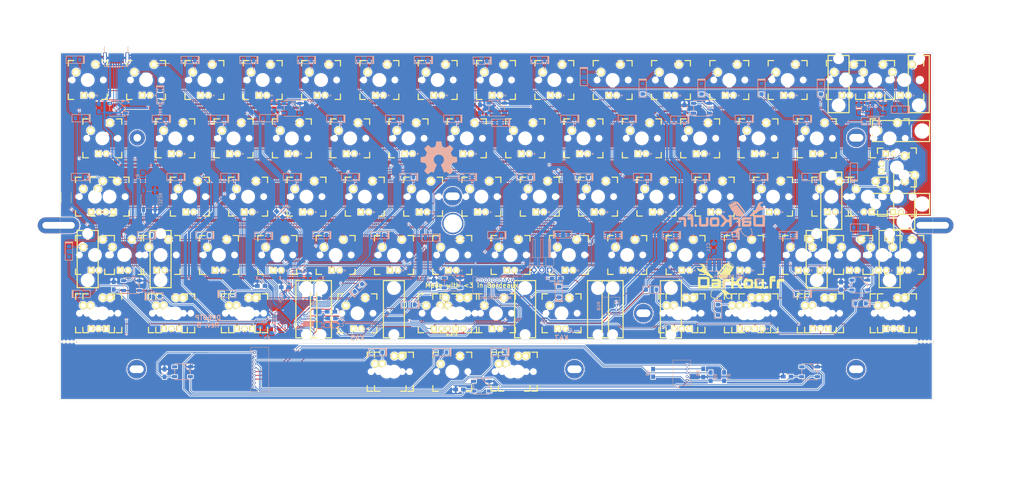
<source format=kicad_pcb>
(kicad_pcb (version 4) (host pcbnew 4.0.7+dfsg1-1)
  (title_block (title DK60TP) (date 2017-10-07) (rev B) (company DarKou))
  (layers (0 F.Cu signal) (31 B.Cu signal) (34 B.Paste user) (35 F.Paste user) (36 B.SilkS user) (37 F.SilkS user hide) (38 B.Mask user) (39 F.Mask user) (44 Edge.Cuts user))
  (net 0 "")
  (net 1 LED_CATH)
  (net 2 LED_AN)
  (net 3 XTAL1)
  (net 4 GND)
  (net 5 XTAL2)
  (net 6 VCC)
  (net 7 "Net-(C8-Pad1)")
  (net 8 "Net-(C9-Pad1)")
  (net 9 Col0)
  (net 10 "Net-(DK0-Pad1)")
  (net 11 "Net-(DK1-Pad1)")
  (net 12 "Net-(DK2-Pad1)")
  (net 13 "Net-(DK3-Pad1)")
  (net 14 "Net-(DK4-Pad1)")
  (net 15 Col6)
  (net 16 "Net-(DK6-Pad1)")
  (net 17 Col1)
  (net 18 "Net-(DK10-Pad1)")
  (net 19 "Net-(DK11-Pad1)")
  (net 20 "Net-(DK12-Pad1)")
  (net 21 "Net-(DK13-Pad1)")
  (net 22 "Net-(DK14-Pad1)")
  (net 23 Col2)
  (net 24 "Net-(DK20-Pad1)")
  (net 25 "Net-(DK21-Pad1)")
  (net 26 "Net-(DK22-Pad1)")
  (net 27 "Net-(DK23-Pad1)")
  (net 28 "Net-(DK24-Pad1)")
  (net 29 Col3)
  (net 30 "Net-(DK30-Pad1)")
  (net 31 "Net-(DK31-Pad1)")
  (net 32 "Net-(DK32-Pad1)")
  (net 33 "Net-(DK33-Pad1)")
  (net 34 /TRACKPOINT/Col3)
  (net 35 "Net-(DK34-Pad1)")
  (net 36 Col4)
  (net 37 "Net-(DK40-Pad1)")
  (net 38 "Net-(DK41-Pad1)")
  (net 39 "Net-(DK42-Pad1)")
  (net 40 "Net-(DK43-Pad1)")
  (net 41 /TRACKPOINT/Col4)
  (net 42 "Net-(DK44-Pad1)")
  (net 43 Col5)
  (net 44 "Net-(DK50-Pad1)")
  (net 45 "Net-(DK51-Pad1)")
  (net 46 "Net-(DK52-Pad1)")
  (net 47 "Net-(DK53-Pad1)")
  (net 48 "Net-(DK54-Pad1)")
  (net 49 "Net-(DK61-Pad1)")
  (net 50 "Net-(DK62-Pad1)")
  (net 51 "Net-(DK63-Pad1)")
  (net 52 "Net-(DK64-Pad1)")
  (net 53 Col7)
  (net 54 "Net-(DK70-Pad1)")
  (net 55 "Net-(DK71-Pad1)")
  (net 56 "Net-(DK72-Pad1)")
  (net 57 "Net-(DK73-Pad1)")
  (net 58 Col8)
  (net 59 "Net-(DK80-Pad1)")
  (net 60 "Net-(DK81-Pad1)")
  (net 61 "Net-(DK82-Pad1)")
  (net 62 "Net-(DK83-Pad1)")
  (net 63 Col9)
  (net 64 "Net-(DK90-Pad1)")
  (net 65 "Net-(DK91-Pad1)")
  (net 66 "Net-(DK92-Pad1)")
  (net 67 "Net-(DK93-Pad1)")
  (net 68 "Net-(DK94-Pad1)")
  (net 69 ColA)
  (net 70 "Net-(DKA0-Pad1)")
  (net 71 "Net-(DKA1-Pad1)")
  (net 72 "Net-(DKA2-Pad1)")
  (net 73 "Net-(DKA3-Pad1)")
  (net 74 "Net-(DKA4-Pad1)")
  (net 75 ColB)
  (net 76 "Net-(DKB0-Pad1)")
  (net 77 "Net-(DKB1-Pad1)")
  (net 78 "Net-(DKB2-Pad1)")
  (net 79 "Net-(DKB3-Pad1)")
  (net 80 "Net-(DKB4-Pad1)")
  (net 81 ColC)
  (net 82 "Net-(DKC1-Pad1)")
  (net 83 "Net-(DKC2-Pad1)")
  (net 84 "Net-(DKC3-Pad1)")
  (net 85 "Net-(DKC4-Pad1)")
  (net 86 ColD)
  (net 87 "Net-(DKD0-Pad1)")
  (net 88 "Net-(DKD1-Pad1)")
  (net 89 "Net-(DKD2-Pad1)")
  (net 90 "Net-(DKD3-Pad1)")
  (net 91 "Net-(DKD4-Pad1)")
  (net 92 "Net-(J1-Pad2)")
  (net 93 "Net-(J1-Pad3)")
  (net 94 DOUT)
  (net 95 Row0)
  (net 96 Row4)
  (net 97 Row1)
  (net 98 Row2)
  (net 99 Row3)
  (net 100 /TRACKPOINT/Row4)
  (net 101 "Net-(KC0-Pad1)")
  (net 102 "Net-(L1-Pad1)")
  (net 103 "Net-(J3-Pad2)")
  (net 104 D5)
  (net 105 D2)
  (net 106 /TRACKPOINT/D5)
  (net 107 /TRACKPOINT/D2)
  (net 108 /TRACKPOINT/RGB)
  (net 109 RESET)
  (net 110 "Net-(R2-Pad2)")
  (net 111 "Net-(R3-Pad1)")
  (net 112 CAPS_LED)
  (net 113 "Net-(J3-Pad1)")
  (net 114 RGB)
  (net 115 "Net-(RGB0-Pad2)")
  (net 116 "Net-(RGB1-Pad2)")
  (net 117 "Net-(RGB2-Pad2)")
  (net 118 "Net-(RGB3-Pad2)")
  (net 119 "Net-(RGB4-Pad2)")
  (net 120 "Net-(RGB5-Pad2)")
  (net 121 "Net-(RGB6-Pad2)")
  (net 122 "Net-(RGB8-Pad2)")
  (net 123 "Net-(RGB10-Pad4)")
  (net 124 BACKLIT)
  (net 125 "Net-(R4-Pad1)")
  (net 126 "Net-(DK74-Pad1)")
  (net 127 /TRACKPOINT/Col8)
  (net 128 "Net-(DK84-Pad1)")
  (module Connectors_Molex:Molex_PicoBlade_53048-0310_03x1.25mm_Angled (layer B.Cu) (at 245.61375 124.05625 90)
    (fp_text reference J2 hide)
    (fp_text value RGB (at 1.25 -5.75 90) (layer B.SilkS) (effects (justify mirror)))
    (pad 1 thru_hole rect (at 0 0 90) (size 0.85 0.85) (drill 0.5) (layers *.Cu *.Mask) (net 6 VCC))
    (pad 2 thru_hole circle (at 1.25 0 90) (size 0.85 0.85) (drill 0.5) (layers *.Cu *.Mask) (net 4 GND))
    (pad 3 thru_hole circle (at 2.5 0 90) (size 0.85 0.85) (drill 0.5) (layers *.Cu *.Mask) (net 94 DOUT))
  )
  (module Housings_DFN_QFN:QFN-44-1EP_7x7mm_Pitch0.5mm (layer B.Cu) (at 139.505 124.15625 225)
    (fp_text reference U0 (at 0 4.75 225) (layer B.SilkS) (effects (justify mirror)))
    (fp_text value ATMEGA32U4-MU)
    (pad 1 smd rect (at -3.4 2.5 225) (size 0.7 0.25) (layers B.Cu B.Paste B.Mask) (net 112 CAPS_LED))
    (pad 2 smd rect (at -3.4 2 225) (size 0.7 0.25) (layers B.Cu B.Paste B.Mask) (net 6 VCC))
    (pad 3 smd rect (at -3.4 1.5 225) (size 0.7 0.25) (layers B.Cu B.Paste B.Mask) (net 111 "Net-(R3-Pad1)"))
    (pad 4 smd rect (at -3.4 1 225) (size 0.7 0.25) (layers B.Cu B.Paste B.Mask) (net 125 "Net-(R4-Pad1)"))
    (pad 5 smd rect (at -3.4 0.5 225) (size 0.7 0.25) (layers B.Cu B.Paste B.Mask) (net 4 GND))
    (pad 6 smd rect (at -3.4 0 225) (size 0.7 0.25) (layers B.Cu B.Paste B.Mask) (net 7 "Net-(C8-Pad1)"))
    (pad 7 smd rect (at -3.4 -0.5 225) (size 0.7 0.25) (layers B.Cu B.Paste B.Mask) (net 6 VCC))
    (pad 8 smd rect (at -3.4 -1 225) (size 0.7 0.25) (layers B.Cu B.Paste B.Mask) (net 43 Col5))
    (pad 9 smd rect (at -3.4 -1.5 225) (size 0.7 0.25) (layers B.Cu B.Paste B.Mask) (net 99 Row3))
    (pad 10 smd rect (at -3.4 -2 225) (size 0.7 0.25) (layers B.Cu B.Paste B.Mask) (net 15 Col6))
    (pad 11 smd rect (at -3.4 -2.5 225) (size 0.7 0.25) (layers B.Cu B.Paste B.Mask) (net 53 Col7))
    (pad 12 smd rect (at -2.5 -3.4 135) (size 0.7 0.25) (layers B.Cu B.Paste B.Mask) (net 124 BACKLIT))
    (pad 13 smd rect (at -2 -3.4 135) (size 0.7 0.25) (layers B.Cu B.Paste B.Mask) (net 109 RESET))
    (pad 14 smd rect (at -1.5 -3.4 135) (size 0.7 0.25) (layers B.Cu B.Paste B.Mask) (net 6 VCC))
    (pad 15 smd rect (at -1 -3.4 135) (size 0.7 0.25) (layers B.Cu B.Paste B.Mask) (net 4 GND))
    (pad 16 smd rect (at -0.5 -3.4 135) (size 0.7 0.25) (layers B.Cu B.Paste B.Mask) (net 3 XTAL1))
    (pad 17 smd rect (at 0 -3.4 135) (size 0.7 0.25) (layers B.Cu B.Paste B.Mask) (net 5 XTAL2))
    (pad 18 smd rect (at 0.5 -3.4 135) (size 0.7 0.25) (layers B.Cu B.Paste B.Mask) (net 81 ColC))
    (pad 19 smd rect (at 1 -3.4 135) (size 0.7 0.25) (layers B.Cu B.Paste B.Mask) (net 75 ColB))
    (pad 20 smd rect (at 1.5 -3.4 135) (size 0.7 0.25) (layers B.Cu B.Paste B.Mask) (net 105 D2))
    (pad 21 smd rect (at 2 -3.4 135) (size 0.7 0.25) (layers B.Cu B.Paste B.Mask) (net 69 ColA))
    (pad 22 smd rect (at 2.5 -3.4 135) (size 0.7 0.25) (layers B.Cu B.Paste B.Mask) (net 104 D5))
    (pad 23 smd rect (at 3.4 -2.5 225) (size 0.7 0.25) (layers B.Cu B.Paste B.Mask) (net 4 GND))
    (pad 24 smd rect (at 3.4 -2 225) (size 0.7 0.25) (layers B.Cu B.Paste B.Mask) (net 6 VCC))
    (pad 25 smd rect (at 3.4 -1.5 225) (size 0.7 0.25) (layers B.Cu B.Paste B.Mask) (net 86 ColD))
    (pad 26 smd rect (at 3.4 -1 225) (size 0.7 0.25) (layers B.Cu B.Paste B.Mask) (net 96 Row4))
    (pad 27 smd rect (at 3.4 -0.5 225) (size 0.7 0.25) (layers B.Cu B.Paste B.Mask) (net 114 RGB))
    (pad 28 smd rect (at 3.4 0 225) (size 0.7 0.25) (layers B.Cu B.Paste B.Mask) (net 9 Col0))
    (pad 29 smd rect (at 3.4 0.5 225) (size 0.7 0.25) (layers B.Cu B.Paste B.Mask) (net 17 Col1))
    (pad 30 smd rect (at 3.4 1 225) (size 0.7 0.25) (layers B.Cu B.Paste B.Mask) (net 98 Row2))
    (pad 31 smd rect (at 3.4 1.5 225) (size 0.7 0.25) (layers B.Cu B.Paste B.Mask) (net 23 Col2))
    (pad 32 smd rect (at 3.4 2 225) (size 0.7 0.25) (layers B.Cu B.Paste B.Mask) (net 95 Row0))
    (pad 33 smd rect (at 3.4 2.5 225) (size 0.7 0.25) (layers B.Cu B.Paste B.Mask) (net 110 "Net-(R2-Pad2)"))
    (pad 34 smd rect (at 2.5 3.4 135) (size 0.7 0.25) (layers B.Cu B.Paste B.Mask) (net 6 VCC))
    (pad 35 smd rect (at 2 3.4 135) (size 0.7 0.25) (layers B.Cu B.Paste B.Mask) (net 4 GND))
    (pad 36 smd rect (at 1.5 3.4 135) (size 0.7 0.25) (layers B.Cu B.Paste B.Mask) (net 29 Col3))
    (pad 37 smd rect (at 1 3.4 135) (size 0.7 0.25) (layers B.Cu B.Paste B.Mask) (net 36 Col4))
    (pad 38 smd rect (at 0.5 3.4 135) (size 0.7 0.25) (layers B.Cu B.Paste B.Mask) (net 97 Row1))
    (pad 39 smd rect (at 0 3.4 135) (size 0.7 0.25) (layers B.Cu B.Paste B.Mask) (net 58 Col8))
    (pad 40 smd rect (at -0.5 3.4 135) (size 0.7 0.25) (layers B.Cu B.Paste B.Mask) (net 63 Col9))
    (pad 41 smd rect (at -1 3.4 135) (size 0.7 0.25) (layers B.Cu B.Paste B.Mask))
    (pad 42 smd rect (at -1.5 3.4 135) (size 0.7 0.25) (layers B.Cu B.Paste B.Mask))
    (pad 43 smd rect (at -2 3.4 135) (size 0.7 0.25) (layers B.Cu B.Paste B.Mask) (net 4 GND))
    (pad 44 smd rect (at -2.5 3.4 135) (size 0.7 0.25) (layers B.Cu B.Paste B.Mask) (net 6 VCC))
    (pad 45 smd rect (at 1.93125 -1.93125 225) (size 1.2875 1.2875) (layers B.Cu B.Paste B.Mask) (net 4 GND))
    (pad 45 smd rect (at 1.93125 -0.64375 225) (size 1.2875 1.2875) (layers B.Cu B.Paste B.Mask) (net 4 GND))
    (pad 45 smd rect (at 1.93125 0.64375 225) (size 1.2875 1.2875) (layers B.Cu B.Paste B.Mask) (net 4 GND))
    (pad 45 smd rect (at 1.93125 1.93125 225) (size 1.2875 1.2875) (layers B.Cu B.Paste B.Mask) (net 4 GND))
    (pad 45 smd rect (at 0.64375 -1.93125 225) (size 1.2875 1.2875) (layers B.Cu B.Paste B.Mask) (net 4 GND))
    (pad 45 smd rect (at 0.64375 -0.64375 225) (size 1.2875 1.2875) (layers B.Cu B.Paste B.Mask) (net 4 GND))
    (pad 45 smd rect (at 0.64375 0.64375 225) (size 1.2875 1.2875) (layers B.Cu B.Paste B.Mask) (net 4 GND))
    (pad 45 smd rect (at 0.64375 1.93125 225) (size 1.2875 1.2875) (layers B.Cu B.Paste B.Mask) (net 4 GND))
    (pad 45 smd rect (at -0.64375 -1.93125 225) (size 1.2875 1.2875) (layers B.Cu B.Paste B.Mask) (net 4 GND))
    (pad 45 smd rect (at -0.64375 -0.64375 225) (size 1.2875 1.2875) (layers B.Cu B.Paste B.Mask) (net 4 GND))
    (pad 45 smd rect (at -0.64375 0.64375 225) (size 1.2875 1.2875) (layers B.Cu B.Paste B.Mask) (net 4 GND))
    (pad 45 smd rect (at -0.64375 1.93125 225) (size 1.2875 1.2875) (layers B.Cu B.Paste B.Mask) (net 4 GND))
    (pad 45 smd rect (at -1.93125 -1.93125 225) (size 1.2875 1.2875) (layers B.Cu B.Paste B.Mask) (net 4 GND))
    (pad 45 smd rect (at -1.93125 -0.64375 225) (size 1.2875 1.2875) (layers B.Cu B.Paste B.Mask) (net 4 GND))
    (pad 45 smd rect (at -1.93125 0.64375 225) (size 1.2875 1.2875) (layers B.Cu B.Paste B.Mask) (net 4 GND))
    (pad 45 smd rect (at -1.93125 1.93125 225) (size 1.2875 1.2875) (layers B.Cu B.Paste B.Mask) (net 4 GND))
  )
  (module Footprint:MXST (layer F.Cu) (at 144.3675 125.18125 180)
    (fp_text reference 6.25U_0 hide)
    (fp_text value 6.25U hide)
    (pad "" np_thru_hole circle (at 0 -6.985 180) (size 3.048 3.048) (drill 3.048) (layers *.Cu *.Mask))
    (pad "" np_thru_hole circle (at 0 8.255 180) (size 3.9802 3.9802) (drill 3.9802) (layers *.Cu *.Mask))
  )
  (module Footprint:Mx_125 (layer F.Cu) (at 75.3375 125.18125)
    (fp_text reference K40 hide)
    (fp_text value K40 hide)
    (pad HOLE np_thru_hole circle (at 0 0) (size 3.9878 3.9878) (drill 3.9878) (layers *.Cu))
    (pad HOLE np_thru_hole circle (at -5.08 0) (size 1.7018 1.7018) (drill 1.7018) (layers *.Cu))
    (pad HOLE np_thru_hole circle (at 5.08 0) (size 1.7018 1.7018) (drill 1.7018) (layers *.Cu))
    (pad 1 thru_hole circle (at -3.81 -2.54 330.95) (size 2.5 2.5) (drill 1.5) (layers *.Cu *.Mask F.SilkS) (net 14 "Net-(DK4-Pad1)"))
    (pad 2 thru_hole circle (at 2.54 -5.08 356.1) (size 2.5 2.5) (drill 1.5) (layers *.Cu *.Mask F.SilkS) (net 96 Row4))
  )
  (module Footprint:LED_TH_BIVAR (layer F.Cu) (at 72.95625 53.98125)
    (fp_text reference BL0 hide)
    (fp_text value LED hide)
    (fp_text user + (at 3.048 0) (layer B.SilkS) (effects (justify mirror)))
    (pad 1 thru_hole rect (at -1.27 0) (size 1.9 1.9) (drill 1.1176) (layers *.Cu *.Mask F.SilkS) (net 1 LED_CATH))
    (pad 2 thru_hole circle (at 1.27 0) (size 1.9 1.9) (drill 1.1176) (layers *.Cu *.Mask F.SilkS) (net 2 LED_AN))
  )
  (module Footprint:LED_TH_BIVAR (layer F.Cu) (at 77.71875 73.03125)
    (fp_text reference BL10 hide)
    (fp_text value LED hide)
    (fp_text user + (at 3.048 0) (layer B.SilkS) (effects (justify mirror)))
    (pad 1 thru_hole rect (at -1.27 0) (size 1.9 1.9) (drill 1.1176) (layers *.Cu *.Mask F.SilkS) (net 1 LED_CATH))
    (pad 2 thru_hole circle (at 1.27 0) (size 1.9 1.9) (drill 1.1176) (layers *.Cu *.Mask F.SilkS) (net 2 LED_AN))
  )
  (module Footprint:LED_TH_BIVAR (layer F.Cu) (at 75.3375 92.08125)
    (fp_text reference BL20 hide)
    (fp_text value LED hide)
    (fp_text user + (at 3.048 0) (layer B.SilkS) (effects (justify mirror)))
    (pad 1 thru_hole rect (at -1.27 0) (size 1.9 1.9) (drill 1.1176) (layers *.Cu *.Mask F.SilkS) (net 1 LED_CATH))
    (pad 2 thru_hole circle (at 1.27 0) (size 1.9 1.9) (drill 1.1176) (layers *.Cu *.Mask F.SilkS) (net 2 LED_AN))
  )
  (module Footprint:LED_TH_BIVAR (layer F.Cu) (at 80.1 92.08125 180)
    (fp_text reference BL21 hide)
    (fp_text value LED hide)
    (fp_text user + (at 3.048 0 180) (layer B.SilkS) (effects (justify mirror)))
    (pad 1 thru_hole rect (at -1.27 0 180) (size 1.9 1.9) (drill 1.1176) (layers *.Cu *.Mask F.SilkS) (net 1 LED_CATH))
    (pad 2 thru_hole circle (at 1.27 0 180) (size 1.9 1.9) (drill 1.1176) (layers *.Cu *.Mask F.SilkS) (net 2 LED_AN))
  )
  (module Footprint:LED_TH_BIVAR (layer F.Cu) (at 75.3375 111.13125)
    (fp_text reference BL30 hide)
    (fp_text value LED hide)
    (fp_text user + (at 3.048 0) (layer B.SilkS) (effects (justify mirror)))
    (pad 1 thru_hole rect (at -1.27 0) (size 1.9 1.9) (drill 1.1176) (layers *.Cu *.Mask F.SilkS) (net 1 LED_CATH))
    (pad 2 thru_hole circle (at 1.27 0) (size 1.9 1.9) (drill 1.1176) (layers *.Cu *.Mask F.SilkS) (net 2 LED_AN))
  )
  (module Footprint:LED_TH_BIVAR (layer F.Cu) (at 96.76875 111.13125)
    (fp_text reference BL31 hide)
    (fp_text value LED hide)
    (fp_text user + (at 3.048 0) (layer B.SilkS) (effects (justify mirror)))
    (pad 1 thru_hole rect (at -1.27 0) (size 1.9 1.9) (drill 1.1176) (layers *.Cu *.Mask F.SilkS) (net 1 LED_CATH))
    (pad 2 thru_hole circle (at 1.27 0) (size 1.9 1.9) (drill 1.1176) (layers *.Cu *.Mask F.SilkS) (net 2 LED_AN))
  )
  (module Footprint:LED_TH_BIVAR (layer F.Cu) (at 75.3375 130.18125)
    (fp_text reference BL40 hide)
    (fp_text value LED hide)
    (fp_text user + (at 3.048 0) (layer B.SilkS) (effects (justify mirror)))
    (pad 1 thru_hole rect (at -1.27 0) (size 1.9 1.9) (drill 1.1176) (layers *.Cu *.Mask F.SilkS) (net 1 LED_CATH))
    (pad 2 thru_hole circle (at 1.27 0) (size 1.9 1.9) (drill 1.1176) (layers *.Cu *.Mask F.SilkS) (net 2 LED_AN))
  )
  (module Footprint:LED_TH_BIVAR (layer F.Cu) (at 77.71875 130.18125 180)
    (fp_text reference BL41 hide)
    (fp_text value LED hide)
    (fp_text user + (at 3.048 0 180) (layer B.SilkS) (effects (justify mirror)))
    (pad 1 thru_hole rect (at -1.27 0 180) (size 1.9 1.9) (drill 1.1176) (layers *.Cu *.Mask F.SilkS) (net 1 LED_CATH))
    (pad 2 thru_hole circle (at 1.27 0 180) (size 1.9 1.9) (drill 1.1176) (layers *.Cu *.Mask F.SilkS) (net 2 LED_AN))
  )
  (module Footprint:LED_TH_BIVAR (layer F.Cu) (at 92.00625 53.98125)
    (fp_text reference BL100 hide)
    (fp_text value LED hide)
    (fp_text user + (at 3.048 0) (layer B.SilkS) (effects (justify mirror)))
    (pad 1 thru_hole rect (at -1.27 0) (size 1.9 1.9) (drill 1.1176) (layers *.Cu *.Mask F.SilkS) (net 1 LED_CATH))
    (pad 2 thru_hole circle (at 1.27 0) (size 1.9 1.9) (drill 1.1176) (layers *.Cu *.Mask F.SilkS) (net 2 LED_AN))
  )
  (module Footprint:LED_TH_BIVAR (layer F.Cu) (at 101.53125 73.03125)
    (fp_text reference BL110 hide)
    (fp_text value LED hide)
    (fp_text user + (at 3.048 0) (layer B.SilkS) (effects (justify mirror)))
    (pad 1 thru_hole rect (at -1.27 0) (size 1.9 1.9) (drill 1.1176) (layers *.Cu *.Mask F.SilkS) (net 1 LED_CATH))
    (pad 2 thru_hole circle (at 1.27 0) (size 1.9 1.9) (drill 1.1176) (layers *.Cu *.Mask F.SilkS) (net 2 LED_AN))
  )
  (module Footprint:LED_TH_BIVAR (layer F.Cu) (at 106.29375 92.08125)
    (fp_text reference BL120 hide)
    (fp_text value LED hide)
    (fp_text user + (at 3.048 0) (layer B.SilkS) (effects (justify mirror)))
    (pad 1 thru_hole rect (at -1.27 0) (size 1.9 1.9) (drill 1.1176) (layers *.Cu *.Mask F.SilkS) (net 1 LED_CATH))
    (pad 2 thru_hole circle (at 1.27 0) (size 1.9 1.9) (drill 1.1176) (layers *.Cu *.Mask F.SilkS) (net 2 LED_AN))
  )
  (module Footprint:LED_TH_BIVAR (layer F.Cu) (at 84.8625 111.13125)
    (fp_text reference BL130 hide)
    (fp_text value LED hide)
    (fp_text user + (at 3.048 0) (layer B.SilkS) (effects (justify mirror)))
    (pad 1 thru_hole rect (at -1.27 0) (size 1.9 1.9) (drill 1.1176) (layers *.Cu *.Mask F.SilkS) (net 1 LED_CATH))
    (pad 2 thru_hole circle (at 1.27 0) (size 1.9 1.9) (drill 1.1176) (layers *.Cu *.Mask F.SilkS) (net 2 LED_AN))
  )
  (module Footprint:LED_TH_BIVAR (layer F.Cu) (at 99.15 130.18125)
    (fp_text reference BL140 hide)
    (fp_text value LED hide)
    (fp_text user + (at 3.048 0) (layer B.SilkS) (effects (justify mirror)))
    (pad 1 thru_hole rect (at -1.27 0) (size 1.9 1.9) (drill 1.1176) (layers *.Cu *.Mask F.SilkS) (net 1 LED_CATH))
    (pad 2 thru_hole circle (at 1.27 0) (size 1.9 1.9) (drill 1.1176) (layers *.Cu *.Mask F.SilkS) (net 2 LED_AN))
  )
  (module Footprint:LED_TH_BIVAR (layer F.Cu) (at 101.53125 130.18125 180)
    (fp_text reference BL141 hide)
    (fp_text value LED hide)
    (fp_text user + (at 3.048 0 180) (layer B.SilkS) (effects (justify mirror)))
    (pad 1 thru_hole rect (at -1.27 0 180) (size 1.9 1.9) (drill 1.1176) (layers *.Cu *.Mask F.SilkS) (net 1 LED_CATH))
    (pad 2 thru_hole circle (at 1.27 0 180) (size 1.9 1.9) (drill 1.1176) (layers *.Cu *.Mask F.SilkS) (net 2 LED_AN))
  )
  (module Footprint:LED_TH_BIVAR (layer F.Cu) (at 111.05625 53.98125)
    (fp_text reference BL200 hide)
    (fp_text value LED hide)
    (fp_text user + (at 3.048 0) (layer B.SilkS) (effects (justify mirror)))
    (pad 1 thru_hole rect (at -1.27 0) (size 1.9 1.9) (drill 1.1176) (layers *.Cu *.Mask F.SilkS) (net 1 LED_CATH))
    (pad 2 thru_hole circle (at 1.27 0) (size 1.9 1.9) (drill 1.1176) (layers *.Cu *.Mask F.SilkS) (net 2 LED_AN))
  )
  (module Footprint:LED_TH_BIVAR (layer F.Cu) (at 120.58125 73.03125)
    (fp_text reference BL210 hide)
    (fp_text value LED hide)
    (fp_text user + (at 3.048 0) (layer B.SilkS) (effects (justify mirror)))
    (pad 1 thru_hole rect (at -1.27 0) (size 1.9 1.9) (drill 1.1176) (layers *.Cu *.Mask F.SilkS) (net 1 LED_CATH))
    (pad 2 thru_hole circle (at 1.27 0) (size 1.9 1.9) (drill 1.1176) (layers *.Cu *.Mask F.SilkS) (net 2 LED_AN))
  )
  (module Footprint:LED_TH_BIVAR (layer F.Cu) (at 125.34375 92.08125)
    (fp_text reference BL220 hide)
    (fp_text value LED hide)
    (fp_text user + (at 3.048 0) (layer B.SilkS) (effects (justify mirror)))
    (pad 1 thru_hole rect (at -1.27 0) (size 1.9 1.9) (drill 1.1176) (layers *.Cu *.Mask F.SilkS) (net 1 LED_CATH))
    (pad 2 thru_hole circle (at 1.27 0) (size 1.9 1.9) (drill 1.1176) (layers *.Cu *.Mask F.SilkS) (net 2 LED_AN))
  )
  (module Footprint:LED_TH_BIVAR (layer F.Cu) (at 115.81875 111.13125)
    (fp_text reference BL230 hide)
    (fp_text value LED hide)
    (fp_text user + (at 3.048 0) (layer B.SilkS) (effects (justify mirror)))
    (pad 1 thru_hole rect (at -1.27 0) (size 1.9 1.9) (drill 1.1176) (layers *.Cu *.Mask F.SilkS) (net 1 LED_CATH))
    (pad 2 thru_hole circle (at 1.27 0) (size 1.9 1.9) (drill 1.1176) (layers *.Cu *.Mask F.SilkS) (net 2 LED_AN))
  )
  (module Footprint:LED_TH_BIVAR (layer F.Cu) (at 122.9625 130.18125)
    (fp_text reference BL240 hide)
    (fp_text value LED hide)
    (fp_text user + (at 3.048 0) (layer B.SilkS) (effects (justify mirror)))
    (pad 1 thru_hole rect (at -1.27 0) (size 1.9 1.9) (drill 1.1176) (layers *.Cu *.Mask F.SilkS) (net 1 LED_CATH))
    (pad 2 thru_hole circle (at 1.27 0) (size 1.9 1.9) (drill 1.1176) (layers *.Cu *.Mask F.SilkS) (net 2 LED_AN))
  )
  (module Footprint:LED_TH_BIVAR (layer F.Cu) (at 125.34375 130.18125 180)
    (fp_text reference BL241 hide)
    (fp_text value LED hide)
    (fp_text user + (at 3.048 0 180) (layer B.SilkS) (effects (justify mirror)))
    (pad 1 thru_hole rect (at -1.27 0 180) (size 1.9 1.9) (drill 1.1176) (layers *.Cu *.Mask F.SilkS) (net 1 LED_CATH))
    (pad 2 thru_hole circle (at 1.27 0 180) (size 1.9 1.9) (drill 1.1176) (layers *.Cu *.Mask F.SilkS) (net 2 LED_AN))
  )
  (module Footprint:LED_TH_BIVAR (layer F.Cu) (at 130.10625 53.98125)
    (fp_text reference BL300 hide)
    (fp_text value LED hide)
    (fp_text user + (at 3.048 0) (layer B.SilkS) (effects (justify mirror)))
    (pad 1 thru_hole rect (at -1.27 0) (size 1.9 1.9) (drill 1.1176) (layers *.Cu *.Mask F.SilkS) (net 1 LED_CATH))
    (pad 2 thru_hole circle (at 1.27 0) (size 1.9 1.9) (drill 1.1176) (layers *.Cu *.Mask F.SilkS) (net 2 LED_AN))
  )
  (module Footprint:LED_TH_BIVAR (layer F.Cu) (at 139.63125 73.03125)
    (fp_text reference BL310 hide)
    (fp_text value LED hide)
    (fp_text user + (at 3.048 0) (layer B.SilkS) (effects (justify mirror)))
    (pad 1 thru_hole rect (at -1.27 0) (size 1.9 1.9) (drill 1.1176) (layers *.Cu *.Mask F.SilkS) (net 1 LED_CATH))
    (pad 2 thru_hole circle (at 1.27 0) (size 1.9 1.9) (drill 1.1176) (layers *.Cu *.Mask F.SilkS) (net 2 LED_AN))
  )
  (module Footprint:LED_TH_BIVAR (layer F.Cu) (at 144.39375 92.08125)
    (fp_text reference BL320 hide)
    (fp_text value LED hide)
    (fp_text user + (at 3.048 0) (layer B.SilkS) (effects (justify mirror)))
    (pad 1 thru_hole rect (at -1.27 0) (size 1.9 1.9) (drill 1.1176) (layers *.Cu *.Mask F.SilkS) (net 1 LED_CATH))
    (pad 2 thru_hole circle (at 1.27 0) (size 1.9 1.9) (drill 1.1176) (layers *.Cu *.Mask F.SilkS) (net 2 LED_AN))
  )
  (module Footprint:LED_TH_BIVAR (layer F.Cu) (at 134.86875 111.13125)
    (fp_text reference BL330 hide)
    (fp_text value LED hide)
    (fp_text user + (at 3.048 0) (layer B.SilkS) (effects (justify mirror)))
    (pad 1 thru_hole rect (at -1.27 0) (size 1.9 1.9) (drill 1.1176) (layers *.Cu *.Mask F.SilkS) (net 1 LED_CATH))
    (pad 2 thru_hole circle (at 1.27 0) (size 1.9 1.9) (drill 1.1176) (layers *.Cu *.Mask F.SilkS) (net 2 LED_AN))
  )
  (module Footprint:LED_TH_BIVAR (layer F.Cu) (at 149.15625 53.98125)
    (fp_text reference BL400 hide)
    (fp_text value LED hide)
    (fp_text user + (at 3.048 0) (layer B.SilkS) (effects (justify mirror)))
    (pad 1 thru_hole rect (at -1.27 0) (size 1.9 1.9) (drill 1.1176) (layers *.Cu *.Mask F.SilkS) (net 1 LED_CATH))
    (pad 2 thru_hole circle (at 1.27 0) (size 1.9 1.9) (drill 1.1176) (layers *.Cu *.Mask F.SilkS) (net 2 LED_AN))
  )
  (module Footprint:LED_TH_BIVAR (layer F.Cu) (at 158.68125 73.03125)
    (fp_text reference BL410 hide)
    (fp_text value LED hide)
    (fp_text user + (at 3.048 0) (layer B.SilkS) (effects (justify mirror)))
    (pad 1 thru_hole rect (at -1.27 0) (size 1.9 1.9) (drill 1.1176) (layers *.Cu *.Mask F.SilkS) (net 1 LED_CATH))
    (pad 2 thru_hole circle (at 1.27 0) (size 1.9 1.9) (drill 1.1176) (layers *.Cu *.Mask F.SilkS) (net 2 LED_AN))
  )
  (module Footprint:LED_TH_BIVAR (layer F.Cu) (at 163.44375 92.08125)
    (fp_text reference BL420 hide)
    (fp_text value LED hide)
    (fp_text user + (at 3.048 0) (layer B.SilkS) (effects (justify mirror)))
    (pad 1 thru_hole rect (at -1.27 0) (size 1.9 1.9) (drill 1.1176) (layers *.Cu *.Mask F.SilkS) (net 1 LED_CATH))
    (pad 2 thru_hole circle (at 1.27 0) (size 1.9 1.9) (drill 1.1176) (layers *.Cu *.Mask F.SilkS) (net 2 LED_AN))
  )
  (module Footprint:LED_TH_BIVAR (layer F.Cu) (at 153.91875 111.13125)
    (fp_text reference BL430 hide)
    (fp_text value LED hide)
    (fp_text user + (at 3.048 0) (layer B.SilkS) (effects (justify mirror)))
    (pad 1 thru_hole rect (at -1.27 0) (size 1.9 1.9) (drill 1.1176) (layers *.Cu *.Mask F.SilkS) (net 1 LED_CATH))
    (pad 2 thru_hole circle (at 1.27 0) (size 1.9 1.9) (drill 1.1176) (layers *.Cu *.Mask F.SilkS) (net 2 LED_AN))
  )
  (module Footprint:LED_TH_BIVAR (layer F.Cu) (at 168.20625 53.98125)
    (fp_text reference BL500 hide)
    (fp_text value LED hide)
    (fp_text user + (at 3.048 0) (layer B.SilkS) (effects (justify mirror)))
    (pad 1 thru_hole rect (at -1.27 0) (size 1.9 1.9) (drill 1.1176) (layers *.Cu *.Mask F.SilkS) (net 1 LED_CATH))
    (pad 2 thru_hole circle (at 1.27 0) (size 1.9 1.9) (drill 1.1176) (layers *.Cu *.Mask F.SilkS) (net 2 LED_AN))
  )
  (module Footprint:LED_TH_BIVAR (layer F.Cu) (at 177.73125 73.03125)
    (fp_text reference BL510 hide)
    (fp_text value LED hide)
    (fp_text user + (at 3.048 0) (layer B.SilkS) (effects (justify mirror)))
    (pad 1 thru_hole rect (at -1.27 0) (size 1.9 1.9) (drill 1.1176) (layers *.Cu *.Mask F.SilkS) (net 1 LED_CATH))
    (pad 2 thru_hole circle (at 1.27 0) (size 1.9 1.9) (drill 1.1176) (layers *.Cu *.Mask F.SilkS) (net 2 LED_AN))
  )
  (module Footprint:LED_TH_BIVAR (layer F.Cu) (at 182.49375 92.08125)
    (fp_text reference BL520 hide)
    (fp_text value LED hide)
    (fp_text user + (at 3.048 0) (layer B.SilkS) (effects (justify mirror)))
    (pad 1 thru_hole rect (at -1.27 0) (size 1.9 1.9) (drill 1.1176) (layers *.Cu *.Mask F.SilkS) (net 1 LED_CATH))
    (pad 2 thru_hole circle (at 1.27 0) (size 1.9 1.9) (drill 1.1176) (layers *.Cu *.Mask F.SilkS) (net 2 LED_AN))
  )
  (module Footprint:LED_TH_BIVAR (layer F.Cu) (at 172.96875 111.13125)
    (fp_text reference BL530 hide)
    (fp_text value LED hide)
    (fp_text user + (at 3.048 0) (layer B.SilkS) (effects (justify mirror)))
    (pad 1 thru_hole rect (at -1.27 0) (size 1.9 1.9) (drill 1.1176) (layers *.Cu *.Mask F.SilkS) (net 1 LED_CATH))
    (pad 2 thru_hole circle (at 1.27 0) (size 1.9 1.9) (drill 1.1176) (layers *.Cu *.Mask F.SilkS) (net 2 LED_AN))
  )
  (module Footprint:LED_TH_BIVAR (layer F.Cu) (at 187.25625 53.98125)
    (fp_text reference BL600 hide)
    (fp_text value LED hide)
    (fp_text user + (at 3.048 0) (layer B.SilkS) (effects (justify mirror)))
    (pad 1 thru_hole rect (at -1.27 0) (size 1.9 1.9) (drill 1.1176) (layers *.Cu *.Mask F.SilkS) (net 1 LED_CATH))
    (pad 2 thru_hole circle (at 1.27 0) (size 1.9 1.9) (drill 1.1176) (layers *.Cu *.Mask F.SilkS) (net 2 LED_AN))
  )
  (module Footprint:LED_TH_BIVAR (layer F.Cu) (at 196.78125 73.03125)
    (fp_text reference BL610 hide)
    (fp_text value LED hide)
    (fp_text user + (at 3.048 0) (layer B.SilkS) (effects (justify mirror)))
    (pad 1 thru_hole rect (at -1.27 0) (size 1.9 1.9) (drill 1.1176) (layers *.Cu *.Mask F.SilkS) (net 1 LED_CATH))
    (pad 2 thru_hole circle (at 1.27 0) (size 1.9 1.9) (drill 1.1176) (layers *.Cu *.Mask F.SilkS) (net 2 LED_AN))
  )
  (module Footprint:LED_TH_BIVAR (layer F.Cu) (at 201.54375 92.08125)
    (fp_text reference BL620 hide)
    (fp_text value LED hide)
    (fp_text user + (at 3.048 0) (layer B.SilkS) (effects (justify mirror)))
    (pad 1 thru_hole rect (at -1.27 0) (size 1.9 1.9) (drill 1.1176) (layers *.Cu *.Mask F.SilkS) (net 1 LED_CATH))
    (pad 2 thru_hole circle (at 1.27 0) (size 1.9 1.9) (drill 1.1176) (layers *.Cu *.Mask F.SilkS) (net 2 LED_AN))
  )
  (module Footprint:LED_TH_BIVAR (layer F.Cu) (at 192.01875 111.13125)
    (fp_text reference BL630 hide)
    (fp_text value LED hide)
    (fp_text user + (at 3.048 0) (layer B.SilkS) (effects (justify mirror)))
    (pad 1 thru_hole rect (at -1.27 0) (size 1.9 1.9) (drill 1.1176) (layers *.Cu *.Mask F.SilkS) (net 1 LED_CATH))
    (pad 2 thru_hole circle (at 1.27 0) (size 1.9 1.9) (drill 1.1176) (layers *.Cu *.Mask F.SilkS) (net 2 LED_AN))
  )
  (module Footprint:LED_TH_BIVAR (layer F.Cu) (at 206.30625 130.18125)
    (fp_text reference BL640 hide)
    (fp_text value LED hide)
    (fp_text user + (at 3.048 0) (layer B.SilkS) (effects (justify mirror)))
    (pad 1 thru_hole rect (at -1.27 0) (size 1.9 1.9) (drill 1.1176) (layers *.Cu *.Mask F.SilkS) (net 1 LED_CATH))
    (pad 2 thru_hole circle (at 1.27 0) (size 1.9 1.9) (drill 1.1176) (layers *.Cu *.Mask F.SilkS) (net 2 LED_AN))
  )
  (module Footprint:LED_TH_BIVAR (layer F.Cu) (at 194.4 130.18125)
    (fp_text reference BL641 hide)
    (fp_text value LED hide)
    (fp_text user + (at 3.048 0) (layer B.SilkS) (effects (justify mirror)))
    (pad 1 thru_hole rect (at -1.27 0) (size 1.9 1.9) (drill 1.1176) (layers *.Cu *.Mask F.SilkS) (net 1 LED_CATH))
    (pad 2 thru_hole circle (at 1.27 0) (size 1.9 1.9) (drill 1.1176) (layers *.Cu *.Mask F.SilkS) (net 2 LED_AN))
  )
  (module Footprint:LED_TH_BIVAR (layer F.Cu) (at 187.25625 130.18125)
    (fp_text reference BL642 hide)
    (fp_text value LED hide)
    (fp_text user + (at 3.048 0) (layer B.SilkS) (effects (justify mirror)))
    (pad 1 thru_hole rect (at -1.27 0) (size 1.9 1.9) (drill 1.1176) (layers *.Cu *.Mask F.SilkS) (net 1 LED_CATH))
    (pad 2 thru_hole circle (at 1.27 0) (size 1.9 1.9) (drill 1.1176) (layers *.Cu *.Mask F.SilkS) (net 2 LED_AN))
  )
  (module Footprint:LED_TH_BIVAR (layer F.Cu) (at 206.30625 53.98125)
    (fp_text reference BL700 hide)
    (fp_text value LED hide)
    (fp_text user + (at 3.048 0) (layer B.SilkS) (effects (justify mirror)))
    (pad 1 thru_hole rect (at -1.27 0) (size 1.9 1.9) (drill 1.1176) (layers *.Cu *.Mask F.SilkS) (net 1 LED_CATH))
    (pad 2 thru_hole circle (at 1.27 0) (size 1.9 1.9) (drill 1.1176) (layers *.Cu *.Mask F.SilkS) (net 2 LED_AN))
  )
  (module Footprint:LED_TH_BIVAR (layer F.Cu) (at 215.83125 73.03125)
    (fp_text reference BL710 hide)
    (fp_text value LED hide)
    (fp_text user + (at 3.048 0) (layer B.SilkS) (effects (justify mirror)))
    (pad 1 thru_hole rect (at -1.27 0) (size 1.9 1.9) (drill 1.1176) (layers *.Cu *.Mask F.SilkS) (net 1 LED_CATH))
    (pad 2 thru_hole circle (at 1.27 0) (size 1.9 1.9) (drill 1.1176) (layers *.Cu *.Mask F.SilkS) (net 2 LED_AN))
  )
  (module Footprint:LED_TH_BIVAR (layer F.Cu) (at 220.59375 92.08125)
    (fp_text reference BL720 hide)
    (fp_text value LED hide)
    (fp_text user + (at 3.048 0) (layer B.SilkS) (effects (justify mirror)))
    (pad 1 thru_hole rect (at -1.27 0) (size 1.9 1.9) (drill 1.1176) (layers *.Cu *.Mask F.SilkS) (net 1 LED_CATH))
    (pad 2 thru_hole circle (at 1.27 0) (size 1.9 1.9) (drill 1.1176) (layers *.Cu *.Mask F.SilkS) (net 2 LED_AN))
  )
  (module Footprint:LED_TH_BIVAR (layer F.Cu) (at 211.06875 111.13125)
    (fp_text reference BL750 hide)
    (fp_text value LED hide)
    (fp_text user + (at 3.048 0) (layer B.SilkS) (effects (justify mirror)))
    (pad 1 thru_hole rect (at -1.27 0) (size 1.9 1.9) (drill 1.1176) (layers *.Cu *.Mask F.SilkS) (net 1 LED_CATH))
    (pad 2 thru_hole circle (at 1.27 0) (size 1.9 1.9) (drill 1.1176) (layers *.Cu *.Mask F.SilkS) (net 2 LED_AN))
  )
  (module Footprint:LED_TH_BIVAR (layer F.Cu) (at 225.35625 53.98125)
    (fp_text reference BL800 hide)
    (fp_text value LED hide)
    (fp_text user + (at 3.048 0) (layer B.SilkS) (effects (justify mirror)))
    (pad 1 thru_hole rect (at -1.27 0) (size 1.9 1.9) (drill 1.1176) (layers *.Cu *.Mask F.SilkS) (net 1 LED_CATH))
    (pad 2 thru_hole circle (at 1.27 0) (size 1.9 1.9) (drill 1.1176) (layers *.Cu *.Mask F.SilkS) (net 2 LED_AN))
  )
  (module Footprint:LED_TH_BIVAR (layer F.Cu) (at 234.88125 73.03125)
    (fp_text reference BL810 hide)
    (fp_text value LED hide)
    (fp_text user + (at 3.048 0) (layer B.SilkS) (effects (justify mirror)))
    (pad 1 thru_hole rect (at -1.27 0) (size 1.9 1.9) (drill 1.1176) (layers *.Cu *.Mask F.SilkS) (net 1 LED_CATH))
    (pad 2 thru_hole circle (at 1.27 0) (size 1.9 1.9) (drill 1.1176) (layers *.Cu *.Mask F.SilkS) (net 2 LED_AN))
  )
  (module Footprint:LED_TH_BIVAR (layer F.Cu) (at 239.64375 92.08125)
    (fp_text reference BL820 hide)
    (fp_text value LED hide)
    (fp_text user + (at 3.048 0) (layer B.SilkS) (effects (justify mirror)))
    (pad 1 thru_hole rect (at -1.27 0) (size 1.9 1.9) (drill 1.1176) (layers *.Cu *.Mask F.SilkS) (net 1 LED_CATH))
    (pad 2 thru_hole circle (at 1.27 0) (size 1.9 1.9) (drill 1.1176) (layers *.Cu *.Mask F.SilkS) (net 2 LED_AN))
  )
  (module Footprint:LED_TH_BIVAR (layer F.Cu) (at 230.11875 111.13125)
    (fp_text reference BL830 hide)
    (fp_text value LED hide)
    (fp_text user + (at 3.048 0) (layer B.SilkS) (effects (justify mirror)))
    (pad 1 thru_hole rect (at -1.27 0) (size 1.9 1.9) (drill 1.1176) (layers *.Cu *.Mask F.SilkS) (net 1 LED_CATH))
    (pad 2 thru_hole circle (at 1.27 0) (size 1.9 1.9) (drill 1.1176) (layers *.Cu *.Mask F.SilkS) (net 2 LED_AN))
  )
  (module Footprint:LED_TH_BIVAR (layer F.Cu) (at 244.40625 53.98125)
    (fp_text reference BL900 hide)
    (fp_text value LED hide)
    (fp_text user + (at 3.048 0) (layer B.SilkS) (effects (justify mirror)))
    (pad 1 thru_hole rect (at -1.27 0) (size 1.9 1.9) (drill 1.1176) (layers *.Cu *.Mask F.SilkS) (net 1 LED_CATH))
    (pad 2 thru_hole circle (at 1.27 0) (size 1.9 1.9) (drill 1.1176) (layers *.Cu *.Mask F.SilkS) (net 2 LED_AN))
  )
  (module Footprint:LED_TH_BIVAR (layer F.Cu) (at 253.93125 73.03125)
    (fp_text reference BL910 hide)
    (fp_text value LED hide)
    (fp_text user + (at 3.048 0) (layer B.SilkS) (effects (justify mirror)))
    (pad 1 thru_hole rect (at -1.27 0) (size 1.9 1.9) (drill 1.1176) (layers *.Cu *.Mask F.SilkS) (net 1 LED_CATH))
    (pad 2 thru_hole circle (at 1.27 0) (size 1.9 1.9) (drill 1.1176) (layers *.Cu *.Mask F.SilkS) (net 2 LED_AN))
  )
  (module Footprint:LED_TH_BIVAR (layer F.Cu) (at 258.69375 92.08125)
    (fp_text reference BL920 hide)
    (fp_text value LED hide)
    (fp_text user + (at 3.048 0) (layer B.SilkS) (effects (justify mirror)))
    (pad 1 thru_hole rect (at -1.27 0) (size 1.9 1.9) (drill 1.1176) (layers *.Cu *.Mask F.SilkS) (net 1 LED_CATH))
    (pad 2 thru_hole circle (at 1.27 0) (size 1.9 1.9) (drill 1.1176) (layers *.Cu *.Mask F.SilkS) (net 2 LED_AN))
  )
  (module Footprint:LED_TH_BIVAR (layer F.Cu) (at 249.16875 111.13125)
    (fp_text reference BL930 hide)
    (fp_text value LED hide)
    (fp_text user + (at 3.048 0) (layer B.SilkS) (effects (justify mirror)))
    (pad 1 thru_hole rect (at -1.27 0) (size 1.9 1.9) (drill 1.1176) (layers *.Cu *.Mask F.SilkS) (net 1 LED_CATH))
    (pad 2 thru_hole circle (at 1.27 0) (size 1.9 1.9) (drill 1.1176) (layers *.Cu *.Mask F.SilkS) (net 2 LED_AN))
  )
  (module Footprint:LED_TH_BIVAR (layer F.Cu) (at 339.65625 53.98125)
    (fp_text reference BL940 hide)
    (fp_text value LED hide)
    (fp_text user + (at 3.048 0) (layer B.SilkS) (effects (justify mirror)))
    (pad 1 thru_hole rect (at -1.27 0) (size 1.9 1.9) (drill 1.1176) (layers *.Cu *.Mask F.SilkS) (net 1 LED_CATH))
    (pad 2 thru_hole circle (at 1.27 0) (size 1.9 1.9) (drill 1.1176) (layers *.Cu *.Mask F.SilkS) (net 2 LED_AN))
  )
  (module Footprint:LED_TH_BIVAR (layer F.Cu) (at 263.45625 53.98125)
    (fp_text reference BLA0 hide)
    (fp_text value LED hide)
    (fp_text user + (at 3.048 0) (layer B.SilkS) (effects (justify mirror)))
    (pad 1 thru_hole rect (at -1.27 0) (size 1.9 1.9) (drill 1.1176) (layers *.Cu *.Mask F.SilkS) (net 1 LED_CATH))
    (pad 2 thru_hole circle (at 1.27 0) (size 1.9 1.9) (drill 1.1176) (layers *.Cu *.Mask F.SilkS) (net 2 LED_AN))
  )
  (module Footprint:LED_TH_BIVAR (layer F.Cu) (at 272.98125 73.03125)
    (fp_text reference BLA10 hide)
    (fp_text value LED hide)
    (fp_text user + (at 3.048 0) (layer B.SilkS) (effects (justify mirror)))
    (pad 1 thru_hole rect (at -1.27 0) (size 1.9 1.9) (drill 1.1176) (layers *.Cu *.Mask F.SilkS) (net 1 LED_CATH))
    (pad 2 thru_hole circle (at 1.27 0) (size 1.9 1.9) (drill 1.1176) (layers *.Cu *.Mask F.SilkS) (net 2 LED_AN))
  )
  (module Footprint:LED_TH_BIVAR (layer F.Cu) (at 277.74375 92.08125)
    (fp_text reference BLA20 hide)
    (fp_text value LED hide)
    (fp_text user + (at 3.048 0) (layer B.SilkS) (effects (justify mirror)))
    (pad 1 thru_hole rect (at -1.27 0) (size 1.9 1.9) (drill 1.1176) (layers *.Cu *.Mask F.SilkS) (net 1 LED_CATH))
    (pad 2 thru_hole circle (at 1.27 0) (size 1.9 1.9) (drill 1.1176) (layers *.Cu *.Mask F.SilkS) (net 2 LED_AN))
  )
  (module Footprint:LED_TH_BIVAR (layer F.Cu) (at 268.21875 111.13125)
    (fp_text reference BLA30 hide)
    (fp_text value LED hide)
    (fp_text user + (at 3.048 0) (layer B.SilkS) (effects (justify mirror)))
    (pad 1 thru_hole rect (at -1.27 0) (size 1.9 1.9) (drill 1.1176) (layers *.Cu *.Mask F.SilkS) (net 1 LED_CATH))
    (pad 2 thru_hole circle (at 1.27 0) (size 1.9 1.9) (drill 1.1176) (layers *.Cu *.Mask F.SilkS) (net 2 LED_AN))
  )
  (module Footprint:LED_TH_BIVAR (layer F.Cu) (at 265.8375 130.18125)
    (fp_text reference BLA40 hide)
    (fp_text value LED hide)
    (fp_text user + (at 3.048 0) (layer B.SilkS) (effects (justify mirror)))
    (pad 1 thru_hole rect (at -1.27 0) (size 1.9 1.9) (drill 1.1176) (layers *.Cu *.Mask F.SilkS) (net 1 LED_CATH))
    (pad 2 thru_hole circle (at 1.27 0) (size 1.9 1.9) (drill 1.1176) (layers *.Cu *.Mask F.SilkS) (net 2 LED_AN))
  )
  (module Footprint:LED_TH_BIVAR (layer F.Cu) (at 268.21875 130.18125 180)
    (fp_text reference BLA41 hide)
    (fp_text value LED hide)
    (fp_text user + (at 3.048 0 180) (layer B.SilkS) (effects (justify mirror)))
    (pad 1 thru_hole rect (at -1.27 0 180) (size 1.9 1.9) (drill 1.1176) (layers *.Cu *.Mask F.SilkS) (net 1 LED_CATH))
    (pad 2 thru_hole circle (at 1.27 0 180) (size 1.9 1.9) (drill 1.1176) (layers *.Cu *.Mask F.SilkS) (net 2 LED_AN))
  )
  (module Footprint:LED_TH_BIVAR (layer F.Cu) (at 282.50625 53.98125)
    (fp_text reference BLB0 hide)
    (fp_text value LED hide)
    (fp_text user + (at 3.048 0) (layer B.SilkS) (effects (justify mirror)))
    (pad 1 thru_hole rect (at -1.27 0) (size 1.9 1.9) (drill 1.1176) (layers *.Cu *.Mask F.SilkS) (net 1 LED_CATH))
    (pad 2 thru_hole circle (at 1.27 0) (size 1.9 1.9) (drill 1.1176) (layers *.Cu *.Mask F.SilkS) (net 2 LED_AN))
  )
  (module Footprint:LED_TH_BIVAR (layer F.Cu) (at 292.03125 73.03125)
    (fp_text reference BLB10 hide)
    (fp_text value LED hide)
    (fp_text user + (at 3.048 0) (layer B.SilkS) (effects (justify mirror)))
    (pad 1 thru_hole rect (at -1.27 0) (size 1.9 1.9) (drill 1.1176) (layers *.Cu *.Mask F.SilkS) (net 1 LED_CATH))
    (pad 2 thru_hole circle (at 1.27 0) (size 1.9 1.9) (drill 1.1176) (layers *.Cu *.Mask F.SilkS) (net 2 LED_AN))
  )
  (module Footprint:LED_TH_BIVAR (layer F.Cu) (at 296.79375 92.08125)
    (fp_text reference BLB20 hide)
    (fp_text value LED hide)
    (fp_text user + (at 3.048 0) (layer B.SilkS) (effects (justify mirror)))
    (pad 1 thru_hole rect (at -1.27 0) (size 1.9 1.9) (drill 1.1176) (layers *.Cu *.Mask F.SilkS) (net 1 LED_CATH))
    (pad 2 thru_hole circle (at 1.27 0) (size 1.9 1.9) (drill 1.1176) (layers *.Cu *.Mask F.SilkS) (net 2 LED_AN))
  )
  (module Footprint:LED_TH_BIVAR (layer F.Cu) (at 287.26875 111.13125)
    (fp_text reference BLB30 hide)
    (fp_text value LED hide)
    (fp_text user + (at 3.048 0) (layer B.SilkS) (effects (justify mirror)))
    (pad 1 thru_hole rect (at -1.27 0) (size 1.9 1.9) (drill 1.1176) (layers *.Cu *.Mask F.SilkS) (net 1 LED_CATH))
    (pad 2 thru_hole circle (at 1.27 0) (size 1.9 1.9) (drill 1.1176) (layers *.Cu *.Mask F.SilkS) (net 2 LED_AN))
  )
  (module Footprint:LED_TH_BIVAR (layer F.Cu) (at 287.26875 130.18125)
    (fp_text reference BLB40 hide)
    (fp_text value LED hide)
    (fp_text user + (at 3.048 0) (layer B.SilkS) (effects (justify mirror)))
    (pad 1 thru_hole rect (at -1.27 0) (size 1.9 1.9) (drill 1.1176) (layers *.Cu *.Mask F.SilkS) (net 1 LED_CATH))
    (pad 2 thru_hole circle (at 1.27 0) (size 1.9 1.9) (drill 1.1176) (layers *.Cu *.Mask F.SilkS) (net 2 LED_AN))
  )
  (module Footprint:LED_TH_BIVAR (layer F.Cu) (at 289.65 130.18125 180)
    (fp_text reference BLB41 hide)
    (fp_text value LED hide)
    (fp_text user + (at 3.048 0 180) (layer B.SilkS) (effects (justify mirror)))
    (pad 1 thru_hole rect (at -1.27 0 180) (size 1.9 1.9) (drill 1.1176) (layers *.Cu *.Mask F.SilkS) (net 1 LED_CATH))
    (pad 2 thru_hole circle (at 1.27 0 180) (size 1.9 1.9) (drill 1.1176) (layers *.Cu *.Mask F.SilkS) (net 2 LED_AN))
  )
  (module Footprint:LED_TH_BIVAR (layer F.Cu) (at 292.03125 130.18125)
    (fp_text reference BLB42 hide)
    (fp_text value LED hide)
    (fp_text user + (at 3.048 0) (layer B.SilkS) (effects (justify mirror)))
    (pad 1 thru_hole rect (at -1.27 0) (size 1.9 1.9) (drill 1.1176) (layers *.Cu *.Mask F.SilkS) (net 1 LED_CATH))
    (pad 2 thru_hole circle (at 1.27 0) (size 1.9 1.9) (drill 1.1176) (layers *.Cu *.Mask F.SilkS) (net 2 LED_AN))
  )
  (module Footprint:LED_TH_BIVAR (layer F.Cu) (at 301.55625 53.98125)
    (fp_text reference BLC0 hide)
    (fp_text value LED hide)
    (fp_text user + (at 3.048 0) (layer B.SilkS) (effects (justify mirror)))
    (pad 1 thru_hole rect (at -1.27 0) (size 1.9 1.9) (drill 1.1176) (layers *.Cu *.Mask F.SilkS) (net 1 LED_CATH))
    (pad 2 thru_hole circle (at 1.27 0) (size 1.9 1.9) (drill 1.1176) (layers *.Cu *.Mask F.SilkS) (net 2 LED_AN))
  )
  (module Footprint:LED_TH_BIVAR (layer F.Cu) (at 311.08125 73.03125)
    (fp_text reference BLC10 hide)
    (fp_text value LED hide)
    (fp_text user + (at 3.048 0) (layer B.SilkS) (effects (justify mirror)))
    (pad 1 thru_hole rect (at -1.27 0) (size 1.9 1.9) (drill 1.1176) (layers *.Cu *.Mask F.SilkS) (net 1 LED_CATH))
    (pad 2 thru_hole circle (at 1.27 0) (size 1.9 1.9) (drill 1.1176) (layers *.Cu *.Mask F.SilkS) (net 2 LED_AN))
  )
  (module Footprint:LED_TH_BIVAR (layer F.Cu) (at 315.84375 92.08125)
    (fp_text reference BLC20 hide)
    (fp_text value LED hide)
    (fp_text user + (at 3.048 0) (layer B.SilkS) (effects (justify mirror)))
    (pad 1 thru_hole rect (at -1.27 0) (size 1.9 1.9) (drill 1.1176) (layers *.Cu *.Mask F.SilkS) (net 1 LED_CATH))
    (pad 2 thru_hole circle (at 1.27 0) (size 1.9 1.9) (drill 1.1176) (layers *.Cu *.Mask F.SilkS) (net 2 LED_AN))
  )
  (module Footprint:LED_TH_BIVAR (layer F.Cu) (at 306.31875 111.13125)
    (fp_text reference BLC30 hide)
    (fp_text value LED hide)
    (fp_text user + (at 3.048 0) (layer B.SilkS) (effects (justify mirror)))
    (pad 1 thru_hole rect (at -1.27 0) (size 1.9 1.9) (drill 1.1176) (layers *.Cu *.Mask F.SilkS) (net 1 LED_CATH))
    (pad 2 thru_hole circle (at 1.27 0) (size 1.9 1.9) (drill 1.1176) (layers *.Cu *.Mask F.SilkS) (net 2 LED_AN))
  )
  (module Footprint:LED_TH_BIVAR (layer F.Cu) (at 313.4625 111.13125)
    (fp_text reference BLC31 hide)
    (fp_text value LED hide)
    (fp_text user + (at 3.048 0) (layer B.SilkS) (effects (justify mirror)))
    (pad 1 thru_hole rect (at -1.27 0) (size 1.9 1.9) (drill 1.1176) (layers *.Cu *.Mask F.SilkS) (net 1 LED_CATH))
    (pad 2 thru_hole circle (at 1.27 0) (size 1.9 1.9) (drill 1.1176) (layers *.Cu *.Mask F.SilkS) (net 2 LED_AN))
  )
  (module Footprint:LED_TH_BIVAR (layer F.Cu) (at 322.9875 111.13125)
    (fp_text reference BLC32 hide)
    (fp_text value LED hide)
    (fp_text user + (at 3.048 0) (layer B.SilkS) (effects (justify mirror)))
    (pad 1 thru_hole rect (at -1.27 0) (size 1.9 1.9) (drill 1.1176) (layers *.Cu *.Mask F.SilkS) (net 1 LED_CATH))
    (pad 2 thru_hole circle (at 1.27 0) (size 1.9 1.9) (drill 1.1176) (layers *.Cu *.Mask F.SilkS) (net 2 LED_AN))
  )
  (module Footprint:LED_TH_BIVAR (layer F.Cu) (at 311.08125 130.18125)
    (fp_text reference BLC40 hide)
    (fp_text value LED hide)
    (fp_text user + (at 3.048 0) (layer B.SilkS) (effects (justify mirror)))
    (pad 1 thru_hole rect (at -1.27 0) (size 1.9 1.9) (drill 1.1176) (layers *.Cu *.Mask F.SilkS) (net 1 LED_CATH))
    (pad 2 thru_hole circle (at 1.27 0) (size 1.9 1.9) (drill 1.1176) (layers *.Cu *.Mask F.SilkS) (net 2 LED_AN))
  )
  (module Footprint:LED_TH_BIVAR (layer F.Cu) (at 313.4625 130.18125 180)
    (fp_text reference BLC41 hide)
    (fp_text value LED hide)
    (fp_text user + (at 3.048 0 180) (layer B.SilkS) (effects (justify mirror)))
    (pad 1 thru_hole rect (at -1.27 0 180) (size 1.9 1.9) (drill 1.1176) (layers *.Cu *.Mask F.SilkS) (net 1 LED_CATH))
    (pad 2 thru_hole circle (at 1.27 0 180) (size 1.9 1.9) (drill 1.1176) (layers *.Cu *.Mask F.SilkS) (net 2 LED_AN))
  )
  (module Footprint:LED_TH_BIVAR (layer F.Cu) (at 320.60625 53.98125)
    (fp_text reference BLD0 hide)
    (fp_text value LED hide)
    (fp_text user + (at 3.048 0) (layer B.SilkS) (effects (justify mirror)))
    (pad 1 thru_hole rect (at -1.27 0) (size 1.9 1.9) (drill 1.1176) (layers *.Cu *.Mask F.SilkS) (net 1 LED_CATH))
    (pad 2 thru_hole circle (at 1.27 0) (size 1.9 1.9) (drill 1.1176) (layers *.Cu *.Mask F.SilkS) (net 2 LED_AN))
  )
  (module Footprint:LED_TH_BIVAR (layer F.Cu) (at 330.13125 53.98125)
    (fp_text reference BLD1 hide)
    (fp_text value LED hide)
    (fp_text user + (at 3.048 0) (layer B.SilkS) (effects (justify mirror)))
    (pad 1 thru_hole rect (at -1.27 0) (size 1.9 1.9) (drill 1.1176) (layers *.Cu *.Mask F.SilkS) (net 1 LED_CATH))
    (pad 2 thru_hole circle (at 1.27 0) (size 1.9 1.9) (drill 1.1176) (layers *.Cu *.Mask F.SilkS) (net 2 LED_AN))
  )
  (module Footprint:LED_TH_BIVAR (layer F.Cu) (at 334.89375 73.03125)
    (fp_text reference BLD10 hide)
    (fp_text value LED hide)
    (fp_text user + (at 3.048 0) (layer B.SilkS) (effects (justify mirror)))
    (pad 1 thru_hole rect (at -1.27 0) (size 1.9 1.9) (drill 1.1176) (layers *.Cu *.Mask F.SilkS) (net 1 LED_CATH))
    (pad 2 thru_hole circle (at 1.27 0) (size 1.9 1.9) (drill 1.1176) (layers *.Cu *.Mask F.SilkS) (net 2 LED_AN))
  )
  (module Footprint:LED_TH_BIVAR (layer F.Cu) (at 327.75 92.08125 180)
    (fp_text reference BLD20 hide)
    (fp_text value LED hide)
    (fp_text user + (at 3.048 0 180) (layer B.SilkS) (effects (justify mirror)))
    (pad 1 thru_hole rect (at -1.27 0 180) (size 1.9 1.9) (drill 1.1176) (layers *.Cu *.Mask F.SilkS) (net 1 LED_CATH))
    (pad 2 thru_hole circle (at 1.27 0 180) (size 1.9 1.9) (drill 1.1176) (layers *.Cu *.Mask F.SilkS) (net 2 LED_AN))
  )
  (module Footprint:LED_TH_BIVAR (layer F.Cu) (at 337.275 92.08125)
    (fp_text reference BLD21 hide)
    (fp_text value LED hide)
    (fp_text user + (at 3.048 0) (layer B.SilkS) (effects (justify mirror)))
    (pad 1 thru_hole rect (at -1.27 0) (size 1.9 1.9) (drill 1.1176) (layers *.Cu *.Mask F.SilkS) (net 1 LED_CATH))
    (pad 2 thru_hole circle (at 1.27 0) (size 1.9 1.9) (drill 1.1176) (layers *.Cu *.Mask F.SilkS) (net 2 LED_AN))
  )
  (module Footprint:LED_TH_BIVAR (layer F.Cu) (at 332.24875 77.55625 90)
    (fp_text reference BLD22 hide)
    (fp_text value LED hide)
    (fp_text user + (at 3.048 0 90) (layer B.SilkS) (effects (justify mirror)))
    (pad 1 thru_hole rect (at -1.27 0 90) (size 1.9 1.9) (drill 1.1176) (layers *.Cu *.Mask F.SilkS) (net 1 LED_CATH))
    (pad 2 thru_hole circle (at 1.27 0 90) (size 1.9 1.9) (drill 1.1176) (layers *.Cu *.Mask F.SilkS) (net 2 LED_AN))
  )
  (module Footprint:LED_TH_BIVAR (layer F.Cu) (at 332.5125 111.13125)
    (fp_text reference BLD30 hide)
    (fp_text value LED hide)
    (fp_text user + (at 3.048 0) (layer B.SilkS) (effects (justify mirror)))
    (pad 1 thru_hole rect (at -1.27 0) (size 1.9 1.9) (drill 1.1176) (layers *.Cu *.Mask F.SilkS) (net 1 LED_CATH))
    (pad 2 thru_hole circle (at 1.27 0) (size 1.9 1.9) (drill 1.1176) (layers *.Cu *.Mask F.SilkS) (net 2 LED_AN))
  )
  (module Footprint:LED_TH_BIVAR (layer F.Cu) (at 339.65625 111.13125)
    (fp_text reference BLD31 hide)
    (fp_text value LED hide)
    (fp_text user + (at 3.048 0) (layer B.SilkS) (effects (justify mirror)))
    (pad 1 thru_hole rect (at -1.27 0) (size 1.9 1.9) (drill 1.1176) (layers *.Cu *.Mask F.SilkS) (net 1 LED_CATH))
    (pad 2 thru_hole circle (at 1.27 0) (size 1.9 1.9) (drill 1.1176) (layers *.Cu *.Mask F.SilkS) (net 2 LED_AN))
  )
  (module Footprint:LED_TH_BIVAR (layer F.Cu) (at 334.89375 130.18125)
    (fp_text reference BLD40 hide)
    (fp_text value LED hide)
    (fp_text user + (at 3.048 0) (layer B.SilkS) (effects (justify mirror)))
    (pad 1 thru_hole rect (at -1.27 0) (size 1.9 1.9) (drill 1.1176) (layers *.Cu *.Mask F.SilkS) (net 1 LED_CATH))
    (pad 2 thru_hole circle (at 1.27 0) (size 1.9 1.9) (drill 1.1176) (layers *.Cu *.Mask F.SilkS) (net 2 LED_AN))
  )
  (module Footprint:LED_TH_BIVAR (layer F.Cu) (at 337.275 130.18125 180)
    (fp_text reference BLD41 hide)
    (fp_text value LED hide)
    (fp_text user + (at 3.048 0 180) (layer B.SilkS) (effects (justify mirror)))
    (pad 1 thru_hole rect (at -1.27 0 180) (size 1.9 1.9) (drill 1.1176) (layers *.Cu *.Mask F.SilkS) (net 1 LED_CATH))
    (pad 2 thru_hole circle (at 1.27 0 180) (size 1.9 1.9) (drill 1.1176) (layers *.Cu *.Mask F.SilkS) (net 2 LED_AN))
  )
  (module Capacitors_SMD:C_0805_HandSoldering (layer B.Cu) (at 152.41375 124.65625)
    (fp_text reference C1 (at 3.25 0) (layer B.SilkS) (effects (justify mirror)))
    (fp_text value 22p)
    (pad 1 smd rect (at -1.25 0) (size 1.5 1.25) (layers B.Cu B.Paste B.Mask) (net 3 XTAL1))
    (pad 2 smd rect (at 1.25 0) (size 1.5 1.25) (layers B.Cu B.Paste B.Mask) (net 4 GND))
  )
  (module Capacitors_SMD:C_0805_HandSoldering (layer B.Cu) (at 152.41375 129.05625)
    (fp_text reference C2 (at 3.25 0) (layer B.SilkS) (effects (justify mirror)))
    (fp_text value 22p)
    (pad 1 smd rect (at -1.25 0) (size 1.5 1.25) (layers B.Cu B.Paste B.Mask) (net 5 XTAL2))
    (pad 2 smd rect (at 1.25 0) (size 1.5 1.25) (layers B.Cu B.Paste B.Mask) (net 4 GND))
  )
  (module Capacitors_SMD:C_0805_HandSoldering (layer B.Cu) (at 137.41375 116.65625 180)
    (fp_text reference C3 (at 0 1.75 180) (layer B.SilkS) (effects (justify mirror)))
    (fp_text value 0.1u)
    (pad 1 smd rect (at -1.25 0 180) (size 1.5 1.25) (layers B.Cu B.Paste B.Mask) (net 6 VCC))
    (pad 2 smd rect (at 1.25 0 180) (size 1.5 1.25) (layers B.Cu B.Paste B.Mask) (net 4 GND))
  )
  (module Capacitors_SMD:C_0805_HandSoldering (layer B.Cu) (at 130.605 129.65625 180)
    (fp_text reference C4 (at 0 1.75 180) (layer B.SilkS) (effects (justify mirror)))
    (fp_text value 0.1u)
    (pad 1 smd rect (at -1.25 0 180) (size 1.5 1.25) (layers B.Cu B.Paste B.Mask) (net 6 VCC))
    (pad 2 smd rect (at 1.25 0 180) (size 1.5 1.25) (layers B.Cu B.Paste B.Mask) (net 4 GND))
  )
  (module Capacitors_SMD:C_0805_HandSoldering (layer B.Cu) (at 152.61375 126.85625 180)
    (fp_text reference C5 (at -3.25 0 180) (layer B.SilkS) (effects (justify mirror)))
    (fp_text value 0.1u)
    (pad 1 smd rect (at -1.25 0 180) (size 1.5 1.25) (layers B.Cu B.Paste B.Mask) (net 6 VCC))
    (pad 2 smd rect (at 1.25 0 180) (size 1.5 1.25) (layers B.Cu B.Paste B.Mask) (net 4 GND))
  )
  (module Capacitors_SMD:C_0805_HandSoldering (layer B.Cu) (at 147.01375 120.25625)
    (fp_text reference C6 (at 0 1.75) (layer B.SilkS) (effects (justify mirror)))
    (fp_text value 0.1u)
    (pad 1 smd rect (at -1.25 0) (size 1.5 1.25) (layers B.Cu B.Paste B.Mask) (net 6 VCC))
    (pad 2 smd rect (at 1.25 0) (size 1.5 1.25) (layers B.Cu B.Paste B.Mask) (net 4 GND))
  )
  (module Capacitors_SMD:C_0805_HandSoldering (layer B.Cu) (at 129.61375 116.25625 180)
    (fp_text reference C7 (at 0 1.75 180) (layer B.SilkS) (effects (justify mirror)))
    (fp_text value 4.7u)
    (pad 1 smd rect (at -1.25 0 180) (size 1.5 1.25) (layers B.Cu B.Paste B.Mask) (net 6 VCC))
    (pad 2 smd rect (at 1.25 0 180) (size 1.5 1.25) (layers B.Cu B.Paste B.Mask) (net 4 GND))
  )
  (module Capacitors_SMD:C_0805_HandSoldering (layer B.Cu) (at 143.61375 112.85625)
    (fp_text reference C8 (at 0 -1.75) (layer B.SilkS) (effects (justify mirror)))
    (fp_text value 1u)
    (pad 1 smd rect (at -1.25 0) (size 1.5 1.25) (layers B.Cu B.Paste B.Mask) (net 7 "Net-(C8-Pad1)"))
    (pad 2 smd rect (at 1.25 0) (size 1.5 1.25) (layers B.Cu B.Paste B.Mask) (net 4 GND))
  )
  (module Capacitors_SMD:C_0805_HandSoldering (layer B.Cu) (at 257.605 144.65625 270)
    (fp_text reference C9 (at 0 1.75 270) (layer B.SilkS) (effects (justify mirror)))
    (fp_text value 2.2u)
    (pad 1 smd rect (at -1.25 0 270) (size 1.5 1.25) (layers B.Cu B.Paste B.Mask) (net 8 "Net-(C9-Pad1)"))
    (pad 2 smd rect (at 1.25 0 270) (size 1.5 1.25) (layers B.Cu B.Paste B.Mask) (net 6 VCC))
  )
  (module Capacitors_SMD:C_0805_HandSoldering (layer B.Cu) (at 286.01375 114.65625 180)
    (fp_text reference C10 (at 0 1.75 180) (layer B.SilkS) (effects (justify mirror)))
    (fp_text value 10uF)
    (pad 1 smd rect (at -1.25 0 180) (size 1.5 1.25) (layers B.Cu B.Paste B.Mask) (net 4 GND))
    (pad 2 smd rect (at 1.25 0 180) (size 1.5 1.25) (layers B.Cu B.Paste B.Mask) (net 6 VCC))
  )
  (module Capacitors_SMD:C_0805_HandSoldering (layer B.Cu) (at 277.41375 103.65625 270)
    (fp_text reference C11 (at 0 1.75 270) (layer B.SilkS) (effects (justify mirror)))
    (fp_text value 10uF)
    (pad 1 smd rect (at -1.25 0 270) (size 1.5 1.25) (layers B.Cu B.Paste B.Mask) (net 4 GND))
    (pad 2 smd rect (at 1.25 0 270) (size 1.5 1.25) (layers B.Cu B.Paste B.Mask) (net 2 LED_AN))
  )
  (module Capacitors_SMD:C_0805_HandSoldering (layer B.Cu) (at 186.005 115.65625 90)
    (fp_text reference CRGB0 hide)
    (fp_text value 0.1u hide)
    (pad 1 smd rect (at -1.25 0 90) (size 1.5 1.25) (layers B.Cu B.Paste B.Mask) (net 6 VCC))
    (pad 2 smd rect (at 1.25 0 90) (size 1.5 1.25) (layers B.Cu B.Paste B.Mask) (net 4 GND))
  )
  (module Capacitors_SMD:C_0805_HandSoldering (layer B.Cu) (at 81.445 116.18125 90)
    (fp_text reference CRGB1 hide)
    (fp_text value 0.1u hide)
    (pad 1 smd rect (at -1.25 0 90) (size 1.5 1.25) (layers B.Cu B.Paste B.Mask) (net 6 VCC))
    (pad 2 smd rect (at 1.25 0 90) (size 1.5 1.25) (layers B.Cu B.Paste B.Mask) (net 4 GND))
  )
  (module Capacitors_SMD:C_0805_HandSoldering (layer B.Cu) (at 76.605 58.05625 90)
    (fp_text reference CRGB2 hide)
    (fp_text value 0.1u hide)
    (pad 1 smd rect (at -1.25 0 90) (size 1.5 1.25) (layers B.Cu B.Paste B.Mask) (net 6 VCC))
    (pad 2 smd rect (at 1.25 0 90) (size 1.5 1.25) (layers B.Cu B.Paste B.Mask) (net 4 GND))
  )
  (module Capacitors_SMD:C_0805_HandSoldering (layer B.Cu) (at 133.845 57.78125 90)
    (fp_text reference CRGB3 hide)
    (fp_text value 0.1u hide)
    (pad 1 smd rect (at -1.25 0 90) (size 1.5 1.25) (layers B.Cu B.Paste B.Mask) (net 6 VCC))
    (pad 2 smd rect (at 1.25 0 90) (size 1.5 1.25) (layers B.Cu B.Paste B.Mask) (net 4 GND))
  )
  (module Capacitors_SMD:C_0805_HandSoldering (layer B.Cu) (at 201.045 58.38125 90)
    (fp_text reference CRGB4 hide)
    (fp_text value 0.1u hide)
    (pad 1 smd rect (at -1.25 0 90) (size 1.5 1.25) (layers B.Cu B.Paste B.Mask) (net 6 VCC))
    (pad 2 smd rect (at 1.25 0 90) (size 1.5 1.25) (layers B.Cu B.Paste B.Mask) (net 4 GND))
  )
  (module Capacitors_SMD:C_0805_HandSoldering (layer B.Cu) (at 267.845 58.38125 90)
    (fp_text reference CRGB5 hide)
    (fp_text value 0.1u hide)
    (pad 1 smd rect (at -1.25 0 90) (size 1.5 1.25) (layers B.Cu B.Paste B.Mask) (net 6 VCC))
    (pad 2 smd rect (at 1.25 0 90) (size 1.5 1.25) (layers B.Cu B.Paste B.Mask) (net 4 GND))
  )
  (module Capacitors_SMD:C_0805_HandSoldering (layer B.Cu) (at 324.845 58.38125 90)
    (fp_text reference CRGB6 hide)
    (fp_text value 0.1u hide)
    (pad 1 smd rect (at -1.25 0 90) (size 1.5 1.25) (layers B.Cu B.Paste B.Mask) (net 6 VCC))
    (pad 2 smd rect (at 1.25 0 90) (size 1.5 1.25) (layers B.Cu B.Paste B.Mask) (net 4 GND))
  )
  (module Capacitors_SMD:C_0805_HandSoldering (layer B.Cu) (at 319.005 116.25625 90)
    (fp_text reference CRGB7 hide)
    (fp_text value 0.1u hide)
    (pad 1 smd rect (at -1.25 0 90) (size 1.5 1.25) (layers B.Cu B.Paste B.Mask) (net 6 VCC))
    (pad 2 smd rect (at 1.25 0 90) (size 1.5 1.25) (layers B.Cu B.Paste B.Mask) (net 4 GND))
  )
  (module Capacitors_SMD:C_0805_HandSoldering (layer B.Cu) (at 301.405 145.85625 180)
    (fp_text reference CRGB8 hide)
    (fp_text value 0.1u hide)
    (pad 1 smd rect (at -1.25 0 180) (size 1.5 1.25) (layers B.Cu B.Paste B.Mask) (net 6 VCC))
    (pad 2 smd rect (at 1.25 0 180) (size 1.5 1.25) (layers B.Cu B.Paste B.Mask) (net 4 GND))
  )
  (module Capacitors_SMD:C_0805_HandSoldering (layer B.Cu) (at 194.405 150.05625 180)
    (fp_text reference CRGB9 hide)
    (fp_text value 0.1u hide)
    (pad 1 smd rect (at -1.25 0 180) (size 1.5 1.25) (layers B.Cu B.Paste B.Mask) (net 6 VCC))
    (pad 2 smd rect (at 1.25 0 180) (size 1.5 1.25) (layers B.Cu B.Paste B.Mask) (net 4 GND))
  )
  (module Capacitors_SMD:C_0805_HandSoldering (layer B.Cu) (at 98.03 144.68125 90)
    (fp_text reference CRGB10 hide)
    (fp_text value 0.1u hide)
    (pad 1 smd rect (at -1.25 0 90) (size 1.5 1.25) (layers B.Cu B.Paste B.Mask) (net 6 VCC))
    (pad 2 smd rect (at 1.25 0 90) (size 1.5 1.25) (layers B.Cu B.Paste B.Mask) (net 4 GND))
  )
  (module Footprint:D_SOD123 (layer B.Cu) (at 68.69375 42.3375 180)
    (fp_text reference DK0 hide)
    (fp_text value D00 hide)
    (pad 2 smd rect (at 1.7 0 180) (size 1.2 1.4) (layers B.Cu B.Paste B.Mask) (net 9 Col0))
    (pad 1 smd rect (at -1.7 0 180) (size 1.2 1.4) (layers B.Cu B.Paste B.Mask) (net 10 "Net-(DK0-Pad1)"))
  )
  (module Footprint:D_SOD123 (layer B.Cu) (at 70.61375 61.45625 180)
    (fp_text reference DK1 hide)
    (fp_text value D10 hide)
    (pad 2 smd rect (at 1.7 0 180) (size 1.2 1.4) (layers B.Cu B.Paste B.Mask) (net 9 Col0))
    (pad 1 smd rect (at -1.7 0 180) (size 1.2 1.4) (layers B.Cu B.Paste B.Mask) (net 11 "Net-(DK1-Pad1)"))
  )
  (module Footprint:D_SOD123 (layer B.Cu) (at 70.405 80.65625 180)
    (fp_text reference DK2 hide)
    (fp_text value D20 hide)
    (pad 2 smd rect (at 1.7 0 180) (size 1.2 1.4) (layers B.Cu B.Paste B.Mask) (net 9 Col0))
    (pad 1 smd rect (at -1.7 0 180) (size 1.2 1.4) (layers B.Cu B.Paste B.Mask) (net 12 "Net-(DK2-Pad1)"))
  )
  (module Footprint:D_SOD123 (layer B.Cu) (at 66.805 105.05625 270)
    (fp_text reference DK3 hide)
    (fp_text value D30 hide)
    (pad 2 smd rect (at 1.7 0 270) (size 1.2 1.4) (layers B.Cu B.Paste B.Mask) (net 9 Col0))
    (pad 1 smd rect (at -1.7 0 270) (size 1.2 1.4) (layers B.Cu B.Paste B.Mask) (net 13 "Net-(DK3-Pad1)"))
  )
  (module Footprint:D_SOD123 (layer B.Cu) (at 71.005 118.85625)
    (fp_text reference DK4 hide)
    (fp_text value D40 hide)
    (pad 2 smd rect (at 1.7 0) (size 1.2 1.4) (layers B.Cu B.Paste B.Mask) (net 9 Col0))
    (pad 1 smd rect (at -1.7 0) (size 1.2 1.4) (layers B.Cu B.Paste B.Mask) (net 14 "Net-(DK4-Pad1)"))
  )
  (module Footprint:D_SOD123 (layer B.Cu) (at 182.405 42.45625 180)
    (fp_text reference DK6 hide)
    (fp_text value D60 hide)
    (pad 2 smd rect (at 1.7 0 180) (size 1.2 1.4) (layers B.Cu B.Paste B.Mask) (net 15 Col6))
    (pad 1 smd rect (at -1.7 0 180) (size 1.2 1.4) (layers B.Cu B.Paste B.Mask) (net 16 "Net-(DK6-Pad1)"))
  )
  (module Footprint:D_SOD123 (layer B.Cu) (at 96.61375 54.05625 270)
    (fp_text reference DK10 hide)
    (fp_text value D01 hide)
    (pad 2 smd rect (at 1.7 0 270) (size 1.2 1.4) (layers B.Cu B.Paste B.Mask) (net 17 Col1))
    (pad 1 smd rect (at -1.7 0 270) (size 1.2 1.4) (layers B.Cu B.Paste B.Mask) (net 18 "Net-(DK10-Pad1)"))
  )
  (module Footprint:D_SOD123 (layer B.Cu) (at 96.805 61.65625 180)
    (fp_text reference DK11 hide)
    (fp_text value D11 hide)
    (pad 2 smd rect (at 1.7 0 180) (size 1.2 1.4) (layers B.Cu B.Paste B.Mask) (net 17 Col1))
    (pad 1 smd rect (at -1.7 0 180) (size 1.2 1.4) (layers B.Cu B.Paste B.Mask) (net 19 "Net-(DK11-Pad1)"))
  )
  (module Footprint:D_SOD123 (layer B.Cu) (at 101.605 80.65625 180)
    (fp_text reference DK12 hide)
    (fp_text value D21 hide)
    (pad 2 smd rect (at 1.7 0 180) (size 1.2 1.4) (layers B.Cu B.Paste B.Mask) (net 17 Col1))
    (pad 1 smd rect (at -1.7 0 180) (size 1.2 1.4) (layers B.Cu B.Paste B.Mask) (net 20 "Net-(DK12-Pad1)"))
  )
  (module Footprint:D_SOD123 (layer B.Cu) (at 92.005 99.65625 180)
    (fp_text reference DK13 hide)
    (fp_text value D31 hide)
    (pad 2 smd rect (at 1.7 0 180) (size 1.2 1.4) (layers B.Cu B.Paste B.Mask) (net 17 Col1))
    (pad 1 smd rect (at -1.7 0 180) (size 1.2 1.4) (layers B.Cu B.Paste B.Mask) (net 21 "Net-(DK13-Pad1)"))
  )
  (module Footprint:D_SOD123 (layer B.Cu) (at 94.81375 119.65625)
    (fp_text reference DK14 hide)
    (fp_text value D41 hide)
    (pad 2 smd rect (at 1.7 0) (size 1.2 1.4) (layers B.Cu B.Paste B.Mask) (net 17 Col1))
    (pad 1 smd rect (at -1.7 0) (size 1.2 1.4) (layers B.Cu B.Paste B.Mask) (net 22 "Net-(DK14-Pad1)"))
  )
  (module Footprint:D_SOD123 (layer B.Cu) (at 106.205 42.45625 180)
    (fp_text reference DK20 hide)
    (fp_text value D02 hide)
    (pad 2 smd rect (at 1.7 0 180) (size 1.2 1.4) (layers B.Cu B.Paste B.Mask) (net 23 Col2))
    (pad 1 smd rect (at -1.7 0 180) (size 1.2 1.4) (layers B.Cu B.Paste B.Mask) (net 24 "Net-(DK20-Pad1)"))
  )
  (module Footprint:D_SOD123 (layer B.Cu) (at 115.805 61.65625 180)
    (fp_text reference DK21 hide)
    (fp_text value D12 hide)
    (pad 2 smd rect (at 1.7 0 180) (size 1.2 1.4) (layers B.Cu B.Paste B.Mask) (net 23 Col2))
    (pad 1 smd rect (at -1.7 0 180) (size 1.2 1.4) (layers B.Cu B.Paste B.Mask) (net 25 "Net-(DK21-Pad1)"))
  )
  (module Footprint:D_SOD123 (layer B.Cu) (at 119.21375 80.65625 180)
    (fp_text reference DK22 hide)
    (fp_text value D22 hide)
    (pad 2 smd rect (at 1.7 0 180) (size 1.2 1.4) (layers B.Cu B.Paste B.Mask) (net 23 Col2))
    (pad 1 smd rect (at -1.7 0 180) (size 1.2 1.4) (layers B.Cu B.Paste B.Mask) (net 26 "Net-(DK22-Pad1)"))
  )
  (module Footprint:D_SOD123 (layer B.Cu) (at 111.005 99.65625 180)
    (fp_text reference DK23 hide)
    (fp_text value D32 hide)
    (pad 2 smd rect (at 1.7 0 180) (size 1.2 1.4) (layers B.Cu B.Paste B.Mask) (net 23 Col2))
    (pad 1 smd rect (at -1.7 0 180) (size 1.2 1.4) (layers B.Cu B.Paste B.Mask) (net 27 "Net-(DK23-Pad1)"))
  )
  (module Footprint:D_SOD123 (layer B.Cu) (at 118.605 118.85625)
    (fp_text reference DK24 hide)
    (fp_text value D42 hide)
    (pad 2 smd rect (at 1.7 0) (size 1.2 1.4) (layers B.Cu B.Paste B.Mask) (net 23 Col2))
    (pad 1 smd rect (at -1.7 0) (size 1.2 1.4) (layers B.Cu B.Paste B.Mask) (net 28 "Net-(DK24-Pad1)"))
  )
  (module Footprint:D_SOD123 (layer B.Cu) (at 125.405 42.45625 180)
    (fp_text reference DK30 hide)
    (fp_text value D03 hide)
    (pad 2 smd rect (at 1.7 0 180) (size 1.2 1.4) (layers B.Cu B.Paste B.Mask) (net 29 Col3))
    (pad 1 smd rect (at -1.7 0 180) (size 1.2 1.4) (layers B.Cu B.Paste B.Mask) (net 30 "Net-(DK30-Pad1)"))
  )
  (module Footprint:D_SOD123 (layer B.Cu) (at 131.905 61.45625 180)
    (fp_text reference DK31 hide)
    (fp_text value D13 hide)
    (pad 2 smd rect (at 1.7 0 180) (size 1.2 1.4) (layers B.Cu B.Paste B.Mask) (net 29 Col3))
    (pad 1 smd rect (at -1.7 0 180) (size 1.2 1.4) (layers B.Cu B.Paste B.Mask) (net 31 "Net-(DK31-Pad1)"))
  )
  (module Footprint:D_SOD123 (layer B.Cu) (at 139.605 80.65625 180)
    (fp_text reference DK32 hide)
    (fp_text value D23 hide)
    (pad 2 smd rect (at 1.7 0 180) (size 1.2 1.4) (layers B.Cu B.Paste B.Mask) (net 29 Col3))
    (pad 1 smd rect (at -1.7 0 180) (size 1.2 1.4) (layers B.Cu B.Paste B.Mask) (net 32 "Net-(DK32-Pad1)"))
  )
  (module Footprint:D_SOD123 (layer B.Cu) (at 130.205 99.85625 180)
    (fp_text reference DK33 hide)
    (fp_text value D33 hide)
    (pad 2 smd rect (at 1.7 0 180) (size 1.2 1.4) (layers B.Cu B.Paste B.Mask) (net 29 Col3))
    (pad 1 smd rect (at -1.7 0 180) (size 1.2 1.4) (layers B.Cu B.Paste B.Mask) (net 33 "Net-(DK33-Pad1)"))
  )
  (module Footprint:D_SOD123 (layer B.Cu) (at 167.43 137.95625 180)
    (fp_text reference DK34 hide)
    (fp_text value D43 hide)
    (pad 2 smd rect (at 1.7 0 180) (size 1.2 1.4) (layers B.Cu B.Paste B.Mask) (net 34 /TRACKPOINT/Col3))
    (pad 1 smd rect (at -1.7 0 180) (size 1.2 1.4) (layers B.Cu B.Paste B.Mask) (net 35 "Net-(DK34-Pad1)"))
  )
  (module Footprint:D_SOD123 (layer B.Cu) (at 144.205 42.45625 180)
    (fp_text reference DK40 hide)
    (fp_text value D04 hide)
    (pad 2 smd rect (at 1.7 0 180) (size 1.2 1.4) (layers B.Cu B.Paste B.Mask) (net 36 Col4))
    (pad 1 smd rect (at -1.7 0 180) (size 1.2 1.4) (layers B.Cu B.Paste B.Mask) (net 37 "Net-(DK40-Pad1)"))
  )
  (module Footprint:D_SOD123 (layer B.Cu) (at 153.805 61.65625 180)
    (fp_text reference DK41 hide)
    (fp_text value D14 hide)
    (pad 2 smd rect (at 1.7 0 180) (size 1.2 1.4) (layers B.Cu B.Paste B.Mask) (net 36 Col4))
    (pad 1 smd rect (at -1.7 0 180) (size 1.2 1.4) (layers B.Cu B.Paste B.Mask) (net 38 "Net-(DK41-Pad1)"))
  )
  (module Footprint:D_SOD123 (layer B.Cu) (at 158.605 80.65625 180)
    (fp_text reference DK42 hide)
    (fp_text value D24 hide)
    (pad 2 smd rect (at 1.7 0 180) (size 1.2 1.4) (layers B.Cu B.Paste B.Mask) (net 36 Col4))
    (pad 1 smd rect (at -1.7 0 180) (size 1.2 1.4) (layers B.Cu B.Paste B.Mask) (net 39 "Net-(DK42-Pad1)"))
  )
  (module Footprint:D_SOD123 (layer B.Cu) (at 149.205 99.65625 180)
    (fp_text reference DK43 hide)
    (fp_text value D34 hide)
    (pad 2 smd rect (at 1.7 0 180) (size 1.2 1.4) (layers B.Cu B.Paste B.Mask) (net 36 Col4))
    (pad 1 smd rect (at -1.7 0 180) (size 1.2 1.4) (layers B.Cu B.Paste B.Mask) (net 40 "Net-(DK43-Pad1)"))
  )
  (module Footprint:D_SOD123 (layer B.Cu) (at 188.43 137.95625 180)
    (fp_text reference DK44 hide)
    (fp_text value D44 hide)
    (pad 2 smd rect (at 1.7 0 180) (size 1.2 1.4) (layers B.Cu B.Paste B.Mask) (net 41 /TRACKPOINT/Col4))
    (pad 1 smd rect (at -1.7 0 180) (size 1.2 1.4) (layers B.Cu B.Paste B.Mask) (net 42 "Net-(DK44-Pad1)"))
  )
  (module Footprint:D_SOD123 (layer B.Cu) (at 163.205 42.45625 180)
    (fp_text reference DK50 hide)
    (fp_text value D05 hide)
    (pad 2 smd rect (at 1.7 0 180) (size 1.2 1.4) (layers B.Cu B.Paste B.Mask) (net 43 Col5))
    (pad 1 smd rect (at -1.7 0 180) (size 1.2 1.4) (layers B.Cu B.Paste B.Mask) (net 44 "Net-(DK50-Pad1)"))
  )
  (module Footprint:D_SOD123 (layer B.Cu) (at 173.005 61.65625 180)
    (fp_text reference DK51 hide)
    (fp_text value D15 hide)
    (pad 2 smd rect (at 1.7 0 180) (size 1.2 1.4) (layers B.Cu B.Paste B.Mask) (net 43 Col5))
    (pad 1 smd rect (at -1.7 0 180) (size 1.2 1.4) (layers B.Cu B.Paste B.Mask) (net 45 "Net-(DK51-Pad1)"))
  )
  (module Footprint:D_SOD123 (layer B.Cu) (at 177.605 80.65625 180)
    (fp_text reference DK52 hide)
    (fp_text value D25 hide)
    (pad 2 smd rect (at 1.7 0 180) (size 1.2 1.4) (layers B.Cu B.Paste B.Mask) (net 43 Col5))
    (pad 1 smd rect (at -1.7 0 180) (size 1.2 1.4) (layers B.Cu B.Paste B.Mask) (net 46 "Net-(DK52-Pad1)"))
  )
  (module Footprint:D_SOD123 (layer B.Cu) (at 168.205 99.65625 180)
    (fp_text reference DK53 hide)
    (fp_text value D35 hide)
    (pad 2 smd rect (at 1.7 0 180) (size 1.2 1.4) (layers B.Cu B.Paste B.Mask) (net 43 Col5))
    (pad 1 smd rect (at -1.7 0 180) (size 1.2 1.4) (layers B.Cu B.Paste B.Mask) (net 47 "Net-(DK53-Pad1)"))
  )
  (module Footprint:D_SOD123 (layer B.Cu) (at 161.41375 116.85625 45)
    (fp_text reference DK54 hide)
    (fp_text value D45 hide)
    (pad 2 smd rect (at 1.7 0 45) (size 1.2 1.4) (layers B.Cu B.Paste B.Mask) (net 43 Col5))
    (pad 1 smd rect (at -1.7 0 45) (size 1.2 1.4) (layers B.Cu B.Paste B.Mask) (net 48 "Net-(DK54-Pad1)"))
  )
  (module Footprint:D_SOD123 (layer B.Cu) (at 192.005 61.65625 180)
    (fp_text reference DK61 hide)
    (fp_text value D16 hide)
    (pad 2 smd rect (at 1.7 0 180) (size 1.2 1.4) (layers B.Cu B.Paste B.Mask) (net 15 Col6))
    (pad 1 smd rect (at -1.7 0 180) (size 1.2 1.4) (layers B.Cu B.Paste B.Mask) (net 49 "Net-(DK61-Pad1)"))
  )
  (module Footprint:D_SOD123 (layer B.Cu) (at 196.805 80.65625 180)
    (fp_text reference DK62 hide)
    (fp_text value D26 hide)
    (pad 2 smd rect (at 1.7 0 180) (size 1.2 1.4) (layers B.Cu B.Paste B.Mask) (net 15 Col6))
    (pad 1 smd rect (at -1.7 0 180) (size 1.2 1.4) (layers B.Cu B.Paste B.Mask) (net 50 "Net-(DK62-Pad1)"))
  )
  (module Footprint:D_SOD123 (layer B.Cu) (at 184.93 100.45625 180)
    (fp_text reference DK63 hide)
    (fp_text value D36 hide)
    (pad 2 smd rect (at 1.7 0 180) (size 1.2 1.4) (layers B.Cu B.Paste B.Mask) (net 15 Col6))
    (pad 1 smd rect (at -1.7 0 180) (size 1.2 1.4) (layers B.Cu B.Paste B.Mask) (net 51 "Net-(DK63-Pad1)"))
  )
  (module Footprint:D_SOD123 (layer B.Cu) (at 178.045 122.38125 180)
    (fp_text reference DK64 hide)
    (fp_text value D46 hide)
    (pad 2 smd rect (at 1.7 0 180) (size 1.2 1.4) (layers B.Cu B.Paste B.Mask) (net 15 Col6))
    (pad 1 smd rect (at -1.7 0 180) (size 1.2 1.4) (layers B.Cu B.Paste B.Mask) (net 52 "Net-(DK64-Pad1)"))
  )
  (module Footprint:D_SOD123 (layer B.Cu) (at 201.605 42.65625 180)
    (fp_text reference DK70 hide)
    (fp_text value D07 hide)
    (pad 2 smd rect (at 1.7 0 180) (size 1.2 1.4) (layers B.Cu B.Paste B.Mask) (net 53 Col7))
    (pad 1 smd rect (at -1.7 0 180) (size 1.2 1.4) (layers B.Cu B.Paste B.Mask) (net 54 "Net-(DK70-Pad1)"))
  )
  (module Footprint:D_SOD123 (layer B.Cu) (at 207.655 62.95625 180)
    (fp_text reference DK71 hide)
    (fp_text value D17 hide)
    (pad 2 smd rect (at 1.7 0 180) (size 1.2 1.4) (layers B.Cu B.Paste B.Mask) (net 53 Col7))
    (pad 1 smd rect (at -1.7 0 180) (size 1.2 1.4) (layers B.Cu B.Paste B.Mask) (net 55 "Net-(DK71-Pad1)"))
  )
  (module Footprint:D_SOD123 (layer B.Cu) (at 215.805 80.65625 180)
    (fp_text reference DK72 hide)
    (fp_text value D27 hide)
    (pad 2 smd rect (at 1.7 0 180) (size 1.2 1.4) (layers B.Cu B.Paste B.Mask) (net 53 Col7))
    (pad 1 smd rect (at -1.7 0 180) (size 1.2 1.4) (layers B.Cu B.Paste B.Mask) (net 56 "Net-(DK72-Pad1)"))
  )
  (module Footprint:D_SOD123 (layer B.Cu) (at 206.405 99.65625 180)
    (fp_text reference DK73 hide)
    (fp_text value D37 hide)
    (pad 2 smd rect (at 1.7 0 180) (size 1.2 1.4) (layers B.Cu B.Paste B.Mask) (net 53 Col7))
    (pad 1 smd rect (at -1.7 0 180) (size 1.2 1.4) (layers B.Cu B.Paste B.Mask) (net 57 "Net-(DK73-Pad1)"))
  )
  (module Footprint:D_SOD123 (layer B.Cu) (at 220.405 42.45625 180)
    (fp_text reference DK80 hide)
    (fp_text value D08 hide)
    (pad 2 smd rect (at 1.7 0 180) (size 1.2 1.4) (layers B.Cu B.Paste B.Mask) (net 58 Col8))
    (pad 1 smd rect (at -1.7 0 180) (size 1.2 1.4) (layers B.Cu B.Paste B.Mask) (net 59 "Net-(DK80-Pad1)"))
  )
  (module Footprint:D_SOD123 (layer B.Cu) (at 230.205 61.65625 180)
    (fp_text reference DK81 hide)
    (fp_text value D18 hide)
    (pad 2 smd rect (at 1.7 0 180) (size 1.2 1.4) (layers B.Cu B.Paste B.Mask) (net 58 Col8))
    (pad 1 smd rect (at -1.7 0 180) (size 1.2 1.4) (layers B.Cu B.Paste B.Mask) (net 60 "Net-(DK81-Pad1)"))
  )
  (module Footprint:D_SOD123 (layer B.Cu) (at 234.805 80.65625 180)
    (fp_text reference DK82 hide)
    (fp_text value D28 hide)
    (pad 2 smd rect (at 1.7 0 180) (size 1.2 1.4) (layers B.Cu B.Paste B.Mask) (net 58 Col8))
    (pad 1 smd rect (at -1.7 0 180) (size 1.2 1.4) (layers B.Cu B.Paste B.Mask) (net 61 "Net-(DK82-Pad1)"))
  )
  (module Footprint:D_SOD123 (layer B.Cu) (at 228.21375 99.45625)
    (fp_text reference DK83 hide)
    (fp_text value D38 hide)
    (pad 2 smd rect (at 1.7 0) (size 1.2 1.4) (layers B.Cu B.Paste B.Mask) (net 58 Col8))
    (pad 1 smd rect (at -1.7 0) (size 1.2 1.4) (layers B.Cu B.Paste B.Mask) (net 62 "Net-(DK83-Pad1)"))
  )
  (module Footprint:D_SOD123 (layer B.Cu) (at 235.005 48.05625 270)
    (fp_text reference DK90 hide)
    (fp_text value D09 hide)
    (pad 2 smd rect (at 1.7 0 270) (size 1.2 1.4) (layers B.Cu B.Paste B.Mask) (net 63 Col9))
    (pad 1 smd rect (at -1.7 0 270) (size 1.2 1.4) (layers B.Cu B.Paste B.Mask) (net 64 "Net-(DK90-Pad1)"))
  )
  (module Footprint:D_SOD123 (layer B.Cu) (at 249.005 61.65625 180)
    (fp_text reference DK91 hide)
    (fp_text value D19 hide)
    (pad 2 smd rect (at 1.7 0 180) (size 1.2 1.4) (layers B.Cu B.Paste B.Mask) (net 63 Col9))
    (pad 1 smd rect (at -1.7 0 180) (size 1.2 1.4) (layers B.Cu B.Paste B.Mask) (net 65 "Net-(DK91-Pad1)"))
  )
  (module Footprint:D_SOD123 (layer B.Cu) (at 254.005 80.65625 180)
    (fp_text reference DK92 hide)
    (fp_text value D29 hide)
    (pad 2 smd rect (at 1.7 0 180) (size 1.2 1.4) (layers B.Cu B.Paste B.Mask) (net 63 Col9))
    (pad 1 smd rect (at -1.7 0 180) (size 1.2 1.4) (layers B.Cu B.Paste B.Mask) (net 66 "Net-(DK92-Pad1)"))
  )
  (module Footprint:D_SOD123 (layer B.Cu) (at 244.405 99.65625 180)
    (fp_text reference DK93 hide)
    (fp_text value D39 hide)
    (pad 2 smd rect (at 1.7 0 180) (size 1.2 1.4) (layers B.Cu B.Paste B.Mask) (net 63 Col9))
    (pad 1 smd rect (at -1.7 0 180) (size 1.2 1.4) (layers B.Cu B.Paste B.Mask) (net 67 "Net-(DK93-Pad1)"))
  )
  (module Footprint:D_SOD123 (layer B.Cu) (at 338.205 58.65625 180)
    (fp_text reference DK94 hide)
    (fp_text value D49 hide)
    (pad 2 smd rect (at 1.7 0 180) (size 1.2 1.4) (layers B.Cu B.Paste B.Mask) (net 63 Col9))
    (pad 1 smd rect (at -1.7 0 180) (size 1.2 1.4) (layers B.Cu B.Paste B.Mask) (net 68 "Net-(DK94-Pad1)"))
  )
  (module Footprint:D_SOD123 (layer B.Cu) (at 254.205 51.85625 270)
    (fp_text reference DKA0 hide)
    (fp_text value D0A hide)
    (pad 2 smd rect (at 1.7 0 270) (size 1.2 1.4) (layers B.Cu B.Paste B.Mask) (net 69 ColA))
    (pad 1 smd rect (at -1.7 0 270) (size 1.2 1.4) (layers B.Cu B.Paste B.Mask) (net 70 "Net-(DKA0-Pad1)"))
  )
  (module Footprint:D_SOD123 (layer B.Cu) (at 266.155 61.95625 180)
    (fp_text reference DKA1 hide)
    (fp_text value DA1 hide)
    (pad 2 smd rect (at 1.7 0 180) (size 1.2 1.4) (layers B.Cu B.Paste B.Mask) (net 69 ColA))
    (pad 1 smd rect (at -1.7 0 180) (size 1.2 1.4) (layers B.Cu B.Paste B.Mask) (net 71 "Net-(DKA1-Pad1)"))
  )
  (module Footprint:D_SOD123 (layer B.Cu) (at 273.005 80.65625 180)
    (fp_text reference DKA2 hide)
    (fp_text value D2A hide)
    (pad 2 smd rect (at 1.7 0 180) (size 1.2 1.4) (layers B.Cu B.Paste B.Mask) (net 69 ColA))
    (pad 1 smd rect (at -1.7 0 180) (size 1.2 1.4) (layers B.Cu B.Paste B.Mask) (net 72 "Net-(DKA2-Pad1)"))
  )
  (module Footprint:D_SOD123 (layer B.Cu) (at 263.405 99.65625 180)
    (fp_text reference DKA3 hide)
    (fp_text value D3A hide)
    (pad 2 smd rect (at 1.7 0 180) (size 1.2 1.4) (layers B.Cu B.Paste B.Mask) (net 69 ColA))
    (pad 1 smd rect (at -1.7 0 180) (size 1.2 1.4) (layers B.Cu B.Paste B.Mask) (net 73 "Net-(DKA3-Pad1)"))
  )
  (module Footprint:D_SOD123 (layer B.Cu) (at 257.005 117.45625 180)
    (fp_text reference DKA4 hide)
    (fp_text value D4A hide)
    (pad 2 smd rect (at 1.7 0 180) (size 1.2 1.4) (layers B.Cu B.Paste B.Mask) (net 69 ColA))
    (pad 1 smd rect (at -1.7 0 180) (size 1.2 1.4) (layers B.Cu B.Paste B.Mask) (net 74 "Net-(DKA4-Pad1)"))
  )
  (module Footprint:D_SOD123 (layer B.Cu) (at 273.405 51.85625 270)
    (fp_text reference DKB0 hide)
    (fp_text value D0B hide)
    (pad 2 smd rect (at 1.7 0 270) (size 1.2 1.4) (layers B.Cu B.Paste B.Mask) (net 75 ColB))
    (pad 1 smd rect (at -1.7 0 270) (size 1.2 1.4) (layers B.Cu B.Paste B.Mask) (net 76 "Net-(DKB0-Pad1)"))
  )
  (module Footprint:D_SOD123 (layer B.Cu) (at 287.205 61.65625 180)
    (fp_text reference DKB1 hide)
    (fp_text value D1B hide)
    (pad 2 smd rect (at 1.7 0 180) (size 1.2 1.4) (layers B.Cu B.Paste B.Mask) (net 75 ColB))
    (pad 1 smd rect (at -1.7 0 180) (size 1.2 1.4) (layers B.Cu B.Paste B.Mask) (net 77 "Net-(DKB1-Pad1)"))
  )
  (module Footprint:D_SOD123 (layer B.Cu) (at 292.005 80.65625 180)
    (fp_text reference DKB2 hide)
    (fp_text value D2B hide)
    (pad 2 smd rect (at 1.7 0 180) (size 1.2 1.4) (layers B.Cu B.Paste B.Mask) (net 75 ColB))
    (pad 1 smd rect (at -1.7 0 180) (size 1.2 1.4) (layers B.Cu B.Paste B.Mask) (net 78 "Net-(DKB2-Pad1)"))
  )
  (module Footprint:D_SOD123 (layer B.Cu) (at 282.605 99.85625 180)
    (fp_text reference DKB3 hide)
    (fp_text value D3B hide)
    (pad 2 smd rect (at 1.7 0 180) (size 1.2 1.4) (layers B.Cu B.Paste B.Mask) (net 75 ColB))
    (pad 1 smd rect (at -1.7 0 180) (size 1.2 1.4) (layers B.Cu B.Paste B.Mask) (net 79 "Net-(DKB3-Pad1)"))
  )
  (module Footprint:D_SOD123 (layer B.Cu) (at 278.81375 124.05625 270)
    (fp_text reference DKB4 hide)
    (fp_text value D4B hide)
    (pad 2 smd rect (at 1.7 0 270) (size 1.2 1.4) (layers B.Cu B.Paste B.Mask) (net 75 ColB))
    (pad 1 smd rect (at -1.7 0 270) (size 1.2 1.4) (layers B.Cu B.Paste B.Mask) (net 80 "Net-(DKB4-Pad1)"))
  )
  (module Footprint:D_SOD123 (layer B.Cu) (at 306.205 61.65625 180)
    (fp_text reference DKC1 hide)
    (fp_text value D1C hide)
    (pad 2 smd rect (at 1.7 0 180) (size 1.2 1.4) (layers B.Cu B.Paste B.Mask) (net 81 ColC))
    (pad 1 smd rect (at -1.7 0 180) (size 1.2 1.4) (layers B.Cu B.Paste B.Mask) (net 82 "Net-(DKC1-Pad1)"))
  )
  (module Footprint:D_SOD123 (layer B.Cu) (at 309.01375 80.65625 180)
    (fp_text reference DKC2 hide)
    (fp_text value D2C hide)
    (pad 2 smd rect (at 1.7 0 180) (size 1.2 1.4) (layers B.Cu B.Paste B.Mask) (net 81 ColC))
    (pad 1 smd rect (at -1.7 0 180) (size 1.2 1.4) (layers B.Cu B.Paste B.Mask) (net 83 "Net-(DKC2-Pad1)"))
  )
  (module Footprint:D_SOD123 (layer B.Cu) (at 301.605 99.65625 180)
    (fp_text reference DKC3 hide)
    (fp_text value D3C hide)
    (pad 2 smd rect (at 1.7 0 180) (size 1.2 1.4) (layers B.Cu B.Paste B.Mask) (net 81 ColC))
    (pad 1 smd rect (at -1.7 0 180) (size 1.2 1.4) (layers B.Cu B.Paste B.Mask) (net 84 "Net-(DKC3-Pad1)"))
  )
  (module Footprint:D_SOD123 (layer B.Cu) (at 306.205 118.85625 180)
    (fp_text reference DKC4 hide)
    (fp_text value D4C hide)
    (pad 2 smd rect (at 1.7 0 180) (size 1.2 1.4) (layers B.Cu B.Paste B.Mask) (net 81 ColC))
    (pad 1 smd rect (at -1.7 0 180) (size 1.2 1.4) (layers B.Cu B.Paste B.Mask) (net 85 "Net-(DKC4-Pad1)"))
  )
  (module Footprint:D_SOD123 (layer B.Cu) (at 312.41375 51.85625 270)
    (fp_text reference DKD0 hide)
    (fp_text value DKD0 hide)
    (pad 2 smd rect (at 1.7 0 270) (size 1.2 1.4) (layers B.Cu B.Paste B.Mask) (net 86 ColD))
    (pad 1 smd rect (at -1.7 0 270) (size 1.2 1.4) (layers B.Cu B.Paste B.Mask) (net 87 "Net-(DKD0-Pad1)"))
  )
  (module Footprint:D_SOD123 (layer B.Cu) (at 328.405 62.45625 180)
    (fp_text reference DKD1 hide)
    (fp_text value D1D hide)
    (pad 2 smd rect (at 1.7 0 180) (size 1.2 1.4) (layers B.Cu B.Paste B.Mask) (net 86 ColD))
    (pad 1 smd rect (at -1.7 0 180) (size 1.2 1.4) (layers B.Cu B.Paste B.Mask) (net 88 "Net-(DKD1-Pad1)"))
  )
  (module Footprint:D_SOD123 (layer B.Cu) (at 323.21375 78.85625 90)
    (fp_text reference DKD2 hide)
    (fp_text value D2D hide)
    (pad 2 smd rect (at 1.7 0 90) (size 1.2 1.4) (layers B.Cu B.Paste B.Mask) (net 86 ColD))
    (pad 1 smd rect (at -1.7 0 90) (size 1.2 1.4) (layers B.Cu B.Paste B.Mask) (net 89 "Net-(DKD2-Pad1)"))
  )
  (module Footprint:D_SOD123 (layer B.Cu) (at 324.845 97.18125 180)
    (fp_text reference DKD3 hide)
    (fp_text value D3D hide)
    (pad 2 smd rect (at 1.7 0 180) (size 1.2 1.4) (layers B.Cu B.Paste B.Mask) (net 86 ColD))
    (pad 1 smd rect (at -1.7 0 180) (size 1.2 1.4) (layers B.Cu B.Paste B.Mask) (net 90 "Net-(DKD3-Pad1)"))
  )
  (module Footprint:D_SOD123 (layer B.Cu) (at 325.405 121.95625 180)
    (fp_text reference DKD4 hide)
    (fp_text value D4D hide)
    (pad 2 smd rect (at 1.7 0 180) (size 1.2 1.4) (layers B.Cu B.Paste B.Mask) (net 86 ColD))
    (pad 1 smd rect (at -1.7 0 180) (size 1.2 1.4) (layers B.Cu B.Paste B.Mask) (net 91 "Net-(DKD4-Pad1)"))
  )
  (module Footprint:USB_miniB_hirose_5S8 (layer B.Cu) (at 82.23125 44.15625)
    (fp_text reference J1 hide)
    (fp_text value USB_mini_micro_B hide)
    (pad 1 smd rect (at -1.6 0) (size 0.5 1.4) (layers B.Cu B.Paste B.Mask) (net 6 VCC))
    (pad 2 smd rect (at -0.8 0) (size 0.5 1.4) (layers B.Cu B.Paste B.Mask) (net 92 "Net-(J1-Pad2)"))
    (pad 3 smd rect (at 0 0) (size 0.5 1.4) (layers B.Cu B.Paste B.Mask) (net 93 "Net-(J1-Pad3)"))
    (pad 4 smd rect (at 0.8 0) (size 0.5 1.4) (layers B.Cu B.Paste B.Mask))
    (pad 5 smd rect (at 1.6 0) (size 0.5 1.4) (layers B.Cu B.Paste B.Mask) (net 4 GND))
    (pad 6 thru_hole oval (at -3.65 -2.4) (size 1.3 3.8) (drill oval 0.7 3.2) (layers *.Cu *.Mask B.Paste) (net 4 GND))
    (pad 6 thru_hole oval (at 3.65 -2.4) (size 1.3 3.8) (drill oval 0.7 3.2) (layers *.Cu *.Mask B.Paste) (net 4 GND))
  )
  (module Footprint:Mx_100 (layer F.Cu) (at 72.94875 48.98125)
    (fp_text reference K0 hide)
    (fp_text value K00 hide)
    (pad HOLE np_thru_hole circle (at 0 0) (size 3.9878 3.9878) (drill 3.9878) (layers *.Cu))
    (pad HOLE np_thru_hole circle (at -5.08 0) (size 1.7018 1.7018) (drill 1.7018) (layers *.Cu))
    (pad HOLE np_thru_hole circle (at 5.08 0) (size 1.7018 1.7018) (drill 1.7018) (layers *.Cu))
    (pad 1 thru_hole circle (at -3.81 -2.54 330.95) (size 2.5 2.5) (drill 1.5) (layers *.Cu *.Mask F.SilkS) (net 10 "Net-(DK0-Pad1)"))
    (pad 2 thru_hole circle (at 2.54 -5.08 356.1) (size 2.5 2.5) (drill 1.5) (layers *.Cu *.Mask F.SilkS) (net 95 Row0))
  )
  (module Footprint:Mx_125 (layer F.Cu) (at 313.4625 125.18125)
    (fp_text reference K4C1 hide)
    (fp_text value K4C hide)
    (pad HOLE np_thru_hole circle (at 0 0) (size 3.9878 3.9878) (drill 3.9878) (layers *.Cu))
    (pad HOLE np_thru_hole circle (at -5.08 0) (size 1.7018 1.7018) (drill 1.7018) (layers *.Cu))
    (pad HOLE np_thru_hole circle (at 5.08 0) (size 1.7018 1.7018) (drill 1.7018) (layers *.Cu))
    (pad 1 thru_hole circle (at -3.81 -2.54 330.95) (size 2.5 2.5) (drill 1.5) (layers *.Cu *.Mask F.SilkS) (net 85 "Net-(DKC4-Pad1)"))
    (pad 2 thru_hole circle (at 2.54 -5.08 356.1) (size 2.5 2.5) (drill 1.5) (layers *.Cu *.Mask F.SilkS) (net 96 Row4))
  )
  (module Footprint:Mx_150 (layer F.Cu) (at 77.71875 68.03125)
    (fp_text reference K10 hide)
    (fp_text value K10 hide)
    (pad HOLE np_thru_hole circle (at 0 0) (size 3.9878 3.9878) (drill 3.9878) (layers *.Cu))
    (pad HOLE np_thru_hole circle (at -5.08 0) (size 1.7018 1.7018) (drill 1.7018) (layers *.Cu))
    (pad HOLE np_thru_hole circle (at 5.08 0) (size 1.7018 1.7018) (drill 1.7018) (layers *.Cu))
    (pad 1 thru_hole circle (at -3.81 -2.54 330.95) (size 2.5 2.5) (drill 1.5) (layers *.Cu *.Mask F.SilkS) (net 11 "Net-(DK1-Pad1)"))
    (pad 2 thru_hole circle (at 2.54 -5.08 356.1) (size 2.5 2.5) (drill 1.5) (layers *.Cu *.Mask F.SilkS) (net 97 Row1))
  )
  (module Footprint:Mx_175 (layer F.Cu) (at 80.07375 87.08125)
    (fp_text reference K20 hide)
    (fp_text value K20 hide)
    (pad HOLE np_thru_hole circle (at 0 0) (size 3.9878 3.9878) (drill 3.9878) (layers *.Cu))
    (pad HOLE np_thru_hole circle (at -5.08 0) (size 1.7018 1.7018) (drill 1.7018) (layers *.Cu))
    (pad HOLE np_thru_hole circle (at 5.08 0) (size 1.7018 1.7018) (drill 1.7018) (layers *.Cu))
    (pad 1 thru_hole circle (at -3.81 -2.54 330.95) (size 2.5 2.5) (drill 1.5) (layers *.Cu *.Mask F.SilkS) (net 12 "Net-(DK2-Pad1)"))
    (pad 2 thru_hole circle (at 2.54 -5.08 356.1) (size 2.5 2.5) (drill 1.5) (layers *.Cu *.Mask F.SilkS) (net 98 Row2))
  )
  (module Footprint:Mx_175_STEPPED (layer F.Cu) (at 75.31125 87.08125)
    (fp_text reference K21 hide)
    (fp_text value K20 hide)
    (pad HOLE np_thru_hole circle (at 0 0) (size 3.9878 3.9878) (drill 3.9878) (layers *.Cu))
    (pad HOLE np_thru_hole circle (at -5.08 0) (size 1.7018 1.7018) (drill 1.7018) (layers *.Cu))
    (pad HOLE np_thru_hole circle (at 5.08 0) (size 1.7018 1.7018) (drill 1.7018) (layers *.Cu))
    (pad 1 thru_hole circle (at -3.81 -2.54 330.95) (size 2.5 2.5) (drill 1.5) (layers *.Cu *.Mask F.SilkS) (net 98 Row2))
    (pad 2 thru_hole circle (at 2.54 -5.08 356.1) (size 2.5 2.5) (drill 1.5) (layers *.Cu *.Mask F.SilkS) (net 12 "Net-(DK2-Pad1)"))
  )
  (module Footprint:Mx_150 (layer F.Cu) (at 77.71875 125.18125)
    (fp_text reference K41 hide)
    (fp_text value K40 hide)
    (pad HOLE np_thru_hole circle (at 0 0) (size 3.9878 3.9878) (drill 3.9878) (layers *.Cu))
    (pad HOLE np_thru_hole circle (at -5.08 0) (size 1.7018 1.7018) (drill 1.7018) (layers *.Cu))
    (pad HOLE np_thru_hole circle (at 5.08 0) (size 1.7018 1.7018) (drill 1.7018) (layers *.Cu))
    (pad 1 thru_hole circle (at -3.81 -2.54 330.95) (size 2.5 2.5) (drill 1.5) (layers *.Cu *.Mask F.SilkS) (net 14 "Net-(DK4-Pad1)"))
    (pad 2 thru_hole circle (at 2.54 -5.08 356.1) (size 2.5 2.5) (drill 1.5) (layers *.Cu *.Mask F.SilkS) (net 96 Row4))
  )
  (module Footprint:Mx_100 (layer F.Cu) (at 92.00625 48.98125)
    (fp_text reference K100 hide)
    (fp_text value K01 hide)
    (pad HOLE np_thru_hole circle (at 0 0) (size 3.9878 3.9878) (drill 3.9878) (layers *.Cu))
    (pad HOLE np_thru_hole circle (at -5.08 0) (size 1.7018 1.7018) (drill 1.7018) (layers *.Cu))
    (pad HOLE np_thru_hole circle (at 5.08 0) (size 1.7018 1.7018) (drill 1.7018) (layers *.Cu))
    (pad 1 thru_hole circle (at -3.81 -2.54 330.95) (size 2.5 2.5) (drill 1.5) (layers *.Cu *.Mask F.SilkS) (net 18 "Net-(DK10-Pad1)"))
    (pad 2 thru_hole circle (at 2.54 -5.08 356.1) (size 2.5 2.5) (drill 1.5) (layers *.Cu *.Mask F.SilkS) (net 95 Row0))
  )
  (module Footprint:Mx_100 (layer F.Cu) (at 101.53125 68.03125)
    (fp_text reference K110 hide)
    (fp_text value K11 hide)
    (pad HOLE np_thru_hole circle (at 0 0) (size 3.9878 3.9878) (drill 3.9878) (layers *.Cu))
    (pad HOLE np_thru_hole circle (at -5.08 0) (size 1.7018 1.7018) (drill 1.7018) (layers *.Cu))
    (pad HOLE np_thru_hole circle (at 5.08 0) (size 1.7018 1.7018) (drill 1.7018) (layers *.Cu))
    (pad 1 thru_hole circle (at -3.81 -2.54 330.95) (size 2.5 2.5) (drill 1.5) (layers *.Cu *.Mask F.SilkS) (net 19 "Net-(DK11-Pad1)"))
    (pad 2 thru_hole circle (at 2.54 -5.08 356.1) (size 2.5 2.5) (drill 1.5) (layers *.Cu *.Mask F.SilkS) (net 97 Row1))
  )
  (module Footprint:Mx_100 (layer F.Cu) (at 106.29375 87.08125)
    (fp_text reference K120 hide)
    (fp_text value K21 hide)
    (pad HOLE np_thru_hole circle (at 0 0) (size 3.9878 3.9878) (drill 3.9878) (layers *.Cu))
    (pad HOLE np_thru_hole circle (at -5.08 0) (size 1.7018 1.7018) (drill 1.7018) (layers *.Cu))
    (pad HOLE np_thru_hole circle (at 5.08 0) (size 1.7018 1.7018) (drill 1.7018) (layers *.Cu))
    (pad 1 thru_hole circle (at -3.81 -2.54 330.95) (size 2.5 2.5) (drill 1.5) (layers *.Cu *.Mask F.SilkS) (net 20 "Net-(DK12-Pad1)"))
    (pad 2 thru_hole circle (at 2.54 -5.08 356.1) (size 2.5 2.5) (drill 1.5) (layers *.Cu *.Mask F.SilkS) (net 98 Row2))
  )
  (module Footprint:Mx_100 (layer F.Cu) (at 96.76875 106.13125)
    (fp_text reference K130 hide)
    (fp_text value K31 hide)
    (pad HOLE np_thru_hole circle (at 0 0) (size 3.9878 3.9878) (drill 3.9878) (layers *.Cu))
    (pad HOLE np_thru_hole circle (at -5.08 0) (size 1.7018 1.7018) (drill 1.7018) (layers *.Cu))
    (pad HOLE np_thru_hole circle (at 5.08 0) (size 1.7018 1.7018) (drill 1.7018) (layers *.Cu))
    (pad 1 thru_hole circle (at -3.81 -2.54 330.95) (size 2.5 2.5) (drill 1.5) (layers *.Cu *.Mask F.SilkS) (net 21 "Net-(DK13-Pad1)"))
    (pad 2 thru_hole circle (at 2.54 -5.08 356.1) (size 2.5 2.5) (drill 1.5) (layers *.Cu *.Mask F.SilkS) (net 99 Row3))
  )
  (module Footprint:Mx_125 (layer F.Cu) (at 99.15 125.18125)
    (fp_text reference K140 hide)
    (fp_text value K41 hide)
    (pad HOLE np_thru_hole circle (at 0 0) (size 3.9878 3.9878) (drill 3.9878) (layers *.Cu))
    (pad HOLE np_thru_hole circle (at -5.08 0) (size 1.7018 1.7018) (drill 1.7018) (layers *.Cu))
    (pad HOLE np_thru_hole circle (at 5.08 0) (size 1.7018 1.7018) (drill 1.7018) (layers *.Cu))
    (pad 1 thru_hole circle (at -3.81 -2.54 330.95) (size 2.5 2.5) (drill 1.5) (layers *.Cu *.Mask F.SilkS) (net 22 "Net-(DK14-Pad1)"))
    (pad 2 thru_hole circle (at 2.54 -5.08 356.1) (size 2.5 2.5) (drill 1.5) (layers *.Cu *.Mask F.SilkS) (net 96 Row4))
  )
  (module Footprint:Mx_100 (layer F.Cu) (at 101.53125 125.18125)
    (fp_text reference K141 hide)
    (fp_text value K41 hide)
    (pad HOLE np_thru_hole circle (at 0 0) (size 3.9878 3.9878) (drill 3.9878) (layers *.Cu))
    (pad HOLE np_thru_hole circle (at -5.08 0) (size 1.7018 1.7018) (drill 1.7018) (layers *.Cu))
    (pad HOLE np_thru_hole circle (at 5.08 0) (size 1.7018 1.7018) (drill 1.7018) (layers *.Cu))
    (pad 1 thru_hole circle (at -3.81 -2.54 330.95) (size 2.5 2.5) (drill 1.5) (layers *.Cu *.Mask F.SilkS) (net 22 "Net-(DK14-Pad1)"))
    (pad 2 thru_hole circle (at 2.54 -5.08 356.1) (size 2.5 2.5) (drill 1.5) (layers *.Cu *.Mask F.SilkS) (net 96 Row4))
  )
  (module Footprint:Mx_100 (layer F.Cu) (at 111.05625 48.98125)
    (fp_text reference K200 hide)
    (fp_text value K02 hide)
    (pad HOLE np_thru_hole circle (at 0 0) (size 3.9878 3.9878) (drill 3.9878) (layers *.Cu))
    (pad HOLE np_thru_hole circle (at -5.08 0) (size 1.7018 1.7018) (drill 1.7018) (layers *.Cu))
    (pad HOLE np_thru_hole circle (at 5.08 0) (size 1.7018 1.7018) (drill 1.7018) (layers *.Cu))
    (pad 1 thru_hole circle (at -3.81 -2.54 330.95) (size 2.5 2.5) (drill 1.5) (layers *.Cu *.Mask F.SilkS) (net 24 "Net-(DK20-Pad1)"))
    (pad 2 thru_hole circle (at 2.54 -5.08 356.1) (size 2.5 2.5) (drill 1.5) (layers *.Cu *.Mask F.SilkS) (net 95 Row0))
  )
  (module Footprint:Mx_100 (layer F.Cu) (at 120.58125 68.03125)
    (fp_text reference K210 hide)
    (fp_text value K12 hide)
    (pad HOLE np_thru_hole circle (at 0 0) (size 3.9878 3.9878) (drill 3.9878) (layers *.Cu))
    (pad HOLE np_thru_hole circle (at -5.08 0) (size 1.7018 1.7018) (drill 1.7018) (layers *.Cu))
    (pad HOLE np_thru_hole circle (at 5.08 0) (size 1.7018 1.7018) (drill 1.7018) (layers *.Cu))
    (pad 1 thru_hole circle (at -3.81 -2.54 330.95) (size 2.5 2.5) (drill 1.5) (layers *.Cu *.Mask F.SilkS) (net 25 "Net-(DK21-Pad1)"))
    (pad 2 thru_hole circle (at 2.54 -5.08 356.1) (size 2.5 2.5) (drill 1.5) (layers *.Cu *.Mask F.SilkS) (net 97 Row1))
  )
  (module Footprint:Mx_100 (layer F.Cu) (at 125.34375 87.08125)
    (fp_text reference K220 hide)
    (fp_text value K22 hide)
    (pad HOLE np_thru_hole circle (at 0 0) (size 3.9878 3.9878) (drill 3.9878) (layers *.Cu))
    (pad HOLE np_thru_hole circle (at -5.08 0) (size 1.7018 1.7018) (drill 1.7018) (layers *.Cu))
    (pad HOLE np_thru_hole circle (at 5.08 0) (size 1.7018 1.7018) (drill 1.7018) (layers *.Cu))
    (pad 1 thru_hole circle (at -3.81 -2.54 330.95) (size 2.5 2.5) (drill 1.5) (layers *.Cu *.Mask F.SilkS) (net 26 "Net-(DK22-Pad1)"))
    (pad 2 thru_hole circle (at 2.54 -5.08 356.1) (size 2.5 2.5) (drill 1.5) (layers *.Cu *.Mask F.SilkS) (net 98 Row2))
  )
  (module Footprint:Mx_100 (layer F.Cu) (at 115.81875 106.13125)
    (fp_text reference K230 hide)
    (fp_text value K32 hide)
    (pad HOLE np_thru_hole circle (at 0 0) (size 3.9878 3.9878) (drill 3.9878) (layers *.Cu))
    (pad HOLE np_thru_hole circle (at -5.08 0) (size 1.7018 1.7018) (drill 1.7018) (layers *.Cu))
    (pad HOLE np_thru_hole circle (at 5.08 0) (size 1.7018 1.7018) (drill 1.7018) (layers *.Cu))
    (pad 1 thru_hole circle (at -3.81 -2.54 330.95) (size 2.5 2.5) (drill 1.5) (layers *.Cu *.Mask F.SilkS) (net 27 "Net-(DK23-Pad1)"))
    (pad 2 thru_hole circle (at 2.54 -5.08 356.1) (size 2.5 2.5) (drill 1.5) (layers *.Cu *.Mask F.SilkS) (net 99 Row3))
  )
  (module Footprint:Mx_125 (layer F.Cu) (at 122.9625 125.18125)
    (fp_text reference K240 hide)
    (fp_text value K42 hide)
    (pad HOLE np_thru_hole circle (at 0 0) (size 3.9878 3.9878) (drill 3.9878) (layers *.Cu))
    (pad HOLE np_thru_hole circle (at -5.08 0) (size 1.7018 1.7018) (drill 1.7018) (layers *.Cu))
    (pad HOLE np_thru_hole circle (at 5.08 0) (size 1.7018 1.7018) (drill 1.7018) (layers *.Cu))
    (pad 1 thru_hole circle (at -3.81 -2.54 330.95) (size 2.5 2.5) (drill 1.5) (layers *.Cu *.Mask F.SilkS) (net 28 "Net-(DK24-Pad1)"))
    (pad 2 thru_hole circle (at 2.54 -5.08 356.1) (size 2.5 2.5) (drill 1.5) (layers *.Cu *.Mask F.SilkS) (net 96 Row4))
  )
  (module Footprint:Mx_150 (layer F.Cu) (at 125.34375 125.18125)
    (fp_text reference K241 hide)
    (fp_text value K42 hide)
    (pad HOLE np_thru_hole circle (at 0 0) (size 3.9878 3.9878) (drill 3.9878) (layers *.Cu))
    (pad HOLE np_thru_hole circle (at -5.08 0) (size 1.7018 1.7018) (drill 1.7018) (layers *.Cu))
    (pad HOLE np_thru_hole circle (at 5.08 0) (size 1.7018 1.7018) (drill 1.7018) (layers *.Cu))
    (pad 1 thru_hole circle (at -3.81 -2.54 330.95) (size 2.5 2.5) (drill 1.5) (layers *.Cu *.Mask F.SilkS) (net 28 "Net-(DK24-Pad1)"))
    (pad 2 thru_hole circle (at 2.54 -5.08 356.1) (size 2.5 2.5) (drill 1.5) (layers *.Cu *.Mask F.SilkS) (net 96 Row4))
  )
  (module Footprint:Mx_100 (layer F.Cu) (at 130.10625 48.98125)
    (fp_text reference K300 hide)
    (fp_text value K03 hide)
    (pad HOLE np_thru_hole circle (at 0 0) (size 3.9878 3.9878) (drill 3.9878) (layers *.Cu))
    (pad HOLE np_thru_hole circle (at -5.08 0) (size 1.7018 1.7018) (drill 1.7018) (layers *.Cu))
    (pad HOLE np_thru_hole circle (at 5.08 0) (size 1.7018 1.7018) (drill 1.7018) (layers *.Cu))
    (pad 1 thru_hole circle (at -3.81 -2.54 330.95) (size 2.5 2.5) (drill 1.5) (layers *.Cu *.Mask F.SilkS) (net 30 "Net-(DK30-Pad1)"))
    (pad 2 thru_hole circle (at 2.54 -5.08 356.1) (size 2.5 2.5) (drill 1.5) (layers *.Cu *.Mask F.SilkS) (net 95 Row0))
  )
  (module Footprint:Mx_100 (layer F.Cu) (at 139.63125 68.03125)
    (fp_text reference K310 hide)
    (fp_text value K13 hide)
    (pad HOLE np_thru_hole circle (at 0 0) (size 3.9878 3.9878) (drill 3.9878) (layers *.Cu))
    (pad HOLE np_thru_hole circle (at -5.08 0) (size 1.7018 1.7018) (drill 1.7018) (layers *.Cu))
    (pad HOLE np_thru_hole circle (at 5.08 0) (size 1.7018 1.7018) (drill 1.7018) (layers *.Cu))
    (pad 1 thru_hole circle (at -3.81 -2.54 330.95) (size 2.5 2.5) (drill 1.5) (layers *.Cu *.Mask F.SilkS) (net 31 "Net-(DK31-Pad1)"))
    (pad 2 thru_hole circle (at 2.54 -5.08 356.1) (size 2.5 2.5) (drill 1.5) (layers *.Cu *.Mask F.SilkS) (net 97 Row1))
  )
  (module Footprint:Mx_100 (layer F.Cu) (at 144.39375 87.08125)
    (fp_text reference K320 hide)
    (fp_text value K23 hide)
    (pad HOLE np_thru_hole circle (at 0 0) (size 3.9878 3.9878) (drill 3.9878) (layers *.Cu))
    (pad HOLE np_thru_hole circle (at -5.08 0) (size 1.7018 1.7018) (drill 1.7018) (layers *.Cu))
    (pad HOLE np_thru_hole circle (at 5.08 0) (size 1.7018 1.7018) (drill 1.7018) (layers *.Cu))
    (pad 1 thru_hole circle (at -3.81 -2.54 330.95) (size 2.5 2.5) (drill 1.5) (layers *.Cu *.Mask F.SilkS) (net 32 "Net-(DK32-Pad1)"))
    (pad 2 thru_hole circle (at 2.54 -5.08 356.1) (size 2.5 2.5) (drill 1.5) (layers *.Cu *.Mask F.SilkS) (net 98 Row2))
  )
  (module Footprint:Mx_100 (layer F.Cu) (at 134.86875 106.13125)
    (fp_text reference K330 hide)
    (fp_text value K33 hide)
    (pad HOLE np_thru_hole circle (at 0 0) (size 3.9878 3.9878) (drill 3.9878) (layers *.Cu))
    (pad HOLE np_thru_hole circle (at -5.08 0) (size 1.7018 1.7018) (drill 1.7018) (layers *.Cu))
    (pad HOLE np_thru_hole circle (at 5.08 0) (size 1.7018 1.7018) (drill 1.7018) (layers *.Cu))
    (pad 1 thru_hole circle (at -3.81 -2.54 330.95) (size 2.5 2.5) (drill 1.5) (layers *.Cu *.Mask F.SilkS) (net 33 "Net-(DK33-Pad1)"))
    (pad 2 thru_hole circle (at 2.54 -5.08 356.1) (size 2.5 2.5) (drill 1.5) (layers *.Cu *.Mask F.SilkS) (net 99 Row3))
  )
  (module Footprint:Mx_100 (layer F.Cu) (at 172.96875 144.23125)
    (fp_text reference K340 hide)
    (fp_text value LMB hide)
    (pad HOLE np_thru_hole circle (at 0 0) (size 3.9878 3.9878) (drill 3.9878) (layers *.Cu))
    (pad HOLE np_thru_hole circle (at -5.08 0) (size 1.7018 1.7018) (drill 1.7018) (layers *.Cu))
    (pad HOLE np_thru_hole circle (at 5.08 0) (size 1.7018 1.7018) (drill 1.7018) (layers *.Cu))
    (pad 1 thru_hole circle (at -3.81 -2.54 330.95) (size 2.5 2.5) (drill 1.5) (layers *.Cu *.Mask F.SilkS) (net 35 "Net-(DK34-Pad1)"))
    (pad 2 thru_hole circle (at 2.54 -5.08 356.1) (size 2.5 2.5) (drill 1.5) (layers *.Cu *.Mask F.SilkS) (net 100 /TRACKPOINT/Row4))
  )
  (module Footprint:Mx_125 (layer F.Cu) (at 170.5875 144.23125)
    (fp_text reference K341 hide)
    (fp_text value LMB hide)
    (pad HOLE np_thru_hole circle (at 0 0) (size 3.9878 3.9878) (drill 3.9878) (layers *.Cu))
    (pad HOLE np_thru_hole circle (at -5.08 0) (size 1.7018 1.7018) (drill 1.7018) (layers *.Cu))
    (pad HOLE np_thru_hole circle (at 5.08 0) (size 1.7018 1.7018) (drill 1.7018) (layers *.Cu))
    (pad 1 thru_hole circle (at -3.81 -2.54 330.95) (size 2.5 2.5) (drill 1.5) (layers *.Cu *.Mask F.SilkS) (net 35 "Net-(DK34-Pad1)"))
    (pad 2 thru_hole circle (at 2.54 -5.08 356.1) (size 2.5 2.5) (drill 1.5) (layers *.Cu *.Mask F.SilkS) (net 100 /TRACKPOINT/Row4))
  )
  (module Footprint:Mx_100 (layer F.Cu) (at 149.15625 48.98125)
    (fp_text reference K400 hide)
    (fp_text value K04 hide)
    (pad HOLE np_thru_hole circle (at 0 0) (size 3.9878 3.9878) (drill 3.9878) (layers *.Cu))
    (pad HOLE np_thru_hole circle (at -5.08 0) (size 1.7018 1.7018) (drill 1.7018) (layers *.Cu))
    (pad HOLE np_thru_hole circle (at 5.08 0) (size 1.7018 1.7018) (drill 1.7018) (layers *.Cu))
    (pad 1 thru_hole circle (at -3.81 -2.54 330.95) (size 2.5 2.5) (drill 1.5) (layers *.Cu *.Mask F.SilkS) (net 37 "Net-(DK40-Pad1)"))
    (pad 2 thru_hole circle (at 2.54 -5.08 356.1) (size 2.5 2.5) (drill 1.5) (layers *.Cu *.Mask F.SilkS) (net 95 Row0))
  )
  (module Footprint:Mx_100 (layer F.Cu) (at 158.68125 68.03125)
    (fp_text reference K410 hide)
    (fp_text value K14 hide)
    (pad HOLE np_thru_hole circle (at 0 0) (size 3.9878 3.9878) (drill 3.9878) (layers *.Cu))
    (pad HOLE np_thru_hole circle (at -5.08 0) (size 1.7018 1.7018) (drill 1.7018) (layers *.Cu))
    (pad HOLE np_thru_hole circle (at 5.08 0) (size 1.7018 1.7018) (drill 1.7018) (layers *.Cu))
    (pad 1 thru_hole circle (at -3.81 -2.54 330.95) (size 2.5 2.5) (drill 1.5) (layers *.Cu *.Mask F.SilkS) (net 38 "Net-(DK41-Pad1)"))
    (pad 2 thru_hole circle (at 2.54 -5.08 356.1) (size 2.5 2.5) (drill 1.5) (layers *.Cu *.Mask F.SilkS) (net 97 Row1))
  )
  (module Footprint:Mx_100 (layer F.Cu) (at 163.44375 87.08125)
    (fp_text reference K420 hide)
    (fp_text value K24 hide)
    (pad HOLE np_thru_hole circle (at 0 0) (size 3.9878 3.9878) (drill 3.9878) (layers *.Cu))
    (pad HOLE np_thru_hole circle (at -5.08 0) (size 1.7018 1.7018) (drill 1.7018) (layers *.Cu))
    (pad HOLE np_thru_hole circle (at 5.08 0) (size 1.7018 1.7018) (drill 1.7018) (layers *.Cu))
    (pad 1 thru_hole circle (at -3.81 -2.54 330.95) (size 2.5 2.5) (drill 1.5) (layers *.Cu *.Mask F.SilkS) (net 39 "Net-(DK42-Pad1)"))
    (pad 2 thru_hole circle (at 2.54 -5.08 356.1) (size 2.5 2.5) (drill 1.5) (layers *.Cu *.Mask F.SilkS) (net 98 Row2))
  )
  (module Footprint:Mx_100 (layer F.Cu) (at 153.91875 106.13125)
    (fp_text reference K430 hide)
    (fp_text value K34 hide)
    (pad HOLE np_thru_hole circle (at 0 0) (size 3.9878 3.9878) (drill 3.9878) (layers *.Cu))
    (pad HOLE np_thru_hole circle (at -5.08 0) (size 1.7018 1.7018) (drill 1.7018) (layers *.Cu))
    (pad HOLE np_thru_hole circle (at 5.08 0) (size 1.7018 1.7018) (drill 1.7018) (layers *.Cu))
    (pad 1 thru_hole circle (at -3.81 -2.54 330.95) (size 2.5 2.5) (drill 1.5) (layers *.Cu *.Mask F.SilkS) (net 40 "Net-(DK43-Pad1)"))
    (pad 2 thru_hole circle (at 2.54 -5.08 356.1) (size 2.5 2.5) (drill 1.5) (layers *.Cu *.Mask F.SilkS) (net 99 Row3))
  )
  (module Footprint:Mx_100 (layer F.Cu) (at 192.01875 144.23125)
    (fp_text reference K440 hide)
    (fp_text value MMB hide)
    (pad HOLE np_thru_hole circle (at 0 0) (size 3.9878 3.9878) (drill 3.9878) (layers *.Cu))
    (pad HOLE np_thru_hole circle (at -5.08 0) (size 1.7018 1.7018) (drill 1.7018) (layers *.Cu))
    (pad HOLE np_thru_hole circle (at 5.08 0) (size 1.7018 1.7018) (drill 1.7018) (layers *.Cu))
    (pad 1 thru_hole circle (at -3.81 -2.54 330.95) (size 2.5 2.5) (drill 1.5) (layers *.Cu *.Mask F.SilkS) (net 42 "Net-(DK44-Pad1)"))
    (pad 2 thru_hole circle (at 2.54 -5.08 356.1) (size 2.5 2.5) (drill 1.5) (layers *.Cu *.Mask F.SilkS) (net 100 /TRACKPOINT/Row4))
  )
  (module Footprint:Mx_100 (layer F.Cu) (at 168.20625 48.98125)
    (fp_text reference K500 hide)
    (fp_text value K05 hide)
    (pad HOLE np_thru_hole circle (at 0 0) (size 3.9878 3.9878) (drill 3.9878) (layers *.Cu))
    (pad HOLE np_thru_hole circle (at -5.08 0) (size 1.7018 1.7018) (drill 1.7018) (layers *.Cu))
    (pad HOLE np_thru_hole circle (at 5.08 0) (size 1.7018 1.7018) (drill 1.7018) (layers *.Cu))
    (pad 1 thru_hole circle (at -3.81 -2.54 330.95) (size 2.5 2.5) (drill 1.5) (layers *.Cu *.Mask F.SilkS) (net 44 "Net-(DK50-Pad1)"))
    (pad 2 thru_hole circle (at 2.54 -5.08 356.1) (size 2.5 2.5) (drill 1.5) (layers *.Cu *.Mask F.SilkS) (net 95 Row0))
  )
  (module Footprint:Mx_100 (layer F.Cu) (at 177.73125 68.03125)
    (fp_text reference K510 hide)
    (fp_text value K15 hide)
    (pad HOLE np_thru_hole circle (at 0 0) (size 3.9878 3.9878) (drill 3.9878) (layers *.Cu))
    (pad HOLE np_thru_hole circle (at -5.08 0) (size 1.7018 1.7018) (drill 1.7018) (layers *.Cu))
    (pad HOLE np_thru_hole circle (at 5.08 0) (size 1.7018 1.7018) (drill 1.7018) (layers *.Cu))
    (pad 1 thru_hole circle (at -3.81 -2.54 330.95) (size 2.5 2.5) (drill 1.5) (layers *.Cu *.Mask F.SilkS) (net 45 "Net-(DK51-Pad1)"))
    (pad 2 thru_hole circle (at 2.54 -5.08 356.1) (size 2.5 2.5) (drill 1.5) (layers *.Cu *.Mask F.SilkS) (net 97 Row1))
  )
  (module Footprint:Mx_100 (layer F.Cu) (at 182.49375 87.08125)
    (fp_text reference K520 hide)
    (fp_text value K25 hide)
    (pad HOLE np_thru_hole circle (at 0 0) (size 3.9878 3.9878) (drill 3.9878) (layers *.Cu))
    (pad HOLE np_thru_hole circle (at -5.08 0) (size 1.7018 1.7018) (drill 1.7018) (layers *.Cu))
    (pad HOLE np_thru_hole circle (at 5.08 0) (size 1.7018 1.7018) (drill 1.7018) (layers *.Cu))
    (pad 1 thru_hole circle (at -3.81 -2.54 330.95) (size 2.5 2.5) (drill 1.5) (layers *.Cu *.Mask F.SilkS) (net 46 "Net-(DK52-Pad1)"))
    (pad 2 thru_hole circle (at 2.54 -5.08 356.1) (size 2.5 2.5) (drill 1.5) (layers *.Cu *.Mask F.SilkS) (net 98 Row2))
  )
  (module Footprint:Mx_100 (layer F.Cu) (at 172.96875 106.13125)
    (fp_text reference K530 hide)
    (fp_text value K35 hide)
    (pad HOLE np_thru_hole circle (at 0 0) (size 3.9878 3.9878) (drill 3.9878) (layers *.Cu))
    (pad HOLE np_thru_hole circle (at -5.08 0) (size 1.7018 1.7018) (drill 1.7018) (layers *.Cu))
    (pad HOLE np_thru_hole circle (at 5.08 0) (size 1.7018 1.7018) (drill 1.7018) (layers *.Cu))
    (pad 1 thru_hole circle (at -3.81 -2.54 330.95) (size 2.5 2.5) (drill 1.5) (layers *.Cu *.Mask F.SilkS) (net 47 "Net-(DK53-Pad1)"))
    (pad 2 thru_hole circle (at 2.54 -5.08 356.1) (size 2.5 2.5) (drill 1.5) (layers *.Cu *.Mask F.SilkS) (net 99 Row3))
  )
  (module Footprint:Mx_100 (layer F.Cu) (at 187.25625 48.98125)
    (fp_text reference K600 hide)
    (fp_text value K06 hide)
    (pad HOLE np_thru_hole circle (at 0 0) (size 3.9878 3.9878) (drill 3.9878) (layers *.Cu))
    (pad HOLE np_thru_hole circle (at -5.08 0) (size 1.7018 1.7018) (drill 1.7018) (layers *.Cu))
    (pad HOLE np_thru_hole circle (at 5.08 0) (size 1.7018 1.7018) (drill 1.7018) (layers *.Cu))
    (pad 1 thru_hole circle (at -3.81 -2.54 330.95) (size 2.5 2.5) (drill 1.5) (layers *.Cu *.Mask F.SilkS) (net 16 "Net-(DK6-Pad1)"))
    (pad 2 thru_hole circle (at 2.54 -5.08 356.1) (size 2.5 2.5) (drill 1.5) (layers *.Cu *.Mask F.SilkS) (net 95 Row0))
  )
  (module Footprint:Mx_100 (layer F.Cu) (at 196.78125 68.03125)
    (fp_text reference K610 hide)
    (fp_text value K16 hide)
    (pad HOLE np_thru_hole circle (at 0 0) (size 3.9878 3.9878) (drill 3.9878) (layers *.Cu))
    (pad HOLE np_thru_hole circle (at -5.08 0) (size 1.7018 1.7018) (drill 1.7018) (layers *.Cu))
    (pad HOLE np_thru_hole circle (at 5.08 0) (size 1.7018 1.7018) (drill 1.7018) (layers *.Cu))
    (pad 1 thru_hole circle (at -3.81 -2.54 330.95) (size 2.5 2.5) (drill 1.5) (layers *.Cu *.Mask F.SilkS) (net 49 "Net-(DK61-Pad1)"))
    (pad 2 thru_hole circle (at 2.54 -5.08 356.1) (size 2.5 2.5) (drill 1.5) (layers *.Cu *.Mask F.SilkS) (net 97 Row1))
  )
  (module Footprint:Mx_100 (layer F.Cu) (at 201.54375 87.08125)
    (fp_text reference K620 hide)
    (fp_text value K26 hide)
    (pad HOLE np_thru_hole circle (at 0 0) (size 3.9878 3.9878) (drill 3.9878) (layers *.Cu))
    (pad HOLE np_thru_hole circle (at -5.08 0) (size 1.7018 1.7018) (drill 1.7018) (layers *.Cu))
    (pad HOLE np_thru_hole circle (at 5.08 0) (size 1.7018 1.7018) (drill 1.7018) (layers *.Cu))
    (pad 1 thru_hole circle (at -3.81 -2.54 330.95) (size 2.5 2.5) (drill 1.5) (layers *.Cu *.Mask F.SilkS) (net 50 "Net-(DK62-Pad1)"))
    (pad 2 thru_hole circle (at 2.54 -5.08 356.1) (size 2.5 2.5) (drill 1.5) (layers *.Cu *.Mask F.SilkS) (net 98 Row2))
  )
  (module Footprint:Mx_100 (layer F.Cu) (at 192.01875 106.13125)
    (fp_text reference K630 hide)
    (fp_text value K36 hide)
    (pad HOLE np_thru_hole circle (at 0 0) (size 3.9878 3.9878) (drill 3.9878) (layers *.Cu))
    (pad HOLE np_thru_hole circle (at -5.08 0) (size 1.7018 1.7018) (drill 1.7018) (layers *.Cu))
    (pad HOLE np_thru_hole circle (at 5.08 0) (size 1.7018 1.7018) (drill 1.7018) (layers *.Cu))
    (pad 1 thru_hole circle (at -3.81 -2.54 330.95) (size 2.5 2.5) (drill 1.5) (layers *.Cu *.Mask F.SilkS) (net 51 "Net-(DK63-Pad1)"))
    (pad 2 thru_hole circle (at 2.54 -5.08 356.1) (size 2.5 2.5) (drill 1.5) (layers *.Cu *.Mask F.SilkS) (net 99 Row3))
  )
  (module Footprint:Mx_100 (layer F.Cu) (at 206.30625 48.98125)
    (fp_text reference K700 hide)
    (fp_text value K07 hide)
    (pad HOLE np_thru_hole circle (at 0 0) (size 3.9878 3.9878) (drill 3.9878) (layers *.Cu))
    (pad HOLE np_thru_hole circle (at -5.08 0) (size 1.7018 1.7018) (drill 1.7018) (layers *.Cu))
    (pad HOLE np_thru_hole circle (at 5.08 0) (size 1.7018 1.7018) (drill 1.7018) (layers *.Cu))
    (pad 1 thru_hole circle (at -3.81 -2.54 330.95) (size 2.5 2.5) (drill 1.5) (layers *.Cu *.Mask F.SilkS) (net 54 "Net-(DK70-Pad1)"))
    (pad 2 thru_hole circle (at 2.54 -5.08 356.1) (size 2.5 2.5) (drill 1.5) (layers *.Cu *.Mask F.SilkS) (net 95 Row0))
  )
  (module Footprint:Mx_100 (layer F.Cu) (at 215.83125 68.03125)
    (fp_text reference K710 hide)
    (fp_text value K17 hide)
    (pad HOLE np_thru_hole circle (at 0 0) (size 3.9878 3.9878) (drill 3.9878) (layers *.Cu))
    (pad HOLE np_thru_hole circle (at -5.08 0) (size 1.7018 1.7018) (drill 1.7018) (layers *.Cu))
    (pad HOLE np_thru_hole circle (at 5.08 0) (size 1.7018 1.7018) (drill 1.7018) (layers *.Cu))
    (pad 1 thru_hole circle (at -3.81 -2.54 330.95) (size 2.5 2.5) (drill 1.5) (layers *.Cu *.Mask F.SilkS) (net 55 "Net-(DK71-Pad1)"))
    (pad 2 thru_hole circle (at 2.54 -5.08 356.1) (size 2.5 2.5) (drill 1.5) (layers *.Cu *.Mask F.SilkS) (net 97 Row1))
  )
  (module Footprint:Mx_100 (layer F.Cu) (at 220.59375 87.08125)
    (fp_text reference K720 hide)
    (fp_text value K27 hide)
    (pad HOLE np_thru_hole circle (at 0 0) (size 3.9878 3.9878) (drill 3.9878) (layers *.Cu))
    (pad HOLE np_thru_hole circle (at -5.08 0) (size 1.7018 1.7018) (drill 1.7018) (layers *.Cu))
    (pad HOLE np_thru_hole circle (at 5.08 0) (size 1.7018 1.7018) (drill 1.7018) (layers *.Cu))
    (pad 1 thru_hole circle (at -3.81 -2.54 330.95) (size 2.5 2.5) (drill 1.5) (layers *.Cu *.Mask F.SilkS) (net 56 "Net-(DK72-Pad1)"))
    (pad 2 thru_hole circle (at 2.54 -5.08 356.1) (size 2.5 2.5) (drill 1.5) (layers *.Cu *.Mask F.SilkS) (net 98 Row2))
  )
  (module Footprint:Mx_100 (layer F.Cu) (at 211.06875 106.13125)
    (fp_text reference K730 hide)
    (fp_text value K37 hide)
    (pad HOLE np_thru_hole circle (at 0 0) (size 3.9878 3.9878) (drill 3.9878) (layers *.Cu))
    (pad HOLE np_thru_hole circle (at -5.08 0) (size 1.7018 1.7018) (drill 1.7018) (layers *.Cu))
    (pad HOLE np_thru_hole circle (at 5.08 0) (size 1.7018 1.7018) (drill 1.7018) (layers *.Cu))
    (pad 1 thru_hole circle (at -3.81 -2.54 330.95) (size 2.5 2.5) (drill 1.5) (layers *.Cu *.Mask F.SilkS) (net 57 "Net-(DK73-Pad1)"))
    (pad 2 thru_hole circle (at 2.54 -5.08 356.1) (size 2.5 2.5) (drill 1.5) (layers *.Cu *.Mask F.SilkS) (net 99 Row3))
  )
  (module Footprint:Mx_100 (layer F.Cu) (at 225.35625 48.98125)
    (fp_text reference K800 hide)
    (fp_text value K08 hide)
    (pad HOLE np_thru_hole circle (at 0 0) (size 3.9878 3.9878) (drill 3.9878) (layers *.Cu))
    (pad HOLE np_thru_hole circle (at -5.08 0) (size 1.7018 1.7018) (drill 1.7018) (layers *.Cu))
    (pad HOLE np_thru_hole circle (at 5.08 0) (size 1.7018 1.7018) (drill 1.7018) (layers *.Cu))
    (pad 1 thru_hole circle (at -3.81 -2.54 330.95) (size 2.5 2.5) (drill 1.5) (layers *.Cu *.Mask F.SilkS) (net 59 "Net-(DK80-Pad1)"))
    (pad 2 thru_hole circle (at 2.54 -5.08 356.1) (size 2.5 2.5) (drill 1.5) (layers *.Cu *.Mask F.SilkS) (net 95 Row0))
  )
  (module Footprint:Mx_100 (layer F.Cu) (at 234.88125 68.03125)
    (fp_text reference K810 hide)
    (fp_text value K18 hide)
    (pad HOLE np_thru_hole circle (at 0 0) (size 3.9878 3.9878) (drill 3.9878) (layers *.Cu))
    (pad HOLE np_thru_hole circle (at -5.08 0) (size 1.7018 1.7018) (drill 1.7018) (layers *.Cu))
    (pad HOLE np_thru_hole circle (at 5.08 0) (size 1.7018 1.7018) (drill 1.7018) (layers *.Cu))
    (pad 1 thru_hole circle (at -3.81 -2.54 330.95) (size 2.5 2.5) (drill 1.5) (layers *.Cu *.Mask F.SilkS) (net 60 "Net-(DK81-Pad1)"))
    (pad 2 thru_hole circle (at 2.54 -5.08 356.1) (size 2.5 2.5) (drill 1.5) (layers *.Cu *.Mask F.SilkS) (net 97 Row1))
  )
  (module Footprint:Mx_100 (layer F.Cu) (at 239.64375 87.08125)
    (fp_text reference K820 hide)
    (fp_text value K28 hide)
    (pad HOLE np_thru_hole circle (at 0 0) (size 3.9878 3.9878) (drill 3.9878) (layers *.Cu))
    (pad HOLE np_thru_hole circle (at -5.08 0) (size 1.7018 1.7018) (drill 1.7018) (layers *.Cu))
    (pad HOLE np_thru_hole circle (at 5.08 0) (size 1.7018 1.7018) (drill 1.7018) (layers *.Cu))
    (pad 1 thru_hole circle (at -3.81 -2.54 330.95) (size 2.5 2.5) (drill 1.5) (layers *.Cu *.Mask F.SilkS) (net 61 "Net-(DK82-Pad1)"))
    (pad 2 thru_hole circle (at 2.54 -5.08 356.1) (size 2.5 2.5) (drill 1.5) (layers *.Cu *.Mask F.SilkS) (net 98 Row2))
  )
  (module Footprint:Mx_100 (layer F.Cu) (at 230.11875 106.13125)
    (fp_text reference K830 hide)
    (fp_text value K38 hide)
    (pad HOLE np_thru_hole circle (at 0 0) (size 3.9878 3.9878) (drill 3.9878) (layers *.Cu))
    (pad HOLE np_thru_hole circle (at -5.08 0) (size 1.7018 1.7018) (drill 1.7018) (layers *.Cu))
    (pad HOLE np_thru_hole circle (at 5.08 0) (size 1.7018 1.7018) (drill 1.7018) (layers *.Cu))
    (pad 1 thru_hole circle (at -3.81 -2.54 330.95) (size 2.5 2.5) (drill 1.5) (layers *.Cu *.Mask F.SilkS) (net 62 "Net-(DK83-Pad1)"))
    (pad 2 thru_hole circle (at 2.54 -5.08 356.1) (size 2.5 2.5) (drill 1.5) (layers *.Cu *.Mask F.SilkS) (net 99 Row3))
  )
  (module Footprint:Mx_100 (layer F.Cu) (at 244.40625 48.98125)
    (fp_text reference K900 hide)
    (fp_text value K09 hide)
    (pad HOLE np_thru_hole circle (at 0 0) (size 3.9878 3.9878) (drill 3.9878) (layers *.Cu))
    (pad HOLE np_thru_hole circle (at -5.08 0) (size 1.7018 1.7018) (drill 1.7018) (layers *.Cu))
    (pad HOLE np_thru_hole circle (at 5.08 0) (size 1.7018 1.7018) (drill 1.7018) (layers *.Cu))
    (pad 1 thru_hole circle (at -3.81 -2.54 330.95) (size 2.5 2.5) (drill 1.5) (layers *.Cu *.Mask F.SilkS) (net 64 "Net-(DK90-Pad1)"))
    (pad 2 thru_hole circle (at 2.54 -5.08 356.1) (size 2.5 2.5) (drill 1.5) (layers *.Cu *.Mask F.SilkS) (net 95 Row0))
  )
  (module Footprint:Mx_100 (layer F.Cu) (at 253.93125 68.03125)
    (fp_text reference K910 hide)
    (fp_text value K19 hide)
    (pad HOLE np_thru_hole circle (at 0 0) (size 3.9878 3.9878) (drill 3.9878) (layers *.Cu))
    (pad HOLE np_thru_hole circle (at -5.08 0) (size 1.7018 1.7018) (drill 1.7018) (layers *.Cu))
    (pad HOLE np_thru_hole circle (at 5.08 0) (size 1.7018 1.7018) (drill 1.7018) (layers *.Cu))
    (pad 1 thru_hole circle (at -3.81 -2.54 330.95) (size 2.5 2.5) (drill 1.5) (layers *.Cu *.Mask F.SilkS) (net 65 "Net-(DK91-Pad1)"))
    (pad 2 thru_hole circle (at 2.54 -5.08 356.1) (size 2.5 2.5) (drill 1.5) (layers *.Cu *.Mask F.SilkS) (net 97 Row1))
  )
  (module Footprint:Mx_100 (layer F.Cu) (at 258.69375 87.08125)
    (fp_text reference K920 hide)
    (fp_text value K29 hide)
    (pad HOLE np_thru_hole circle (at 0 0) (size 3.9878 3.9878) (drill 3.9878) (layers *.Cu))
    (pad HOLE np_thru_hole circle (at -5.08 0) (size 1.7018 1.7018) (drill 1.7018) (layers *.Cu))
    (pad HOLE np_thru_hole circle (at 5.08 0) (size 1.7018 1.7018) (drill 1.7018) (layers *.Cu))
    (pad 1 thru_hole circle (at -3.81 -2.54 330.95) (size 2.5 2.5) (drill 1.5) (layers *.Cu *.Mask F.SilkS) (net 66 "Net-(DK92-Pad1)"))
    (pad 2 thru_hole circle (at 2.54 -5.08 356.1) (size 2.5 2.5) (drill 1.5) (layers *.Cu *.Mask F.SilkS) (net 98 Row2))
  )
  (module Footprint:Mx_100 (layer F.Cu) (at 249.16875 106.13125)
    (fp_text reference K930 hide)
    (fp_text value K39 hide)
    (pad HOLE np_thru_hole circle (at 0 0) (size 3.9878 3.9878) (drill 3.9878) (layers *.Cu))
    (pad HOLE np_thru_hole circle (at -5.08 0) (size 1.7018 1.7018) (drill 1.7018) (layers *.Cu))
    (pad HOLE np_thru_hole circle (at 5.08 0) (size 1.7018 1.7018) (drill 1.7018) (layers *.Cu))
    (pad 1 thru_hole circle (at -3.81 -2.54 330.95) (size 2.5 2.5) (drill 1.5) (layers *.Cu *.Mask F.SilkS) (net 67 "Net-(DK93-Pad1)"))
    (pad 2 thru_hole circle (at 2.54 -5.08 356.1) (size 2.5 2.5) (drill 1.5) (layers *.Cu *.Mask F.SilkS) (net 99 Row3))
  )
  (module Footprint:Mx_100 (layer F.Cu) (at 339.65625 48.98125)
    (fp_text reference K940 hide)
    (fp_text value K49 hide)
    (pad HOLE np_thru_hole circle (at 0 0) (size 3.9878 3.9878) (drill 3.9878) (layers *.Cu))
    (pad HOLE np_thru_hole circle (at -5.08 0) (size 1.7018 1.7018) (drill 1.7018) (layers *.Cu))
    (pad HOLE np_thru_hole circle (at 5.08 0) (size 1.7018 1.7018) (drill 1.7018) (layers *.Cu))
    (pad 1 thru_hole circle (at -3.81 -2.54 330.95) (size 2.5 2.5) (drill 1.5) (layers *.Cu *.Mask F.SilkS) (net 68 "Net-(DK94-Pad1)"))
    (pad 2 thru_hole circle (at 2.54 -5.08 356.1) (size 2.5 2.5) (drill 1.5) (layers *.Cu *.Mask F.SilkS) (net 96 Row4))
  )
  (module Footprint:Mx_100 (layer F.Cu) (at 263.45625 48.98125)
    (fp_text reference KA0 hide)
    (fp_text value K0A hide)
    (pad HOLE np_thru_hole circle (at 0 0) (size 3.9878 3.9878) (drill 3.9878) (layers *.Cu))
    (pad HOLE np_thru_hole circle (at -5.08 0) (size 1.7018 1.7018) (drill 1.7018) (layers *.Cu))
    (pad HOLE np_thru_hole circle (at 5.08 0) (size 1.7018 1.7018) (drill 1.7018) (layers *.Cu))
    (pad 1 thru_hole circle (at -3.81 -2.54 330.95) (size 2.5 2.5) (drill 1.5) (layers *.Cu *.Mask F.SilkS) (net 70 "Net-(DKA0-Pad1)"))
    (pad 2 thru_hole circle (at 2.54 -5.08 356.1) (size 2.5 2.5) (drill 1.5) (layers *.Cu *.Mask F.SilkS) (net 95 Row0))
  )
  (module Footprint:Mx_100 (layer F.Cu) (at 272.98125 68.03125)
    (fp_text reference KA10 hide)
    (fp_text value K1A hide)
    (pad HOLE np_thru_hole circle (at 0 0) (size 3.9878 3.9878) (drill 3.9878) (layers *.Cu))
    (pad HOLE np_thru_hole circle (at -5.08 0) (size 1.7018 1.7018) (drill 1.7018) (layers *.Cu))
    (pad HOLE np_thru_hole circle (at 5.08 0) (size 1.7018 1.7018) (drill 1.7018) (layers *.Cu))
    (pad 1 thru_hole circle (at -3.81 -2.54 330.95) (size 2.5 2.5) (drill 1.5) (layers *.Cu *.Mask F.SilkS) (net 71 "Net-(DKA1-Pad1)"))
    (pad 2 thru_hole circle (at 2.54 -5.08 356.1) (size 2.5 2.5) (drill 1.5) (layers *.Cu *.Mask F.SilkS) (net 97 Row1))
  )
  (module Footprint:Mx_100 (layer F.Cu) (at 277.74375 87.08125)
    (fp_text reference KA20 hide)
    (fp_text value K2A hide)
    (pad HOLE np_thru_hole circle (at 0 0) (size 3.9878 3.9878) (drill 3.9878) (layers *.Cu))
    (pad HOLE np_thru_hole circle (at -5.08 0) (size 1.7018 1.7018) (drill 1.7018) (layers *.Cu))
    (pad HOLE np_thru_hole circle (at 5.08 0) (size 1.7018 1.7018) (drill 1.7018) (layers *.Cu))
    (pad 1 thru_hole circle (at -3.81 -2.54 330.95) (size 2.5 2.5) (drill 1.5) (layers *.Cu *.Mask F.SilkS) (net 72 "Net-(DKA2-Pad1)"))
    (pad 2 thru_hole circle (at 2.54 -5.08 356.1) (size 2.5 2.5) (drill 1.5) (layers *.Cu *.Mask F.SilkS) (net 98 Row2))
  )
  (module Footprint:Mx_100 (layer F.Cu) (at 268.21875 106.13125)
    (fp_text reference KA30 hide)
    (fp_text value K3A hide)
    (pad HOLE np_thru_hole circle (at 0 0) (size 3.9878 3.9878) (drill 3.9878) (layers *.Cu))
    (pad HOLE np_thru_hole circle (at -5.08 0) (size 1.7018 1.7018) (drill 1.7018) (layers *.Cu))
    (pad HOLE np_thru_hole circle (at 5.08 0) (size 1.7018 1.7018) (drill 1.7018) (layers *.Cu))
    (pad 1 thru_hole circle (at -3.81 -2.54 330.95) (size 2.5 2.5) (drill 1.5) (layers *.Cu *.Mask F.SilkS) (net 73 "Net-(DKA3-Pad1)"))
    (pad 2 thru_hole circle (at 2.54 -5.08 356.1) (size 2.5 2.5) (drill 1.5) (layers *.Cu *.Mask F.SilkS) (net 99 Row3))
  )
  (module Footprint:Mx_125 (layer F.Cu) (at 265.8375 125.18125)
    (fp_text reference KA40 hide)
    (fp_text value K4A hide)
    (pad HOLE np_thru_hole circle (at 0 0) (size 3.9878 3.9878) (drill 3.9878) (layers *.Cu))
    (pad HOLE np_thru_hole circle (at -5.08 0) (size 1.7018 1.7018) (drill 1.7018) (layers *.Cu))
    (pad HOLE np_thru_hole circle (at 5.08 0) (size 1.7018 1.7018) (drill 1.7018) (layers *.Cu))
    (pad 1 thru_hole circle (at -3.81 -2.54 330.95) (size 2.5 2.5) (drill 1.5) (layers *.Cu *.Mask F.SilkS) (net 74 "Net-(DKA4-Pad1)"))
    (pad 2 thru_hole circle (at 2.54 -5.08 356.1) (size 2.5 2.5) (drill 1.5) (layers *.Cu *.Mask F.SilkS) (net 96 Row4))
  )
  (module Footprint:Mx_150 (layer F.Cu) (at 268.21875 125.18125)
    (fp_text reference KA41 hide)
    (fp_text value K4A hide)
    (pad HOLE np_thru_hole circle (at 0 0) (size 3.9878 3.9878) (drill 3.9878) (layers *.Cu))
    (pad HOLE np_thru_hole circle (at -5.08 0) (size 1.7018 1.7018) (drill 1.7018) (layers *.Cu))
    (pad HOLE np_thru_hole circle (at 5.08 0) (size 1.7018 1.7018) (drill 1.7018) (layers *.Cu))
    (pad 1 thru_hole circle (at -3.81 -2.54 330.95) (size 2.5 2.5) (drill 1.5) (layers *.Cu *.Mask F.SilkS) (net 74 "Net-(DKA4-Pad1)"))
    (pad 2 thru_hole circle (at 2.54 -5.08 356.1) (size 2.5 2.5) (drill 1.5) (layers *.Cu *.Mask F.SilkS) (net 96 Row4))
  )
  (module Footprint:Mx_100 (layer F.Cu) (at 282.50625 48.98125)
    (fp_text reference KB0 hide)
    (fp_text value K0B hide)
    (pad HOLE np_thru_hole circle (at 0 0) (size 3.9878 3.9878) (drill 3.9878) (layers *.Cu))
    (pad HOLE np_thru_hole circle (at -5.08 0) (size 1.7018 1.7018) (drill 1.7018) (layers *.Cu))
    (pad HOLE np_thru_hole circle (at 5.08 0) (size 1.7018 1.7018) (drill 1.7018) (layers *.Cu))
    (pad 1 thru_hole circle (at -3.81 -2.54 330.95) (size 2.5 2.5) (drill 1.5) (layers *.Cu *.Mask F.SilkS) (net 76 "Net-(DKB0-Pad1)"))
    (pad 2 thru_hole circle (at 2.54 -5.08 356.1) (size 2.5 2.5) (drill 1.5) (layers *.Cu *.Mask F.SilkS) (net 95 Row0))
  )
  (module Footprint:Mx_100 (layer F.Cu) (at 292.03125 68.03125)
    (fp_text reference KB10 hide)
    (fp_text value K1B hide)
    (pad HOLE np_thru_hole circle (at 0 0) (size 3.9878 3.9878) (drill 3.9878) (layers *.Cu))
    (pad HOLE np_thru_hole circle (at -5.08 0) (size 1.7018 1.7018) (drill 1.7018) (layers *.Cu))
    (pad HOLE np_thru_hole circle (at 5.08 0) (size 1.7018 1.7018) (drill 1.7018) (layers *.Cu))
    (pad 1 thru_hole circle (at -3.81 -2.54 330.95) (size 2.5 2.5) (drill 1.5) (layers *.Cu *.Mask F.SilkS) (net 77 "Net-(DKB1-Pad1)"))
    (pad 2 thru_hole circle (at 2.54 -5.08 356.1) (size 2.5 2.5) (drill 1.5) (layers *.Cu *.Mask F.SilkS) (net 97 Row1))
  )
  (module Footprint:Mx_100 (layer F.Cu) (at 296.79375 87.08125)
    (fp_text reference KB20 hide)
    (fp_text value K2B hide)
    (pad HOLE np_thru_hole circle (at 0 0) (size 3.9878 3.9878) (drill 3.9878) (layers *.Cu))
    (pad HOLE np_thru_hole circle (at -5.08 0) (size 1.7018 1.7018) (drill 1.7018) (layers *.Cu))
    (pad HOLE np_thru_hole circle (at 5.08 0) (size 1.7018 1.7018) (drill 1.7018) (layers *.Cu))
    (pad 1 thru_hole circle (at -3.81 -2.54 330.95) (size 2.5 2.5) (drill 1.5) (layers *.Cu *.Mask F.SilkS) (net 78 "Net-(DKB2-Pad1)"))
    (pad 2 thru_hole circle (at 2.54 -5.08 356.1) (size 2.5 2.5) (drill 1.5) (layers *.Cu *.Mask F.SilkS) (net 98 Row2))
  )
  (module Footprint:Mx_100 (layer F.Cu) (at 287.26875 106.13125)
    (fp_text reference KB30 hide)
    (fp_text value K3B hide)
    (pad HOLE np_thru_hole circle (at 0 0) (size 3.9878 3.9878) (drill 3.9878) (layers *.Cu))
    (pad HOLE np_thru_hole circle (at -5.08 0) (size 1.7018 1.7018) (drill 1.7018) (layers *.Cu))
    (pad HOLE np_thru_hole circle (at 5.08 0) (size 1.7018 1.7018) (drill 1.7018) (layers *.Cu))
    (pad 1 thru_hole circle (at -3.81 -2.54 330.95) (size 2.5 2.5) (drill 1.5) (layers *.Cu *.Mask F.SilkS) (net 79 "Net-(DKB3-Pad1)"))
    (pad 2 thru_hole circle (at 2.54 -5.08 356.1) (size 2.5 2.5) (drill 1.5) (layers *.Cu *.Mask F.SilkS) (net 99 Row3))
  )
  (module Footprint:Mx_100 (layer F.Cu) (at 292.03125 125.18125)
    (fp_text reference KB40 hide)
    (fp_text value K4B hide)
    (pad HOLE np_thru_hole circle (at 0 0) (size 3.9878 3.9878) (drill 3.9878) (layers *.Cu))
    (pad HOLE np_thru_hole circle (at -5.08 0) (size 1.7018 1.7018) (drill 1.7018) (layers *.Cu))
    (pad HOLE np_thru_hole circle (at 5.08 0) (size 1.7018 1.7018) (drill 1.7018) (layers *.Cu))
    (pad 1 thru_hole circle (at -3.81 -2.54 330.95) (size 2.5 2.5) (drill 1.5) (layers *.Cu *.Mask F.SilkS) (net 80 "Net-(DKB4-Pad1)"))
    (pad 2 thru_hole circle (at 2.54 -5.08 356.1) (size 2.5 2.5) (drill 1.5) (layers *.Cu *.Mask F.SilkS) (net 96 Row4))
  )
  (module Footprint:Mx_125 (layer F.Cu) (at 289.65 125.18125)
    (fp_text reference KB41 hide)
    (fp_text value K4B hide)
    (pad HOLE np_thru_hole circle (at 0 0) (size 3.9878 3.9878) (drill 3.9878) (layers *.Cu))
    (pad HOLE np_thru_hole circle (at -5.08 0) (size 1.7018 1.7018) (drill 1.7018) (layers *.Cu))
    (pad HOLE np_thru_hole circle (at 5.08 0) (size 1.7018 1.7018) (drill 1.7018) (layers *.Cu))
    (pad 1 thru_hole circle (at -3.81 -2.54 330.95) (size 2.5 2.5) (drill 1.5) (layers *.Cu *.Mask F.SilkS) (net 80 "Net-(DKB4-Pad1)"))
    (pad 2 thru_hole circle (at 2.54 -5.08 356.1) (size 2.5 2.5) (drill 1.5) (layers *.Cu *.Mask F.SilkS) (net 96 Row4))
  )
  (module Footprint:Mx_150 (layer F.Cu) (at 287.26875 125.18125)
    (fp_text reference KB42 hide)
    (fp_text value K4B hide)
    (pad HOLE np_thru_hole circle (at 0 0) (size 3.9878 3.9878) (drill 3.9878) (layers *.Cu))
    (pad HOLE np_thru_hole circle (at -5.08 0) (size 1.7018 1.7018) (drill 1.7018) (layers *.Cu))
    (pad HOLE np_thru_hole circle (at 5.08 0) (size 1.7018 1.7018) (drill 1.7018) (layers *.Cu))
    (pad 1 thru_hole circle (at -3.81 -2.54 330.95) (size 2.5 2.5) (drill 1.5) (layers *.Cu *.Mask F.SilkS) (net 80 "Net-(DKB4-Pad1)"))
    (pad 2 thru_hole circle (at 2.54 -5.08 356.1) (size 2.5 2.5) (drill 1.5) (layers *.Cu *.Mask F.SilkS) (net 96 Row4))
  )
  (module Footprint:Mx_100 (layer F.Cu) (at 301.55625 48.98125)
    (fp_text reference KC0 hide)
    (fp_text value K0C hide)
    (pad HOLE np_thru_hole circle (at 0 0) (size 3.9878 3.9878) (drill 3.9878) (layers *.Cu))
    (pad HOLE np_thru_hole circle (at -5.08 0) (size 1.7018 1.7018) (drill 1.7018) (layers *.Cu))
    (pad HOLE np_thru_hole circle (at 5.08 0) (size 1.7018 1.7018) (drill 1.7018) (layers *.Cu))
    (pad 1 thru_hole circle (at -3.81 -2.54 330.95) (size 2.5 2.5) (drill 1.5) (layers *.Cu *.Mask F.SilkS) (net 101 "Net-(KC0-Pad1)"))
    (pad 2 thru_hole circle (at 2.54 -5.08 356.1) (size 2.5 2.5) (drill 1.5) (layers *.Cu *.Mask F.SilkS) (net 95 Row0))
  )
  (module Footprint:Mx_100 (layer F.Cu) (at 311.08125 68.03125)
    (fp_text reference KC10 hide)
    (fp_text value K1C hide)
    (pad HOLE np_thru_hole circle (at 0 0) (size 3.9878 3.9878) (drill 3.9878) (layers *.Cu))
    (pad HOLE np_thru_hole circle (at -5.08 0) (size 1.7018 1.7018) (drill 1.7018) (layers *.Cu))
    (pad HOLE np_thru_hole circle (at 5.08 0) (size 1.7018 1.7018) (drill 1.7018) (layers *.Cu))
    (pad 1 thru_hole circle (at -3.81 -2.54 330.95) (size 2.5 2.5) (drill 1.5) (layers *.Cu *.Mask F.SilkS) (net 82 "Net-(DKC1-Pad1)"))
    (pad 2 thru_hole circle (at 2.54 -5.08 356.1) (size 2.5 2.5) (drill 1.5) (layers *.Cu *.Mask F.SilkS) (net 97 Row1))
  )
  (module Footprint:Mx_100 (layer F.Cu) (at 315.84375 87.08125)
    (fp_text reference KC20 hide)
    (fp_text value K2C hide)
    (pad HOLE np_thru_hole circle (at 0 0) (size 3.9878 3.9878) (drill 3.9878) (layers *.Cu))
    (pad HOLE np_thru_hole circle (at -5.08 0) (size 1.7018 1.7018) (drill 1.7018) (layers *.Cu))
    (pad HOLE np_thru_hole circle (at 5.08 0) (size 1.7018 1.7018) (drill 1.7018) (layers *.Cu))
    (pad 1 thru_hole circle (at -3.81 -2.54 330.95) (size 2.5 2.5) (drill 1.5) (layers *.Cu *.Mask F.SilkS) (net 83 "Net-(DKC2-Pad1)"))
    (pad 2 thru_hole circle (at 2.54 -5.08 356.1) (size 2.5 2.5) (drill 1.5) (layers *.Cu *.Mask F.SilkS) (net 98 Row2))
  )
  (module Footprint:Mx_100 (layer F.Cu) (at 306.31875 106.13125)
    (fp_text reference KC31 hide)
    (fp_text value K3C hide)
    (pad HOLE np_thru_hole circle (at 0 0) (size 3.9878 3.9878) (drill 3.9878) (layers *.Cu))
    (pad HOLE np_thru_hole circle (at -5.08 0) (size 1.7018 1.7018) (drill 1.7018) (layers *.Cu))
    (pad HOLE np_thru_hole circle (at 5.08 0) (size 1.7018 1.7018) (drill 1.7018) (layers *.Cu))
    (pad 1 thru_hole circle (at -3.81 -2.54 330.95) (size 2.5 2.5) (drill 1.5) (layers *.Cu *.Mask F.SilkS) (net 84 "Net-(DKC3-Pad1)"))
    (pad 2 thru_hole circle (at 2.54 -5.08 356.1) (size 2.5 2.5) (drill 1.5) (layers *.Cu *.Mask F.SilkS) (net 99 Row3))
  )
  (module Footprint:Mx_100 (layer F.Cu) (at 311.08125 125.18125)
    (fp_text reference KC40 hide)
    (fp_text value K4C hide)
    (pad HOLE np_thru_hole circle (at 0 0) (size 3.9878 3.9878) (drill 3.9878) (layers *.Cu))
    (pad HOLE np_thru_hole circle (at -5.08 0) (size 1.7018 1.7018) (drill 1.7018) (layers *.Cu))
    (pad HOLE np_thru_hole circle (at 5.08 0) (size 1.7018 1.7018) (drill 1.7018) (layers *.Cu))
    (pad 1 thru_hole circle (at -3.81 -2.54 330.95) (size 2.5 2.5) (drill 1.5) (layers *.Cu *.Mask F.SilkS) (net 85 "Net-(DKC4-Pad1)"))
    (pad 2 thru_hole circle (at 2.54 -5.08 356.1) (size 2.5 2.5) (drill 1.5) (layers *.Cu *.Mask F.SilkS) (net 96 Row4))
  )
  (module Footprint:Mx_100 (layer F.Cu) (at 320.58 48.98125)
    (fp_text reference KD0 hide)
    (fp_text value K0D hide)
    (pad HOLE np_thru_hole circle (at 0 0) (size 3.9878 3.9878) (drill 3.9878) (layers *.Cu))
    (pad HOLE np_thru_hole circle (at -5.08 0) (size 1.7018 1.7018) (drill 1.7018) (layers *.Cu))
    (pad HOLE np_thru_hole circle (at 5.08 0) (size 1.7018 1.7018) (drill 1.7018) (layers *.Cu))
    (pad 1 thru_hole circle (at -3.81 -2.54 330.95) (size 2.5 2.5) (drill 1.5) (layers *.Cu *.Mask F.SilkS) (net 87 "Net-(DKD0-Pad1)"))
    (pad 2 thru_hole circle (at 2.54 -5.08 356.1) (size 2.5 2.5) (drill 1.5) (layers *.Cu *.Mask F.SilkS) (net 95 Row0))
  )
  (module Footprint:Mx_150 (layer F.Cu) (at 334.89375 68.03125)
    (fp_text reference KD10 hide)
    (fp_text value K1D hide)
    (pad HOLE np_thru_hole circle (at 0 0) (size 3.9878 3.9878) (drill 3.9878) (layers *.Cu))
    (pad HOLE np_thru_hole circle (at -5.08 0) (size 1.7018 1.7018) (drill 1.7018) (layers *.Cu))
    (pad HOLE np_thru_hole circle (at 5.08 0) (size 1.7018 1.7018) (drill 1.7018) (layers *.Cu))
    (pad 1 thru_hole circle (at -3.81 -2.54 330.95) (size 2.5 2.5) (drill 1.5) (layers *.Cu *.Mask F.SilkS) (net 88 "Net-(DKD1-Pad1)"))
    (pad 2 thru_hole circle (at 2.54 -5.08 356.1) (size 2.5 2.5) (drill 1.5) (layers *.Cu *.Mask F.SilkS) (net 97 Row1))
  )
  (module Footprint:Mx_125 (layer F.Cu) (at 337.275 87.08125)
    (fp_text reference KD20 hide)
    (fp_text value K2D hide)
    (pad HOLE np_thru_hole circle (at 0 0) (size 3.9878 3.9878) (drill 3.9878) (layers *.Cu))
    (pad HOLE np_thru_hole circle (at -5.08 0) (size 1.7018 1.7018) (drill 1.7018) (layers *.Cu))
    (pad HOLE np_thru_hole circle (at 5.08 0) (size 1.7018 1.7018) (drill 1.7018) (layers *.Cu))
    (pad 1 thru_hole circle (at -3.81 -2.54 330.95) (size 2.5 2.5) (drill 1.5) (layers *.Cu *.Mask F.SilkS) (net 89 "Net-(DKD2-Pad1)"))
    (pad 2 thru_hole circle (at 2.54 -5.08 356.1) (size 2.5 2.5) (drill 1.5) (layers *.Cu *.Mask F.SilkS) (net 98 Row2))
  )
  (module Footprint:Mx_200 (layer F.Cu) (at 337.24875 77.55625 270)
    (fp_text reference KD22 hide)
    (fp_text value K2D hide)
    (pad HOLE np_thru_hole circle (at 0 0 270) (size 3.9878 3.9878) (drill 3.9878) (layers *.Cu))
    (pad HOLE np_thru_hole circle (at -5.08 0 270) (size 1.7018 1.7018) (drill 1.7018) (layers *.Cu))
    (pad HOLE np_thru_hole circle (at 5.08 0 270) (size 1.7018 1.7018) (drill 1.7018) (layers *.Cu))
    (pad 1 thru_hole circle (at -3.81 -2.54 240.95) (size 2.5 2.5) (drill 1.5) (layers *.Cu *.Mask F.SilkS) (net 89 "Net-(DKD2-Pad1)"))
    (pad 2 thru_hole circle (at 2.54 -5.81 266.1) (size 2.5 2.5) (drill 1.5) (layers *.Cu *.Mask F.SilkS) (net 98 Row2))
  )
  (module Footprint:Mx_100 (layer F.Cu) (at 339.65625 106.13125)
    (fp_text reference KD30 hide)
    (fp_text value K3D hide)
    (pad HOLE np_thru_hole circle (at 0 0) (size 3.9878 3.9878) (drill 3.9878) (layers *.Cu))
    (pad HOLE np_thru_hole circle (at -5.08 0) (size 1.7018 1.7018) (drill 1.7018) (layers *.Cu))
    (pad HOLE np_thru_hole circle (at 5.08 0) (size 1.7018 1.7018) (drill 1.7018) (layers *.Cu))
    (pad 1 thru_hole circle (at -3.81 -2.54 330.95) (size 2.5 2.5) (drill 1.5) (layers *.Cu *.Mask F.SilkS) (net 99 Row3))
    (pad 2 thru_hole circle (at 2.54 -5.08 356.1) (size 2.5 2.5) (drill 1.5) (layers *.Cu *.Mask F.SilkS) (net 90 "Net-(DKD3-Pad1)"))
  )
  (module Footprint:Mx_175 (layer F.Cu) (at 332.5125 106.13125)
    (fp_text reference KD31 hide)
    (fp_text value K3D hide)
    (pad HOLE np_thru_hole circle (at 0 0) (size 3.9878 3.9878) (drill 3.9878) (layers *.Cu))
    (pad HOLE np_thru_hole circle (at -5.08 0) (size 1.7018 1.7018) (drill 1.7018) (layers *.Cu))
    (pad HOLE np_thru_hole circle (at 5.08 0) (size 1.7018 1.7018) (drill 1.7018) (layers *.Cu))
    (pad 1 thru_hole circle (at -3.81 -2.54 330.95) (size 2.5 2.5) (drill 1.5) (layers *.Cu *.Mask F.SilkS) (net 90 "Net-(DKD3-Pad1)"))
    (pad 2 thru_hole circle (at 2.54 -5.08 356.1) (size 2.5 2.5) (drill 1.5) (layers *.Cu *.Mask F.SilkS) (net 99 Row3))
  )
  (module Footprint:Mx_125 (layer F.Cu) (at 337.275 125.18125)
    (fp_text reference KD40 hide)
    (fp_text value K4D hide)
    (pad HOLE np_thru_hole circle (at 0 0) (size 3.9878 3.9878) (drill 3.9878) (layers *.Cu))
    (pad HOLE np_thru_hole circle (at -5.08 0) (size 1.7018 1.7018) (drill 1.7018) (layers *.Cu))
    (pad HOLE np_thru_hole circle (at 5.08 0) (size 1.7018 1.7018) (drill 1.7018) (layers *.Cu))
    (pad 1 thru_hole circle (at -3.81 -2.54 330.95) (size 2.5 2.5) (drill 1.5) (layers *.Cu *.Mask F.SilkS) (net 91 "Net-(DKD4-Pad1)"))
    (pad 2 thru_hole circle (at 2.54 -5.08 356.1) (size 2.5 2.5) (drill 1.5) (layers *.Cu *.Mask F.SilkS) (net 96 Row4))
  )
  (module Footprint:Mx_150 (layer F.Cu) (at 334.89375 125.18125)
    (fp_text reference KD41 hide)
    (fp_text value K4D hide)
    (pad HOLE np_thru_hole circle (at 0 0) (size 3.9878 3.9878) (drill 3.9878) (layers *.Cu))
    (pad HOLE np_thru_hole circle (at -5.08 0) (size 1.7018 1.7018) (drill 1.7018) (layers *.Cu))
    (pad HOLE np_thru_hole circle (at 5.08 0) (size 1.7018 1.7018) (drill 1.7018) (layers *.Cu))
    (pad 1 thru_hole circle (at -3.81 -2.54 330.95) (size 2.5 2.5) (drill 1.5) (layers *.Cu *.Mask F.SilkS) (net 91 "Net-(DKD4-Pad1)"))
    (pad 2 thru_hole circle (at 2.54 -5.08 356.1) (size 2.5 2.5) (drill 1.5) (layers *.Cu *.Mask F.SilkS) (net 96 Row4))
  )
  (module Footprint:D_SOD123 (layer B.Cu) (at 293.01375 51.85625 270)
    (fp_text reference KDC0 hide)
    (fp_text value D0C hide)
    (pad 2 smd rect (at 1.7 0 270) (size 1.2 1.4) (layers B.Cu B.Paste B.Mask) (net 81 ColC))
    (pad 1 smd rect (at -1.7 0 270) (size 1.2 1.4) (layers B.Cu B.Paste B.Mask) (net 101 "Net-(KC0-Pad1)"))
  )
  (module Footprint:Inductor_Bourn_4mmx4mm (layer B.Cu) (at 277.61375 109.45625 180)
    (fp_text reference L1 hide)
    (fp_text value 4.7uH)
    (pad 1 smd rect (at -1.525 0 180) (size 1.5 3.6) (layers B.Cu B.Paste B.Mask) (net 102 "Net-(L1-Pad1)"))
    (pad 2 smd rect (at 1.525 0 180) (size 1.5 3.6) (layers B.Cu B.Paste B.Mask) (net 2 LED_AN))
  )
  (module LEDs:LED_PLCC_2835 (layer F.Cu) (at 65.93 87.95625 270)
    (fp_text reference LD1 hide)
    (fp_text value CAPS_LED)
    (pad 1 smd rect (at -1.13 0 90) (size 2.2 2.1) (layers F.Cu F.Paste F.Mask) (net 4 GND))
    (pad 2 smd rect (at 1.13 0 90) (size 1.3 2.1) (layers F.Cu F.Paste F.Mask) (net 103 "Net-(J3-Pad2)"))
  )
  (module Footprint:Poker_side_edge_long (layer F.Cu) (at 63.43125 96.45625)
    (fp_text reference MH1 hide)
    (fp_text value MIDDLE_LEFT hide)
    (pad "" thru_hole oval (at 0 0) (size 13.6 5.2) (drill oval 10.6 2.2) (layers *.Cu *.Mask))
  )
  (module Mounting_Holes:MountingHole_2.5mm_Pad (layer F.Cu) (at 89.13125 67.85625)
    (fp_text reference MH2 hide)
    (fp_text value TOP_LEFT)
    (pad 1 thru_hole circle (at 0 0) (size 5 5) (drill 2.5) (layers *.Cu *.Mask))
  )
  (module Footprint:Poker_oval_hole (layer F.Cu) (at 192.13125 86.95625)
    (fp_text reference MH3 hide)
    (fp_text value CENTER hide)
    (pad "" thru_hole circle (at 0 0) (size 6.1 6.1) (drill oval 4.6 2.5) (layers *.Cu *.Mask))
  )
  (module Footprint:Poker_oval_hole (layer F.Cu) (at 254.43125 125.15625)
    (fp_text reference MH4 hide)
    (fp_text value BOTTOM_RIGHT hide)
    (pad "" thru_hole circle (at 0 0) (size 6.1 6.1) (drill oval 4.6 2.5) (layers *.Cu *.Mask))
  )
  (module Footprint:Poker_oval_hole (layer F.Cu) (at 323.98125 67.85625)
    (fp_text reference MH5 hide)
    (fp_text value TOP_RIGHT hide)
    (pad "" thru_hole circle (at 0 0) (size 6.1 6.1) (drill oval 4.6 2.5) (layers *.Cu *.Mask))
  )
  (module Footprint:Poker_side_edge_long (layer F.Cu) (at 348.93125 96.45625)
    (fp_text reference MH6 hide)
    (fp_text value MIDDLE_RIGHT hide)
    (pad "" thru_hole oval (at 0 0) (size 13.6 5.2) (drill oval 10.6 2.2) (layers *.Cu *.Mask))
  )
  (module Mounting_Holes:MountingHole_6mm (layer F.Cu) (at 192.21375 95.85625)
    (fp_text reference MH7 hide)
    (fp_text value TRACKPOINT)
    (pad "" np_thru_hole circle (at 0 0) (size 7 7) (drill 6) (layers *.Cu *.Mask))
  )
  (module Footprint:darkou (layer B.Cu) (at 280.205 94.45625 180)
    (fp_text reference MH8 hide)
    (fp_text value DARKOU-FRONT hide)
  )
  (module Footprint:darkou (layer F.Cu) (at 286.21375 114.65625)
    (fp_text reference MH9 hide)
    (fp_text value DARKOU-BACK hide)
  )
  (module Footprint:OPEN-HARDWARE (layer B.Cu) (at 187.67 74.49625 180)
    (fp_text reference MH10 hide)
    (fp_text value OpenHardware hide)
  )
  (module Footprint:Poker_oval_hole (layer F.Cu) (at 88.93125 143.45625)
    (fp_text reference MH11 hide)
    (fp_text value MB_LEFT hide)
    (pad "" thru_hole circle (at 0 0) (size 6.1 6.1) (drill oval 4.6 2.5) (layers *.Cu *.Mask))
  )
  (module Footprint:Poker_oval_hole (layer F.Cu) (at 231.93125 143.45625)
    (fp_text reference MH12 hide)
    (fp_text value MB_CENTER hide)
    (pad "" thru_hole circle (at 0 0) (size 6.1 6.1) (drill oval 4.6 2.5) (layers *.Cu *.Mask))
  )
  (module Footprint:Poker_oval_hole (layer F.Cu) (at 323.93125 143.45625)
    (fp_text reference MH13 hide)
    (fp_text value MB_RIGHT hide)
    (pad "" thru_hole circle (at 0 0) (size 6.1 6.1) (drill oval 4.6 2.5) (layers *.Cu *.Mask))
  )
  (module Connectors_Molex:Molex_PicoBlade_53048-1010_10x1.25mm_Angled (layer B.Cu) (at 211.645 114.38125 180)
    (fp_text reference P1 hide)
    (fp_text value MOUSE_BOARD (at 5.625 -5.75 180) (layer B.SilkS) (effects (justify mirror)))
    (pad 1 thru_hole rect (at 0 0 180) (size 0.85 0.85) (drill 0.5) (layers *.Cu *.Mask) (net 6 VCC))
    (pad 2 thru_hole circle (at 1.25 0 180) (size 0.85 0.85) (drill 0.5) (layers *.Cu *.Mask) (net 4 GND))
    (pad 3 thru_hole circle (at 2.5 0 180) (size 0.85 0.85) (drill 0.5) (layers *.Cu *.Mask) (net 29 Col3))
    (pad 4 thru_hole circle (at 3.75 0 180) (size 0.85 0.85) (drill 0.5) (layers *.Cu *.Mask) (net 36 Col4))
    (pad 5 thru_hole circle (at 5 0 180) (size 0.85 0.85) (drill 0.5) (layers *.Cu *.Mask) (net 58 Col8))
    (pad 6 thru_hole circle (at 6.25 0 180) (size 0.85 0.85) (drill 0.5) (layers *.Cu *.Mask) (net 104 D5))
    (pad 7 thru_hole circle (at 7.5 0 180) (size 0.85 0.85) (drill 0.5) (layers *.Cu *.Mask) (net 105 D2))
    (pad 8 thru_hole circle (at 8.75 0 180) (size 0.85 0.85) (drill 0.5) (layers *.Cu *.Mask) (net 96 Row4))
    (pad 9 thru_hole circle (at 10 0 180) (size 0.85 0.85) (drill 0.5) (layers *.Cu *.Mask))
    (pad 10 thru_hole circle (at 11.25 0 180) (size 0.85 0.85) (drill 0.5) (layers *.Cu *.Mask) (net 94 DOUT))
  )
  (module Connectors_Molex:Molex_PicoBlade_53048-1010_10x1.25mm_Angled (layer B.Cu) (at 127.43125 137.95625 270)
    (fp_text reference P2 hide)
    (fp_text value MAIN_BOARD)
    (pad 1 thru_hole rect (at 0 0 270) (size 0.85 0.85) (drill 0.5) (layers *.Cu *.Mask) (net 6 VCC))
    (pad 2 thru_hole circle (at 1.25 0 270) (size 0.85 0.85) (drill 0.5) (layers *.Cu *.Mask) (net 4 GND))
    (pad 3 thru_hole circle (at 2.5 0 270) (size 0.85 0.85) (drill 0.5) (layers *.Cu *.Mask) (net 34 /TRACKPOINT/Col3))
    (pad 4 thru_hole circle (at 3.75 0 270) (size 0.85 0.85) (drill 0.5) (layers *.Cu *.Mask) (net 41 /TRACKPOINT/Col4))
    (pad 5 thru_hole circle (at 5 0 270) (size 0.85 0.85) (drill 0.5) (layers *.Cu *.Mask) (net 127 /TRACKPOINT/Col8))
    (pad 6 thru_hole circle (at 6.25 0 270) (size 0.85 0.85) (drill 0.5) (layers *.Cu *.Mask) (net 106 /TRACKPOINT/D5))
    (pad 7 thru_hole circle (at 7.5 0 270) (size 0.85 0.85) (drill 0.5) (layers *.Cu *.Mask) (net 107 /TRACKPOINT/D2))
    (pad 8 thru_hole circle (at 8.75 0 270) (size 0.85 0.85) (drill 0.5) (layers *.Cu *.Mask) (net 100 /TRACKPOINT/Row4))
    (pad 9 thru_hole circle (at 10 0 270) (size 0.85 0.85) (drill 0.5) (layers *.Cu *.Mask))
    (pad 10 thru_hole circle (at 11.25 0 270) (size 0.85 0.85) (drill 0.5) (layers *.Cu *.Mask) (net 108 /TRACKPOINT/RGB))
  )
  (module Connectors_Molex:Molex_PicoBlade_53048-0510_05x1.25mm_Angled (layer B.Cu) (at 268.71875 147.1125 90)
    (fp_text reference P3 hide)
    (fp_text value TRACKPOINT)
    (pad 1 thru_hole rect (at 0 0 90) (size 0.85 0.85) (drill 0.5) (layers *.Cu *.Mask) (net 6 VCC))
    (pad 2 thru_hole circle (at 1.25 0 90) (size 0.85 0.85) (drill 0.5) (layers *.Cu *.Mask) (net 4 GND))
    (pad 3 thru_hole circle (at 2.5 0 90) (size 0.85 0.85) (drill 0.5) (layers *.Cu *.Mask) (net 107 /TRACKPOINT/D2))
    (pad 4 thru_hole circle (at 3.75 0 90) (size 0.85 0.85) (drill 0.5) (layers *.Cu *.Mask) (net 8 "Net-(C9-Pad1)"))
    (pad 5 thru_hole circle (at 5 0 90) (size 0.85 0.85) (drill 0.5) (layers *.Cu *.Mask) (net 106 /TRACKPOINT/D5))
  )
  (module Resistors_SMD:R_0805_HandSoldering (layer B.Cu) (at 91.005 80.65625 270)
    (fp_text reference R1 (at 0 1.7 270) (layer B.SilkS) (effects (justify mirror)))
    (fp_text value 10K)
    (pad 1 smd rect (at -1.35 0 270) (size 1.5 1.3) (layers B.Cu B.Paste B.Mask) (net 6 VCC))
    (pad 2 smd rect (at 1.35 0 270) (size 1.5 1.3) (layers B.Cu B.Paste B.Mask) (net 109 RESET))
  )
  (module Resistors_SMD:R_0805_HandSoldering (layer B.Cu) (at 131.605 131.65625)
    (fp_text reference R2 (at 0 1.7) (layer B.SilkS) (effects (justify mirror)))
    (fp_text value 10K)
    (pad 1 smd rect (at -1.35 0) (size 1.5 1.3) (layers B.Cu B.Paste B.Mask) (net 4 GND))
    (pad 2 smd rect (at 1.35 0) (size 1.5 1.3) (layers B.Cu B.Paste B.Mask) (net 110 "Net-(R2-Pad2)"))
  )
  (module Resistors_SMD:R_0805_HandSoldering (layer B.Cu) (at 135.61375 92.85625 135)
    (fp_text reference R3 (at 0 1.7 135) (layer B.SilkS) (effects (justify mirror)))
    (fp_text value 22)
    (pad 1 smd rect (at -1.35 0 135) (size 1.5 1.3) (layers B.Cu B.Paste B.Mask) (net 111 "Net-(R3-Pad1)"))
    (pad 2 smd rect (at 1.35 0 135) (size 1.5 1.3) (layers B.Cu B.Paste B.Mask) (net 92 "Net-(J1-Pad2)"))
  )
  (module Resistors_SMD:R_0805_HandSoldering (layer B.Cu) (at 137.005 91.45625 135)
    (fp_text reference R4 (at 0 1.7 135) (layer B.SilkS) (effects (justify mirror)))
    (fp_text value 22)
    (pad 1 smd rect (at -1.35 0 135) (size 1.5 1.3) (layers B.Cu B.Paste B.Mask) (net 125 "Net-(R4-Pad1)"))
    (pad 2 smd rect (at 1.35 0 135) (size 1.5 1.3) (layers B.Cu B.Paste B.Mask) (net 93 "Net-(J1-Pad3)"))
  )
  (module Resistors_SMD:R_0805_HandSoldering (layer B.Cu) (at 292.01375 116.05625 180)
    (fp_text reference R5 (at 0 1.7 180) (layer B.SilkS) (effects (justify mirror)))
    (fp_text value 0.5)
    (pad 1 smd rect (at -1.35 0 180) (size 1.5 1.3) (layers B.Cu B.Paste B.Mask) (net 4 GND))
    (pad 2 smd rect (at 1.35 0 180) (size 1.5 1.3) (layers B.Cu B.Paste B.Mask) (net 1 LED_CATH))
  )
  (module Resistors_SMD:R_0805_HandSoldering (layer B.Cu) (at 226.005 113.85625)
    (fp_text reference R6 (at 0 1.7) (layer B.SilkS) (effects (justify mirror)))
    (fp_text value R)
    (pad 1 smd rect (at -1.35 0) (size 1.5 1.3) (layers B.Cu B.Paste B.Mask) (net 112 CAPS_LED))
    (pad 2 smd rect (at 1.35 0) (size 1.5 1.3) (layers B.Cu B.Paste B.Mask) (net 113 "Net-(J3-Pad1)"))
  )
  (module Resistors_SMD:R_0805_HandSoldering (layer B.Cu) (at 280.805 145.85625 90)
    (fp_text reference R7 (at 0 1.7 90) (layer B.SilkS) (effects (justify mirror)))
    (fp_text value 4.7K)
    (pad 1 smd rect (at -1.35 0 90) (size 1.5 1.3) (layers B.Cu B.Paste B.Mask) (net 6 VCC))
    (pad 2 smd rect (at 1.35 0 90) (size 1.5 1.3) (layers B.Cu B.Paste B.Mask) (net 106 /TRACKPOINT/D5))
  )
  (module Resistors_SMD:R_0805_HandSoldering (layer B.Cu) (at 276.405 145.85625 90)
    (fp_text reference R8 (at 0 1.7 90) (layer B.SilkS) (effects (justify mirror)))
    (fp_text value 4.7K)
    (pad 1 smd rect (at -1.35 0 90) (size 1.5 1.3) (layers B.Cu B.Paste B.Mask) (net 6 VCC))
    (pad 2 smd rect (at 1.35 0 90) (size 1.5 1.3) (layers B.Cu B.Paste B.Mask) (net 107 /TRACKPOINT/D2))
  )
  (module Resistors_SMD:R_0805_HandSoldering (layer B.Cu) (at 274.005 144.65625 270)
    (fp_text reference R9 (at 0 1.7 270) (layer B.SilkS) (effects (justify mirror)))
    (fp_text value 100K)
    (pad 1 smd rect (at -1.35 0 270) (size 1.5 1.3) (layers B.Cu B.Paste B.Mask) (net 8 "Net-(C9-Pad1)"))
    (pad 2 smd rect (at 1.35 0 270) (size 1.5 1.3) (layers B.Cu B.Paste B.Mask) (net 4 GND))
  )
  (module Footprint:WS2812B (layer B.Cu) (at 192.005 115.25625)
    (fp_text reference RGB0 hide)
    (fp_text value WS2812B hide)
    (pad 1 smd rect (at -2.577 1.6) (size 1.651 1) (layers B.Cu B.Paste B.Mask) (net 6 VCC))
    (pad 4 smd rect (at 2.577 1.6) (size 1.651 1) (layers B.Cu B.Paste B.Mask) (net 114 RGB))
    (pad 3 smd rect (at 2.577 -1.6) (size 1.651 1) (layers B.Cu B.Paste B.Mask) (net 4 GND))
    (pad 2 smd rect (at -2.577 -1.6) (size 1.651 1) (layers B.Cu B.Paste B.Mask) (net 115 "Net-(RGB0-Pad2)"))
  )
  (module Footprint:WS2812B (layer B.Cu) (at 87.24375 116.13125)
    (fp_text reference RGB1 hide)
    (fp_text value WS2812B hide)
    (pad 1 smd rect (at -2.577 1.6) (size 1.651 1) (layers B.Cu B.Paste B.Mask) (net 6 VCC))
    (pad 4 smd rect (at 2.577 1.6) (size 1.651 1) (layers B.Cu B.Paste B.Mask) (net 115 "Net-(RGB0-Pad2)"))
    (pad 3 smd rect (at 2.577 -1.6) (size 1.651 1) (layers B.Cu B.Paste B.Mask) (net 4 GND))
    (pad 2 smd rect (at -2.577 -1.6) (size 1.651 1) (layers B.Cu B.Paste B.Mask) (net 116 "Net-(RGB1-Pad2)"))
  )
  (module Footprint:WS2812B (layer B.Cu) (at 82.655 58.20625)
    (fp_text reference RGB2 hide)
    (fp_text value WS2812B hide)
    (pad 1 smd rect (at -2.577 1.6) (size 1.651 1) (layers B.Cu B.Paste B.Mask) (net 6 VCC))
    (pad 4 smd rect (at 2.577 1.6) (size 1.651 1) (layers B.Cu B.Paste B.Mask) (net 116 "Net-(RGB1-Pad2)"))
    (pad 3 smd rect (at 2.577 -1.6) (size 1.651 1) (layers B.Cu B.Paste B.Mask) (net 4 GND))
    (pad 2 smd rect (at -2.577 -1.6) (size 1.651 1) (layers B.Cu B.Paste B.Mask) (net 117 "Net-(RGB2-Pad2)"))
  )
  (module Footprint:WS2812B (layer B.Cu) (at 139.655 58.20625)
    (fp_text reference RGB3 hide)
    (fp_text value WS2812B hide)
    (pad 1 smd rect (at -2.577 1.6) (size 1.651 1) (layers B.Cu B.Paste B.Mask) (net 6 VCC))
    (pad 4 smd rect (at 2.577 1.6) (size 1.651 1) (layers B.Cu B.Paste B.Mask) (net 117 "Net-(RGB2-Pad2)"))
    (pad 3 smd rect (at 2.577 -1.6) (size 1.651 1) (layers B.Cu B.Paste B.Mask) (net 4 GND))
    (pad 2 smd rect (at -2.577 -1.6) (size 1.651 1) (layers B.Cu B.Paste B.Mask) (net 118 "Net-(RGB3-Pad2)"))
  )
  (module Footprint:WS2812B (layer B.Cu) (at 206.555 58.15625)
    (fp_text reference RGB4 hide)
    (fp_text value WS2812B hide)
    (pad 1 smd rect (at -2.577 1.6) (size 1.651 1) (layers B.Cu B.Paste B.Mask) (net 6 VCC))
    (pad 4 smd rect (at 2.577 1.6) (size 1.651 1) (layers B.Cu B.Paste B.Mask) (net 118 "Net-(RGB3-Pad2)"))
    (pad 3 smd rect (at 2.577 -1.6) (size 1.651 1) (layers B.Cu B.Paste B.Mask) (net 4 GND))
    (pad 2 smd rect (at -2.577 -1.6) (size 1.651 1) (layers B.Cu B.Paste B.Mask) (net 119 "Net-(RGB4-Pad2)"))
  )
  (module Footprint:WS2812B (layer B.Cu) (at 273.405 58.20625)
    (fp_text reference RGB5 hide)
    (fp_text value WS2812B)
    (pad 1 smd rect (at -2.577 1.6) (size 1.651 1) (layers B.Cu B.Paste B.Mask) (net 6 VCC))
    (pad 4 smd rect (at 2.577 1.6) (size 1.651 1) (layers B.Cu B.Paste B.Mask) (net 119 "Net-(RGB4-Pad2)"))
    (pad 3 smd rect (at 2.577 -1.6) (size 1.651 1) (layers B.Cu B.Paste B.Mask) (net 4 GND))
    (pad 2 smd rect (at -2.577 -1.6) (size 1.651 1) (layers B.Cu B.Paste B.Mask) (net 120 "Net-(RGB5-Pad2)"))
  )
  (module Footprint:WS2812B (layer B.Cu) (at 330.155 58.20625)
    (fp_text reference RGB6 hide)
    (fp_text value WS2812B)
    (pad 1 smd rect (at -2.577 1.6) (size 1.651 1) (layers B.Cu B.Paste B.Mask) (net 6 VCC))
    (pad 4 smd rect (at 2.577 1.6) (size 1.651 1) (layers B.Cu B.Paste B.Mask) (net 120 "Net-(RGB5-Pad2)"))
    (pad 3 smd rect (at 2.577 -1.6) (size 1.651 1) (layers B.Cu B.Paste B.Mask) (net 4 GND))
    (pad 2 smd rect (at -2.577 -1.6) (size 1.651 1) (layers B.Cu B.Paste B.Mask) (net 121 "Net-(RGB6-Pad2)"))
  )
  (module Footprint:WS2812B (layer B.Cu) (at 325.155 115.95625)
    (fp_text reference RGB7 hide)
    (fp_text value WS2812B hide)
    (pad 1 smd rect (at -2.577 1.6) (size 1.651 1) (layers B.Cu B.Paste B.Mask) (net 6 VCC))
    (pad 4 smd rect (at 2.577 1.6) (size 1.651 1) (layers B.Cu B.Paste B.Mask) (net 121 "Net-(RGB6-Pad2)"))
    (pad 3 smd rect (at 2.577 -1.6) (size 1.651 1) (layers B.Cu B.Paste B.Mask) (net 4 GND))
    (pad 2 smd rect (at -2.577 -1.6) (size 1.651 1) (layers B.Cu B.Paste B.Mask) (net 94 DOUT))
  )
  (module Footprint:WS2812B (layer B.Cu) (at 308.73 144.28125)
    (fp_text reference RGB8 hide)
    (fp_text value WS2812B hide)
    (pad 1 smd rect (at -2.577 1.6) (size 1.651 1) (layers B.Cu B.Paste B.Mask) (net 6 VCC))
    (pad 4 smd rect (at 2.577 1.6) (size 1.651 1) (layers B.Cu B.Paste B.Mask) (net 108 /TRACKPOINT/RGB))
    (pad 3 smd rect (at 2.577 -1.6) (size 1.651 1) (layers B.Cu B.Paste B.Mask) (net 4 GND))
    (pad 2 smd rect (at -2.577 -1.6) (size 1.651 1) (layers B.Cu B.Paste B.Mask) (net 122 "Net-(RGB8-Pad2)"))
  )
  (module Footprint:WS2812B (layer B.Cu) (at 201.54375 148.99375)
    (fp_text reference RGB9 hide)
    (fp_text value WS2812B hide)
    (pad 1 smd rect (at -2.577 1.6) (size 1.651 1) (layers B.Cu B.Paste B.Mask) (net 6 VCC))
    (pad 4 smd rect (at 2.577 1.6) (size 1.651 1) (layers B.Cu B.Paste B.Mask) (net 122 "Net-(RGB8-Pad2)"))
    (pad 3 smd rect (at 2.577 -1.6) (size 1.651 1) (layers B.Cu B.Paste B.Mask) (net 4 GND))
    (pad 2 smd rect (at -2.577 -1.6) (size 1.651 1) (layers B.Cu B.Paste B.Mask) (net 123 "Net-(RGB10-Pad4)"))
  )
  (module Footprint:WS2812B (layer B.Cu) (at 103.905 144.25625)
    (fp_text reference RGB10 hide)
    (fp_text value WS2812B hide)
    (pad 1 smd rect (at -2.577 1.6) (size 1.651 1) (layers B.Cu B.Paste B.Mask) (net 6 VCC))
    (pad 4 smd rect (at 2.577 1.6) (size 1.651 1) (layers B.Cu B.Paste B.Mask) (net 123 "Net-(RGB10-Pad4)"))
    (pad 3 smd rect (at 2.577 -1.6) (size 1.651 1) (layers B.Cu B.Paste B.Mask) (net 4 GND))
    (pad 2 smd rect (at -2.577 -1.6) (size 1.651 1) (layers B.Cu B.Paste B.Mask))
  )
  (module Buttons_Switches_SMD:SW_SPST_TL3342 (layer B.Cu) (at 93.05625 88.13125 90)
    (fp_text reference SW1 hide)
    (fp_text value RESET (at 0 3.75 90) (layer B.SilkS) (effects (justify mirror)))
    (pad 1 smd rect (at -3.15 1.9 90) (size 1.7 1) (layers B.Cu B.Paste B.Mask) (net 4 GND))
    (pad 1 smd rect (at 3.15 1.9 90) (size 1.7 1) (layers B.Cu B.Paste B.Mask) (net 4 GND))
    (pad 2 smd rect (at -3.15 -1.9 90) (size 1.7 1) (layers B.Cu B.Paste B.Mask) (net 109 RESET))
    (pad 2 smd rect (at 3.15 -1.9 90) (size 1.7 1) (layers B.Cu B.Paste B.Mask) (net 109 RESET))
  )
  (module Footprint:SOT-23-5 (layer B.Cu) (at 280.81375 115.45625)
    (fp_text reference U1 hide)
    (fp_text value PAM2804 (at -0.05 -2.35) (layer B.SilkS) (effects (justify mirror)))
    (pad 1 smd rect (at -1.1 0.95) (size 1.06 0.65) (layers B.Cu B.Paste B.Mask) (net 124 BACKLIT))
    (pad 2 smd rect (at -1.1 0) (size 1.06 0.65) (layers B.Cu B.Paste B.Mask) (net 4 GND))
    (pad 3 smd rect (at -1.1 -0.95) (size 1.06 0.65) (layers B.Cu B.Paste B.Mask) (net 102 "Net-(L1-Pad1)"))
    (pad 4 smd rect (at 1.1 -0.95) (size 1.06 0.65) (layers B.Cu B.Paste B.Mask) (net 6 VCC))
    (pad 5 smd rect (at 1.1 0.95) (size 1.06 0.65) (layers B.Cu B.Paste B.Mask) (net 1 LED_CATH))
  )
  (module Footprint:Mx_175 (layer F.Cu) (at 313.4625 106.13125)
    (fp_text reference KC32 hide)
    (fp_text value K3C hide)
    (pad HOLE np_thru_hole circle (at 0 0) (size 3.9878 3.9878) (drill 3.9878) (layers *.Cu))
    (pad HOLE np_thru_hole circle (at -5.08 0) (size 1.7018 1.7018) (drill 1.7018) (layers *.Cu))
    (pad HOLE np_thru_hole circle (at 5.08 0) (size 1.7018 1.7018) (drill 1.7018) (layers *.Cu))
    (pad 1 thru_hole circle (at -3.81 -2.54 330.95) (size 2.5 2.5) (drill 1.5) (layers *.Cu *.Mask F.SilkS) (net 84 "Net-(DKC3-Pad1)"))
    (pad 2 thru_hole circle (at 2.54 -5.08 356.1) (size 2.5 2.5) (drill 1.5) (layers *.Cu *.Mask F.SilkS) (net 99 Row3))
  )
  (module Pin_Headers:Pin_Header_Angled_1x03_Pitch2.54mm (layer B.Cu) (at 223.805 111.05625 90)
    (fp_text reference J3 hide)
    (fp_text value CAPS_LOCK)
    (pad 1 thru_hole rect (at 0 0 90) (size 1.7 1.7) (drill 1) (layers *.Cu *.Mask) (net 113 "Net-(J3-Pad1)"))
    (pad 2 thru_hole oval (at 0 -2.54 90) (size 1.7 1.7) (drill 1) (layers *.Cu *.Mask) (net 103 "Net-(J3-Pad2)"))
    (pad 3 thru_hole oval (at 0 -5.08 90) (size 1.7 1.7) (drill 1) (layers *.Cu *.Mask) (net 4 GND))
  )
  (module Footprint:Mx_200 (layer F.Cu) (at 330.13125 48.98125)
    (fp_text reference KD1 hide)
    (fp_text value K0D hide)
    (pad HOLE np_thru_hole circle (at 0 0) (size 3.9878 3.9878) (drill 3.9878) (layers *.Cu))
    (pad HOLE np_thru_hole circle (at -5.08 0) (size 1.7018 1.7018) (drill 1.7018) (layers *.Cu))
    (pad HOLE np_thru_hole circle (at 5.08 0) (size 1.7018 1.7018) (drill 1.7018) (layers *.Cu))
    (pad 1 thru_hole circle (at -3.81 -2.54 330.95) (size 2.5 2.5) (drill 1.5) (layers *.Cu *.Mask F.SilkS) (net 87 "Net-(DKD0-Pad1)"))
    (pad 2 thru_hole circle (at 2.54 -5.08 356.1) (size 2.5 2.5) (drill 1.5) (layers *.Cu *.Mask F.SilkS) (net 95 Row0))
  )
  (module Footprint:Mx_225 (layer F.Cu) (at 327.75 87.08125)
    (fp_text reference KD21 hide)
    (fp_text value K2D hide)
    (pad HOLE np_thru_hole circle (at 0 0) (size 3.9878 3.9878) (drill 3.9878) (layers *.Cu))
    (pad HOLE np_thru_hole circle (at -5.08 0) (size 1.7018 1.7018) (drill 1.7018) (layers *.Cu))
    (pad HOLE np_thru_hole circle (at 5.08 0) (size 1.7018 1.7018) (drill 1.7018) (layers *.Cu))
    (pad 1 thru_hole circle (at -3.81 -2.54 330.95) (size 2.5 2.5) (drill 1.5) (layers *.Cu *.Mask F.SilkS) (net 89 "Net-(DKD2-Pad1)"))
    (pad 2 thru_hole circle (at 2.54 -5.08 356.1) (size 2.5 2.5) (drill 1.5) (layers *.Cu *.Mask F.SilkS) (net 98 Row2))
  )
  (module Footprint:Mx_275 (layer F.Cu) (at 322.9875 106.13125)
    (fp_text reference KC30 hide)
    (fp_text value K3C hide)
    (pad HOLE np_thru_hole circle (at 0 0) (size 3.9878 3.9878) (drill 3.9878) (layers *.Cu))
    (pad HOLE np_thru_hole circle (at -5.08 0) (size 1.7018 1.7018) (drill 1.7018) (layers *.Cu))
    (pad HOLE np_thru_hole circle (at 5.08 0) (size 1.7018 1.7018) (drill 1.7018) (layers *.Cu))
    (pad 1 thru_hole circle (at -3.81 -2.54 330.95) (size 2.5 2.5) (drill 1.5) (layers *.Cu *.Mask F.SilkS) (net 84 "Net-(DKC3-Pad1)"))
    (pad 2 thru_hole circle (at 2.54 -5.08 356.1) (size 2.5 2.5) (drill 1.5) (layers *.Cu *.Mask F.SilkS) (net 99 Row3))
  )
  (module Footprint:Mx_600 (layer F.Cu) (at 187.25625 125.18125)
    (fp_text reference K640 hide)
    (fp_text value K46 hide)
    (pad HOLE np_thru_hole circle (at 0 0) (size 3.9878 3.9878) (drill 3.9878) (layers *.Cu))
    (pad HOLE np_thru_hole circle (at -5.08 0) (size 1.7018 1.7018) (drill 1.7018) (layers *.Cu))
    (pad HOLE np_thru_hole circle (at 5.08 0) (size 1.7018 1.7018) (drill 1.7018) (layers *.Cu))
    (pad 1 thru_hole circle (at -3.81 -2.54 330.95) (size 2.5 2.5) (drill 1.5) (layers *.Cu *.Mask F.SilkS) (net 52 "Net-(DK64-Pad1)"))
    (pad 2 thru_hole circle (at 2.54 -5.08 356.1) (size 2.5 2.5) (drill 1.5) (layers *.Cu *.Mask F.SilkS) (net 96 Row4))
  )
  (module Footprint:Mx_625 (layer F.Cu) (at 194.4 125.18125)
    (fp_text reference K641 hide)
    (fp_text value K46 hide)
    (pad HOLE np_thru_hole circle (at 0 0) (size 3.9878 3.9878) (drill 3.9878) (layers *.Cu))
    (pad HOLE np_thru_hole circle (at -5.08 0) (size 1.7018 1.7018) (drill 1.7018) (layers *.Cu))
    (pad HOLE np_thru_hole circle (at 5.08 0) (size 1.7018 1.7018) (drill 1.7018) (layers *.Cu))
    (pad 1 thru_hole circle (at -3.81 -2.54 330.95) (size 2.5 2.5) (drill 1.5) (layers *.Cu *.Mask F.SilkS) (net 96 Row4))
    (pad 2 thru_hole circle (at 2.54 -5.08 356.1) (size 2.5 2.5) (drill 1.5) (layers *.Cu *.Mask F.SilkS) (net 52 "Net-(DK64-Pad1)"))
  )
  (module Footprint:Mx_700 (layer F.Cu) (at 206.30625 125.18125)
    (fp_text reference K642 hide)
    (fp_text value K46 hide)
    (pad HOLE np_thru_hole circle (at 0 0) (size 3.9878 3.9878) (drill 3.9878) (layers *.Cu))
    (pad HOLE np_thru_hole circle (at -5.08 0) (size 1.7018 1.7018) (drill 1.7018) (layers *.Cu))
    (pad HOLE np_thru_hole circle (at 5.08 0) (size 1.7018 1.7018) (drill 1.7018) (layers *.Cu))
    (pad 1 thru_hole circle (at -3.81 -2.54 330.95) (size 2.5 2.5) (drill 1.5) (layers *.Cu *.Mask F.SilkS) (net 96 Row4))
    (pad 2 thru_hole circle (at 2.54 -5.08 356.1) (size 2.5 2.5) (drill 1.5) (layers *.Cu *.Mask F.SilkS) (net 52 "Net-(DK64-Pad1)"))
  )
  (module Footprint:Mx_225 (layer F.Cu) (at 84.83625 106.13125)
    (fp_text reference K30 hide)
    (fp_text value K30 hide)
    (pad HOLE np_thru_hole circle (at 0 0) (size 3.9878 3.9878) (drill 3.9878) (layers *.Cu))
    (pad HOLE np_thru_hole circle (at -5.08 0) (size 1.7018 1.7018) (drill 1.7018) (layers *.Cu))
    (pad HOLE np_thru_hole circle (at 5.08 0) (size 1.7018 1.7018) (drill 1.7018) (layers *.Cu))
    (pad 1 thru_hole circle (at -3.81 -2.54 330.95) (size 2.5 2.5) (drill 1.5) (layers *.Cu *.Mask F.SilkS) (net 13 "Net-(DK3-Pad1)"))
    (pad 2 thru_hole circle (at 2.54 -5.08 356.1) (size 2.5 2.5) (drill 1.5) (layers *.Cu *.Mask F.SilkS) (net 99 Row3))
  )
  (module Footprint:Mx_125 (layer F.Cu) (at 75.31125 106.13125)
    (fp_text reference K31 hide)
    (fp_text value K30 hide)
    (pad HOLE np_thru_hole circle (at 0 0) (size 3.9878 3.9878) (drill 3.9878) (layers *.Cu))
    (pad HOLE np_thru_hole circle (at -5.08 0) (size 1.7018 1.7018) (drill 1.7018) (layers *.Cu))
    (pad HOLE np_thru_hole circle (at 5.08 0) (size 1.7018 1.7018) (drill 1.7018) (layers *.Cu))
    (pad 1 thru_hole circle (at -3.81 -2.54 330.95) (size 2.5 2.5) (drill 1.5) (layers *.Cu *.Mask F.SilkS) (net 13 "Net-(DK3-Pad1)"))
    (pad 2 thru_hole circle (at 2.54 -5.08 356.1) (size 2.5 2.5) (drill 1.5) (layers *.Cu *.Mask F.SilkS) (net 99 Row3))
  )
  (module Footprint:MXST (layer F.Cu) (at 318.19875 48.98125)
    (fp_text reference BACKSPACE_0 hide)
    (fp_text value BACKSPACE hide)
    (pad "" np_thru_hole circle (at 0 -6.985) (size 3.048 3.048) (drill 3.048) (layers *.Cu *.Mask))
    (pad "" np_thru_hole circle (at 0 8.255) (size 3.9802 3.9802) (drill 3.9802) (layers *.Cu *.Mask))
  )
  (module Footprint:MXST (layer F.Cu) (at 344.3925 48.98125)
    (fp_text reference BACKSPACE_1 hide)
    (fp_text value BACKSPACE hide)
    (pad "" np_thru_hole circle (at 0 -6.985) (size 3.048 3.048) (drill 3.048) (layers *.Cu *.Mask))
    (pad "" np_thru_hole circle (at 0 8.255) (size 3.9802 3.9802) (drill 3.9802) (layers *.Cu *.Mask))
  )
  (module Footprint:MXST (layer F.Cu) (at 315.8175 87.08125)
    (fp_text reference ENTER_ANSI_0 hide)
    (fp_text value ENTER_ANSI hide)
    (pad "" np_thru_hole circle (at 0 -6.985) (size 3.048 3.048) (drill 3.048) (layers *.Cu *.Mask))
    (pad "" np_thru_hole circle (at 0 8.255) (size 3.9802 3.9802) (drill 3.9802) (layers *.Cu *.Mask))
  )
  (module Footprint:MXST (layer F.Cu) (at 339.63 87.08125)
    (fp_text reference ENTER_ANSI_1 hide)
    (fp_text value ENTER_ANSI hide)
    (pad "" np_thru_hole circle (at 0 -6.985) (size 3.048 3.048) (drill 3.048) (layers *.Cu *.Mask))
    (pad "" np_thru_hole circle (at 0 8.255) (size 3.9802 3.9802) (drill 3.9802) (layers *.Cu *.Mask))
  )
  (module Footprint:MXST (layer F.Cu) (at 337.24875 65.65 90)
    (fp_text reference ENTER_ISO_0 hide)
    (fp_text value ENTER_ISO hide)
    (pad "" np_thru_hole circle (at 0 -6.985 90) (size 3.048 3.048) (drill 3.048) (layers *.Cu *.Mask))
    (pad "" np_thru_hole circle (at 0 8.255 90) (size 3.9802 3.9802) (drill 3.9802) (layers *.Cu *.Mask))
  )
  (module Footprint:MXST (layer F.Cu) (at 337.24875 89.4625 90)
    (fp_text reference ENTER_ISO_1 hide)
    (fp_text value ENTER_ISO hide)
    (pad "" np_thru_hole circle (at 0 -6.985 90) (size 3.048 3.048) (drill 3.048) (layers *.Cu *.Mask))
    (pad "" np_thru_hole circle (at 0 8.255 90) (size 3.9802 3.9802) (drill 3.9802) (layers *.Cu *.Mask))
  )
  (module Footprint:MXST (layer F.Cu) (at 72.93 106.13125)
    (fp_text reference L_SHIFT_0 hide)
    (fp_text value L_SHIFT hide)
    (pad "" np_thru_hole circle (at 0 -6.985) (size 3.048 3.048) (drill 3.048) (layers *.Cu *.Mask))
    (pad "" np_thru_hole circle (at 0 8.255) (size 3.9802 3.9802) (drill 3.9802) (layers *.Cu *.Mask))
  )
  (module Footprint:MXST (layer F.Cu) (at 96.7425 106.13125)
    (fp_text reference L_SHIFT_1 hide)
    (fp_text value L_SHIFT hide)
    (pad "" np_thru_hole circle (at 0 -6.985) (size 3.048 3.048) (drill 3.048) (layers *.Cu *.Mask))
    (pad "" np_thru_hole circle (at 0 8.255) (size 3.9802 3.9802) (drill 3.9802) (layers *.Cu *.Mask))
  )
  (module Footprint:MXST (layer F.Cu) (at 311.055 106.13125)
    (fp_text reference R_SHIFT_0 hide)
    (fp_text value R_SHIFT hide)
    (pad "" np_thru_hole circle (at 0 -6.985) (size 3.048 3.048) (drill 3.048) (layers *.Cu *.Mask))
    (pad "" np_thru_hole circle (at 0 8.255) (size 3.9802 3.9802) (drill 3.9802) (layers *.Cu *.Mask))
  )
  (module Footprint:MXST (layer F.Cu) (at 334.8675 106.13125)
    (fp_text reference R_SHIFT_1 hide)
    (fp_text value R_SHIFT hide)
    (pad "" np_thru_hole circle (at 0 -6.985) (size 3.048 3.048) (drill 3.048) (layers *.Cu *.Mask))
    (pad "" np_thru_hole circle (at 0 8.255) (size 3.9802 3.9802) (drill 3.9802) (layers *.Cu *.Mask))
  )
  (module Footprint:MXST (layer F.Cu) (at 244.38 125.18125 180)
    (fp_text reference 6-6.25U_0 hide)
    (fp_text value 6U/6.25U hide)
    (pad "" np_thru_hole circle (at 0 -6.985 180) (size 3.048 3.048) (drill 3.048) (layers *.Cu *.Mask))
    (pad "" np_thru_hole circle (at 0 8.255 180) (size 3.9802 3.9802) (drill 3.9802) (layers *.Cu *.Mask))
  )
  (module Footprint:MXST (layer F.Cu) (at 149.13 125.18125 180)
    (fp_text reference 6-7U_0 hide)
    (fp_text value 6U/7U hide)
    (pad "" np_thru_hole circle (at 0 -6.985 180) (size 3.048 3.048) (drill 3.048) (layers *.Cu *.Mask))
    (pad "" np_thru_hole circle (at 0 8.255 180) (size 3.9802 3.9802) (drill 3.9802) (layers *.Cu *.Mask))
  )
  (module Footprint:MXST (layer F.Cu) (at 263.43 125.18125 180)
    (fp_text reference 7U_0 hide)
    (fp_text value 7U hide)
    (pad "" np_thru_hole circle (at 0 -6.985 180) (size 3.048 3.048) (drill 3.048) (layers *.Cu *.Mask))
    (pad "" np_thru_hole circle (at 0 8.255 180) (size 3.9802 3.9802) (drill 3.9802) (layers *.Cu *.Mask))
  )
  (module Footprint:BreakHoles_small (layer F.Cu) (at 63.905 134.45625 90)
    (fp_text reference M1)
    (fp_text value MISC)
    (pad "" np_thru_hole circle (at 0 5.08 90) (size 0.8 0.8) (drill 0.7) (layers *.Cu *.Mask F.SilkS))
    (pad "" np_thru_hole circle (at 0 3.81 90) (size 0.8 0.8) (drill 0.7) (layers *.Cu *.Mask F.SilkS))
    (pad "" np_thru_hole circle (at 0 0 90) (size 0.8 0.8) (drill 0.7) (layers *.Cu *.Mask F.SilkS))
    (pad "" np_thru_hole circle (at 0 1.27 90) (size 0.8 0.8) (drill 0.7) (layers *.Cu *.Mask F.SilkS))
    (pad "" np_thru_hole circle (at 0 2.54 90) (size 0.8 0.8) (drill 0.7) (layers *.Cu *.Mask F.SilkS))
  )
  (module Footprint:BreakHoles_small (layer F.Cu) (at 348.905 134.45625 270)
    (fp_text reference M2)
    (fp_text value MISC)
    (pad "" np_thru_hole circle (at 0 5.08 270) (size 0.8 0.8) (drill 0.7) (layers *.Cu *.Mask F.SilkS))
    (pad "" np_thru_hole circle (at 0 3.81 270) (size 0.8 0.8) (drill 0.7) (layers *.Cu *.Mask F.SilkS))
    (pad "" np_thru_hole circle (at 0 0 270) (size 0.8 0.8) (drill 0.7) (layers *.Cu *.Mask F.SilkS))
    (pad "" np_thru_hole circle (at 0 1.27 270) (size 0.8 0.8) (drill 0.7) (layers *.Cu *.Mask F.SilkS))
    (pad "" np_thru_hole circle (at 0 2.54 270) (size 0.8 0.8) (drill 0.7) (layers *.Cu *.Mask F.SilkS))
  )
  (module Footprint:D_SOD123 (layer B.Cu) (at 226.845 118.18125 90)
    (fp_text reference DK74 hide)
    (fp_text value D47 hide)
    (pad 2 smd rect (at 1.7 0 90) (size 1.2 1.4) (layers B.Cu B.Paste B.Mask) (net 53 Col7))
    (pad 1 smd rect (at -1.7 0 90) (size 1.2 1.4) (layers B.Cu B.Paste B.Mask) (net 126 "Net-(DK74-Pad1)"))
  )
  (module Footprint:D_SOD123 (layer B.Cu) (at 207.405 137.85625 180)
    (fp_text reference DK84 hide)
    (fp_text value D48 hide)
    (pad 2 smd rect (at 1.7 0 180) (size 1.2 1.4) (layers B.Cu B.Paste B.Mask) (net 127 /TRACKPOINT/Col8))
    (pad 1 smd rect (at -1.7 0 180) (size 1.2 1.4) (layers B.Cu B.Paste B.Mask) (net 128 "Net-(DK84-Pad1)"))
  )
  (module Footprint:Mx_100 (layer F.Cu) (at 211.0425 144.23125)
    (fp_text reference K840 hide)
    (fp_text value RMB hide)
    (pad HOLE np_thru_hole circle (at 0 0) (size 3.9878 3.9878) (drill 3.9878) (layers *.Cu))
    (pad HOLE np_thru_hole circle (at -5.08 0) (size 1.7018 1.7018) (drill 1.7018) (layers *.Cu))
    (pad HOLE np_thru_hole circle (at 5.08 0) (size 1.7018 1.7018) (drill 1.7018) (layers *.Cu))
    (pad 1 thru_hole circle (at -3.81 -2.54 330.95) (size 2.5 2.5) (drill 1.5) (layers *.Cu *.Mask F.SilkS) (net 128 "Net-(DK84-Pad1)"))
    (pad 2 thru_hole circle (at 2.54 -5.08 356.1) (size 2.5 2.5) (drill 1.5) (layers *.Cu *.Mask F.SilkS) (net 100 /TRACKPOINT/Row4))
  )
  (module Footprint:Mx_125 (layer F.Cu) (at 213.42375 144.23125)
    (fp_text reference K841 hide)
    (fp_text value RMB hide)
    (pad HOLE np_thru_hole circle (at 0 0) (size 3.9878 3.9878) (drill 3.9878) (layers *.Cu))
    (pad HOLE np_thru_hole circle (at -5.08 0) (size 1.7018 1.7018) (drill 1.7018) (layers *.Cu))
    (pad HOLE np_thru_hole circle (at 5.08 0) (size 1.7018 1.7018) (drill 1.7018) (layers *.Cu))
    (pad 1 thru_hole circle (at -3.81 -2.54 330.95) (size 2.5 2.5) (drill 1.5) (layers *.Cu *.Mask F.SilkS) (net 128 "Net-(DK84-Pad1)"))
    (pad 2 thru_hole circle (at 2.54 -5.08 356.1) (size 2.5 2.5) (drill 1.5) (layers *.Cu *.Mask F.SilkS) (net 100 /TRACKPOINT/Row4))
  )
  (module Footprint:MXST (layer F.Cu) (at 215.81375 125.18125 180)
    (fp_text reference SPC_R_SPLIT_0 hide)
    (fp_text value SPC_275_0 hide)
    (pad "" np_thru_hole circle (at 0 -6.985 180) (size 3.048 3.048) (drill 3.048) (layers *.Cu *.Mask))
    (pad "" np_thru_hole circle (at 0 8.255 180) (size 3.9802 3.9802) (drill 3.9802) (layers *.Cu *.Mask))
  )
  (module Footprint:MXST (layer F.Cu) (at 172.95125 125.18125 180)
    (fp_text reference SPC_275_0 hide)
    (fp_text value SPC_275_0 hide)
    (pad "" np_thru_hole circle (at 0 -6.985 180) (size 3.048 3.048) (drill 3.048) (layers *.Cu *.Mask))
    (pad "" np_thru_hole circle (at 0 8.255 180) (size 3.9802 3.9802) (drill 3.9802) (layers *.Cu *.Mask))
  )
  (module Footprint:Mx_100 (layer F.Cu) (at 192.00125 125.18125)
    (fp_text reference K643 hide)
    (fp_text value K46 hide)
    (pad HOLE np_thru_hole circle (at 0 0) (size 3.9878 3.9878) (drill 3.9878) (layers *.Cu))
    (pad HOLE np_thru_hole circle (at -5.08 0) (size 1.7018 1.7018) (drill 1.7018) (layers *.Cu))
    (pad HOLE np_thru_hole circle (at 5.08 0) (size 1.7018 1.7018) (drill 1.7018) (layers *.Cu))
    (pad 1 thru_hole circle (at -3.81 -2.54 330.95) (size 2.5 2.5) (drill 1.5) (layers *.Cu *.Mask F.SilkS) (net 96 Row4))
    (pad 2 thru_hole circle (at 2.54 -5.08 356.1) (size 2.5 2.5) (drill 1.5) (layers *.Cu *.Mask F.SilkS) (net 52 "Net-(DK64-Pad1)"))
  )
  (module Footprint:LED_TH_BIVAR (layer F.Cu) (at 161.045 130.18125)
    (fp_text reference BL540 hide)
    (fp_text value LED hide)
    (fp_text user + (at 3.048 0) (layer B.SilkS) (effects (justify mirror)))
    (pad 1 thru_hole rect (at -1.27 0) (size 1.9 1.9) (drill 1.1176) (layers *.Cu *.Mask F.SilkS) (net 1 LED_CATH))
    (pad 2 thru_hole circle (at 1.27 0) (size 1.9 1.9) (drill 1.1176) (layers *.Cu *.Mask F.SilkS) (net 2 LED_AN))
  )
  (module Footprint:LED_TH_BIVAR (layer F.Cu) (at 227.72 130.18125)
    (fp_text reference BL740 hide)
    (fp_text value LED hide)
    (fp_text user + (at 3.048 0) (layer B.SilkS) (effects (justify mirror)))
    (pad 1 thru_hole rect (at -1.27 0) (size 1.9 1.9) (drill 1.1176) (layers *.Cu *.Mask F.SilkS) (net 1 LED_CATH))
    (pad 2 thru_hole circle (at 1.27 0) (size 1.9 1.9) (drill 1.1176) (layers *.Cu *.Mask F.SilkS) (net 2 LED_AN))
  )
  (module Crystals:Crystal_SMD_0603-2pin_6.0x3.5mm (layer B.Cu) (at 148.01375 126.85625 270)
    (fp_text reference Y1 (at 0 2.95 270) (layer B.SilkS) (effects (justify mirror)))
    (fp_text value Crystal hide)
    (pad 1 smd rect (at -2.2 0 270) (size 1.9 2.5) (layers B.Cu B.Paste B.Mask) (net 3 XTAL1))
    (pad 2 smd rect (at 2.2 0 270) (size 1.9 2.5) (layers B.Cu B.Paste B.Mask) (net 5 XTAL2))
  )
  (module Footprint:Mx_225 (layer F.Cu) (at 161.045 125.18125)
    (fp_text reference K540 hide)
    (fp_text value K45 (at 0 8) (layer B.SilkS) (effects (font (thickness 0.3048)) (justify mirror)))
    (pad HOLE np_thru_hole circle (at 0 0) (size 3.9878 3.9878) (drill 3.9878) (layers *.Cu))
    (pad HOLE np_thru_hole circle (at -5.08 0) (size 1.7018 1.7018) (drill 1.7018) (layers *.Cu))
    (pad HOLE np_thru_hole circle (at 5.08 0) (size 1.7018 1.7018) (drill 1.7018) (layers *.Cu))
    (pad 1 thru_hole circle (at -3.81 -2.54 330.95) (size 2.5 2.5) (drill 1.5) (layers *.Cu *.Mask F.SilkS) (net 48 "Net-(DK54-Pad1)"))
    (pad 2 thru_hole circle (at 2.54 -5.08 356.1) (size 2.5 2.5) (drill 1.5) (layers *.Cu *.Mask F.SilkS) (net 96 Row4))
  )
  (module Footprint:Mx_275 (layer F.Cu) (at 227.72 125.18125)
    (fp_text reference K740 hide)
    (fp_text value K47 (at 0 8) (layer B.SilkS) (effects (font (thickness 0.3048)) (justify mirror)))
    (pad HOLE np_thru_hole circle (at 0 0) (size 3.9878 3.9878) (drill 3.9878) (layers *.Cu))
    (pad HOLE np_thru_hole circle (at -5.08 0) (size 1.7018 1.7018) (drill 1.7018) (layers *.Cu))
    (pad HOLE np_thru_hole circle (at 5.08 0) (size 1.7018 1.7018) (drill 1.7018) (layers *.Cu))
    (pad 1 thru_hole circle (at -3.81 -2.54 330.95) (size 2.5 2.5) (drill 1.5) (layers *.Cu *.Mask F.SilkS) (net 126 "Net-(DK74-Pad1)"))
    (pad 2 thru_hole circle (at 2.54 -5.08 356.1) (size 2.5 2.5) (drill 1.5) (layers *.Cu *.Mask F.SilkS) (net 96 Row4))
  )
  (module Footprint:LED_TH_BIVAR (layer F.Cu) (at 191.845 130.18125 180)
    (fp_text reference BL643 (at 0 -1.9 180) (layer F.SilkS) (effects (font (size 0.8 0.8))))
    (fp_text value LED hide)
    (fp_text user + (at 3.048 0 180) (layer B.SilkS) (effects (justify mirror)))
    (pad 1 thru_hole rect (at -1.27 0 180) (size 1.9 1.9) (drill 1.1176) (layers *.Cu *.Mask F.SilkS) (net 1 LED_CATH))
    (pad 2 thru_hole circle (at 1.27 0 180) (size 1.9 1.9) (drill 1.1176) (layers *.Cu *.Mask F.SilkS) (net 2 LED_AN))
  )
  (module Footprint:MXST (layer F.Cu) (at 239.62625 125.18125 180)
    (fp_text reference SPC_R_SPLIT_1 hide)
    (fp_text value SPC_275_1 hide)
    (pad "" np_thru_hole circle (at 0 -6.985 180) (size 3.048 3.048) (drill 3.048) (layers *.Cu *.Mask))
    (pad "" np_thru_hole circle (at 0 8.255 180) (size 3.9802 3.9802) (drill 3.9802) (layers *.Cu *.Mask))
  )
  (gr_line (start 343.805 135.05625) (end 343.405 135.05625) (angle 90) (layer Edge.Cuts) (width 0.1))
  (gr_line (start 343.805 133.85625) (end 343.805 135.05625) (angle 90) (layer Edge.Cuts) (width 0.1))
  (gr_line (start 343.405 133.85625) (end 343.805 133.85625) (angle 90) (layer Edge.Cuts) (width 0.1))
  (gr_line (start 343.405 133.85625) (end 69.005 133.85625) (angle 90) (layer Edge.Cuts) (width 0.1))
  (gr_line (start 69.005 135.05625) (end 343.405 135.05625) (angle 90) (layer Edge.Cuts) (width 0.1))
  (gr_line (start 69.005 133.85625) (end 69.005 135.05625) (angle 90) (layer Edge.Cuts) (width 0.1))
  (gr_text "DK60TP\nRev. B" (at 112.21375 127.85625) (layer B.SilkS) (effects (font (size 1.5 1.5) (thickness 0.3)) (justify mirror)))
  (gr_text "Made with <3 in Bordeaux" (at 198.41375 116.05625) (layer F.SilkS) (effects (font (size 1.5 1.5) (thickness 0.3))))
  (gr_line (start 348.93125 153.45625) (end 348.93125 134.45625) (angle 90) (layer Edge.Cuts) (width 0.1))
  (gr_line (start 63.93125 153.45625) (end 348.93125 153.45625) (angle 90) (layer Edge.Cuts) (width 0.1))
  (gr_line (start 63.93125 153.45625) (end 63.93125 134.45625) (angle 90) (layer Edge.Cuts) (width 0.1))
  (gr_line (start 63.93125 134.55625) (end 63.93125 39.95625) (angle 90) (layer Edge.Cuts) (width 0.1))
  (gr_line (start 348.93125 39.95625) (end 348.93125 134.55625) (angle 90) (layer Edge.Cuts) (width 0.1))
  (gr_line (start 63.93125 39.95625) (end 348.93125 39.95625) (angle 90) (layer Edge.Cuts) (width 0.1))
  (segment (start 293.805 92.98125) (end 293.805 90.62125) (width 0.25) (layer B.Cu) (net 1))
  (via (at 293.845 90.58125) (size 0.6) (drill 0.4) (layers F.Cu B.Cu) (net 1))
  (segment (start 293.805 90.62125) (end 293.845 90.58125) (width 0.25) (layer B.Cu) (net 1))
  (segment (start 295.52375 92.08125) (end 295.52375 90.58125) (width 0.25) (layer F.Cu) (net 1))
  (segment (start 295.52375 90.58125) (end 295.445 90.58125) (width 0.25) (layer F.Cu) (net 1))
  (segment (start 314.57375 92.08125) (end 314.57375 90.58125) (width 0.25) (layer F.Cu) (net 1))
  (segment (start 314.57375 90.58125) (end 314.445 90.58125) (width 0.25) (layer F.Cu) (net 1))
  (segment (start 303.605 88.78125) (end 303.605 90.54125) (width 0.25) (layer B.Cu) (net 1))
  (via (at 303.645 90.58125) (size 0.6) (drill 0.4) (layers F.Cu B.Cu) (net 1))
  (segment (start 303.605 90.54125) (end 303.645 90.58125) (width 0.25) (layer B.Cu) (net 1))
  (segment (start 293.045 90.58125) (end 293.845 90.58125) (width 0.25) (layer F.Cu) (net 1))
  (segment (start 276.445 90.58125) (end 293.045 90.58125) (width 0.25) (layer F.Cu) (net 1))
  (segment (start 293.845 90.58125) (end 295.445 90.58125) (width 0.25) (layer F.Cu) (net 1))
  (segment (start 295.445 90.58125) (end 303.645 90.58125) (width 0.25) (layer F.Cu) (net 1))
  (segment (start 303.645 90.58125) (end 314.445 90.58125) (width 0.25) (layer F.Cu) (net 1))
  (segment (start 314.445 90.58125) (end 327.52 90.58125) (width 0.25) (layer F.Cu) (net 1))
  (segment (start 327.52 90.58125) (end 329.02 92.08125) (width 0.25) (layer F.Cu) (net 1))
  (segment (start 204.445 89.58125) (end 204.445 90.58125) (width 0.25) (layer F.Cu) (net 1))
  (segment (start 200.27375 92.08125) (end 200.27375 91.1525) (width 0.25) (layer F.Cu) (net 1))
  (segment (start 200.27375 91.1525) (end 200.845 90.58125) (width 0.25) (layer F.Cu) (net 1))
  (segment (start 219.32375 92.08125) (end 219.32375 90.58125) (width 0.25) (layer F.Cu) (net 1))
  (segment (start 219.32375 90.58125) (end 219.245 90.58125) (width 0.25) (layer F.Cu) (net 1))
  (segment (start 238.37375 92.08125) (end 238.37375 90.58125) (width 0.25) (layer F.Cu) (net 1))
  (segment (start 238.37375 90.58125) (end 238.445 90.58125) (width 0.25) (layer F.Cu) (net 1))
  (segment (start 257.42375 92.08125) (end 257.42375 90.58125) (width 0.25) (layer F.Cu) (net 1))
  (segment (start 257.42375 90.58125) (end 257.445 90.58125) (width 0.25) (layer F.Cu) (net 1))
  (segment (start 276.47375 92.08125) (end 276.47375 90.58125) (width 0.25) (layer F.Cu) (net 1))
  (segment (start 276.47375 90.58125) (end 276.445 90.58125) (width 0.25) (layer F.Cu) (net 1))
  (segment (start 203.845 90.58125) (end 204.445 90.58125) (width 0.25) (layer F.Cu) (net 1))
  (segment (start 204.445 90.58125) (end 219.245 90.58125) (width 0.25) (layer F.Cu) (net 1))
  (segment (start 219.245 90.58125) (end 238.445 90.58125) (width 0.25) (layer F.Cu) (net 1))
  (segment (start 238.445 90.58125) (end 257.445 90.58125) (width 0.25) (layer F.Cu) (net 1))
  (segment (start 257.445 90.58125) (end 276.445 90.58125) (width 0.25) (layer F.Cu) (net 1))
  (segment (start 203.845 90.58125) (end 200.845 90.58125) (width 0.25) (layer F.Cu) (net 1))
  (segment (start 143.12375 92.08125) (end 143.12375 90.58125) (width 0.25) (layer F.Cu) (net 1))
  (segment (start 143.12375 90.58125) (end 143.045 90.58125) (width 0.25) (layer F.Cu) (net 1))
  (segment (start 124.07375 92.08125) (end 124.07375 90.58125) (width 0.25) (layer F.Cu) (net 1))
  (segment (start 124.07375 90.58125) (end 124.045 90.58125) (width 0.25) (layer F.Cu) (net 1))
  (segment (start 105.02375 92.08125) (end 105.02375 90.58125) (width 0.25) (layer F.Cu) (net 1))
  (segment (start 105.02375 90.58125) (end 105.045 90.58125) (width 0.25) (layer F.Cu) (net 1))
  (segment (start 81.37 92.08125) (end 81.37 90.58125) (width 0.25) (layer F.Cu) (net 1))
  (segment (start 81.37 90.58125) (end 81.445 90.58125) (width 0.25) (layer F.Cu) (net 1))
  (segment (start 144.445 90.58125) (end 143.045 90.58125) (width 0.25) (layer F.Cu) (net 1))
  (segment (start 143.045 90.58125) (end 124.045 90.58125) (width 0.25) (layer F.Cu) (net 1))
  (segment (start 124.045 90.58125) (end 105.045 90.58125) (width 0.25) (layer F.Cu) (net 1))
  (segment (start 105.045 90.58125) (end 81.445 90.58125) (width 0.25) (layer F.Cu) (net 1))
  (segment (start 81.445 90.58125) (end 74.445 90.58125) (width 0.25) (layer F.Cu) (net 1))
  (segment (start 74.445 90.58125) (end 74.0675 90.95875) (width 0.25) (layer F.Cu) (net 1))
  (segment (start 74.0675 90.95875) (end 74.0675 92.08125) (width 0.25) (layer F.Cu) (net 1))
  (segment (start 162.17375 92.08125) (end 162.17375 90.58125) (width 0.25) (layer F.Cu) (net 1))
  (segment (start 162.17375 90.58125) (end 162.245 90.58125) (width 0.25) (layer F.Cu) (net 1))
  (segment (start 162.245 90.58125) (end 144.445 90.58125) (width 0.25) (layer F.Cu) (net 1))
  (segment (start 181.245 90.58125) (end 162.245 90.58125) (width 0.25) (layer F.Cu) (net 1))
  (segment (start 182.245 90.58125) (end 181.245 90.58125) (width 0.25) (layer F.Cu) (net 1))
  (segment (start 181.22375 90.6025) (end 181.22375 92.08125) (width 0.25) (layer F.Cu) (net 1))
  (segment (start 181.245 90.58125) (end 181.22375 90.6025) (width 0.25) (layer F.Cu) (net 1))
  (segment (start 184.445 90.58125) (end 185.045 89.98125) (width 0.25) (layer F.Cu) (net 1))
  (segment (start 182.245 90.58125) (end 184.445 90.58125) (width 0.25) (layer F.Cu) (net 1))
  (segment (start 186.045 88.98125) (end 186.045 86.38125) (width 0.25) (layer F.Cu) (net 1))
  (segment (start 185.045 89.98125) (end 186.045 88.98125) (width 0.25) (layer F.Cu) (net 1))
  (segment (start 204.445 86.18125) (end 204.445 89.58125) (width 0.25) (layer F.Cu) (net 1))
  (segment (start 186.045 86.38125) (end 189.645 82.78125) (width 0.25) (layer F.Cu) (net 1))
  (segment (start 189.645 82.78125) (end 201.045 82.78125) (width 0.25) (layer F.Cu) (net 1))
  (segment (start 201.045 82.78125) (end 204.445 86.18125) (width 0.25) (layer F.Cu) (net 1))
  (segment (start 181.22375 90.78125) (end 181.245 90.78125) (width 0.25) (layer F.Cu) (net 1))
  (segment (start 181.245 90.78125) (end 181.22375 90.78125) (width 0.25) (layer F.Cu) (net 1))
  (segment (start 74.0675 90.95875) (end 74.0675 92.08125) (width 0.25) (layer F.Cu) (net 1))
  (segment (start 159.775 131.58125) (end 165.645 131.58125) (width 0.25) (layer B.Cu) (net 1))
  (segment (start 168.845 128.38125) (end 182.081398 128.38125) (width 0.25) (layer B.Cu) (net 1))
  (segment (start 165.645 131.58125) (end 168.845 128.38125) (width 0.25) (layer B.Cu) (net 1))
  (segment (start 183.881398 130.18125) (end 185.98625 130.18125) (width 0.25) (layer B.Cu) (net 1))
  (segment (start 182.081398 128.38125) (end 183.881398 130.18125) (width 0.25) (layer B.Cu) (net 1))
  (segment (start 159.775 131.58125) (end 159.775 130.18125) (width 0.25) (layer B.Cu) (net 1))
  (segment (start 185.98625 129.3225) (end 185.98625 130.18125) (width 0.25) (layer B.Cu) (net 1))
  (segment (start 185.98625 130.18125) (end 185.445 130.18125) (width 0.25) (layer B.Cu) (net 1))
  (segment (start 259.52 129.30625) (end 233.12 129.30625) (width 0.25) (layer F.Cu) (net 1))
  (segment (start 233.12 129.30625) (end 230.495002 131.931248) (width 0.25) (layer F.Cu) (net 1))
  (segment (start 226.45 130.18125) (end 226.45 131.931248) (width 0.25) (layer F.Cu) (net 1))
  (segment (start 226.45 131.931248) (end 226.445 131.931248) (width 0.25) (layer F.Cu) (net 1))
  (segment (start 204.01375 128.65625) (end 220.756398 128.65625) (width 0.25) (layer F.Cu) (net 1))
  (segment (start 220.756398 128.65625) (end 224.031396 131.931248) (width 0.25) (layer F.Cu) (net 1))
  (segment (start 224.031396 131.931248) (end 226.445 131.931248) (width 0.25) (layer F.Cu) (net 1))
  (segment (start 259.52 129.30625) (end 260.17 128.65625) (width 0.25) (layer F.Cu) (net 1))
  (segment (start 267.21375 128.65625) (end 260.17 128.65625) (width 0.25) (layer F.Cu) (net 1))
  (segment (start 226.445 131.931248) (end 230.495002 131.931248) (width 0.25) (layer F.Cu) (net 1))
  (segment (start 269.81375 128.65625) (end 267.21375 128.65625) (width 0.25) (layer F.Cu) (net 1))
  (segment (start 267.21375 128.65625) (end 264.5675 128.65625) (width 0.25) (layer F.Cu) (net 1))
  (segment (start 287.61375 128.65625) (end 269.81375 128.65625) (width 0.25) (layer F.Cu) (net 1))
  (segment (start 269.81375 128.65625) (end 269.48875 128.65625) (width 0.25) (layer F.Cu) (net 1))
  (segment (start 291.61375 128.65625) (end 287.61375 128.65625) (width 0.25) (layer F.Cu) (net 1))
  (segment (start 287.61375 128.65625) (end 285.99875 128.65625) (width 0.25) (layer F.Cu) (net 1))
  (segment (start 309.81125 130.18125) (end 309.81125 128.65625) (width 0.25) (layer F.Cu) (net 1))
  (segment (start 309.81125 128.65625) (end 309.81375 128.65625) (width 0.25) (layer F.Cu) (net 1))
  (segment (start 299.21375 109.65625) (end 299.21375 122.65625) (width 0.25) (layer B.Cu) (net 1))
  (segment (start 299.21375 122.65625) (end 305.21375 128.65625) (width 0.25) (layer B.Cu) (net 1))
  (via (at 305.21375 128.65625) (size 0.6) (drill 0.4) (layers F.Cu B.Cu) (net 1))
  (segment (start 315.61375 128.65625) (end 309.81375 128.65625) (width 0.25) (layer F.Cu) (net 1))
  (segment (start 309.81375 128.65625) (end 305.21375 128.65625) (width 0.25) (layer F.Cu) (net 1))
  (segment (start 305.21375 128.65625) (end 291.61375 128.65625) (width 0.25) (layer F.Cu) (net 1))
  (segment (start 291.61375 128.65625) (end 290.92 128.65625) (width 0.25) (layer F.Cu) (net 1))
  (segment (start 338.545 130.18125) (end 338.545 128.65625) (width 0.25) (layer F.Cu) (net 1))
  (segment (start 338.545 128.65625) (end 333.41375 128.65625) (width 0.25) (layer F.Cu) (net 1))
  (segment (start 333.62375 128.65625) (end 333.41375 128.65625) (width 0.25) (layer F.Cu) (net 1))
  (segment (start 333.41375 128.65625) (end 315.61375 128.65625) (width 0.25) (layer F.Cu) (net 1))
  (segment (start 315.61375 128.65625) (end 314.7325 128.65625) (width 0.25) (layer F.Cu) (net 1))
  (segment (start 74.0675 92.08125) (end 74.0675 92.0025) (width 0.25) (layer F.Cu) (net 1))
  (segment (start 121.21375 128.65625) (end 126.61375 128.65625) (width 0.25) (layer F.Cu) (net 1))
  (segment (start 126.61375 128.65625) (end 126.61375 130.18125) (width 0.25) (layer F.Cu) (net 1))
  (segment (start 102.61375 128.65625) (end 121.21375 128.65625) (width 0.25) (layer F.Cu) (net 1))
  (segment (start 121.21375 128.65625) (end 121.6925 128.65625) (width 0.25) (layer F.Cu) (net 1))
  (segment (start 97.81375 128.65625) (end 102.61375 128.65625) (width 0.25) (layer F.Cu) (net 1))
  (segment (start 102.61375 128.65625) (end 102.80125 128.65625) (width 0.25) (layer F.Cu) (net 1))
  (segment (start 83.81375 128.65625) (end 97.88 128.65625) (width 0.25) (layer F.Cu) (net 1))
  (segment (start 97.88 128.65625) (end 97.81375 128.65625) (width 0.25) (layer F.Cu) (net 1))
  (segment (start 97.81375 128.65625) (end 97.88 128.65625) (width 0.25) (layer F.Cu) (net 1))
  (segment (start 78.98875 128.65625) (end 83.81375 128.65625) (width 0.25) (layer F.Cu) (net 1))
  (segment (start 83.81375 128.65625) (end 84.41375 128.65625) (width 0.25) (layer F.Cu) (net 1))
  (segment (start 84.41375 128.65625) (end 84.41375 123.492648) (width 0.25) (layer F.Cu) (net 1))
  (segment (start 74.0675 130.18125) (end 74.0675 128.71) (width 0.25) (layer F.Cu) (net 1))
  (segment (start 74.12125 128.65625) (end 78.98875 128.65625) (width 0.25) (layer F.Cu) (net 1))
  (segment (start 74.0675 128.71) (end 74.12125 128.65625) (width 0.25) (layer F.Cu) (net 1))
  (segment (start 74.0675 111.13125) (end 74.0675 111.31) (width 0.25) (layer F.Cu) (net 1))
  (segment (start 74.0675 111.31) (end 76.157498 113.399998) (width 0.25) (layer F.Cu) (net 1))
  (segment (start 76.157498 113.399998) (end 76.157498 118.276104) (width 0.25) (layer F.Cu) (net 1))
  (segment (start 76.157498 118.276104) (end 75.363748 119.069854) (width 0.25) (layer F.Cu) (net 1))
  (segment (start 75.363748 119.069854) (end 75.363748 121.242646) (width 0.25) (layer F.Cu) (net 1))
  (segment (start 75.363748 121.242646) (end 76.627354 122.506252) (width 0.25) (layer F.Cu) (net 1))
  (segment (start 76.627354 122.506252) (end 83.427354 122.506252) (width 0.25) (layer F.Cu) (net 1))
  (segment (start 83.427354 122.506252) (end 84.41375 123.492648) (width 0.25) (layer F.Cu) (net 1))
  (segment (start 332.81375 109.65625) (end 338.41375 109.65625) (width 0.25) (layer F.Cu) (net 1))
  (segment (start 338.38625 109.68375) (end 338.38625 111.13125) (width 0.25) (layer F.Cu) (net 1))
  (segment (start 338.41375 109.65625) (end 338.38625 109.68375) (width 0.25) (layer F.Cu) (net 1))
  (segment (start 331.2425 111.13125) (end 331.2425 109.65625) (width 0.25) (layer F.Cu) (net 1))
  (segment (start 331.2425 109.65625) (end 331.205 109.65625) (width 0.25) (layer F.Cu) (net 1))
  (segment (start 330.41375 109.65625) (end 332.81375 109.65625) (width 0.25) (layer F.Cu) (net 1))
  (segment (start 320.81375 109.65625) (end 330.41375 109.65625) (width 0.25) (layer F.Cu) (net 1))
  (segment (start 330.41375 109.65625) (end 331.205 109.65625) (width 0.25) (layer F.Cu) (net 1))
  (segment (start 311.81375 109.65625) (end 320.81375 109.65625) (width 0.25) (layer F.Cu) (net 1))
  (segment (start 320.81375 109.65625) (end 321.7175 109.65625) (width 0.25) (layer F.Cu) (net 1))
  (segment (start 305.04875 111.13125) (end 305.04875 109.65625) (width 0.25) (layer F.Cu) (net 1))
  (segment (start 305.04875 109.65625) (end 305.21375 109.65625) (width 0.25) (layer F.Cu) (net 1))
  (segment (start 299.21375 109.65625) (end 305.21375 109.65625) (width 0.25) (layer F.Cu) (net 1))
  (segment (start 305.21375 109.65625) (end 311.81375 109.65625) (width 0.25) (layer F.Cu) (net 1))
  (segment (start 311.81375 109.65625) (end 312.1925 109.65625) (width 0.25) (layer F.Cu) (net 1))
  (segment (start 293.805 109.65625) (end 299.21375 109.65625) (width 0.25) (layer F.Cu) (net 1))
  (segment (start 293.805 109.65625) (end 293.805 92.98125) (width 0.25) (layer B.Cu) (net 1))
  (segment (start 171.69875 111.13125) (end 171.69875 109.65625) (width 0.25) (layer F.Cu) (net 1))
  (segment (start 171.69875 109.65625) (end 171.61375 109.65625) (width 0.25) (layer F.Cu) (net 1))
  (segment (start 133.59875 111.13125) (end 133.59875 109.65625) (width 0.25) (layer F.Cu) (net 1))
  (segment (start 133.59875 109.65625) (end 133.61375 109.65625) (width 0.25) (layer F.Cu) (net 1))
  (segment (start 114.54875 111.13125) (end 114.54875 109.65625) (width 0.25) (layer F.Cu) (net 1))
  (segment (start 114.54875 109.65625) (end 114.61375 109.65625) (width 0.25) (layer F.Cu) (net 1))
  (segment (start 83.5925 111.13125) (end 83.5925 109.65625) (width 0.25) (layer F.Cu) (net 1))
  (segment (start 83.5925 109.65625) (end 83.61375 109.65625) (width 0.25) (layer F.Cu) (net 1))
  (segment (start 285.01375 109.65625) (end 293.805 109.65625) (width 0.25) (layer F.Cu) (net 1))
  (segment (start 266.94875 111.13125) (end 268.42375 109.65625) (width 0.25) (layer F.Cu) (net 1))
  (segment (start 268.42375 109.65625) (end 285.01375 109.65625) (width 0.25) (layer F.Cu) (net 1))
  (segment (start 285.01375 109.65625) (end 285.99875 109.65625) (width 0.25) (layer F.Cu) (net 1))
  (segment (start 245.61375 109.65625) (end 252.01375 109.65625) (width 0.25) (layer F.Cu) (net 1))
  (segment (start 254.21375 111.85625) (end 266.22375 111.85625) (width 0.25) (layer F.Cu) (net 1))
  (segment (start 252.01375 109.65625) (end 254.21375 111.85625) (width 0.25) (layer F.Cu) (net 1))
  (segment (start 266.22375 111.85625) (end 266.94875 111.13125) (width 0.25) (layer F.Cu) (net 1))
  (segment (start 227.81375 109.65625) (end 245.61375 109.65625) (width 0.25) (layer F.Cu) (net 1))
  (segment (start 245.61375 109.65625) (end 247.89875 109.65625) (width 0.25) (layer F.Cu) (net 1))
  (segment (start 206.81375 109.65625) (end 227.81375 109.65625) (width 0.25) (layer F.Cu) (net 1))
  (segment (start 227.81375 109.65625) (end 228.84875 109.65625) (width 0.25) (layer F.Cu) (net 1))
  (segment (start 188.21375 109.65625) (end 206.81375 109.65625) (width 0.25) (layer F.Cu) (net 1))
  (segment (start 206.81375 109.65625) (end 209.79875 109.65625) (width 0.25) (layer F.Cu) (net 1))
  (segment (start 151.01375 109.65625) (end 171.61375 109.65625) (width 0.25) (layer F.Cu) (net 1))
  (segment (start 171.61375 109.65625) (end 188.21375 109.65625) (width 0.25) (layer F.Cu) (net 1))
  (segment (start 188.21375 109.65625) (end 190.74875 109.65625) (width 0.25) (layer F.Cu) (net 1))
  (segment (start 114.61375 109.65625) (end 133.61375 109.65625) (width 0.25) (layer F.Cu) (net 1))
  (segment (start 133.61375 109.65625) (end 151.01375 109.65625) (width 0.25) (layer F.Cu) (net 1))
  (segment (start 151.01375 109.65625) (end 152.64875 109.65625) (width 0.25) (layer F.Cu) (net 1))
  (segment (start 94.01375 109.65625) (end 114.61375 109.65625) (width 0.25) (layer F.Cu) (net 1))
  (segment (start 74.12125 109.65625) (end 83.61375 109.65625) (width 0.25) (layer F.Cu) (net 1))
  (segment (start 83.61375 109.65625) (end 94.01375 109.65625) (width 0.25) (layer F.Cu) (net 1))
  (segment (start 94.01375 109.65625) (end 95.49875 109.65625) (width 0.25) (layer F.Cu) (net 1))
  (segment (start 74.0675 111.13125) (end 74.0675 109.71) (width 0.25) (layer F.Cu) (net 1))
  (segment (start 74.0675 109.71) (end 74.12125 109.65625) (width 0.25) (layer F.Cu) (net 1))
  (via (at 293.805 109.65625) (size 0.6) (drill 0.4) (layers F.Cu B.Cu) (net 1))
  (segment (start 303.605 71.62125) (end 303.605 88.78125) (width 0.25) (layer B.Cu) (net 1))
  (segment (start 181.22375 90.78125) (end 181.22375 92.08125) (width 0.25) (layer F.Cu) (net 1))
  (via (at 303.61375 71.6125) (size 0.6) (drill 0.4) (layers F.Cu B.Cu) (net 1))
  (segment (start 303.605 71.62125) (end 303.61375 71.6125) (width 0.25) (layer B.Cu) (net 1))
  (segment (start 333.61375 71.6125) (end 335.6575 71.6125) (width 0.25) (layer F.Cu) (net 1))
  (segment (start 342.61375 53.25625) (end 341.81375 52.45625) (width 0.25) (layer F.Cu) (net 1))
  (segment (start 342.61375 54.85625) (end 342.61375 53.25625) (width 0.25) (layer F.Cu) (net 1))
  (segment (start 341.61375 55.85625) (end 342.61375 54.85625) (width 0.25) (layer F.Cu) (net 1))
  (segment (start 341.61375 68.45625) (end 341.61375 55.85625) (width 0.25) (layer F.Cu) (net 1))
  (segment (start 339.01375 71.05625) (end 341.61375 68.45625) (width 0.25) (layer F.Cu) (net 1))
  (segment (start 336.21375 71.05625) (end 339.01375 71.05625) (width 0.25) (layer F.Cu) (net 1))
  (segment (start 335.6575 71.6125) (end 336.21375 71.05625) (width 0.25) (layer F.Cu) (net 1))
  (segment (start 309.81125 71.6125) (end 333.61375 71.6125) (width 0.25) (layer F.Cu) (net 1))
  (segment (start 333.61375 71.6125) (end 333.62375 71.6125) (width 0.25) (layer F.Cu) (net 1))
  (segment (start 333.61375 71.65625) (end 333.62375 71.65625) (width 0.25) (layer F.Cu) (net 1))
  (segment (start 333.61375 71.6225) (end 333.61375 71.65625) (width 0.25) (layer F.Cu) (net 1))
  (segment (start 333.62375 71.6125) (end 333.61375 71.6225) (width 0.25) (layer F.Cu) (net 1))
  (segment (start 290.76125 71.6125) (end 303.61375 71.6125) (width 0.25) (layer F.Cu) (net 1))
  (segment (start 303.61375 71.6125) (end 309.81125 71.6125) (width 0.25) (layer F.Cu) (net 1))
  (segment (start 309.81375 71.65625) (end 309.81125 71.65625) (width 0.25) (layer F.Cu) (net 1))
  (segment (start 309.81375 71.615) (end 309.81375 71.65625) (width 0.25) (layer F.Cu) (net 1))
  (segment (start 309.81125 71.6125) (end 309.81375 71.615) (width 0.25) (layer F.Cu) (net 1))
  (segment (start 271.61375 71.6125) (end 290.76125 71.6125) (width 0.25) (layer F.Cu) (net 1))
  (segment (start 290.805 71.65625) (end 290.76125 71.65625) (width 0.25) (layer F.Cu) (net 1))
  (segment (start 290.76125 71.6125) (end 290.805 71.65625) (width 0.25) (layer F.Cu) (net 1))
  (segment (start 252.61375 71.6125) (end 271.61375 71.6125) (width 0.25) (layer F.Cu) (net 1))
  (segment (start 271.61375 71.6125) (end 271.71125 71.6125) (width 0.25) (layer F.Cu) (net 1))
  (segment (start 271.6675 71.65625) (end 271.71125 71.65625) (width 0.25) (layer F.Cu) (net 1))
  (segment (start 271.71125 71.6125) (end 271.6675 71.65625) (width 0.25) (layer F.Cu) (net 1))
  (segment (start 233.61125 71.6125) (end 252.61375 71.6125) (width 0.25) (layer F.Cu) (net 1))
  (segment (start 252.61375 71.6125) (end 252.66125 71.6125) (width 0.25) (layer F.Cu) (net 1))
  (segment (start 252.6175 71.65625) (end 252.66125 71.65625) (width 0.25) (layer F.Cu) (net 1))
  (segment (start 252.66125 71.6125) (end 252.6175 71.65625) (width 0.25) (layer F.Cu) (net 1))
  (segment (start 214.56125 71.6125) (end 233.61125 71.6125) (width 0.25) (layer F.Cu) (net 1))
  (segment (start 233.61375 71.65625) (end 233.61125 71.65625) (width 0.25) (layer F.Cu) (net 1))
  (segment (start 233.61375 71.615) (end 233.61375 71.65625) (width 0.25) (layer F.Cu) (net 1))
  (segment (start 233.61125 71.6125) (end 233.61375 71.615) (width 0.25) (layer F.Cu) (net 1))
  (segment (start 195.51125 73.03125) (end 195.51125 71.6125) (width 0.25) (layer F.Cu) (net 1))
  (segment (start 195.51125 71.6125) (end 195.41375 71.6125) (width 0.25) (layer F.Cu) (net 1))
  (segment (start 195.41375 71.6125) (end 214.56125 71.6125) (width 0.25) (layer F.Cu) (net 1))
  (segment (start 214.56125 71.6125) (end 214.56125 73.03125) (width 0.25) (layer F.Cu) (net 1))
  (segment (start 176.41375 71.6125) (end 195.41375 71.6125) (width 0.25) (layer F.Cu) (net 1))
  (segment (start 157.21375 71.6125) (end 176.41375 71.6125) (width 0.25) (layer F.Cu) (net 1))
  (segment (start 176.41375 71.6125) (end 176.46125 71.6125) (width 0.25) (layer F.Cu) (net 1))
  (segment (start 176.4175 71.65625) (end 176.46125 71.65625) (width 0.25) (layer F.Cu) (net 1))
  (segment (start 176.46125 71.6125) (end 176.4175 71.65625) (width 0.25) (layer F.Cu) (net 1))
  (segment (start 138.36125 73.03125) (end 138.36125 71.6125) (width 0.25) (layer F.Cu) (net 1))
  (segment (start 138.36125 71.6125) (end 138.21375 71.6125) (width 0.25) (layer F.Cu) (net 1))
  (segment (start 138.21375 71.6125) (end 157.21375 71.6125) (width 0.25) (layer F.Cu) (net 1))
  (segment (start 157.21375 71.6125) (end 157.41125 71.6125) (width 0.25) (layer F.Cu) (net 1))
  (segment (start 157.41375 71.65625) (end 157.41125 71.65625) (width 0.25) (layer F.Cu) (net 1))
  (segment (start 157.41375 71.615) (end 157.41375 71.65625) (width 0.25) (layer F.Cu) (net 1))
  (segment (start 157.41125 71.6125) (end 157.41375 71.615) (width 0.25) (layer F.Cu) (net 1))
  (segment (start 119.31125 73.03125) (end 119.31125 71.6125) (width 0.25) (layer F.Cu) (net 1))
  (segment (start 100.21375 71.6125) (end 119.31125 71.6125) (width 0.25) (layer F.Cu) (net 1))
  (segment (start 119.31125 71.6125) (end 138.21375 71.6125) (width 0.25) (layer F.Cu) (net 1))
  (segment (start 76.44875 71.6125) (end 100.21375 71.6125) (width 0.25) (layer F.Cu) (net 1))
  (segment (start 100.21375 71.6125) (end 100.26125 71.6125) (width 0.25) (layer F.Cu) (net 1))
  (segment (start 100.2175 71.65625) (end 100.26125 71.65625) (width 0.25) (layer F.Cu) (net 1))
  (segment (start 100.26125 71.6125) (end 100.2175 71.65625) (width 0.25) (layer F.Cu) (net 1))
  (segment (start 224.08625 53.98125) (end 224.08625 52.45625) (width 0.25) (layer F.Cu) (net 1))
  (segment (start 224.08625 52.45625) (end 224.01375 52.45625) (width 0.25) (layer F.Cu) (net 1))
  (segment (start 300.28625 53.98125) (end 300.28625 52.45625) (width 0.25) (layer F.Cu) (net 1))
  (segment (start 300.28625 52.45625) (end 300.21375 52.45625) (width 0.25) (layer F.Cu) (net 1))
  (segment (start 338.21375 52.45625) (end 341.81375 52.45625) (width 0.25) (layer F.Cu) (net 1))
  (segment (start 328.81375 52.45625) (end 338.21375 52.45625) (width 0.25) (layer F.Cu) (net 1))
  (segment (start 338.21375 52.45625) (end 338.38625 52.45625) (width 0.25) (layer F.Cu) (net 1))
  (segment (start 319.21375 52.45625) (end 328.86125 52.45625) (width 0.25) (layer F.Cu) (net 1))
  (segment (start 328.86125 52.45625) (end 328.81375 52.45625) (width 0.25) (layer F.Cu) (net 1))
  (segment (start 328.81375 52.45625) (end 328.86125 52.45625) (width 0.25) (layer F.Cu) (net 1))
  (segment (start 300.21375 52.45625) (end 319.33625 52.45625) (width 0.25) (layer F.Cu) (net 1))
  (segment (start 319.33625 52.45625) (end 319.21375 52.45625) (width 0.25) (layer F.Cu) (net 1))
  (segment (start 319.21375 52.45625) (end 319.33625 52.45625) (width 0.25) (layer F.Cu) (net 1))
  (segment (start 281.21375 52.45625) (end 300.21375 52.45625) (width 0.25) (layer F.Cu) (net 1))
  (segment (start 262.18625 52.45625) (end 281.23625 52.45625) (width 0.25) (layer F.Cu) (net 1))
  (segment (start 281.23625 52.45625) (end 281.21375 52.45625) (width 0.25) (layer F.Cu) (net 1))
  (segment (start 281.21375 52.45625) (end 281.23625 52.45625) (width 0.25) (layer F.Cu) (net 1))
  (segment (start 243.13625 52.45625) (end 262.18625 52.45625) (width 0.25) (layer F.Cu) (net 1))
  (segment (start 205.61375 52.45625) (end 224.01375 52.45625) (width 0.25) (layer F.Cu) (net 1))
  (segment (start 224.01375 52.45625) (end 243.13625 52.45625) (width 0.25) (layer F.Cu) (net 1))
  (segment (start 205.03625 53.98125) (end 205.03625 52.45625) (width 0.25) (layer F.Cu) (net 1))
  (segment (start 205.03625 52.45625) (end 205.01375 52.45625) (width 0.25) (layer F.Cu) (net 1))
  (segment (start 204.01375 52.45625) (end 205.61375 52.45625) (width 0.25) (layer F.Cu) (net 1))
  (segment (start 185.98625 53.98125) (end 185.98625 52.45625) (width 0.25) (layer F.Cu) (net 1))
  (segment (start 185.98625 52.45625) (end 186.01375 52.45625) (width 0.25) (layer F.Cu) (net 1))
  (segment (start 167.01375 52.45625) (end 186.01375 52.45625) (width 0.25) (layer F.Cu) (net 1))
  (segment (start 186.01375 52.45625) (end 204.01375 52.45625) (width 0.25) (layer F.Cu) (net 1))
  (segment (start 166.93625 53.98125) (end 166.93625 52.45625) (width 0.25) (layer F.Cu) (net 1))
  (segment (start 166.93625 52.45625) (end 167.01375 52.45625) (width 0.25) (layer F.Cu) (net 1))
  (segment (start 147.88625 53.98125) (end 147.88625 52.52875) (width 0.25) (layer F.Cu) (net 1))
  (segment (start 147.88625 52.52875) (end 147.81375 52.45625) (width 0.25) (layer F.Cu) (net 1))
  (segment (start 128.83625 53.98125) (end 128.83625 52.45625) (width 0.25) (layer F.Cu) (net 1))
  (segment (start 128.83625 52.45625) (end 128.81375 52.45625) (width 0.25) (layer F.Cu) (net 1))
  (segment (start 127.61375 52.45625) (end 130.01375 52.45625) (width 0.25) (layer F.Cu) (net 1))
  (segment (start 109.78625 53.98125) (end 109.78625 52.45625) (width 0.25) (layer F.Cu) (net 1))
  (segment (start 109.78625 52.45625) (end 109.81375 52.45625) (width 0.25) (layer F.Cu) (net 1))
  (segment (start 90.73625 52.45625) (end 109.81375 52.45625) (width 0.25) (layer F.Cu) (net 1))
  (segment (start 109.81375 52.45625) (end 127.61375 52.45625) (width 0.25) (layer F.Cu) (net 1))
  (segment (start 128.81375 52.45625) (end 127.61375 52.45625) (width 0.25) (layer F.Cu) (net 1))
  (segment (start 90.73625 53.98125) (end 90.73625 52.45625) (width 0.25) (layer F.Cu) (net 1))
  (segment (start 90.73625 52.45625) (end 71.81375 52.45625) (width 0.25) (layer F.Cu) (net 1))
  (segment (start 71.61375 52.65625) (end 71.61375 53.90875) (width 0.25) (layer F.Cu) (net 1))
  (segment (start 71.81375 52.45625) (end 71.61375 52.65625) (width 0.25) (layer F.Cu) (net 1))
  (segment (start 71.61375 53.90875) (end 71.68625 53.98125) (width 0.25) (layer F.Cu) (net 1))
  (segment (start 147.81375 52.45625) (end 130.01375 52.45625) (width 0.25) (layer F.Cu) (net 1))
  (segment (start 130.01375 52.45625) (end 128.81375 52.45625) (width 0.25) (layer F.Cu) (net 1))
  (segment (start 167.01375 52.45625) (end 147.81375 52.45625) (width 0.25) (layer F.Cu) (net 1))
  (segment (start 205.01375 52.45625) (end 204.01375 52.45625) (width 0.25) (layer F.Cu) (net 1))
  (segment (start 205.61375 52.45625) (end 205.01375 52.45625) (width 0.25) (layer F.Cu) (net 1))
  (segment (start 266.22375 111.85625) (end 266.94875 111.13125) (width 0.5) (layer F.Cu) (net 1))
  (segment (start 281.91375 116.40625) (end 290.31375 116.40625) (width 0.5) (layer B.Cu) (net 1))
  (segment (start 290.31375 116.40625) (end 290.66375 116.05625) (width 0.5) (layer B.Cu) (net 1))
  (segment (start 285.99875 111.13125) (end 285.99875 115.64125) (width 0.5) (layer B.Cu) (net 1))
  (segment (start 285.23375 116.40625) (end 281.91375 116.40625) (width 0.5) (layer B.Cu) (net 1))
  (segment (start 285.99875 115.64125) (end 285.23375 116.40625) (width 0.5) (layer B.Cu) (net 1))
  (segment (start 329.02 92.08125) (end 336.005 92.08125) (width 0.25) (layer F.Cu) (net 1))
  (segment (start 333.62375 73.03125) (end 333.62375 71.65625) (width 0.25) (layer F.Cu) (net 1))
  (segment (start 333.62375 73.03125) (end 333.62375 78.64625) (width 0.25) (layer B.Cu) (net 1))
  (segment (start 333.44375 78.82625) (end 332.24875 78.82625) (width 0.25) (layer B.Cu) (net 1))
  (segment (start 333.62375 78.64625) (end 333.44375 78.82625) (width 0.25) (layer B.Cu) (net 1))
  (via (at 299.21375 109.65625) (size 0.6) (drill 0.4) (layers F.Cu B.Cu) (net 1))
  (segment (start 193.205 128.65625) (end 193.205 130.10625) (width 0.25) (layer F.Cu) (net 1))
  (segment (start 193.205 130.10625) (end 193.13 130.18125) (width 0.25) (layer F.Cu) (net 1))
  (segment (start 185.98625 130.18125) (end 185.98625 129.275) (width 0.25) (layer F.Cu) (net 1))
  (segment (start 185.98625 129.275) (end 186.605 128.65625) (width 0.25) (layer F.Cu) (net 1))
  (segment (start 186.605 128.65625) (end 193.205 128.65625) (width 0.25) (layer F.Cu) (net 1))
  (segment (start 193.205 128.65625) (end 204.01375 128.65625) (width 0.25) (layer F.Cu) (net 1))
  (segment (start 204.01375 128.65625) (end 205.03625 128.65625) (width 0.25) (layer F.Cu) (net 1))
  (segment (start 331.205 109.65625) (end 332.81375 109.65625) (width 0.25) (layer F.Cu) (net 1))
  (segment (start 228.84875 111.13125) (end 228.84875 109.65625) (width 0.25) (layer F.Cu) (net 1))
  (segment (start 73.68 111.13125) (end 74.0675 111.13125) (width 0.5) (layer B.Cu) (net 1))
  (segment (start 314.7325 130.18125) (end 314.7325 128.65625) (width 0.25) (layer F.Cu) (net 1))
  (segment (start 290.92 130.18125) (end 290.92 128.65625) (width 0.25) (layer F.Cu) (net 1))
  (segment (start 285.99875 130.18125) (end 285.99875 128.65625) (width 0.25) (layer F.Cu) (net 1))
  (segment (start 269.48875 130.18125) (end 269.48875 128.65625) (width 0.25) (layer F.Cu) (net 1))
  (segment (start 264.5675 130.18125) (end 264.5675 128.65625) (width 0.25) (layer F.Cu) (net 1))
  (segment (start 205.03625 130.18125) (end 205.03625 128.65625) (width 0.25) (layer F.Cu) (net 1))
  (segment (start 121.6925 130.18125) (end 121.6925 128.65625) (width 0.25) (layer F.Cu) (net 1))
  (segment (start 102.80125 130.18125) (end 102.80125 128.65625) (width 0.25) (layer F.Cu) (net 1))
  (segment (start 97.88 130.18125) (end 97.88 128.65625) (width 0.25) (layer F.Cu) (net 1))
  (segment (start 78.98875 130.18125) (end 78.98875 128.65625) (width 0.25) (layer F.Cu) (net 1))
  (segment (start 185.98625 130.18125) (end 185.904998 130.18125) (width 0.5) (layer F.Cu) (net 1))
  (segment (start 333.62375 130.18125) (end 333.62375 128.65625) (width 0.25) (layer F.Cu) (net 1))
  (segment (start 95.49875 111.13125) (end 95.49875 109.65625) (width 0.25) (layer F.Cu) (net 1))
  (segment (start 152.64875 111.13125) (end 152.64875 109.65625) (width 0.25) (layer F.Cu) (net 1))
  (segment (start 190.74875 111.13125) (end 190.74875 109.65625) (width 0.25) (layer F.Cu) (net 1))
  (segment (start 209.79875 111.13125) (end 209.79875 109.65625) (width 0.25) (layer F.Cu) (net 1))
  (segment (start 247.89875 111.13125) (end 247.89875 109.65625) (width 0.25) (layer F.Cu) (net 1))
  (segment (start 285.99875 111.13125) (end 285.99875 109.65625) (width 0.25) (layer F.Cu) (net 1))
  (segment (start 312.1925 111.13125) (end 312.1925 109.65625) (width 0.25) (layer F.Cu) (net 1))
  (segment (start 321.7175 111.13125) (end 321.7175 109.65625) (width 0.25) (layer F.Cu) (net 1))
  (segment (start 338.005 110.75) (end 338.38625 111.13125) (width 0.25) (layer F.Cu) (net 1))
  (segment (start 100.26125 73.03125) (end 100.26125 71.65625) (width 0.25) (layer F.Cu) (net 1))
  (segment (start 157.41125 73.03125) (end 157.41125 71.65625) (width 0.25) (layer F.Cu) (net 1))
  (segment (start 176.46125 73.03125) (end 176.46125 71.65625) (width 0.25) (layer F.Cu) (net 1))
  (segment (start 233.61125 73.03125) (end 233.61125 71.65625) (width 0.25) (layer F.Cu) (net 1))
  (segment (start 252.66125 73.03125) (end 252.66125 71.65625) (width 0.25) (layer F.Cu) (net 1))
  (segment (start 271.71125 73.03125) (end 271.71125 71.65625) (width 0.25) (layer F.Cu) (net 1))
  (segment (start 290.76125 73.03125) (end 290.76125 71.65625) (width 0.25) (layer F.Cu) (net 1))
  (segment (start 309.81125 73.03125) (end 309.81125 71.65625) (width 0.25) (layer F.Cu) (net 1))
  (segment (start 333.62375 73.03125) (end 333.58 73.03125) (width 0.25) (layer F.Cu) (net 1))
  (segment (start 76.44875 73.03125) (end 76.44875 71.6125) (width 0.25) (layer F.Cu) (net 1))
  (segment (start 243.13625 53.98125) (end 243.13625 52.45625) (width 0.25) (layer F.Cu) (net 1))
  (segment (start 262.18625 53.98125) (end 262.18625 52.45625) (width 0.25) (layer F.Cu) (net 1))
  (segment (start 281.23625 53.98125) (end 281.23625 52.45625) (width 0.25) (layer F.Cu) (net 1))
  (segment (start 319.33625 53.98125) (end 319.33625 52.45625) (width 0.25) (layer F.Cu) (net 1))
  (segment (start 328.86125 53.98125) (end 328.86125 52.45625) (width 0.25) (layer F.Cu) (net 1))
  (segment (start 338.38625 53.98125) (end 338.38625 52.45625) (width 0.25) (layer F.Cu) (net 1))
  (segment (start 185.98625 130.18125) (end 185.98625 129.875) (width 0.25) (layer F.Cu) (net 1))
  (segment (start 74.0675 130.18125) (end 74.0675 129.79375) (width 0.25) (layer F.Cu) (net 1))
  (segment (start 76.44875 73.03125) (end 76.44875 72.2125) (width 0.25) (layer F.Cu) (net 1))
  (segment (start 305.045 55.45625) (end 312.12 55.45625) (width 0.25) (layer F.Cu) (net 2))
  (segment (start 321.87625 57.15) (end 321.87625 53.98125) (width 0.25) (layer F.Cu) (net 2))
  (segment (start 319.245 59.78125) (end 321.87625 57.15) (width 0.25) (layer F.Cu) (net 2))
  (segment (start 316.445 59.78125) (end 319.245 59.78125) (width 0.25) (layer F.Cu) (net 2))
  (segment (start 312.12 55.45625) (end 316.445 59.78125) (width 0.25) (layer F.Cu) (net 2))
  (segment (start 183.76375 92.08125) (end 186.352352 92.08125) (width 0.25) (layer F.Cu) (net 2))
  (segment (start 198.353222 93.58125) (end 202.81375 93.58125) (width 0.25) (layer F.Cu) (net 2))
  (segment (start 195.553222 90.78125) (end 198.353222 93.58125) (width 0.25) (layer F.Cu) (net 2))
  (segment (start 187.652352 90.78125) (end 195.553222 90.78125) (width 0.25) (layer F.Cu) (net 2))
  (segment (start 186.352352 92.08125) (end 187.652352 90.78125) (width 0.25) (layer F.Cu) (net 2))
  (segment (start 190.575 130.18125) (end 190.575 131.65625) (width 0.25) (layer F.Cu) (net 2))
  (segment (start 190.645 131.58625) (end 190.645 131.65625) (width 0.25) (layer F.Cu) (net 2))
  (segment (start 190.575 131.65625) (end 190.645 131.58625) (width 0.25) (layer F.Cu) (net 2))
  (segment (start 188.52625 130.18125) (end 188.52625 131.65625) (width 0.25) (layer F.Cu) (net 2))
  (segment (start 188.52625 131.65625) (end 188.445 131.65625) (width 0.25) (layer F.Cu) (net 2))
  (segment (start 190.645 131.65625) (end 188.445 131.65625) (width 0.25) (layer F.Cu) (net 2))
  (segment (start 190.645 131.65625) (end 194.41375 131.65625) (width 0.25) (layer F.Cu) (net 2))
  (segment (start 188.445 131.65625) (end 180.52 131.65625) (width 0.25) (layer F.Cu) (net 2))
  (segment (start 180.52 131.65625) (end 178.445 129.58125) (width 0.25) (layer F.Cu) (net 2))
  (segment (start 178.445 129.58125) (end 163.245 129.58125) (width 0.25) (layer F.Cu) (net 2))
  (segment (start 163.245 129.58125) (end 162.645 130.18125) (width 0.25) (layer F.Cu) (net 2))
  (segment (start 162.645 130.18125) (end 162.315 130.18125) (width 0.25) (layer F.Cu) (net 2))
  (segment (start 223.845 132.38125) (end 232.245 132.38125) (width 0.25) (layer F.Cu) (net 2))
  (segment (start 232.245 132.38125) (end 233.445 131.18125) (width 0.25) (layer F.Cu) (net 2))
  (segment (start 260.904998 129.756252) (end 234.869998 129.756252) (width 0.25) (layer F.Cu) (net 2))
  (segment (start 234.869998 129.756252) (end 233.445 131.18125) (width 0.25) (layer F.Cu) (net 2))
  (segment (start 233.445 131.18125) (end 229.99 131.18125) (width 0.25) (layer B.Cu) (net 2))
  (via (at 233.445 131.18125) (size 0.6) (drill 0.4) (layers F.Cu B.Cu) (net 2))
  (segment (start 211.01375 129.25625) (end 220.72 129.25625) (width 0.25) (layer F.Cu) (net 2))
  (segment (start 220.72 129.25625) (end 223.845 132.38125) (width 0.25) (layer F.Cu) (net 2))
  (segment (start 229.99 131.18125) (end 228.99 130.18125) (width 0.25) (layer B.Cu) (net 2))
  (segment (start 162.715 129.78125) (end 162.315 130.18125) (width 0.25) (layer F.Cu) (net 2))
  (via (at 260.904998 129.756252) (size 0.6) (drill 0.4) (layers F.Cu B.Cu) (net 2))
  (segment (start 266.81375 128.65625) (end 267.1075 128.95) (width 0.25) (layer B.Cu) (net 2))
  (segment (start 267.1075 128.95) (end 267.1075 130.18125) (width 0.25) (layer B.Cu) (net 2))
  (segment (start 260.904998 129.756252) (end 262.005 128.65625) (width 0.25) (layer B.Cu) (net 2))
  (segment (start 262.005 128.65625) (end 266.81375 128.65625) (width 0.25) (layer B.Cu) (net 2))
  (segment (start 334.21375 131.85625) (end 340.81375 131.85625) (width 0.25) (layer F.Cu) (net 2))
  (segment (start 343.01375 117.05625) (end 335.81375 117.05625) (width 0.25) (layer F.Cu) (net 2))
  (segment (start 344.01375 118.05625) (end 343.01375 117.05625) (width 0.25) (layer F.Cu) (net 2))
  (segment (start 344.01375 128.65625) (end 344.01375 118.05625) (width 0.25) (layer F.Cu) (net 2))
  (segment (start 340.81375 131.85625) (end 344.01375 128.65625) (width 0.25) (layer F.Cu) (net 2))
  (segment (start 312.01375 131.85625) (end 334.21375 131.85625) (width 0.25) (layer F.Cu) (net 2))
  (segment (start 334.21375 131.85625) (end 336.16375 131.85625) (width 0.25) (layer F.Cu) (net 2))
  (segment (start 292.21375 131.85625) (end 312.01375 131.85625) (width 0.25) (layer F.Cu) (net 2))
  (segment (start 312.01375 131.85625) (end 312.35125 131.85625) (width 0.25) (layer F.Cu) (net 2))
  (segment (start 288.01375 131.85625) (end 292.21375 131.85625) (width 0.25) (layer F.Cu) (net 2))
  (segment (start 292.21375 131.85625) (end 293.30125 131.85625) (width 0.25) (layer F.Cu) (net 2))
  (segment (start 267.1075 130.18125) (end 267.1075 131.35875) (width 0.25) (layer F.Cu) (net 2))
  (segment (start 267.1075 131.35875) (end 267.605 131.85625) (width 0.25) (layer F.Cu) (net 2))
  (segment (start 267.605 131.85625) (end 288.01375 131.85625) (width 0.25) (layer F.Cu) (net 2))
  (segment (start 288.01375 131.85625) (end 288.53875 131.85625) (width 0.25) (layer F.Cu) (net 2))
  (segment (start 206.81375 131.65625) (end 208.61375 131.65625) (width 0.25) (layer F.Cu) (net 2))
  (segment (start 208.61375 131.65625) (end 211.01375 129.25625) (width 0.25) (layer F.Cu) (net 2))
  (segment (start 194.41375 131.65625) (end 206.81375 131.65625) (width 0.25) (layer F.Cu) (net 2))
  (segment (start 206.81375 131.65625) (end 207.57625 131.65625) (width 0.25) (layer F.Cu) (net 2))
  (segment (start 194.41375 131.65625) (end 195.67 131.65625) (width 0.25) (layer F.Cu) (net 2))
  (segment (start 288.53875 111.13125) (end 288.53875 112.85625) (width 0.25) (layer F.Cu) (net 2))
  (segment (start 202.81375 92.08125) (end 202.81375 93.58125) (width 0.25) (layer F.Cu) (net 2))
  (segment (start 202.81375 93.58125) (end 202.81375 93.65625) (width 0.25) (layer F.Cu) (net 2))
  (segment (start 326.48 93.65625) (end 337.41375 93.65625) (width 0.25) (layer F.Cu) (net 2))
  (segment (start 337.41375 93.65625) (end 337.41375 93.6475) (width 0.25) (layer F.Cu) (net 2))
  (segment (start 326.48 93.65625) (end 318.61375 93.65625) (width 0.25) (layer F.Cu) (net 2))
  (segment (start 318.61375 93.65625) (end 318.61375 93.58125) (width 0.25) (layer F.Cu) (net 2))
  (segment (start 297.81375 93.65625) (end 310.41375 93.65625) (width 0.25) (layer F.Cu) (net 2))
  (segment (start 310.41375 93.65625) (end 314.61375 97.85625) (width 0.25) (layer F.Cu) (net 2))
  (segment (start 314.61375 97.85625) (end 317.01375 97.85625) (width 0.25) (layer F.Cu) (net 2))
  (segment (start 317.01375 97.85625) (end 318.81375 96.05625) (width 0.25) (layer F.Cu) (net 2))
  (segment (start 318.81375 96.05625) (end 318.81375 93.78125) (width 0.25) (layer F.Cu) (net 2))
  (segment (start 318.81375 93.78125) (end 318.61375 93.58125) (width 0.25) (layer F.Cu) (net 2))
  (segment (start 318.61375 93.58125) (end 317.11375 92.08125) (width 0.25) (layer F.Cu) (net 2))
  (segment (start 277.21375 93.65625) (end 297.81375 93.65625) (width 0.25) (layer F.Cu) (net 2))
  (segment (start 297.81375 93.65625) (end 298.06375 93.65625) (width 0.25) (layer F.Cu) (net 2))
  (segment (start 258.21375 93.65625) (end 277.21375 93.65625) (width 0.25) (layer F.Cu) (net 2))
  (segment (start 277.21375 93.65625) (end 279.01375 93.65625) (width 0.25) (layer F.Cu) (net 2))
  (segment (start 240.61375 93.65625) (end 258.21375 93.65625) (width 0.25) (layer F.Cu) (net 2))
  (segment (start 258.21375 93.65625) (end 259.96375 93.65625) (width 0.25) (layer F.Cu) (net 2))
  (segment (start 221.01375 93.65625) (end 240.61375 93.65625) (width 0.25) (layer F.Cu) (net 2))
  (segment (start 240.61375 93.65625) (end 240.91375 93.65625) (width 0.25) (layer F.Cu) (net 2))
  (segment (start 202.81375 93.65625) (end 221.01375 93.65625) (width 0.25) (layer F.Cu) (net 2))
  (segment (start 221.01375 93.65625) (end 221.86375 93.65625) (width 0.25) (layer F.Cu) (net 2))
  (segment (start 100.01375 131.85625) (end 124.21375 131.85625) (width 0.25) (layer F.Cu) (net 2))
  (segment (start 124.2325 131.8375) (end 124.2325 130.18125) (width 0.25) (layer F.Cu) (net 2))
  (segment (start 124.21375 131.85625) (end 124.2325 131.8375) (width 0.25) (layer F.Cu) (net 2))
  (segment (start 100.42 130.18125) (end 100.42 131.85625) (width 0.25) (layer F.Cu) (net 2))
  (segment (start 100.42 131.85625) (end 100.01375 131.85625) (width 0.25) (layer F.Cu) (net 2))
  (segment (start 85.61375 131.85625) (end 100.01375 131.85625) (width 0.25) (layer F.Cu) (net 2))
  (segment (start 85.61375 131.85625) (end 76.6075 131.85625) (width 0.25) (layer F.Cu) (net 2))
  (segment (start 76.6075 131.85625) (end 76.6075 130.18125) (width 0.25) (layer F.Cu) (net 2))
  (segment (start 85.61375 127.25625) (end 85.61375 131.85625) (width 0.25) (layer B.Cu) (net 2))
  (via (at 85.61375 131.85625) (size 0.6) (drill 0.4) (layers F.Cu B.Cu) (net 2))
  (segment (start 76.6075 111.13125) (end 76.6075 115.25) (width 0.25) (layer F.Cu) (net 2))
  (segment (start 76.6075 112.25625) (end 76.6075 115.25) (width 0.25) (layer F.Cu) (net 2))
  (segment (start 76.6075 115.25) (end 76.6075 118.4625) (width 0.25) (layer F.Cu) (net 2))
  (segment (start 76.6075 118.4625) (end 75.81375 119.25625) (width 0.25) (layer F.Cu) (net 2))
  (segment (start 75.81375 119.25625) (end 75.81375 121.05625) (width 0.25) (layer F.Cu) (net 2))
  (segment (start 75.81375 121.05625) (end 76.81375 122.05625) (width 0.25) (layer F.Cu) (net 2))
  (segment (start 76.81375 122.05625) (end 83.61375 122.05625) (width 0.25) (layer F.Cu) (net 2))
  (segment (start 83.61375 122.05625) (end 85.61375 124.05625) (width 0.25) (layer F.Cu) (net 2))
  (segment (start 85.61375 124.05625) (end 85.61375 127.25625) (width 0.25) (layer F.Cu) (net 2))
  (via (at 85.61375 127.25625) (size 0.6) (drill 0.4) (layers F.Cu B.Cu) (net 2))
  (segment (start 337.41375 112.65625) (end 336.81375 112.65625) (width 0.25) (layer F.Cu) (net 2))
  (segment (start 336.81375 112.65625) (end 335.28875 111.13125) (width 0.25) (layer F.Cu) (net 2))
  (segment (start 340.92625 112.65625) (end 337.41375 112.65625) (width 0.25) (layer F.Cu) (net 2))
  (segment (start 337.41375 112.65625) (end 337.41375 115.65625) (width 0.25) (layer F.Cu) (net 2))
  (segment (start 336.01375 117.05625) (end 337.41375 115.65625) (width 0.25) (layer F.Cu) (net 2))
  (segment (start 335.81375 117.05625) (end 336.01375 117.05625) (width 0.25) (layer F.Cu) (net 2))
  (segment (start 323.81375 112.65625) (end 331.01375 112.65625) (width 0.25) (layer F.Cu) (net 2))
  (segment (start 333.21375 117.05625) (end 335.81375 117.05625) (width 0.25) (layer F.Cu) (net 2))
  (segment (start 331.61375 115.45625) (end 333.21375 117.05625) (width 0.25) (layer F.Cu) (net 2))
  (segment (start 331.61375 113.25625) (end 331.61375 115.45625) (width 0.25) (layer F.Cu) (net 2))
  (segment (start 331.01375 112.65625) (end 331.61375 113.25625) (width 0.25) (layer F.Cu) (net 2))
  (segment (start 335.28875 111.13125) (end 333.7825 111.13125) (width 0.25) (layer F.Cu) (net 2))
  (segment (start 314.7325 111.13125) (end 314.7325 112.575) (width 0.25) (layer F.Cu) (net 2))
  (segment (start 324.2575 112.65625) (end 324.2575 111.13125) (width 0.25) (layer F.Cu) (net 2))
  (segment (start 314.81375 112.65625) (end 323.81375 112.65625) (width 0.25) (layer F.Cu) (net 2))
  (segment (start 323.81375 112.65625) (end 324.2575 112.65625) (width 0.25) (layer F.Cu) (net 2))
  (segment (start 314.7325 112.575) (end 314.81375 112.65625) (width 0.25) (layer F.Cu) (net 2))
  (segment (start 307.58875 111.13125) (end 307.58875 110.48125) (width 0.25) (layer B.Cu) (net 2))
  (segment (start 307.58875 110.48125) (end 308.41375 109.65625) (width 0.25) (layer B.Cu) (net 2))
  (segment (start 314.7325 110.175) (end 314.7325 111.13125) (width 0.25) (layer B.Cu) (net 2))
  (segment (start 314.21375 109.65625) (end 314.7325 110.175) (width 0.25) (layer B.Cu) (net 2))
  (segment (start 308.41375 109.65625) (end 314.21375 109.65625) (width 0.25) (layer B.Cu) (net 2))
  (segment (start 269.48875 111.13125) (end 269.48875 112.85625) (width 0.25) (layer F.Cu) (net 2))
  (segment (start 269.48875 112.85625) (end 269.41375 112.85625) (width 0.25) (layer F.Cu) (net 2))
  (segment (start 288.53875 112.85625) (end 288.41375 112.85625) (width 0.25) (layer F.Cu) (net 2))
  (segment (start 269.41375 112.85625) (end 288.41375 112.85625) (width 0.25) (layer F.Cu) (net 2))
  (segment (start 288.41375 112.85625) (end 307.61375 112.85625) (width 0.25) (layer F.Cu) (net 2))
  (segment (start 307.58875 112.83125) (end 307.58875 111.13125) (width 0.25) (layer F.Cu) (net 2))
  (segment (start 307.61375 112.85625) (end 307.58875 112.83125) (width 0.25) (layer F.Cu) (net 2))
  (segment (start 250.41375 112.85625) (end 269.41375 112.85625) (width 0.25) (layer F.Cu) (net 2))
  (segment (start 250.43875 111.13125) (end 250.43875 112.85625) (width 0.25) (layer F.Cu) (net 2))
  (segment (start 250.43875 112.85625) (end 250.41375 112.85625) (width 0.25) (layer F.Cu) (net 2))
  (segment (start 231.41375 112.85625) (end 250.41375 112.85625) (width 0.25) (layer F.Cu) (net 2))
  (segment (start 231.38875 111.13125) (end 231.38875 112.85625) (width 0.25) (layer F.Cu) (net 2))
  (segment (start 231.38875 112.85625) (end 231.41375 112.85625) (width 0.25) (layer F.Cu) (net 2))
  (segment (start 211.41375 112.85625) (end 231.41375 112.85625) (width 0.25) (layer F.Cu) (net 2))
  (segment (start 193.01375 112.85625) (end 211.41375 112.85625) (width 0.25) (layer F.Cu) (net 2))
  (segment (start 211.41375 112.85625) (end 212.41375 112.85625) (width 0.25) (layer F.Cu) (net 2))
  (segment (start 212.33875 112.78125) (end 212.33875 111.13125) (width 0.25) (layer F.Cu) (net 2))
  (segment (start 212.41375 112.85625) (end 212.33875 112.78125) (width 0.25) (layer F.Cu) (net 2))
  (segment (start 172.61375 112.85625) (end 193.01375 112.85625) (width 0.25) (layer F.Cu) (net 2))
  (segment (start 193.01375 112.85625) (end 193.41375 112.85625) (width 0.25) (layer F.Cu) (net 2))
  (segment (start 193.28875 112.73125) (end 193.28875 111.13125) (width 0.25) (layer F.Cu) (net 2))
  (segment (start 193.41375 112.85625) (end 193.28875 112.73125) (width 0.25) (layer F.Cu) (net 2))
  (segment (start 154.61375 112.85625) (end 172.61375 112.85625) (width 0.25) (layer F.Cu) (net 2))
  (segment (start 172.61375 112.85625) (end 174.21375 112.85625) (width 0.25) (layer F.Cu) (net 2))
  (segment (start 174.23875 112.83125) (end 174.23875 111.13125) (width 0.25) (layer F.Cu) (net 2))
  (segment (start 174.21375 112.85625) (end 174.23875 112.83125) (width 0.25) (layer F.Cu) (net 2))
  (segment (start 136.13875 111.13125) (end 136.13875 112.85625) (width 0.25) (layer F.Cu) (net 2))
  (segment (start 136.13875 112.85625) (end 136.21375 112.85625) (width 0.25) (layer F.Cu) (net 2))
  (segment (start 123.61375 112.85625) (end 136.21375 112.85625) (width 0.25) (layer F.Cu) (net 2))
  (segment (start 136.21375 112.85625) (end 154.61375 112.85625) (width 0.25) (layer F.Cu) (net 2))
  (segment (start 154.61375 112.85625) (end 155.21375 112.85625) (width 0.25) (layer F.Cu) (net 2))
  (segment (start 155.18875 112.83125) (end 155.18875 111.13125) (width 0.25) (layer F.Cu) (net 2))
  (segment (start 155.21375 112.85625) (end 155.18875 112.83125) (width 0.25) (layer F.Cu) (net 2))
  (segment (start 124.01375 94.25625) (end 124.01375 93.65625) (width 0.25) (layer F.Cu) (net 2))
  (segment (start 124.01375 94.25625) (end 124.01375 112.45625) (width 0.25) (layer B.Cu) (net 2))
  (via (at 124.01375 94.25625) (size 0.6) (drill 0.4) (layers F.Cu B.Cu) (net 2))
  (segment (start 116.01375 112.85625) (end 123.61375 112.85625) (width 0.25) (layer F.Cu) (net 2))
  (segment (start 123.61375 112.85625) (end 124.01375 112.45625) (width 0.25) (layer F.Cu) (net 2))
  (via (at 124.01375 112.45625) (size 0.6) (drill 0.4) (layers F.Cu B.Cu) (net 2))
  (segment (start 99.61375 112.85625) (end 116.01375 112.85625) (width 0.25) (layer F.Cu) (net 2))
  (segment (start 116.01375 112.85625) (end 117.21375 112.85625) (width 0.25) (layer F.Cu) (net 2))
  (segment (start 117.08875 112.73125) (end 117.08875 111.13125) (width 0.25) (layer F.Cu) (net 2))
  (segment (start 117.21375 112.85625) (end 117.08875 112.73125) (width 0.25) (layer F.Cu) (net 2))
  (segment (start 98.03875 111.13125) (end 98.03875 111.28125) (width 0.25) (layer F.Cu) (net 2))
  (segment (start 98.03875 111.28125) (end 99.61375 112.85625) (width 0.25) (layer F.Cu) (net 2))
  (segment (start 99.61375 112.85625) (end 99.61375 115.25625) (width 0.25) (layer F.Cu) (net 2))
  (segment (start 85.81375 113.05625) (end 90.805 113.05625) (width 0.25) (layer F.Cu) (net 2))
  (segment (start 90.805 113.05625) (end 94.805 117.05625) (width 0.25) (layer F.Cu) (net 2))
  (segment (start 94.805 117.05625) (end 97.81375 117.05625) (width 0.25) (layer F.Cu) (net 2))
  (segment (start 97.81375 117.05625) (end 99.61375 115.25625) (width 0.25) (layer F.Cu) (net 2))
  (segment (start 76.6075 111.13125) (end 76.6075 112.25625) (width 0.25) (layer F.Cu) (net 2))
  (segment (start 76.6075 112.25625) (end 76.6075 113.05) (width 0.25) (layer F.Cu) (net 2))
  (segment (start 86.1325 112.975) (end 86.1325 111.13125) (width 0.25) (layer F.Cu) (net 2))
  (segment (start 86.21375 113.05625) (end 86.1325 112.975) (width 0.25) (layer F.Cu) (net 2))
  (segment (start 76.61375 113.05625) (end 85.81375 113.05625) (width 0.25) (layer F.Cu) (net 2))
  (segment (start 85.81375 113.05625) (end 86.21375 113.05625) (width 0.25) (layer F.Cu) (net 2))
  (segment (start 76.6075 113.05) (end 76.61375 113.05625) (width 0.25) (layer F.Cu) (net 2))
  (via (at 88.41375 74.65625) (size 0.6) (drill 0.4) (layers F.Cu B.Cu) (net 2))
  (via (at 88.41375 93.65625) (size 0.6) (drill 0.4) (layers F.Cu B.Cu) (net 2))
  (segment (start 88.41375 74.65625) (end 88.41375 93.65625) (width 0.25) (layer B.Cu) (net 2))
  (segment (start 126.61375 92.08125) (end 126.61375 93.65625) (width 0.25) (layer F.Cu) (net 2))
  (segment (start 126.61375 93.65625) (end 126.605 93.65625) (width 0.25) (layer F.Cu) (net 2))
  (segment (start 145.66375 92.08125) (end 145.66375 93.65625) (width 0.25) (layer F.Cu) (net 2))
  (segment (start 145.66375 93.65625) (end 145.61375 93.65625) (width 0.25) (layer F.Cu) (net 2))
  (segment (start 163.41375 93.65625) (end 183.61375 93.65625) (width 0.25) (layer F.Cu) (net 2))
  (segment (start 183.76375 93.50625) (end 183.76375 92.08125) (width 0.25) (layer F.Cu) (net 2))
  (segment (start 183.61375 93.65625) (end 183.76375 93.50625) (width 0.25) (layer F.Cu) (net 2))
  (segment (start 126.605 93.65625) (end 145.61375 93.65625) (width 0.25) (layer F.Cu) (net 2))
  (segment (start 145.61375 93.65625) (end 163.41375 93.65625) (width 0.25) (layer F.Cu) (net 2))
  (segment (start 163.41375 93.65625) (end 164.71375 93.65625) (width 0.25) (layer F.Cu) (net 2))
  (segment (start 107.56375 93.65625) (end 124.01375 93.65625) (width 0.25) (layer F.Cu) (net 2))
  (segment (start 124.01375 93.65625) (end 126.605 93.65625) (width 0.25) (layer F.Cu) (net 2))
  (segment (start 76.6075 92.08125) (end 76.6075 93.65625) (width 0.25) (layer F.Cu) (net 2))
  (segment (start 88.41375 93.65625) (end 107.56375 93.65625) (width 0.25) (layer F.Cu) (net 2))
  (segment (start 76.6075 93.65625) (end 88.41375 93.65625) (width 0.25) (layer F.Cu) (net 2))
  (segment (start 75.01375 55.45625) (end 72.81375 55.45625) (width 0.25) (layer F.Cu) (net 2))
  (via (at 70.21375 74.65625) (size 0.6) (drill 0.4) (layers F.Cu B.Cu) (net 2))
  (segment (start 70.21375 74.65625) (end 78.81375 74.65625) (width 0.25) (layer F.Cu) (net 2))
  (segment (start 70.21375 58.85625) (end 70.21375 74.65625) (width 0.25) (layer B.Cu) (net 2))
  (via (at 70.21375 58.85625) (size 0.6) (drill 0.4) (layers F.Cu B.Cu) (net 2))
  (segment (start 70.21375 58.05625) (end 70.21375 58.85625) (width 0.25) (layer F.Cu) (net 2))
  (segment (start 72.81375 55.45625) (end 70.21375 58.05625) (width 0.25) (layer F.Cu) (net 2))
  (segment (start 332.24875 76.28625) (end 332.24875 74.65625) (width 0.25) (layer F.Cu) (net 2))
  (segment (start 332.24875 74.65625) (end 332.21375 74.65625) (width 0.25) (layer F.Cu) (net 2))
  (segment (start 312.21375 74.65625) (end 332.21375 74.65625) (width 0.25) (layer F.Cu) (net 2))
  (segment (start 332.21375 74.65625) (end 336.01375 74.65625) (width 0.25) (layer F.Cu) (net 2))
  (segment (start 336.01375 74.65625) (end 336.16375 74.50625) (width 0.25) (layer F.Cu) (net 2))
  (segment (start 336.16375 74.50625) (end 336.16375 73.03125) (width 0.25) (layer F.Cu) (net 2))
  (segment (start 293.21375 74.65625) (end 312.21375 74.65625) (width 0.25) (layer F.Cu) (net 2))
  (segment (start 312.21375 74.65625) (end 312.41375 74.65625) (width 0.25) (layer F.Cu) (net 2))
  (segment (start 312.35125 74.59375) (end 312.35125 73.03125) (width 0.25) (layer F.Cu) (net 2))
  (segment (start 312.41375 74.65625) (end 312.35125 74.59375) (width 0.25) (layer F.Cu) (net 2))
  (segment (start 274.25125 74.65625) (end 293.21375 74.65625) (width 0.25) (layer F.Cu) (net 2))
  (segment (start 293.30125 74.56875) (end 293.30125 73.03125) (width 0.25) (layer F.Cu) (net 2))
  (segment (start 293.21375 74.65625) (end 293.30125 74.56875) (width 0.25) (layer F.Cu) (net 2))
  (segment (start 274.25125 73.03125) (end 274.25125 74.65625) (width 0.25) (layer F.Cu) (net 2))
  (segment (start 255.01375 74.65625) (end 274.25125 74.65625) (width 0.25) (layer F.Cu) (net 2))
  (segment (start 235.61375 74.65625) (end 255.01375 74.65625) (width 0.25) (layer F.Cu) (net 2))
  (segment (start 255.01375 74.65625) (end 255.21375 74.65625) (width 0.25) (layer F.Cu) (net 2))
  (segment (start 255.21375 74.65625) (end 255.20125 74.64375) (width 0.25) (layer F.Cu) (net 2))
  (segment (start 255.20125 74.64375) (end 255.20125 73.03125) (width 0.25) (layer F.Cu) (net 2))
  (segment (start 217.10125 73.03125) (end 217.10125 74.65625) (width 0.25) (layer F.Cu) (net 2))
  (segment (start 217.10125 74.65625) (end 217.01375 74.65625) (width 0.25) (layer F.Cu) (net 2))
  (segment (start 198.01375 74.65625) (end 217.01375 74.65625) (width 0.25) (layer F.Cu) (net 2))
  (segment (start 217.01375 74.65625) (end 235.61375 74.65625) (width 0.25) (layer F.Cu) (net 2))
  (segment (start 235.61375 74.65625) (end 236.21375 74.65625) (width 0.25) (layer F.Cu) (net 2))
  (segment (start 236.21375 74.65625) (end 236.15125 74.59375) (width 0.25) (layer F.Cu) (net 2))
  (segment (start 236.15125 74.59375) (end 236.15125 73.03125) (width 0.25) (layer F.Cu) (net 2))
  (segment (start 178.61375 74.65625) (end 198.01375 74.65625) (width 0.25) (layer F.Cu) (net 2))
  (segment (start 198.05125 74.61875) (end 198.05125 73.03125) (width 0.25) (layer F.Cu) (net 2))
  (segment (start 198.01375 74.65625) (end 198.05125 74.61875) (width 0.25) (layer F.Cu) (net 2))
  (segment (start 179.00125 73.03125) (end 179.00125 74.65625) (width 0.25) (layer F.Cu) (net 2))
  (segment (start 179.00125 74.65625) (end 178.61375 74.65625) (width 0.25) (layer F.Cu) (net 2))
  (segment (start 159.81375 74.65625) (end 178.61375 74.65625) (width 0.25) (layer F.Cu) (net 2))
  (segment (start 140.90125 73.03125) (end 140.90125 74.65625) (width 0.25) (layer F.Cu) (net 2))
  (segment (start 140.90125 74.65625) (end 140.81375 74.65625) (width 0.25) (layer F.Cu) (net 2))
  (segment (start 140.81375 74.65625) (end 159.81375 74.65625) (width 0.25) (layer F.Cu) (net 2))
  (segment (start 159.81375 74.65625) (end 160.01375 74.65625) (width 0.25) (layer F.Cu) (net 2))
  (segment (start 160.01375 74.65625) (end 159.95125 74.59375) (width 0.25) (layer F.Cu) (net 2))
  (segment (start 159.95125 74.59375) (end 159.95125 73.03125) (width 0.25) (layer F.Cu) (net 2))
  (segment (start 121.81375 74.65625) (end 140.81375 74.65625) (width 0.25) (layer F.Cu) (net 2))
  (segment (start 102.81375 74.65625) (end 121.81375 74.65625) (width 0.25) (layer F.Cu) (net 2))
  (segment (start 121.85125 74.61875) (end 121.85125 73.03125) (width 0.25) (layer F.Cu) (net 2))
  (segment (start 121.81375 74.65625) (end 121.85125 74.61875) (width 0.25) (layer F.Cu) (net 2))
  (segment (start 78.81375 74.65625) (end 88.41375 74.65625) (width 0.25) (layer F.Cu) (net 2))
  (segment (start 88.41375 74.65625) (end 102.81375 74.65625) (width 0.25) (layer F.Cu) (net 2))
  (segment (start 102.80125 74.64375) (end 102.80125 73.03125) (width 0.25) (layer F.Cu) (net 2))
  (segment (start 102.81375 74.65625) (end 102.80125 74.64375) (width 0.25) (layer F.Cu) (net 2))
  (segment (start 78.98875 74.63125) (end 78.98875 73.03125) (width 0.25) (layer F.Cu) (net 2))
  (segment (start 79.01375 74.65625) (end 78.98875 74.63125) (width 0.25) (layer F.Cu) (net 2))
  (segment (start 78.81375 74.65625) (end 79.01375 74.65625) (width 0.25) (layer F.Cu) (net 2))
  (segment (start 331.21375 55.45625) (end 340.92625 55.45625) (width 0.25) (layer F.Cu) (net 2))
  (segment (start 321.87625 53.98125) (end 321.87625 55.45625) (width 0.25) (layer F.Cu) (net 2))
  (segment (start 321.87625 55.45625) (end 322.81375 55.45625) (width 0.25) (layer F.Cu) (net 2))
  (segment (start 331.40125 55.45625) (end 331.21375 55.45625) (width 0.25) (layer F.Cu) (net 2))
  (segment (start 331.21375 55.45625) (end 322.81375 55.45625) (width 0.25) (layer F.Cu) (net 2))
  (segment (start 322.81375 55.45625) (end 321.87625 55.45625) (width 0.25) (layer F.Cu) (net 2))
  (segment (start 302.81375 55.45625) (end 305.045 55.45625) (width 0.25) (layer F.Cu) (net 2))
  (segment (start 283.77625 55.45625) (end 302.82625 55.45625) (width 0.25) (layer F.Cu) (net 2))
  (segment (start 302.82625 55.45625) (end 302.81375 55.45625) (width 0.25) (layer F.Cu) (net 2))
  (segment (start 302.81375 55.45625) (end 302.82625 55.45625) (width 0.25) (layer F.Cu) (net 2))
  (segment (start 264.61375 55.45625) (end 283.77625 55.45625) (width 0.25) (layer F.Cu) (net 2))
  (segment (start 245.61375 55.45625) (end 264.72625 55.45625) (width 0.25) (layer F.Cu) (net 2))
  (segment (start 264.72625 55.45625) (end 264.61375 55.45625) (width 0.25) (layer F.Cu) (net 2))
  (segment (start 264.61375 55.45625) (end 264.72625 55.45625) (width 0.25) (layer F.Cu) (net 2))
  (segment (start 226.61375 55.45625) (end 245.67625 55.45625) (width 0.25) (layer F.Cu) (net 2))
  (segment (start 245.67625 55.45625) (end 245.61375 55.45625) (width 0.25) (layer F.Cu) (net 2))
  (segment (start 245.61375 55.45625) (end 245.67625 55.45625) (width 0.25) (layer F.Cu) (net 2))
  (segment (start 207.57625 55.45625) (end 226.62625 55.45625) (width 0.25) (layer F.Cu) (net 2))
  (segment (start 226.62625 55.45625) (end 226.61375 55.45625) (width 0.25) (layer F.Cu) (net 2))
  (segment (start 226.61375 55.45625) (end 226.62625 55.45625) (width 0.25) (layer F.Cu) (net 2))
  (segment (start 188.52625 55.45625) (end 207.57625 55.45625) (width 0.25) (layer F.Cu) (net 2))
  (segment (start 169.41375 55.45625) (end 188.52625 55.45625) (width 0.25) (layer F.Cu) (net 2))
  (segment (start 150.41375 55.45625) (end 169.47625 55.45625) (width 0.25) (layer F.Cu) (net 2))
  (segment (start 169.47625 55.45625) (end 169.41375 55.45625) (width 0.25) (layer F.Cu) (net 2))
  (segment (start 169.41375 55.45625) (end 169.47625 55.45625) (width 0.25) (layer F.Cu) (net 2))
  (segment (start 131.37625 55.45625) (end 150.42625 55.45625) (width 0.25) (layer F.Cu) (net 2))
  (segment (start 150.42625 55.45625) (end 150.41375 55.45625) (width 0.25) (layer F.Cu) (net 2))
  (segment (start 150.41375 55.45625) (end 150.42625 55.45625) (width 0.25) (layer F.Cu) (net 2))
  (segment (start 112.21375 55.45625) (end 131.37625 55.45625) (width 0.25) (layer F.Cu) (net 2))
  (segment (start 91.41375 55.45625) (end 112.32625 55.45625) (width 0.25) (layer F.Cu) (net 2))
  (segment (start 112.32625 55.45625) (end 112.21375 55.45625) (width 0.25) (layer F.Cu) (net 2))
  (segment (start 112.21375 55.45625) (end 112.32625 55.45625) (width 0.25) (layer F.Cu) (net 2))
  (segment (start 74.22625 53.98125) (end 74.22625 55.4775) (width 0.25) (layer F.Cu) (net 2))
  (segment (start 74.22625 55.4775) (end 74.2475 55.45625) (width 0.25) (layer F.Cu) (net 2))
  (segment (start 74.2475 55.45625) (end 75.01375 55.45625) (width 0.25) (layer F.Cu) (net 2))
  (segment (start 75.01375 55.45625) (end 91.41375 55.45625) (width 0.25) (layer F.Cu) (net 2))
  (segment (start 91.41375 55.45625) (end 93.27625 55.45625) (width 0.25) (layer F.Cu) (net 2))
  (segment (start 183.76375 92.08125) (end 183.76375 92.70625) (width 0.5) (layer F.Cu) (net 2))
  (segment (start 277.41375 104.90625) (end 277.66375 104.90625) (width 0.5) (layer B.Cu) (net 2))
  (segment (start 277.66375 104.90625) (end 276.08875 106.48125) (width 0.5) (layer B.Cu) (net 2))
  (segment (start 276.08875 106.48125) (end 276.08875 109.45625) (width 0.5) (layer B.Cu) (net 2))
  (segment (start 276.08875 109.45625) (end 271.16375 109.45625) (width 0.5) (layer B.Cu) (net 2))
  (segment (start 271.16375 109.45625) (end 269.48875 111.13125) (width 0.5) (layer B.Cu) (net 2))
  (segment (start 269.68875 111.33125) (end 269.48875 111.13125) (width 0.5) (layer B.Cu) (net 2))
  (segment (start 326.48 92.08125) (end 326.48 93.65625) (width 0.25) (layer F.Cu) (net 2))
  (segment (start 195.67 130.18125) (end 195.67 131.65625) (width 0.25) (layer F.Cu) (net 2))
  (segment (start 221.86375 92.08125) (end 221.86375 93.65625) (width 0.25) (layer F.Cu) (net 2))
  (segment (start 240.91375 92.08125) (end 240.91375 93.65625) (width 0.25) (layer F.Cu) (net 2))
  (segment (start 259.96375 92.08125) (end 259.96375 93.65625) (width 0.25) (layer F.Cu) (net 2))
  (segment (start 259.96375 93.65625) (end 259.96375 93.85625) (width 0.25) (layer F.Cu) (net 2))
  (segment (start 259.96375 93.85625) (end 259.805 93.85625) (width 0.25) (layer F.Cu) (net 2))
  (segment (start 279.01375 92.08125) (end 279.01375 93.65625) (width 0.25) (layer F.Cu) (net 2))
  (segment (start 298.06375 92.08125) (end 298.06375 93.65625) (width 0.25) (layer F.Cu) (net 2))
  (segment (start 259.96375 93.85625) (end 259.805 93.85625) (width 0.5) (layer F.Cu) (net 2))
  (segment (start 76.6075 92.08125) (end 78.83 92.08125) (width 0.5) (layer F.Cu) (net 2))
  (segment (start 207.57625 130.18125) (end 207.57625 131.65625) (width 0.25) (layer F.Cu) (net 2))
  (segment (start 288.53875 130.18125) (end 288.53875 131.85625) (width 0.25) (layer F.Cu) (net 2))
  (segment (start 293.30125 130.18125) (end 293.30125 131.85625) (width 0.25) (layer F.Cu) (net 2))
  (segment (start 312.35125 130.18125) (end 312.35125 131.85625) (width 0.25) (layer F.Cu) (net 2))
  (segment (start 336.16375 130.18125) (end 336.16375 131.85625) (width 0.25) (layer F.Cu) (net 2))
  (segment (start 98.03875 111.13125) (end 98.28 111.13125) (width 0.25) (layer F.Cu) (net 2))
  (segment (start 340.92625 111.13125) (end 340.92625 112.65625) (width 0.25) (layer F.Cu) (net 2))
  (segment (start 107.56375 92.08125) (end 107.56375 93.65625) (width 0.25) (layer F.Cu) (net 2))
  (segment (start 164.71375 92.08125) (end 164.71375 93.65625) (width 0.25) (layer F.Cu) (net 2))
  (segment (start 317.11375 92.08125) (end 317.11375 92.165) (width 0.25) (layer F.Cu) (net 2))
  (segment (start 338.545 92.08125) (end 338.545 92.51625) (width 0.25) (layer F.Cu) (net 2))
  (segment (start 338.545 92.51625) (end 337.41375 93.6475) (width 0.25) (layer F.Cu) (net 2))
  (segment (start 332.24875 76.28625) (end 332.975 76.28625) (width 0.25) (layer F.Cu) (net 2))
  (segment (start 93.27625 53.98125) (end 93.27625 55.45625) (width 0.25) (layer F.Cu) (net 2))
  (segment (start 112.32625 53.98125) (end 112.32625 55.45625) (width 0.25) (layer F.Cu) (net 2))
  (segment (start 131.37625 53.98125) (end 131.37625 55.45625) (width 0.25) (layer F.Cu) (net 2))
  (segment (start 150.42625 53.98125) (end 150.42625 55.45625) (width 0.25) (layer F.Cu) (net 2))
  (segment (start 169.47625 53.98125) (end 169.47625 55.45625) (width 0.25) (layer F.Cu) (net 2))
  (segment (start 188.52625 53.98125) (end 188.52625 55.45625) (width 0.25) (layer F.Cu) (net 2))
  (segment (start 207.57625 53.98125) (end 207.57625 55.45625) (width 0.25) (layer F.Cu) (net 2))
  (segment (start 226.62625 53.98125) (end 226.62625 55.45625) (width 0.25) (layer F.Cu) (net 2))
  (segment (start 245.67625 53.98125) (end 245.67625 55.45625) (width 0.25) (layer F.Cu) (net 2))
  (segment (start 264.72625 53.98125) (end 264.72625 55.45625) (width 0.25) (layer F.Cu) (net 2))
  (segment (start 283.77625 53.98125) (end 283.77625 55.45625) (width 0.25) (layer F.Cu) (net 2))
  (segment (start 302.82625 53.98125) (end 302.82625 55.45625) (width 0.25) (layer F.Cu) (net 2))
  (segment (start 321.87625 53.98125) (end 321.87625 54.3275) (width 0.25) (layer F.Cu) (net 2))
  (segment (start 331.40125 53.98125) (end 331.40125 55.45625) (width 0.25) (layer F.Cu) (net 2))
  (segment (start 340.92625 53.98125) (end 340.92625 55.45625) (width 0.25) (layer F.Cu) (net 2))
  (segment (start 267.1075 129.35875) (end 267.1075 130.18125) (width 0.25) (layer B.Cu) (net 2))
  (segment (start 340.92625 111.13125) (end 340.92625 111.935) (width 0.25) (layer F.Cu) (net 2))
  (segment (start 312.35125 73.2025) (end 312.35125 73.03125) (width 0.25) (layer F.Cu) (net 2))
  (segment (start 331.40125 54.4525) (end 331.40125 53.98125) (width 0.25) (layer F.Cu) (net 2))
  (segment (start 142.81375 126.806248) (end 147.020002 126.806248) (width 0.25) (layer B.Cu) (net 3))
  (segment (start 148.01375 125.8125) (end 148.01375 124.65625) (width 0.25) (layer B.Cu) (net 3))
  (segment (start 147.020002 126.806248) (end 148.01375 125.8125) (width 0.25) (layer B.Cu) (net 3))
  (segment (start 148.01375 124.65625) (end 151.16375 124.65625) (width 0.25) (layer B.Cu) (net 3))
  (segment (start 142.262716 126.20686) (end 142.262716 126.255214) (width 0.25) (layer B.Cu) (net 3))
  (segment (start 142.262716 126.255214) (end 142.81375 126.806248) (width 0.25) (layer B.Cu) (net 3))
  (segment (start 148.21375 124.65625) (end 149.21375 124.65625) (width 0.25) (layer B.Cu) (net 3))
  (segment (start 149.21375 125.45625) (end 149.21375 124.65625) (width 0.25) (layer B.Cu) (net 3))
  (segment (start 142.262716 126.20686) (end 142.262716 126.213966) (width 0.25) (layer B.Cu) (net 3))
  (segment (start 81.466875 108.203125) (end 81.466875 108.759375) (width 0.25) (layer B.Cu) (net 4))
  (segment (start 81.466875 108.759375) (end 79.845 110.38125) (width 0.25) (layer B.Cu) (net 4))
  (segment (start 135.686623 123.166301) (end 135.630051 123.166301) (width 0.25) (layer B.Cu) (net 4))
  (segment (start 135.630051 123.166301) (end 134.845 122.38125) (width 0.25) (layer B.Cu) (net 4))
  (segment (start 140.4154 122.33545) (end 140.618694 122.33545) (width 0.25) (layer B.Cu) (net 4))
  (segment (start 140.618694 122.33545) (end 141.55561 121.398534) (width 0.25) (layer B.Cu) (net 4))
  (segment (start 245.61375 122.80625) (end 240.47 122.80625) (width 0.5) (layer B.Cu) (net 4))
  (segment (start 241.045 107.58125) (end 241.01375 107.58125) (width 0.5) (layer B.Cu) (net 4))
  (segment (start 241.045 109.38125) (end 241.045 107.58125) (width 0.5) (layer B.Cu) (net 4))
  (segment (start 236.045 114.38125) (end 241.045 109.38125) (width 0.5) (layer B.Cu) (net 4))
  (segment (start 236.045 118.38125) (end 236.045 114.38125) (width 0.5) (layer B.Cu) (net 4))
  (segment (start 240.47 122.80625) (end 236.045 118.38125) (width 0.5) (layer B.Cu) (net 4))
  (segment (start 210.395 114.38125) (end 210.395 113.83125) (width 0.25) (layer B.Cu) (net 4))
  (segment (start 216.299996 113.481254) (end 218.725 111.05625) (width 0.25) (layer B.Cu) (net 4))
  (segment (start 210.744996 113.481254) (end 216.299996 113.481254) (width 0.25) (layer B.Cu) (net 4))
  (segment (start 210.395 113.83125) (end 210.744996 113.481254) (width 0.25) (layer B.Cu) (net 4))
  (segment (start 151.36375 126.85625) (end 151.46375 126.85625) (width 0.25) (layer B.Cu) (net 4))
  (segment (start 151.46375 126.85625) (end 153.66375 129.05625) (width 0.25) (layer B.Cu) (net 4))
  (segment (start 151.36375 126.85625) (end 151.41375 126.85625) (width 0.25) (layer B.Cu) (net 4))
  (segment (start 151.41375 126.85625) (end 153.61375 124.65625) (width 0.25) (layer B.Cu) (net 4))
  (segment (start 153.61375 124.65625) (end 153.66375 124.65625) (width 0.25) (layer B.Cu) (net 4))
  (segment (start 135.686623 123.166301) (end 135.723801 123.166301) (width 0.25) (layer B.Cu) (net 4))
  (segment (start 135.723801 123.166301) (end 136.71375 124.15625) (width 0.25) (layer B.Cu) (net 4))
  (segment (start 136.71375 124.15625) (end 136.7738 124.15625) (width 0.25) (layer B.Cu) (net 4))
  (via (at 136.7738 124.15625) (size 0.6) (drill 0.4) (layers F.Cu B.Cu) (net 4))
  (segment (start 136.7738 124.15625) (end 136.81375 124.1163) (width 0.25) (layer F.Cu) (net 4))
  (segment (start 136.81375 124.1163) (end 136.81375 124.05625) (width 0.25) (layer F.Cu) (net 4))
  (segment (start 144.86375 112.85625) (end 144.86375 111.90625) (width 0.25) (layer B.Cu) (net 4))
  (segment (start 144.86375 111.90625) (end 144.61375 111.65625) (width 0.25) (layer B.Cu) (net 4))
  (segment (start 144.61375 111.65625) (end 141.163748 111.65625) (width 0.25) (layer B.Cu) (net 4))
  (segment (start 145.555 113.25625) (end 145.555 112.7975) (width 0.25) (layer B.Cu) (net 4))
  (segment (start 141.163748 117.897054) (end 141.163748 111.65625) (width 0.25) (layer B.Cu) (net 4))
  (segment (start 128.61375 137.45625) (end 128.21375 137.05625) (width 0.25) (layer B.Cu) (net 4))
  (segment (start 128.61375 138.85625) (end 128.26375 139.20625) (width 0.25) (layer B.Cu) (net 4))
  (segment (start 128.26375 139.20625) (end 127.43125 139.20625) (width 0.25) (layer B.Cu) (net 4))
  (segment (start 128.61375 137.45625) (end 128.61375 138.85625) (width 0.25) (layer B.Cu) (net 4))
  (segment (start 99.168602 137.05625) (end 95.154998 141.069854) (width 0.25) (layer B.Cu) (net 4))
  (segment (start 128.21375 137.05625) (end 99.168602 137.05625) (width 0.25) (layer B.Cu) (net 4))
  (segment (start 98.03 143.43125) (end 99.18875 143.43125) (width 0.25) (layer B.Cu) (net 4))
  (segment (start 99.18875 143.43125) (end 100.01375 144.25625) (width 0.25) (layer B.Cu) (net 4))
  (segment (start 100.01375 144.25625) (end 102.81375 144.25625) (width 0.25) (layer B.Cu) (net 4))
  (segment (start 102.81375 144.25625) (end 103.21375 144.65625) (width 0.25) (layer B.Cu) (net 4))
  (segment (start 103.21375 144.65625) (end 103.21375 147.05625) (width 0.25) (layer B.Cu) (net 4))
  (segment (start 103.21375 147.05625) (end 102.01375 148.25625) (width 0.25) (layer B.Cu) (net 4))
  (segment (start 102.01375 148.25625) (end 97.01375 148.25625) (width 0.25) (layer B.Cu) (net 4))
  (segment (start 97.01375 148.25625) (end 95.154998 146.397498) (width 0.25) (layer B.Cu) (net 4))
  (segment (start 95.154998 146.397498) (end 95.154998 141.069854) (width 0.25) (layer B.Cu) (net 4))
  (segment (start 127.43125 139.20625) (end 109.932 139.20625) (width 0.25) (layer B.Cu) (net 4))
  (segment (start 109.932 139.20625) (end 106.482 142.65625) (width 0.25) (layer B.Cu) (net 4))
  (segment (start 106.482 142.65625) (end 106.482 143.188) (width 0.25) (layer B.Cu) (net 4))
  (segment (start 193.155 151.115) (end 193.155 150.05625) (width 0.25) (layer B.Cu) (net 4))
  (segment (start 192.713754 151.556246) (end 193.155 151.115) (width 0.25) (layer B.Cu) (net 4))
  (segment (start 106.586542 151.556246) (end 192.713754 151.556246) (width 0.25) (layer B.Cu) (net 4))
  (segment (start 104.655002 149.624706) (end 106.586542 151.556246) (width 0.25) (layer B.Cu) (net 4))
  (segment (start 104.655002 145.014998) (end 104.655002 149.624706) (width 0.25) (layer B.Cu) (net 4))
  (segment (start 106.482 143.188) (end 104.655002 145.014998) (width 0.25) (layer B.Cu) (net 4))
  (segment (start 85.81375 95.05625) (end 81.61375 99.25625) (width 0.25) (layer B.Cu) (net 4))
  (segment (start 82.81375 102.85625) (end 82.81375 104.45625) (width 0.25) (layer B.Cu) (net 4))
  (segment (start 81.61375 101.65625) (end 82.81375 102.85625) (width 0.25) (layer B.Cu) (net 4))
  (segment (start 81.61375 99.25625) (end 81.61375 101.65625) (width 0.25) (layer B.Cu) (net 4))
  (segment (start 89.82075 114.53125) (end 89.53875 114.53125) (width 0.25) (layer B.Cu) (net 4))
  (segment (start 81.466875 108.203125) (end 82.01375 107.65625) (width 0.25) (layer B.Cu) (net 4))
  (segment (start 82.01375 107.65625) (end 82.01375 105.25625) (width 0.25) (layer B.Cu) (net 4))
  (segment (start 82.01375 105.25625) (end 82.81375 104.45625) (width 0.25) (layer B.Cu) (net 4))
  (segment (start 73.86375 56.80625) (end 76.605 56.80625) (width 0.25) (layer B.Cu) (net 4))
  (segment (start 70.81375 59.85625) (end 73.86375 56.80625) (width 0.25) (layer B.Cu) (net 4))
  (segment (start 70.81375 70.65625) (end 70.81375 59.85625) (width 0.25) (layer B.Cu) (net 4))
  (segment (start 80.41375 80.25625) (end 70.81375 70.65625) (width 0.25) (layer B.Cu) (net 4))
  (segment (start 80.41375 83.05625) (end 80.41375 80.25625) (width 0.25) (layer B.Cu) (net 4))
  (segment (start 83.21375 85.85625) (end 80.41375 83.05625) (width 0.25) (layer B.Cu) (net 4))
  (segment (start 83.21375 89.65625) (end 83.21375 85.85625) (width 0.25) (layer B.Cu) (net 4))
  (segment (start 85.81375 92.25625) (end 83.21375 89.65625) (width 0.25) (layer B.Cu) (net 4))
  (segment (start 85.81375 95.05625) (end 85.81375 92.25625) (width 0.25) (layer B.Cu) (net 4))
  (segment (start 135.686623 123.166301) (end 135.686623 123.095591) (width 0.25) (layer B.Cu) (net 4))
  (segment (start 135.686623 123.166301) (end 135.615915 123.166301) (width 0.25) (layer B.Cu) (net 4))
  (segment (start 128.96375 116.25625) (end 127.81375 116.25625) (width 0.25) (layer B.Cu) (net 4))
  (segment (start 141.163748 117.897054) (end 142.355006 119.088312) (width 0.25) (layer B.Cu) (net 4))
  (segment (start 141.55561 121.327824) (end 142.355006 120.528428) (width 0.25) (layer B.Cu) (net 4))
  (segment (start 142.355006 120.528428) (end 142.355006 119.088312) (width 0.25) (layer B.Cu) (net 4))
  (segment (start 142.61627 125.853306) (end 142.610806 125.853306) (width 0.25) (layer B.Cu) (net 4))
  (segment (start 142.610806 125.853306) (end 141.82415 125.06665) (width 0.25) (layer B.Cu) (net 4))
  (segment (start 141.82415 125.06665) (end 141.3258 125.06665) (width 0.25) (layer B.Cu) (net 4))
  (segment (start 136.16375 116.65625) (end 136.16375 117.40625) (width 0.25) (layer B.Cu) (net 4))
  (segment (start 137.21375 119.036572) (end 138.515051 120.337873) (width 0.25) (layer B.Cu) (net 4))
  (segment (start 137.21375 118.45625) (end 137.21375 119.036572) (width 0.25) (layer B.Cu) (net 4))
  (segment (start 136.16375 117.40625) (end 137.21375 118.45625) (width 0.25) (layer B.Cu) (net 4))
  (segment (start 148.46375 120.45625) (end 148.26375 120.25625) (width 0.25) (layer B.Cu) (net 4))
  (segment (start 148.81375 120.25625) (end 148.26375 120.25625) (width 0.25) (layer B.Cu) (net 4))
  (segment (start 141.55561 121.398534) (end 141.55561 121.327824) (width 0.25) (layer B.Cu) (net 4))
  (segment (start 218.725 111.05625) (end 214.61375 111.05625) (width 0.25) (layer F.Cu) (net 4))
  (via (at 214.61375 111.05625) (size 0.6) (drill 0.4) (layers F.Cu B.Cu) (net 4))
  (segment (start 214.61375 111.05625) (end 214.504996 111.05625) (width 0.25) (layer B.Cu) (net 4))
  (segment (start 214.504996 111.05625) (end 214.61375 111.05625) (width 0.25) (layer B.Cu) (net 4))
  (segment (start 214.61375 111.05625) (end 214.504996 111.05625) (width 0.25) (layer B.Cu) (net 4))
  (segment (start 241.01375 97.25625) (end 241.01375 107.58125) (width 0.5) (layer B.Cu) (net 4))
  (segment (start 241.01375 97.25625) (end 247.41375 90.85625) (width 0.5) (layer B.Cu) (net 4))
  (segment (start 247.41375 90.85625) (end 247.41375 82.85625) (width 0.5) (layer B.Cu) (net 4))
  (segment (start 247.41375 82.85625) (end 242.21375 77.65625) (width 0.5) (layer B.Cu) (net 4))
  (segment (start 242.21375 77.65625) (end 242.21375 64.05625) (width 0.5) (layer B.Cu) (net 4))
  (segment (start 242.21375 64.05625) (end 232.61375 54.45625) (width 0.5) (layer B.Cu) (net 4))
  (segment (start 232.61375 54.45625) (end 232.61375 43.65625) (width 0.5) (layer B.Cu) (net 4))
  (segment (start 232.61375 43.65625) (end 229.81375 40.85625) (width 0.5) (layer B.Cu) (net 4))
  (segment (start 229.81375 40.85625) (end 210.21375 40.85625) (width 0.5) (layer B.Cu) (net 4))
  (segment (start 277.41375 102.40625) (end 278.56375 102.40625) (width 0.5) (layer B.Cu) (net 4))
  (segment (start 278.41375 115.45625) (end 279.71375 115.45625) (width 0.5) (layer B.Cu) (net 4))
  (segment (start 277.61375 114.65625) (end 278.41375 115.45625) (width 0.5) (layer B.Cu) (net 4))
  (segment (start 277.61375 107.05625) (end 277.61375 114.65625) (width 0.5) (layer B.Cu) (net 4))
  (segment (start 279.01375 105.65625) (end 277.61375 107.05625) (width 0.5) (layer B.Cu) (net 4))
  (segment (start 279.01375 102.85625) (end 279.01375 105.65625) (width 0.5) (layer B.Cu) (net 4))
  (segment (start 278.56375 102.40625) (end 279.01375 102.85625) (width 0.5) (layer B.Cu) (net 4))
  (segment (start 293.41375 114.65625) (end 293.41375 116.00625) (width 0.5) (layer B.Cu) (net 4))
  (segment (start 293.41375 116.00625) (end 293.36375 116.05625) (width 0.5) (layer B.Cu) (net 4))
  (segment (start 298.41375 114.65625) (end 293.41375 114.65625) (width 0.5) (layer B.Cu) (net 4))
  (segment (start 293.41375 114.65625) (end 287.26375 114.65625) (width 0.5) (layer B.Cu) (net 4))
  (segment (start 78.58125 41.75625) (end 78.31375 41.75625) (width 0.75) (layer F.Cu) (net 4))
  (segment (start 78.31375 41.75625) (end 78.01375 41.45625) (width 0.75) (layer F.Cu) (net 4))
  (segment (start 78.01375 41.45625) (end 70.41375 41.45625) (width 0.75) (layer F.Cu) (net 4))
  (segment (start 70.41375 41.45625) (end 66.01375 45.85625) (width 0.75) (layer F.Cu) (net 4))
  (segment (start 66.01375 45.85625) (end 66.01375 86.7425) (width 0.75) (layer F.Cu) (net 4))
  (segment (start 66.01375 86.7425) (end 65.93 86.82625) (width 0.75) (layer F.Cu) (net 4))
  (segment (start 212.61375 56.85625) (end 212.61375 50.65625) (width 0.5) (layer B.Cu) (net 4))
  (segment (start 86.78125 40.85625) (end 85.88125 41.75625) (width 0.5) (layer B.Cu) (net 4))
  (segment (start 210.21375 40.85625) (end 86.78125 40.85625) (width 0.5) (layer B.Cu) (net 4))
  (segment (start 210.61375 40.85625) (end 210.21375 40.85625) (width 0.5) (layer B.Cu) (net 4))
  (segment (start 213.81375 44.05625) (end 210.61375 40.85625) (width 0.5) (layer B.Cu) (net 4))
  (segment (start 213.81375 49.45625) (end 213.81375 44.05625) (width 0.5) (layer B.Cu) (net 4))
  (segment (start 212.61375 50.65625) (end 213.81375 49.45625) (width 0.5) (layer B.Cu) (net 4))
  (segment (start 212.31375 56.55625) (end 209.132 56.55625) (width 0.5) (layer B.Cu) (net 4))
  (segment (start 212.61375 56.85625) (end 212.31375 56.55625) (width 0.5) (layer B.Cu) (net 4))
  (segment (start 136.555 116.55625) (end 136.555 116.9975) (width 0.25) (layer B.Cu) (net 4))
  (segment (start 321.405 125.065) (end 321.405 121.05625) (width 0.5) (layer B.Cu) (net 4))
  (segment (start 321.405 121.05625) (end 322.405 120.05625) (width 0.5) (layer B.Cu) (net 4))
  (segment (start 322.405 120.05625) (end 323.21375 120.05625) (width 0.5) (layer B.Cu) (net 4))
  (segment (start 323.21375 120.05625) (end 324.81375 118.45625) (width 0.5) (layer B.Cu) (net 4))
  (segment (start 324.81375 118.45625) (end 324.81375 115.85625) (width 0.5) (layer B.Cu) (net 4))
  (segment (start 325.91375 114.35625) (end 327.732 114.35625) (width 0.5) (layer B.Cu) (net 4))
  (segment (start 324.81375 115.85625) (end 324.81375 115.45625) (width 0.5) (layer B.Cu) (net 4))
  (segment (start 324.81375 115.45625) (end 325.91375 114.35625) (width 0.5) (layer B.Cu) (net 4))
  (segment (start 318.21375 128.25625) (end 307.81375 128.25625) (width 0.5) (layer B.Cu) (net 4))
  (segment (start 307.81375 128.25625) (end 306.61375 129.45625) (width 0.5) (layer B.Cu) (net 4))
  (segment (start 298.41375 124.25625) (end 298.41375 114.65625) (width 0.5) (layer B.Cu) (net 4))
  (segment (start 303.61375 129.45625) (end 298.41375 124.25625) (width 0.5) (layer B.Cu) (net 4))
  (segment (start 306.61375 129.45625) (end 303.61375 129.45625) (width 0.5) (layer B.Cu) (net 4))
  (segment (start 321.405 125.065) (end 318.21375 128.25625) (width 0.5) (layer B.Cu) (net 4))
  (segment (start 136.7738 124.15625) (end 139.505 126.88745) (width 0.25) (layer B.Cu) (net 4))
  (segment (start 142.61627 125.853306) (end 142.602056 125.853306) (width 0.25) (layer B.Cu) (net 4))
  (segment (start 142.61627 125.853306) (end 142.61627 125.86752) (width 0.25) (layer B.Cu) (net 4))
  (segment (start 142.61627 125.86752) (end 142.805 126.05625) (width 0.25) (layer B.Cu) (net 4))
  (segment (start 142.805 126.05625) (end 142.61627 125.853306) (width 0.25) (layer B.Cu) (net 4))
  (segment (start 136.555 116.55625) (end 136.405 116.55625) (width 0.25) (layer B.Cu) (net 4))
  (segment (start 138.868604 128.32818) (end 138.868604 128.292646) (width 0.25) (layer B.Cu) (net 4))
  (segment (start 138.868604 128.292646) (end 139.505 127.65625) (width 0.25) (layer B.Cu) (net 4))
  (segment (start 139.505 127.65625) (end 139.505 126.88745) (width 0.25) (layer B.Cu) (net 4))
  (segment (start 135.686623 123.166301) (end 135.715051 123.166301) (width 0.25) (layer B.Cu) (net 4))
  (segment (start 135.715051 123.166301) (end 136.705 124.15625) (width 0.25) (layer B.Cu) (net 4))
  (segment (start 136.705 124.15625) (end 136.7738 124.15625) (width 0.25) (layer B.Cu) (net 4))
  (segment (start 140.4154 122.33545) (end 140.4154 122.167514) (width 0.25) (layer B.Cu) (net 4))
  (segment (start 140.4154 122.167514) (end 138.550405 120.302519) (width 0.25) (layer B.Cu) (net 4))
  (segment (start 138.550405 120.302519) (end 138.515051 120.337873) (width 0.25) (layer B.Cu) (net 4))
  (segment (start 129.355 129.65625) (end 129.355 131.55625) (width 0.25) (layer B.Cu) (net 4))
  (segment (start 129.355 131.55625) (end 130.155 132.35625) (width 0.25) (layer B.Cu) (net 4))
  (segment (start 130.455 132.05625) (end 130.155 132.35625) (width 0.25) (layer B.Cu) (net 4))
  (segment (start 78.58125 41.75625) (end 78.58125 45.88) (width 0.5) (layer B.Cu) (net 4))
  (segment (start 78.58125 45.88) (end 76.605 47.85625) (width 0.5) (layer B.Cu) (net 4))
  (segment (start 76.605 47.85625) (end 76.605 56.80625) (width 0.5) (layer B.Cu) (net 4))
  (segment (start 89.82075 114.53125) (end 89.82075 114.6405) (width 0.25) (layer B.Cu) (net 4))
  (segment (start 327.305 114.35625) (end 327.732 114.35625) (width 0.25) (layer B.Cu) (net 4))
  (segment (start 83.83125 44.15625) (end 83.83125 52.4825) (width 0.5) (layer B.Cu) (net 4))
  (segment (start 83.83125 52.4825) (end 85.232 53.88325) (width 0.5) (layer B.Cu) (net 4))
  (segment (start 204.12075 147.39375) (end 202.2675 147.39375) (width 0.25) (layer B.Cu) (net 4))
  (segment (start 193.155 149.30625) (end 193.155 150.05625) (width 0.25) (layer B.Cu) (net 4))
  (segment (start 193.605 148.85625) (end 193.155 149.30625) (width 0.25) (layer B.Cu) (net 4))
  (segment (start 200.805 148.85625) (end 193.605 148.85625) (width 0.25) (layer B.Cu) (net 4))
  (segment (start 202.2675 147.39375) (end 200.805 148.85625) (width 0.25) (layer B.Cu) (net 4))
  (segment (start 203.7925 147.39375) (end 204.12075 147.39375) (width 0.25) (layer B.Cu) (net 4))
  (segment (start 89.82075 114.53125) (end 89.82075 114.872) (width 0.25) (layer B.Cu) (net 4))
  (segment (start 94.95625 84.98125) (end 94.95625 91.28125) (width 0.25) (layer B.Cu) (net 4))
  (segment (start 85.232 53.88325) (end 85.232 56.60625) (width 0.5) (layer B.Cu) (net 4))
  (segment (start 274.005 146.00625) (end 268.8625 146.00625) (width 0.25) (layer B.Cu) (net 4))
  (segment (start 268.8625 146.00625) (end 268.71875 145.8625) (width 0.25) (layer B.Cu) (net 4))
  (segment (start 300.155 145.85625) (end 274.155 145.85625) (width 0.25) (layer B.Cu) (net 4))
  (segment (start 274.155 145.85625) (end 274.005 146.00625) (width 0.25) (layer B.Cu) (net 4))
  (segment (start 300.14875 145.8625) (end 300.155 145.85625) (width 0.25) (layer B.Cu) (net 4))
  (segment (start 204.12075 147.39375) (end 203.8675 147.39375) (width 0.25) (layer B.Cu) (net 4))
  (segment (start 84.1575 41.75625) (end 78.58125 41.75625) (width 0.75) (layer B.Cu) (net 4))
  (segment (start 85.88125 41.75625) (end 84.1575 41.75625) (width 0.75) (layer B.Cu) (net 4))
  (segment (start 84.1575 41.75625) (end 83.83125 42.0825) (width 0.75) (layer B.Cu) (net 4))
  (segment (start 83.83125 44.15625) (end 83.83125 42.0825) (width 0.5) (layer B.Cu) (net 4))
  (segment (start 83.83125 42.0825) (end 83.805 42.05625) (width 0.5) (layer B.Cu) (net 4))
  (segment (start 142.627354 127.25625) (end 147.12 127.25625) (width 0.25) (layer B.Cu) (net 5))
  (segment (start 147.12 127.25625) (end 148.01375 128.15) (width 0.25) (layer B.Cu) (net 5))
  (segment (start 148.01375 128.15) (end 148.01375 129.05625) (width 0.25) (layer B.Cu) (net 5))
  (segment (start 148.01375 129.05625) (end 151.16375 129.05625) (width 0.25) (layer B.Cu) (net 5))
  (segment (start 141.909163 126.560413) (end 141.931517 126.560413) (width 0.25) (layer B.Cu) (net 5))
  (segment (start 141.931517 126.560413) (end 142.627354 127.25625) (width 0.25) (layer B.Cu) (net 5))
  (segment (start 141.909163 126.560413) (end 141.917913 126.560413) (width 0.25) (layer B.Cu) (net 5))
  (segment (start 302.41375 108.85625) (end 302.41375 111.15) (width 0.25) (layer B.Cu) (net 6))
  (segment (start 308.77 117.50625) (end 319.005 117.50625) (width 0.25) (layer B.Cu) (net 6))
  (segment (start 302.41375 111.15) (end 308.77 117.50625) (width 0.25) (layer B.Cu) (net 6))
  (segment (start 269.245 60.18125) (end 276.845 60.18125) (width 0.25) (layer F.Cu) (net 6))
  (segment (start 326.245 58.38125) (end 326.245 59.98125) (width 0.25) (layer F.Cu) (net 6))
  (segment (start 325.770002 57.906252) (end 326.245 58.38125) (width 0.25) (layer F.Cu) (net 6))
  (segment (start 322.392794 57.906252) (end 325.770002 57.906252) (width 0.25) (layer F.Cu) (net 6))
  (segment (start 319.617792 60.681254) (end 322.392794 57.906252) (width 0.25) (layer F.Cu) (net 6))
  (segment (start 316.072208 60.681254) (end 319.617792 60.681254) (width 0.25) (layer F.Cu) (net 6))
  (segment (start 313.697206 58.306252) (end 316.072208 60.681254) (width 0.25) (layer F.Cu) (net 6))
  (segment (start 278.719998 58.306252) (end 313.697206 58.306252) (width 0.25) (layer F.Cu) (net 6))
  (segment (start 276.845 60.18125) (end 278.719998 58.306252) (width 0.25) (layer F.Cu) (net 6))
  (segment (start 202.445 60.18125) (end 203.245 60.18125) (width 0.75) (layer F.Cu) (net 6))
  (segment (start 203.245 60.18125) (end 204.245 59.18125) (width 0.75) (layer F.Cu) (net 6))
  (segment (start 195.645 56.606254) (end 198.870004 56.606254) (width 0.75) (layer F.Cu) (net 6))
  (segment (start 198.870004 56.606254) (end 202.445 60.18125) (width 0.75) (layer F.Cu) (net 6))
  (segment (start 204.245 59.18125) (end 257.045 59.18125) (width 0.75) (layer F.Cu) (net 6))
  (segment (start 131.445 58.05625) (end 146.97 58.05625) (width 0.75) (layer F.Cu) (net 6))
  (segment (start 198.870004 56.606254) (end 202.445 60.18125) (width 0.75) (layer F.Cu) (net 6))
  (segment (start 148.419996 56.606254) (end 195.645 56.606254) (width 0.75) (layer F.Cu) (net 6))
  (segment (start 146.97 58.05625) (end 148.419996 56.606254) (width 0.75) (layer F.Cu) (net 6))
  (segment (start 257.045 59.18125) (end 268.245 59.18125) (width 0.5) (layer F.Cu) (net 6))
  (segment (start 268.245 59.18125) (end 269.245 60.18125) (width 0.5) (layer F.Cu) (net 6))
  (segment (start 257.045 59.18125) (end 257.73875 59.18125) (width 0.75) (layer F.Cu) (net 6))
  (segment (start 257.73875 59.18125) (end 258.61375 60.05625) (width 0.75) (layer F.Cu) (net 6))
  (segment (start 122.245 58.05625) (end 131.445 58.05625) (width 0.75) (layer F.Cu) (net 6))
  (segment (start 131.445 58.05625) (end 133.52 58.05625) (width 0.75) (layer F.Cu) (net 6))
  (segment (start 133.52 58.05625) (end 135.445 59.98125) (width 0.75) (layer F.Cu) (net 6))
  (segment (start 130.86375 116.25625) (end 130.86375 116.4) (width 0.25) (layer B.Cu) (net 6))
  (segment (start 130.86375 116.4) (end 132.845 118.38125) (width 0.25) (layer B.Cu) (net 6))
  (segment (start 133.92 123.05625) (end 134.81375 123.05625) (width 0.25) (layer B.Cu) (net 6))
  (segment (start 132.845 121.98125) (end 133.92 123.05625) (width 0.25) (layer B.Cu) (net 6))
  (segment (start 132.845 118.38125) (end 132.845 121.98125) (width 0.25) (layer B.Cu) (net 6))
  (segment (start 134.81375 123.05625) (end 134.845 123.0875) (width 0.25) (layer B.Cu) (net 6))
  (segment (start 127.845 128.78125) (end 128.445 128.18125) (width 0.25) (layer B.Cu) (net 6))
  (segment (start 131.855 129.65625) (end 133.92 129.65625) (width 0.25) (layer B.Cu) (net 6))
  (segment (start 138.21375 130.2125) (end 138.21375 128.85625) (width 0.25) (layer B.Cu) (net 6))
  (segment (start 137.245 131.18125) (end 138.21375 130.2125) (width 0.25) (layer B.Cu) (net 6))
  (segment (start 135.445 131.18125) (end 137.245 131.18125) (width 0.25) (layer B.Cu) (net 6))
  (segment (start 133.92 129.65625) (end 135.445 131.18125) (width 0.25) (layer B.Cu) (net 6))
  (segment (start 131.855 128.59125) (end 131.855 129.65625) (width 0.25) (layer B.Cu) (net 6))
  (segment (start 131.445 128.18125) (end 131.855 128.59125) (width 0.25) (layer B.Cu) (net 6))
  (segment (start 128.445 128.18125) (end 131.445 128.18125) (width 0.25) (layer B.Cu) (net 6))
  (segment (start 127.845 128.78125) (end 93.53875 128.78125) (width 0.25) (layer B.Cu) (net 6))
  (segment (start 83.21375 118.45625) (end 83.21375 117.45625) (width 0.25) (layer B.Cu) (net 6))
  (segment (start 93.53875 128.78125) (end 83.21375 118.45625) (width 0.25) (layer B.Cu) (net 6))
  (segment (start 137.923589 128.566089) (end 138.515051 127.974627) (width 0.25) (layer B.Cu) (net 6))
  (segment (start 138.21375 128.85625) (end 137.923589 128.566089) (width 0.25) (layer B.Cu) (net 6))
  (segment (start 83.21375 117.45625) (end 81.47 117.45625) (width 0.25) (layer B.Cu) (net 6))
  (segment (start 81.47 117.45625) (end 81.445 117.43125) (width 0.25) (layer B.Cu) (net 6))
  (via (at 83.21375 117.45625) (size 0.6) (drill 0.4) (layers F.Cu B.Cu) (net 6))
  (segment (start 86.445 117.756252) (end 86.445 117.78125) (width 0.25) (layer F.Cu) (net 6))
  (segment (start 86.420002 117.756252) (end 86.445 117.78125) (width 0.25) (layer F.Cu) (net 6))
  (segment (start 83.513752 117.756252) (end 86.420002 117.756252) (width 0.25) (layer F.Cu) (net 6))
  (segment (start 83.513752 117.756252) (end 83.21375 117.45625) (width 0.25) (layer F.Cu) (net 6))
  (segment (start 181.245 113.58125) (end 184.095 113.58125) (width 0.25) (layer F.Cu) (net 6))
  (segment (start 184.095 113.58125) (end 184.17 113.65625) (width 0.25) (layer F.Cu) (net 6))
  (segment (start 185.045 115.78125) (end 187.645 115.78125) (width 0.25) (layer B.Cu) (net 6))
  (via (at 184.17 113.65625) (size 0.6) (drill 0.4) (layers F.Cu B.Cu) (net 6))
  (segment (start 184.17 114.90625) (end 185.045 115.78125) (width 0.25) (layer B.Cu) (net 6))
  (segment (start 184.17 113.65625) (end 184.17 114.90625) (width 0.25) (layer B.Cu) (net 6))
  (segment (start 187.645 115.78125) (end 187.645 116.90625) (width 0.25) (layer B.Cu) (net 6))
  (segment (start 187.645 115.78125) (end 187.645 116.90625) (width 0.25) (layer B.Cu) (net 6))
  (segment (start 186.005 116.90625) (end 187.645 116.90625) (width 0.25) (layer B.Cu) (net 6))
  (segment (start 187.645 116.90625) (end 189.378 116.90625) (width 0.25) (layer B.Cu) (net 6))
  (segment (start 189.378 116.90625) (end 189.428 116.85625) (width 0.25) (layer B.Cu) (net 6))
  (segment (start 326.245 59.63125) (end 326.245 59.98125) (width 0.25) (layer B.Cu) (net 6))
  (via (at 326.245 59.98125) (size 0.6) (drill 0.4) (layers F.Cu B.Cu) (net 6))
  (segment (start 324.845 59.63125) (end 326.245 59.63125) (width 0.25) (layer B.Cu) (net 6))
  (segment (start 326.245 59.63125) (end 327.403 59.63125) (width 0.25) (layer B.Cu) (net 6))
  (segment (start 327.403 59.63125) (end 327.578 59.80625) (width 0.25) (layer B.Cu) (net 6))
  (segment (start 269.245 59.63125) (end 269.245 60.18125) (width 0.25) (layer B.Cu) (net 6))
  (via (at 269.245 60.18125) (size 0.6) (drill 0.4) (layers F.Cu B.Cu) (net 6))
  (segment (start 269.245 60.18125) (end 269.245 60.15625) (width 0.25) (layer F.Cu) (net 6))
  (segment (start 269.245 60.15625) (end 269.245 60.18125) (width 0.25) (layer F.Cu) (net 6))
  (segment (start 269.245 60.18125) (end 269.245 60.15625) (width 0.25) (layer F.Cu) (net 6))
  (segment (start 267.845 59.63125) (end 269.245 59.63125) (width 0.25) (layer B.Cu) (net 6))
  (segment (start 269.245 59.63125) (end 270.653 59.63125) (width 0.25) (layer B.Cu) (net 6))
  (segment (start 270.653 59.63125) (end 270.828 59.80625) (width 0.25) (layer B.Cu) (net 6))
  (segment (start 78.405 59.58125) (end 79.853 59.58125) (width 0.25) (layer B.Cu) (net 6))
  (segment (start 79.853 59.58125) (end 80.078 59.80625) (width 0.25) (layer B.Cu) (net 6))
  (segment (start 78.405 59.58125) (end 76.88 59.58125) (width 0.25) (layer B.Cu) (net 6))
  (segment (start 76.88 59.58125) (end 76.605 59.30625) (width 0.25) (layer B.Cu) (net 6))
  (segment (start 92.805 58.05625) (end 84.805 58.05625) (width 0.75) (layer B.Cu) (net 6))
  (segment (start 78.405 59.30625) (end 78.405 59.58125) (width 0.5) (layer B.Cu) (net 6))
  (segment (start 78.405 59.58125) (end 78.405 59.85625) (width 0.5) (layer B.Cu) (net 6))
  (segment (start 83.205 59.65625) (end 78.755 59.65625) (width 0.75) (layer B.Cu) (net 6))
  (segment (start 78.755 59.65625) (end 78.405 59.30625) (width 0.75) (layer B.Cu) (net 6))
  (segment (start 84.805 58.05625) (end 83.205 59.65625) (width 0.75) (layer B.Cu) (net 6))
  (segment (start 92.805 58.05625) (end 122.245 58.05625) (width 0.75) (layer F.Cu) (net 6))
  (via (at 92.805 58.05625) (size 0.6) (drill 0.4) (layers F.Cu B.Cu) (net 6))
  (segment (start 135.445 59.03125) (end 135.445 59.98125) (width 0.25) (layer B.Cu) (net 6))
  (via (at 135.445 59.98125) (size 0.6) (drill 0.4) (layers F.Cu B.Cu) (net 6))
  (segment (start 135.445 59.98125) (end 135.445 60.05625) (width 0.25) (layer F.Cu) (net 6))
  (segment (start 135.445 60.05625) (end 135.445 59.98125) (width 0.25) (layer F.Cu) (net 6))
  (segment (start 135.445 59.98125) (end 135.445 60.05625) (width 0.25) (layer F.Cu) (net 6))
  (segment (start 133.845 59.03125) (end 135.445 59.03125) (width 0.25) (layer B.Cu) (net 6))
  (segment (start 135.445 59.03125) (end 136.303 59.03125) (width 0.25) (layer B.Cu) (net 6))
  (segment (start 136.303 59.03125) (end 137.078 59.80625) (width 0.25) (layer B.Cu) (net 6))
  (segment (start 202.645 59.63125) (end 202.645 59.98125) (width 0.25) (layer B.Cu) (net 6))
  (via (at 202.445 60.18125) (size 0.6) (drill 0.4) (layers F.Cu B.Cu) (net 6))
  (segment (start 202.645 59.98125) (end 202.445 60.18125) (width 0.25) (layer B.Cu) (net 6))
  (segment (start 202.445 60.18125) (end 202.445 60.05625) (width 0.25) (layer F.Cu) (net 6))
  (segment (start 202.445 60.05625) (end 202.445 60.18125) (width 0.25) (layer F.Cu) (net 6))
  (segment (start 202.445 60.18125) (end 202.445 60.05625) (width 0.25) (layer F.Cu) (net 6))
  (segment (start 201.045 59.63125) (end 202.645 59.63125) (width 0.25) (layer B.Cu) (net 6))
  (segment (start 202.645 59.63125) (end 203.853 59.63125) (width 0.25) (layer B.Cu) (net 6))
  (segment (start 203.853 59.63125) (end 203.978 59.75625) (width 0.25) (layer B.Cu) (net 6))
  (segment (start 202.045 59.98125) (end 202.045 60.05625) (width 0.25) (layer F.Cu) (net 6))
  (segment (start 202.045 60.05625) (end 202.045 59.98125) (width 0.25) (layer F.Cu) (net 6))
  (segment (start 202.045 59.98125) (end 202.045 60.05625) (width 0.25) (layer F.Cu) (net 6))
  (segment (start 154.81375 126.05625) (end 145.12 126.05625) (width 0.25) (layer F.Cu) (net 6))
  (segment (start 144.845 126.18125) (end 143.645 126.18125) (width 0.25) (layer B.Cu) (net 6))
  (segment (start 145.045 125.98125) (end 144.845 126.18125) (width 0.25) (layer B.Cu) (net 6))
  (via (at 145.045 125.98125) (size 0.6) (drill 0.4) (layers F.Cu B.Cu) (net 6))
  (segment (start 145.12 126.05625) (end 145.045 125.98125) (width 0.25) (layer F.Cu) (net 6))
  (segment (start 143.445 125.98125) (end 143.445 125.97493) (width 0.25) (layer B.Cu) (net 6))
  (segment (start 143.645 126.18125) (end 143.445 125.98125) (width 0.25) (layer B.Cu) (net 6))
  (segment (start 150.81375 113.65625) (end 181.445 113.65625) (width 0.75) (layer F.Cu) (net 6))
  (segment (start 181.445 113.65625) (end 181.32 113.65625) (width 0.25) (layer F.Cu) (net 6))
  (segment (start 181.226801 114.163051) (end 171.808602 123.58125) (width 0.25) (layer B.Cu) (net 6))
  (segment (start 181.226801 113.599449) (end 181.226801 114.163051) (width 0.25) (layer B.Cu) (net 6))
  (segment (start 181.245 113.58125) (end 181.226801 113.599449) (width 0.25) (layer B.Cu) (net 6))
  (via (at 181.245 113.58125) (size 0.6) (drill 0.4) (layers F.Cu B.Cu) (net 6))
  (segment (start 181.32 113.65625) (end 181.245 113.58125) (width 0.25) (layer F.Cu) (net 6))
  (segment (start 171.808602 123.58125) (end 170.88875 123.58125) (width 0.25) (layer B.Cu) (net 6))
  (segment (start 166.21375 128.25625) (end 170.88875 123.58125) (width 0.25) (layer B.Cu) (net 6))
  (segment (start 157.01375 128.25625) (end 155.21375 126.45625) (width 0.25) (layer B.Cu) (net 6))
  (segment (start 157.01375 128.25625) (end 166.21375 128.25625) (width 0.25) (layer B.Cu) (net 6))
  (segment (start 211.645 114.38125) (end 211.645 116.58125) (width 0.5) (layer B.Cu) (net 6))
  (segment (start 211.645 116.58125) (end 221.845 126.78125) (width 0.5) (layer B.Cu) (net 6))
  (segment (start 240.41375 127.65625) (end 223.92 127.65625) (width 0.5) (layer B.Cu) (net 6))
  (segment (start 223.045 126.78125) (end 221.845 126.78125) (width 0.5) (layer B.Cu) (net 6))
  (segment (start 223.92 127.65625) (end 223.045 126.78125) (width 0.5) (layer B.Cu) (net 6))
  (segment (start 142.969823 125.499753) (end 143.445 125.97493) (width 0.25) (layer B.Cu) (net 6))
  (segment (start 154.81375 126.05625) (end 155.21375 126.45625) (width 0.25) (layer F.Cu) (net 6))
  (segment (start 154.81375 126.85625) (end 153.86375 126.85625) (width 0.25) (layer B.Cu) (net 6))
  (segment (start 155.21375 126.45625) (end 154.81375 126.85625) (width 0.25) (layer B.Cu) (net 6))
  (via (at 155.21375 126.45625) (size 0.6) (drill 0.4) (layers F.Cu B.Cu) (net 6))
  (segment (start 134.81375 113.65625) (end 150.81375 113.65625) (width 0.75) (layer F.Cu) (net 6))
  (segment (start 146.81375 119.20625) (end 146.81375 115.65625) (width 0.25) (layer B.Cu) (net 6))
  (segment (start 149.81375 113.65625) (end 150.81375 113.65625) (width 0.25) (layer F.Cu) (net 6))
  (via (at 149.81375 113.65625) (size 0.6) (drill 0.4) (layers F.Cu B.Cu) (net 6))
  (segment (start 148.81375 113.65625) (end 149.81375 113.65625) (width 0.25) (layer B.Cu) (net 6))
  (segment (start 146.81375 115.65625) (end 148.81375 113.65625) (width 0.25) (layer B.Cu) (net 6))
  (segment (start 138.66375 116.65625) (end 138.66375 116.50625) (width 0.25) (layer B.Cu) (net 6))
  (segment (start 138.66375 116.50625) (end 135.81375 113.65625) (width 0.25) (layer B.Cu) (net 6))
  (segment (start 135.81375 113.65625) (end 134.81375 113.65625) (width 0.25) (layer F.Cu) (net 6))
  (via (at 135.81375 113.65625) (size 0.6) (drill 0.4) (layers F.Cu B.Cu) (net 6))
  (segment (start 113.21375 91.45625) (end 106.01375 98.65625) (width 0.75) (layer B.Cu) (net 6))
  (segment (start 113.21375 82.85625) (end 113.21375 91.45625) (width 0.75) (layer B.Cu) (net 6))
  (segment (start 110.41375 80.05625) (end 113.21375 82.85625) (width 0.75) (layer B.Cu) (net 6))
  (segment (start 106.01375 113.65625) (end 106.01375 98.65625) (width 0.75) (layer B.Cu) (net 6))
  (via (at 106.01375 113.65625) (size 0.6) (drill 0.4) (layers F.Cu B.Cu) (net 6))
  (segment (start 257.605 145.90625) (end 266.66375 145.90625) (width 0.25) (layer B.Cu) (net 6))
  (segment (start 267.87 147.1125) (end 268.71875 147.1125) (width 0.25) (layer B.Cu) (net 6))
  (segment (start 266.66375 145.90625) (end 267.87 147.1125) (width 0.25) (layer B.Cu) (net 6))
  (segment (start 104.205 141.65625) (end 104.205 149.811102) (width 0.25) (layer B.Cu) (net 6))
  (segment (start 195.655 151.415) (end 195.655 150.05625) (width 0.25) (layer B.Cu) (net 6))
  (segment (start 195.063752 152.006248) (end 195.655 151.415) (width 0.25) (layer B.Cu) (net 6))
  (segment (start 106.400146 152.006248) (end 195.063752 152.006248) (width 0.25) (layer B.Cu) (net 6))
  (segment (start 104.205 149.811102) (end 106.400146 152.006248) (width 0.25) (layer B.Cu) (net 6))
  (segment (start 80.21375 44.15625) (end 80.21375 54.25625) (width 0.75) (layer B.Cu) (net 6))
  (segment (start 80.21375 54.25625) (end 78.41375 56.05625) (width 0.75) (layer B.Cu) (net 6))
  (segment (start 107.21375 76.85625) (end 110.41375 80.05625) (width 0.75) (layer F.Cu) (net 6))
  (via (at 110.41375 80.05625) (size 0.6) (drill 0.4) (layers F.Cu B.Cu) (net 6))
  (segment (start 93.605 76.85625) (end 107.21375 76.85625) (width 0.75) (layer F.Cu) (net 6))
  (via (at 302.41375 108.85625) (size 0.6) (drill 0.4) (layers F.Cu B.Cu) (net 6))
  (segment (start 302.41375 108.85625) (end 302.41375 108.75625) (width 0.25) (layer F.Cu) (net 6))
  (segment (start 302.41375 108.75625) (end 302.41375 108.85625) (width 0.25) (layer F.Cu) (net 6))
  (segment (start 302.41375 108.85625) (end 302.41375 108.75625) (width 0.25) (layer F.Cu) (net 6))
  (segment (start 254.61375 110.85625) (end 264.61375 110.85625) (width 0.5) (layer F.Cu) (net 6))
  (via (at 254.61375 110.85625) (size 0.6) (drill 0.4) (layers F.Cu B.Cu) (net 6))
  (segment (start 257.31375 108.15625) (end 254.61375 110.85625) (width 0.75) (layer B.Cu) (net 6))
  (segment (start 264.61375 110.85625) (end 266.61375 108.85625) (width 0.5) (layer F.Cu) (net 6))
  (segment (start 266.61375 108.85625) (end 282.11375 108.85625) (width 0.5) (layer F.Cu) (net 6))
  (segment (start 282.11375 108.85625) (end 282.21375 108.75625) (width 0.5) (layer F.Cu) (net 6))
  (segment (start 83.21375 117.45625) (end 84.39175 117.45625) (width 0.25) (layer B.Cu) (net 6))
  (segment (start 84.39175 117.45625) (end 84.66675 117.73125) (width 0.25) (layer B.Cu) (net 6))
  (segment (start 86.445 117.756252) (end 98.09495 117.756252) (width 0.5) (layer F.Cu) (net 6))
  (segment (start 244.01375 124.05625) (end 245.61375 124.05625) (width 0.5) (layer B.Cu) (net 6))
  (segment (start 240.41375 127.65625) (end 244.01375 124.05625) (width 0.5) (layer B.Cu) (net 6))
  (segment (start 106.01375 113.65625) (end 102.194952 113.65625) (width 0.5) (layer F.Cu) (net 6))
  (segment (start 102.194952 113.65625) (end 98.09495 117.756252) (width 0.5) (layer F.Cu) (net 6))
  (segment (start 134.81375 123.05625) (end 134.845 123.0875) (width 0.25) (layer B.Cu) (net 6))
  (segment (start 134.845 123.0875) (end 135.277354 123.519854) (width 0.25) (layer B.Cu) (net 6))
  (segment (start 135.277354 123.519854) (end 135.33307 123.519854) (width 0.25) (layer B.Cu) (net 6))
  (segment (start 131.46375 116.25625) (end 131.46375 116.10625) (width 0.25) (layer B.Cu) (net 6))
  (segment (start 131.46375 116.10625) (end 129.01375 113.65625) (width 0.25) (layer B.Cu) (net 6))
  (via (at 128.21375 113.65625) (size 0.6) (drill 0.4) (layers F.Cu B.Cu) (net 6))
  (segment (start 129.01375 113.65625) (end 128.21375 113.65625) (width 0.25) (layer B.Cu) (net 6))
  (segment (start 131.41375 116.20625) (end 131.46375 116.25625) (width 0.25) (layer B.Cu) (net 6))
  (segment (start 138.61375 116.65625) (end 138.66375 116.65625) (width 0.25) (layer B.Cu) (net 6))
  (segment (start 138.66375 116.65625) (end 138.01375 116.65625) (width 0.25) (layer B.Cu) (net 6))
  (segment (start 138.01375 116.65625) (end 137.81375 116.85625) (width 0.25) (layer B.Cu) (net 6))
  (segment (start 137.81375 116.85625) (end 137.81375 118.929466) (width 0.25) (layer B.Cu) (net 6))
  (segment (start 137.81375 118.929466) (end 138.868604 119.98432) (width 0.25) (layer B.Cu) (net 6))
  (segment (start 146.81375 119.20625) (end 145.76375 120.25625) (width 0.25) (layer B.Cu) (net 6))
  (segment (start 106.01375 113.65625) (end 128.21375 113.65625) (width 0.75) (layer F.Cu) (net 6))
  (segment (start 145.76375 120.25625) (end 144.112106 120.25625) (width 0.25) (layer B.Cu) (net 6))
  (segment (start 144.112106 120.25625) (end 142.262716 122.10564) (width 0.25) (layer B.Cu) (net 6))
  (segment (start 255.01375 110.45625) (end 254.81375 110.45625) (width 0.5) (layer B.Cu) (net 6))
  (segment (start 254.81375 110.45625) (end 250.81375 114.45625) (width 0.5) (layer B.Cu) (net 6))
  (segment (start 250.81375 114.45625) (end 254.81375 110.45625) (width 0.5) (layer B.Cu) (net 6))
  (segment (start 250.81375 114.45625) (end 248.41375 116.85625) (width 0.5) (layer B.Cu) (net 6))
  (segment (start 246.41375 124.05625) (end 245.61375 124.05625) (width 0.5) (layer B.Cu) (net 6))
  (segment (start 248.41375 122.05625) (end 246.41375 124.05625) (width 0.5) (layer B.Cu) (net 6))
  (segment (start 248.41375 116.85625) (end 248.41375 122.05625) (width 0.5) (layer B.Cu) (net 6))
  (segment (start 258.205 107.265) (end 257.31375 108.15625) (width 0.75) (layer B.Cu) (net 6))
  (via (at 258.61375 60.05625) (size 0.6) (drill 0.4) (layers F.Cu B.Cu) (net 6))
  (segment (start 262.21375 63.65625) (end 258.61375 60.05625) (width 0.75) (layer B.Cu) (net 6))
  (segment (start 258.205 98.665) (end 266.61375 90.25625) (width 0.75) (layer B.Cu) (net 6))
  (segment (start 266.61375 79.45625) (end 262.21375 75.05625) (width 0.75) (layer B.Cu) (net 6))
  (segment (start 266.61375 90.25625) (end 266.61375 79.45625) (width 0.75) (layer B.Cu) (net 6))
  (segment (start 258.205 107.265) (end 258.205 98.665) (width 0.75) (layer B.Cu) (net 6))
  (segment (start 262.21375 75.05625) (end 262.21375 63.65625) (width 0.75) (layer B.Cu) (net 6))
  (segment (start 257.31375 108.15625) (end 255.01375 110.45625) (width 0.75) (layer B.Cu) (net 6))
  (segment (start 282.21375 108.75625) (end 302.41375 108.75625) (width 0.25) (layer F.Cu) (net 6))
  (segment (start 139.055 116.55625) (end 139.055 117.6975) (width 0.25) (layer B.Cu) (net 6))
  (segment (start 141.005 119.6475) (end 141.005 119.827822) (width 0.25) (layer B.Cu) (net 6))
  (segment (start 139.055 117.6975) (end 141.005 119.6475) (width 0.25) (layer B.Cu) (net 6))
  (segment (start 141.005 119.827822) (end 140.494949 120.337873) (width 0.25) (layer B.Cu) (net 6))
  (segment (start 281.91375 114.50625) (end 284.61375 114.50625) (width 0.5) (layer B.Cu) (net 6))
  (segment (start 284.61375 114.50625) (end 284.76375 114.65625) (width 0.5) (layer B.Cu) (net 6))
  (via (at 282.21375 108.75625) (size 0.6) (drill 0.4) (layers F.Cu B.Cu) (net 6))
  (segment (start 282.21375 114.05625) (end 282.21375 108.75625) (width 0.5) (layer B.Cu) (net 6))
  (segment (start 281.91375 114.35625) (end 282.21375 114.05625) (width 0.5) (layer B.Cu) (net 6))
  (segment (start 281.91375 114.35625) (end 281.91375 114.50625) (width 0.5) (layer B.Cu) (net 6))
  (segment (start 134.81375 113.65625) (end 128.21375 113.65625) (width 0.75) (layer F.Cu) (net 6))
  (segment (start 139.055 116.55625) (end 138.91375 116.55625) (width 0.25) (layer B.Cu) (net 6))
  (segment (start 189.378 116.90625) (end 189.428 116.85625) (width 0.5) (layer B.Cu) (net 6))
  (segment (start 189.378 116.90625) (end 189.428 116.85625) (width 0.5) (layer B.Cu) (net 6))
  (segment (start 83.405 76.45625) (end 83.805 76.85625) (width 0.75) (layer F.Cu) (net 6))
  (segment (start 83.805 76.85625) (end 93.605 76.85625) (width 0.75) (layer F.Cu) (net 6))
  (segment (start 78.41375 59.25625) (end 78.41375 64.4475) (width 0.75) (layer B.Cu) (net 6))
  (segment (start 81.005 67.03875) (end 81.005 74.05625) (width 0.75) (layer B.Cu) (net 6))
  (segment (start 78.41375 64.4475) (end 81.005 67.03875) (width 0.75) (layer B.Cu) (net 6))
  (segment (start 81.005 74.05625) (end 83.405 76.45625) (width 0.75) (layer B.Cu) (net 6))
  (segment (start 78.41375 56.05625) (end 78.41375 59.25625) (width 0.75) (layer B.Cu) (net 6))
  (segment (start 78.41375 59.25625) (end 78.41375 59.85625) (width 0.75) (layer B.Cu) (net 6))
  (segment (start 78.41375 59.85625) (end 78.405 59.85625) (width 0.75) (layer B.Cu) (net 6))
  (segment (start 80.63125 44.15625) (end 80.21375 44.15625) (width 0.5) (layer B.Cu) (net 6))
  (segment (start 202.045 60.05625) (end 202.445 60.05625) (width 0.75) (layer F.Cu) (net 6))
  (segment (start 139.055 116.55625) (end 138.905 116.55625) (width 0.25) (layer B.Cu) (net 6))
  (segment (start 78.405 59.85625) (end 78.405 64.45625) (width 0.5) (layer B.Cu) (net 6))
  (segment (start 78.405 64.45625) (end 81.005 67.05625) (width 0.5) (layer B.Cu) (net 6))
  (segment (start 81.005 67.05625) (end 81.005 74.05625) (width 0.5) (layer B.Cu) (net 6))
  (via (at 83.405 76.45625) (size 0.6) (drill 0.4) (layers F.Cu B.Cu) (net 6))
  (segment (start 81.005 74.05625) (end 83.405 76.45625) (width 0.5) (layer B.Cu) (net 6))
  (segment (start 93.605 76.85625) (end 93.605 78.25625) (width 0.25) (layer B.Cu) (net 6))
  (segment (start 92.555 79.30625) (end 91.005 79.30625) (width 0.25) (layer B.Cu) (net 6))
  (segment (start 93.605 78.25625) (end 92.555 79.30625) (width 0.25) (layer B.Cu) (net 6))
  (via (at 93.605 76.85625) (size 0.6) (drill 0.4) (layers F.Cu B.Cu) (net 6))
  (segment (start 195.655 150.05625) (end 198.42925 150.05625) (width 0.25) (layer B.Cu) (net 6))
  (segment (start 198.42925 150.05625) (end 198.96675 150.59375) (width 0.25) (layer B.Cu) (net 6))
  (segment (start 202.93 149.33125) (end 201.6675 150.59375) (width 0.25) (layer B.Cu) (net 6))
  (segment (start 268.71875 147.1125) (end 268.71875 147.4925) (width 0.25) (layer F.Cu) (net 6))
  (segment (start 268.71875 147.4925) (end 266.88 149.33125) (width 0.25) (layer F.Cu) (net 6))
  (segment (start 265.68 149.33125) (end 202.93 149.33125) (width 0.25) (layer B.Cu) (net 6))
  (via (at 265.68 149.33125) (size 0.6) (drill 0.4) (layers F.Cu B.Cu) (net 6))
  (segment (start 266.88 149.33125) (end 265.68 149.33125) (width 0.25) (layer F.Cu) (net 6))
  (segment (start 189.378 116.90625) (end 189.428 116.85625) (width 0.25) (layer B.Cu) (net 6))
  (segment (start 327.578 59.80625) (end 327.578 60.22925) (width 0.25) (layer B.Cu) (net 6))
  (segment (start 186.255 116.90625) (end 186.055 116.90625) (width 0.25) (layer B.Cu) (net 6))
  (segment (start 280.805 147.20625) (end 301.305 147.20625) (width 0.25) (layer B.Cu) (net 6))
  (segment (start 301.305 147.20625) (end 302.655 145.85625) (width 0.25) (layer B.Cu) (net 6))
  (segment (start 276.405 147.20625) (end 280.805 147.20625) (width 0.25) (layer B.Cu) (net 6))
  (segment (start 268.71875 147.1125) (end 276.31125 147.1125) (width 0.25) (layer B.Cu) (net 6))
  (segment (start 276.31125 147.1125) (end 276.405 147.20625) (width 0.25) (layer B.Cu) (net 6))
  (segment (start 198.96675 150.59375) (end 201.6675 150.59375) (width 0.25) (layer B.Cu) (net 6))
  (segment (start 302.655 145.85625) (end 306.098 145.85625) (width 0.25) (layer B.Cu) (net 6))
  (segment (start 306.098 145.85625) (end 306.123 145.83125) (width 0.25) (layer B.Cu) (net 6))
  (segment (start 112.205 137.95625) (end 107.905 137.95625) (width 0.25) (layer B.Cu) (net 6))
  (segment (start 107.905 137.95625) (end 104.205 141.65625) (width 0.25) (layer B.Cu) (net 6))
  (segment (start 195.855 150.65625) (end 198.90425 150.65625) (width 0.25) (layer B.Cu) (net 6))
  (segment (start 198.90425 150.65625) (end 198.96675 150.59375) (width 0.25) (layer B.Cu) (net 6))
  (segment (start 127.43125 137.95625) (end 112.205 137.95625) (width 0.25) (layer B.Cu) (net 6))
  (segment (start 112.205 137.95625) (end 98.905 137.95625) (width 0.25) (layer B.Cu) (net 6))
  (segment (start 97.055 145.90625) (end 98.005 145.90625) (width 0.25) (layer B.Cu) (net 6))
  (segment (start 95.605 144.45625) (end 97.055 145.90625) (width 0.25) (layer B.Cu) (net 6))
  (segment (start 95.605 141.25625) (end 95.605 144.45625) (width 0.25) (layer B.Cu) (net 6))
  (segment (start 98.905 137.95625) (end 95.605 141.25625) (width 0.25) (layer B.Cu) (net 6))
  (segment (start 98.005 145.90625) (end 101.2605 145.90625) (width 0.25) (layer B.Cu) (net 6))
  (segment (start 101.2605 145.90625) (end 101.3355 145.83125) (width 0.25) (layer B.Cu) (net 6))
  (segment (start 319.005 117.50625) (end 322.528 117.50625) (width 0.25) (layer B.Cu) (net 6))
  (segment (start 322.528 117.50625) (end 322.578 117.55625) (width 0.25) (layer B.Cu) (net 6))
  (segment (start 327.528 59.75625) (end 327.578 59.80625) (width 0.25) (layer B.Cu) (net 6))
  (segment (start 77.105 59.80625) (end 76.605 59.30625) (width 0.25) (layer B.Cu) (net 6))
  (segment (start 141.61375 117.710658) (end 141.61375 113.60625) (width 0.25) (layer B.Cu) (net 7))
  (segment (start 141.61375 113.60625) (end 142.36375 112.85625) (width 0.25) (layer B.Cu) (net 7))
  (segment (start 141.61375 117.710658) (end 142.805008 118.901916) (width 0.25) (layer B.Cu) (net 7))
  (segment (start 142.805008 120.785534) (end 141.873809 121.716733) (width 0.25) (layer B.Cu) (net 7))
  (segment (start 142.805008 118.901916) (end 142.805008 120.785534) (width 0.25) (layer B.Cu) (net 7))
  (segment (start 141.873809 121.716733) (end 141.909163 121.752087) (width 0.25) (layer B.Cu) (net 7))
  (segment (start 141.944517 121.716733) (end 141.909163 121.752087) (width 0.25) (layer B.Cu) (net 7))
  (segment (start 257.605 143.40625) (end 268.675 143.40625) (width 0.25) (layer B.Cu) (net 8))
  (segment (start 268.675 143.40625) (end 268.71875 143.3625) (width 0.25) (layer B.Cu) (net 8))
  (segment (start 274.005 143.30625) (end 268.775 143.30625) (width 0.25) (layer B.Cu) (net 8))
  (segment (start 268.775 143.30625) (end 268.71875 143.3625) (width 0.25) (layer B.Cu) (net 8))
  (segment (start 66.21375 101.45625) (end 65.605 102.065) (width 0.25) (layer B.Cu) (net 9))
  (segment (start 65.605 102.065) (end 65.605 105.55625) (width 0.25) (layer B.Cu) (net 9))
  (segment (start 75.81375 96.45625) (end 75.81375 100.65625) (width 0.25) (layer B.Cu) (net 9))
  (segment (start 75.81375 100.65625) (end 75.01375 101.45625) (width 0.25) (layer B.Cu) (net 9))
  (segment (start 75.01375 101.45625) (end 66.21375 101.45625) (width 0.25) (layer B.Cu) (net 9))
  (segment (start 65.605 105.55625) (end 66.805 106.75625) (width 0.25) (layer B.Cu) (net 9))
  (segment (start 65.605 105.55625) (end 66.805 106.75625) (width 0.25) (layer B.Cu) (net 9))
  (segment (start 93.745858 128.281248) (end 127.708604 128.281248) (width 0.25) (layer B.Cu) (net 9))
  (segment (start 135.993604 127.731248) (end 137.100837 126.624015) (width 0.25) (layer B.Cu) (net 9))
  (segment (start 128.258604 127.731248) (end 135.993604 127.731248) (width 0.25) (layer B.Cu) (net 9))
  (segment (start 127.708604 128.281248) (end 128.258604 127.731248) (width 0.25) (layer B.Cu) (net 9))
  (segment (start 137.100837 126.624015) (end 137.100837 126.560413) (width 0.25) (layer B.Cu) (net 9))
  (segment (start 86.045 116.78125) (end 85.445 116.18125) (width 0.25) (layer B.Cu) (net 9))
  (segment (start 86.045 120.58039) (end 86.045 116.78125) (width 0.25) (layer B.Cu) (net 9))
  (segment (start 93.745858 128.281248) (end 86.045 120.58039) (width 0.25) (layer B.Cu) (net 9))
  (segment (start 74.17 118.85625) (end 72.705 118.85625) (width 0.25) (layer B.Cu) (net 9))
  (segment (start 76.845 116.18125) (end 74.17 118.85625) (width 0.25) (layer B.Cu) (net 9))
  (segment (start 85.445 116.18125) (end 76.845 116.18125) (width 0.25) (layer B.Cu) (net 9))
  (segment (start 68.705 80.65625) (end 68.705 89.3475) (width 0.25) (layer B.Cu) (net 9))
  (segment (start 68.705 89.3475) (end 75.81375 96.45625) (width 0.25) (layer B.Cu) (net 9))
  (segment (start 68.705 80.65625) (end 68.705 80.765) (width 0.25) (layer B.Cu) (net 9))
  (segment (start 68.91375 61.45625) (end 68.91375 80.4475) (width 0.25) (layer B.Cu) (net 9))
  (segment (start 68.91375 80.4475) (end 68.705 80.65625) (width 0.25) (layer B.Cu) (net 9))
  (segment (start 66.405 42.92625) (end 66.405 58.9475) (width 0.25) (layer B.Cu) (net 9))
  (segment (start 66.405 58.9475) (end 68.91375 61.45625) (width 0.25) (layer B.Cu) (net 9))
  (segment (start 66.405 42.92625) (end 66.99375 42.3375) (width 0.25) (layer B.Cu) (net 9))
  (segment (start 66.805 106.75625) (end 66.805 112.95625) (width 0.25) (layer B.Cu) (net 9))
  (segment (start 66.805 112.95625) (end 72.705 118.85625) (width 0.25) (layer B.Cu) (net 9))
  (segment (start 70.39375 42.3375) (end 70.39375 45.19375) (width 0.25) (layer B.Cu) (net 10))
  (segment (start 70.39375 45.19375) (end 69.14625 46.44125) (width 0.25) (layer B.Cu) (net 10))
  (segment (start 73.90875 65.49125) (end 73.90875 63.05125) (width 0.25) (layer B.Cu) (net 11))
  (segment (start 73.90875 63.05125) (end 72.31375 61.45625) (width 0.25) (layer B.Cu) (net 11))
  (segment (start 74.505 64.895) (end 73.90875 65.49125) (width 0.25) (layer B.Cu) (net 11))
  (segment (start 77.85125 82.00125) (end 77.85125 82.95375) (width 0.25) (layer B.Cu) (net 12))
  (segment (start 77.85125 82.95375) (end 76.26375 84.54125) (width 0.25) (layer B.Cu) (net 12))
  (segment (start 72.105 80.65625) (end 76.50625 80.65625) (width 0.25) (layer B.Cu) (net 12))
  (segment (start 76.50625 80.65625) (end 77.85125 82.00125) (width 0.25) (layer B.Cu) (net 12))
  (segment (start 71.50125 103.59125) (end 81.02625 103.59125) (width 0.25) (layer F.Cu) (net 13))
  (segment (start 66.805 103.35625) (end 71.26625 103.35625) (width 0.25) (layer B.Cu) (net 13))
  (segment (start 71.26625 103.35625) (end 71.50125 103.59125) (width 0.25) (layer B.Cu) (net 13))
  (segment (start 71.5275 122.64125) (end 73.90875 122.64125) (width 0.25) (layer B.Cu) (net 14))
  (segment (start 69.305 118.85625) (end 69.305 120.41875) (width 0.25) (layer B.Cu) (net 14))
  (segment (start 69.305 120.41875) (end 71.5275 122.64125) (width 0.25) (layer B.Cu) (net 14))
  (segment (start 164.897204 108.65625) (end 175.81375 108.65625) (width 0.25) (layer B.Cu) (net 15))
  (segment (start 175.81375 108.65625) (end 176.21375 108.25625) (width 0.25) (layer B.Cu) (net 15))
  (segment (start 151.3972 122.156254) (end 164.897204 108.65625) (width 0.25) (layer B.Cu) (net 15))
  (segment (start 182.445 113.225) (end 182.445 114.217648) (width 0.25) (layer B.Cu) (net 15))
  (segment (start 182.445 114.217648) (end 176.345 120.317648) (width 0.25) (layer B.Cu) (net 15))
  (segment (start 176.345 120.317648) (end 176.345 122.38125) (width 0.25) (layer B.Cu) (net 15))
  (segment (start 183.23 103.45625) (end 183.23 112.44) (width 0.25) (layer B.Cu) (net 15))
  (segment (start 183.23 112.44) (end 182.445 113.225) (width 0.25) (layer B.Cu) (net 15))
  (segment (start 176.21375 108.25625) (end 176.37 108.25625) (width 0.25) (layer F.Cu) (net 15))
  (via (at 176.21375 108.25625) (size 0.6) (drill 0.4) (layers F.Cu B.Cu) (net 15))
  (via (at 183.23 103.45625) (size 0.6) (drill 0.4) (layers F.Cu B.Cu) (net 15))
  (segment (start 176.37 108.25625) (end 177.045 107.58125) (width 0.25) (layer F.Cu) (net 15))
  (segment (start 177.045 107.58125) (end 179.105 107.58125) (width 0.25) (layer F.Cu) (net 15))
  (segment (start 179.105 107.58125) (end 183.23 103.45625) (width 0.25) (layer F.Cu) (net 15))
  (segment (start 143.323377 123.146623) (end 144.313746 122.156254) (width 0.25) (layer B.Cu) (net 15))
  (segment (start 144.313746 122.156254) (end 151.3972 122.156254) (width 0.25) (layer B.Cu) (net 15))
  (segment (start 186.005 85.45625) (end 186.005 95.065) (width 0.25) (layer B.Cu) (net 15))
  (segment (start 183.23 97.84) (end 183.23 100.45625) (width 0.25) (layer B.Cu) (net 15))
  (segment (start 186.005 95.065) (end 183.23 97.84) (width 0.25) (layer B.Cu) (net 15))
  (segment (start 183.23 100.45625) (end 183.23 103.45625) (width 0.25) (layer B.Cu) (net 15))
  (segment (start 143.323377 123.166301) (end 143.323377 123.146623) (width 0.25) (layer B.Cu) (net 15))
  (segment (start 183.23 101.03125) (end 183.23 100.45625) (width 0.25) (layer B.Cu) (net 15))
  (segment (start 195.105 80.65625) (end 190.805 80.65625) (width 0.25) (layer B.Cu) (net 15))
  (segment (start 190.805 80.65625) (end 186.005 85.45625) (width 0.25) (layer B.Cu) (net 15))
  (segment (start 190.305 61.65625) (end 190.305 75.85625) (width 0.25) (layer B.Cu) (net 15))
  (segment (start 190.305 75.85625) (end 195.105 80.65625) (width 0.25) (layer B.Cu) (net 15))
  (segment (start 180.705 42.45625) (end 180.705 52.05625) (width 0.25) (layer B.Cu) (net 15))
  (segment (start 180.705 52.05625) (end 190.305 61.65625) (width 0.25) (layer B.Cu) (net 15))
  (segment (start 184.105 42.45625) (end 184.105 45.7825) (width 0.25) (layer B.Cu) (net 16))
  (segment (start 184.105 45.7825) (end 183.44625 46.44125) (width 0.25) (layer B.Cu) (net 16))
  (segment (start 112.894996 127.831246) (end 127.522208 127.831246) (width 0.25) (layer B.Cu) (net 17))
  (segment (start 135.672898 127.281246) (end 136.747284 126.20686) (width 0.25) (layer B.Cu) (net 17))
  (segment (start 128.072208 127.281246) (end 135.672898 127.281246) (width 0.25) (layer B.Cu) (net 17))
  (segment (start 127.522208 127.831246) (end 128.072208 127.281246) (width 0.25) (layer B.Cu) (net 17))
  (segment (start 100.41375 122.25625) (end 107.32 122.25625) (width 0.25) (layer B.Cu) (net 17))
  (segment (start 107.32 122.25625) (end 112.894996 127.831246) (width 0.25) (layer B.Cu) (net 17))
  (segment (start 97.81375 119.65625) (end 96.51375 119.65625) (width 0.25) (layer B.Cu) (net 17))
  (segment (start 100.41375 122.25625) (end 97.81375 119.65625) (width 0.25) (layer B.Cu) (net 17))
  (segment (start 93.055002 113.469854) (end 93.055002 117.097502) (width 0.25) (layer B.Cu) (net 17))
  (segment (start 93.055002 117.097502) (end 95.61375 119.65625) (width 0.25) (layer B.Cu) (net 17))
  (segment (start 95.61375 119.65625) (end 96.51375 119.65625) (width 0.25) (layer B.Cu) (net 17))
  (segment (start 88.405 102.865) (end 88.405 108.819852) (width 0.25) (layer B.Cu) (net 17))
  (segment (start 88.405 108.819852) (end 93.055002 113.469854) (width 0.25) (layer B.Cu) (net 17))
  (segment (start 90.305 99.65625) (end 90.305 100.965) (width 0.25) (layer B.Cu) (net 17))
  (segment (start 90.305 100.965) (end 88.405 102.865) (width 0.25) (layer B.Cu) (net 17))
  (segment (start 96.61375 55.75625) (end 96.61375 60.1475) (width 0.25) (layer B.Cu) (net 17))
  (segment (start 96.61375 60.1475) (end 95.105 61.65625) (width 0.25) (layer B.Cu) (net 17))
  (segment (start 136.747284 126.20686) (end 136.747284 126.213966) (width 0.25) (layer B.Cu) (net 17))
  (segment (start 136.782638 126.242214) (end 136.747284 126.20686) (width 0.25) (layer B.Cu) (net 17))
  (segment (start 94.605 61.15625) (end 95.105 61.65625) (width 0.25) (layer B.Cu) (net 17))
  (segment (start 99.905 80.65625) (end 99.905 80.55625) (width 0.25) (layer B.Cu) (net 17))
  (segment (start 99.905 80.65625) (end 99.905 90.05625) (width 0.25) (layer B.Cu) (net 17))
  (segment (start 99.905 90.05625) (end 90.305 99.65625) (width 0.25) (layer B.Cu) (net 17))
  (segment (start 95.105 61.65625) (end 95.105 75.85625) (width 0.25) (layer B.Cu) (net 17))
  (segment (start 95.105 75.85625) (end 99.905 80.65625) (width 0.25) (layer B.Cu) (net 17))
  (segment (start 95.005 61.55625) (end 95.105 61.65625) (width 0.25) (layer B.Cu) (net 17))
  (segment (start 88.19625 46.44125) (end 93.39875 46.44125) (width 0.25) (layer B.Cu) (net 18))
  (segment (start 95.21375 50.95625) (end 96.61375 52.35625) (width 0.25) (layer B.Cu) (net 18))
  (segment (start 95.21375 48.25625) (end 95.21375 50.95625) (width 0.25) (layer B.Cu) (net 18))
  (segment (start 93.39875 46.44125) (end 95.21375 48.25625) (width 0.25) (layer B.Cu) (net 18))
  (segment (start 98.505 61.65625) (end 98.505 64.7075) (width 0.25) (layer B.Cu) (net 19))
  (segment (start 98.505 64.7075) (end 97.72125 65.49125) (width 0.25) (layer B.Cu) (net 19))
  (segment (start 103.305 80.65625) (end 103.305 83.72) (width 0.25) (layer B.Cu) (net 20))
  (segment (start 103.305 83.72) (end 102.48375 84.54125) (width 0.25) (layer B.Cu) (net 20))
  (segment (start 93.705 99.65625) (end 93.705 102.845) (width 0.25) (layer B.Cu) (net 21))
  (segment (start 93.705 102.845) (end 92.95875 103.59125) (width 0.25) (layer B.Cu) (net 21))
  (segment (start 95.34 122.64125) (end 94.99875 122.64125) (width 0.25) (layer B.Cu) (net 22))
  (segment (start 94.99875 122.64125) (end 93.11375 120.75625) (width 0.25) (layer B.Cu) (net 22))
  (segment (start 93.11375 120.75625) (end 93.11375 119.65625) (width 0.25) (layer B.Cu) (net 22))
  (segment (start 95.34 122.64125) (end 97.72125 122.64125) (width 0.25) (layer B.Cu) (net 22))
  (segment (start 132.654998 125.242646) (end 132.654998 123.064044) (width 0.25) (layer B.Cu) (net 23))
  (segment (start 121.329998 117.831252) (end 120.305 118.85625) (width 0.25) (layer B.Cu) (net 23))
  (segment (start 131.022206 117.831252) (end 121.329998 117.831252) (width 0.25) (layer B.Cu) (net 23))
  (segment (start 131.944996 118.754042) (end 131.022206 117.831252) (width 0.25) (layer B.Cu) (net 23))
  (segment (start 131.944996 122.354042) (end 131.944996 118.754042) (width 0.25) (layer B.Cu) (net 23))
  (segment (start 132.654998 123.064044) (end 131.944996 122.354042) (width 0.25) (layer B.Cu) (net 23))
  (segment (start 114.81375 89.45625) (end 114.81375 94.1475) (width 0.25) (layer B.Cu) (net 23))
  (segment (start 114.81375 94.1475) (end 109.305 99.65625) (width 0.25) (layer B.Cu) (net 23))
  (segment (start 117.61375 86.25625) (end 117.61375 86.65625) (width 0.25) (layer F.Cu) (net 23))
  (via (at 114.81375 89.45625) (size 0.6) (drill 0.4) (layers F.Cu B.Cu) (net 23))
  (segment (start 117.61375 86.65625) (end 114.81375 89.45625) (width 0.25) (layer F.Cu) (net 23))
  (segment (start 114.105 61.65625) (end 114.105 77.2475) (width 0.25) (layer B.Cu) (net 23))
  (segment (start 114.105 77.2475) (end 117.51375 80.65625) (width 0.25) (layer B.Cu) (net 23))
  (segment (start 117.51375 80.65625) (end 117.51375 86.15625) (width 0.25) (layer B.Cu) (net 23))
  (segment (start 117.51375 86.15625) (end 117.61375 86.25625) (width 0.25) (layer B.Cu) (net 23))
  (via (at 117.61375 86.25625) (size 0.6) (drill 0.4) (layers F.Cu B.Cu) (net 23))
  (segment (start 132.654998 125.242646) (end 133.718604 126.306252) (width 0.25) (layer B.Cu) (net 23))
  (segment (start 133.718604 126.306252) (end 134.805 126.306252) (width 0.25) (layer B.Cu) (net 23))
  (segment (start 135.233678 126.306252) (end 136.040177 125.499753) (width 0.25) (layer B.Cu) (net 23))
  (segment (start 133.718604 126.306252) (end 134.805 126.306252) (width 0.25) (layer B.Cu) (net 23))
  (segment (start 134.805 126.306252) (end 135.233678 126.306252) (width 0.25) (layer B.Cu) (net 23))
  (segment (start 109.305 99.65625) (end 109.305 99.55625) (width 0.25) (layer B.Cu) (net 23))
  (segment (start 120.305 118.85625) (end 120.305 117.95625) (width 0.25) (layer B.Cu) (net 23))
  (segment (start 109.305 110.75625) (end 109.305 99.65625) (width 0.25) (layer B.Cu) (net 23))
  (segment (start 112.605 114.05625) (end 109.305 110.75625) (width 0.25) (layer B.Cu) (net 23))
  (segment (start 116.405 114.05625) (end 112.605 114.05625) (width 0.25) (layer B.Cu) (net 23))
  (segment (start 120.305 117.95625) (end 116.405 114.05625) (width 0.25) (layer B.Cu) (net 23))
  (segment (start 104.505 42.45625) (end 104.505 52.05625) (width 0.25) (layer B.Cu) (net 23))
  (segment (start 104.505 52.05625) (end 114.105 61.65625) (width 0.25) (layer B.Cu) (net 23))
  (segment (start 107.905 42.45625) (end 107.905 45.7825) (width 0.25) (layer B.Cu) (net 24))
  (segment (start 107.905 45.7825) (end 107.24625 46.44125) (width 0.25) (layer B.Cu) (net 24))
  (segment (start 117.505 61.65625) (end 117.505 64.7575) (width 0.25) (layer B.Cu) (net 25))
  (segment (start 117.505 64.7575) (end 116.77125 65.49125) (width 0.25) (layer B.Cu) (net 25))
  (segment (start 120.91375 80.65625) (end 120.91375 83.92125) (width 0.25) (layer B.Cu) (net 26))
  (segment (start 120.91375 83.92125) (end 121.53375 84.54125) (width 0.25) (layer B.Cu) (net 26))
  (segment (start 122.305 83.77) (end 121.53375 84.54125) (width 0.25) (layer B.Cu) (net 26))
  (segment (start 112.705 99.65625) (end 112.705 102.895) (width 0.25) (layer B.Cu) (net 27))
  (segment (start 112.705 102.895) (end 112.00875 103.59125) (width 0.25) (layer B.Cu) (net 27))
  (segment (start 116.905 118.85625) (end 116.905 120.39375) (width 0.25) (layer B.Cu) (net 28))
  (segment (start 116.905 120.39375) (end 119.1525 122.64125) (width 0.25) (layer B.Cu) (net 28))
  (segment (start 121.53375 122.64125) (end 119.1525 122.64125) (width 0.25) (layer B.Cu) (net 28))
  (segment (start 127.01375 109.465) (end 134.105 116.55625) (width 0.25) (layer B.Cu) (net 29))
  (segment (start 209.145 114.38125) (end 209.145 113.731252) (width 0.25) (layer B.Cu) (net 29))
  (segment (start 214.631396 113.031252) (end 218.095002 109.567646) (width 0.25) (layer B.Cu) (net 29))
  (segment (start 209.845 113.031252) (end 214.631396 113.031252) (width 0.25) (layer B.Cu) (net 29))
  (segment (start 209.145 113.731252) (end 209.845 113.031252) (width 0.25) (layer B.Cu) (net 29))
  (segment (start 139.48875 78.18125) (end 138.81375 78.85625) (width 0.25) (layer F.Cu) (net 29))
  (segment (start 226.445 78.18125) (end 139.48875 78.18125) (width 0.25) (layer F.Cu) (net 29))
  (segment (start 226.645 78.38125) (end 226.445 78.18125) (width 0.25) (layer F.Cu) (net 29))
  (via (at 226.645 78.38125) (size 0.6) (drill 0.4) (layers F.Cu B.Cu) (net 29))
  (segment (start 227.695002 79.431252) (end 226.645 78.38125) (width 0.25) (layer B.Cu) (net 29))
  (segment (start 227.695002 90.567646) (end 227.695002 79.431252) (width 0.25) (layer B.Cu) (net 29))
  (segment (start 218.095002 100.167646) (end 227.695002 90.567646) (width 0.25) (layer B.Cu) (net 29))
  (segment (start 218.095002 109.567646) (end 218.095002 100.167646) (width 0.25) (layer B.Cu) (net 29))
  (segment (start 128.505 99.85625) (end 128.505 99.965) (width 0.25) (layer B.Cu) (net 29))
  (segment (start 128.505 99.965) (end 127.01375 101.45625) (width 0.25) (layer B.Cu) (net 29))
  (segment (start 127.01375 101.45625) (end 127.01375 109.465) (width 0.25) (layer B.Cu) (net 29))
  (segment (start 134.105 116.55625) (end 134.105 117.65625) (width 0.25) (layer B.Cu) (net 29))
  (segment (start 137.905 80.65625) (end 137.905 79.765) (width 0.25) (layer B.Cu) (net 29))
  (via (at 138.81375 78.85625) (size 0.6) (drill 0.4) (layers F.Cu B.Cu) (net 29))
  (segment (start 137.905 79.765) (end 138.81375 78.85625) (width 0.25) (layer B.Cu) (net 29))
  (segment (start 134.105 116.55625) (end 134.105 117.65625) (width 0.25) (layer B.Cu) (net 29))
  (segment (start 134.105 117.65625) (end 134.105 120.87757) (width 0.25) (layer B.Cu) (net 29))
  (segment (start 134.105 120.87757) (end 136.040177 122.812747) (width 0.25) (layer B.Cu) (net 29))
  (segment (start 128.405 99.95625) (end 128.505 99.85625) (width 0.25) (layer B.Cu) (net 29))
  (segment (start 130.205 61.45625) (end 130.205 72.95625) (width 0.25) (layer B.Cu) (net 29))
  (segment (start 130.205 72.95625) (end 137.905 80.65625) (width 0.25) (layer B.Cu) (net 29))
  (segment (start 123.705 42.45625) (end 123.705 54.95625) (width 0.25) (layer B.Cu) (net 29))
  (segment (start 123.705 54.95625) (end 130.205 61.45625) (width 0.25) (layer B.Cu) (net 29))
  (segment (start 137.905 80.65625) (end 137.905 90.45625) (width 0.25) (layer B.Cu) (net 29))
  (segment (start 137.905 90.45625) (end 128.505 99.85625) (width 0.25) (layer B.Cu) (net 29))
  (segment (start 127.105 42.45625) (end 127.105 45.6325) (width 0.25) (layer B.Cu) (net 30))
  (segment (start 127.105 45.6325) (end 126.29625 46.44125) (width 0.25) (layer B.Cu) (net 30))
  (segment (start 133.605 61.45625) (end 133.605 63.275) (width 0.25) (layer B.Cu) (net 31))
  (segment (start 133.605 63.275) (end 135.82125 65.49125) (width 0.25) (layer B.Cu) (net 31))
  (segment (start 136.505 64.8075) (end 135.82125 65.49125) (width 0.25) (layer B.Cu) (net 31))
  (segment (start 141.305 80.65625) (end 141.305 83.82) (width 0.25) (layer B.Cu) (net 32))
  (segment (start 141.305 83.82) (end 140.58375 84.54125) (width 0.25) (layer B.Cu) (net 32))
  (segment (start 131.905 99.85625) (end 131.905 102.745) (width 0.25) (layer B.Cu) (net 33))
  (segment (start 131.905 102.745) (end 131.05875 103.59125) (width 0.25) (layer B.Cu) (net 33))
  (segment (start 127.43125 140.45625) (end 163.23 140.45625) (width 0.25) (layer B.Cu) (net 34))
  (segment (start 163.23 140.45625) (end 165.73 137.95625) (width 0.25) (layer B.Cu) (net 34))
  (segment (start 169.15875 141.69125) (end 169.15875 137.985) (width 0.25) (layer B.Cu) (net 35))
  (segment (start 169.15875 137.985) (end 169.13 137.95625) (width 0.25) (layer B.Cu) (net 35))
  (segment (start 166.7775 141.69125) (end 169.15875 141.69125) (width 0.25) (layer B.Cu) (net 35))
  (segment (start 131.363748 109.869854) (end 131.363748 113.1786) (width 0.25) (layer B.Cu) (net 36))
  (segment (start 131.363748 113.1786) (end 134.555002 116.369854) (width 0.25) (layer B.Cu) (net 36))
  (segment (start 207.895 113.33125) (end 208.645 112.58125) (width 0.25) (layer B.Cu) (net 36))
  (segment (start 214.445 112.58125) (end 217.645 109.38125) (width 0.25) (layer B.Cu) (net 36))
  (segment (start 208.645 112.58125) (end 214.445 112.58125) (width 0.25) (layer B.Cu) (net 36))
  (segment (start 207.895 114.38125) (end 207.895 113.33125) (width 0.25) (layer B.Cu) (net 36))
  (segment (start 217.645 109.38125) (end 217.645 108.18125) (width 0.25) (layer B.Cu) (net 36))
  (segment (start 227.245 80.98125) (end 227.245 90.38125) (width 0.25) (layer B.Cu) (net 36))
  (segment (start 217.645 99.98125) (end 217.645 108.18125) (width 0.25) (layer B.Cu) (net 36))
  (segment (start 217.645 108.18125) (end 217.645 109.38125) (width 0.25) (layer B.Cu) (net 36))
  (segment (start 227.245 90.38125) (end 217.645 99.98125) (width 0.25) (layer B.Cu) (net 36))
  (segment (start 156.905 80.65625) (end 156.905 80.12125) (width 0.25) (layer B.Cu) (net 36))
  (segment (start 156.905 80.12125) (end 158.045 78.98125) (width 0.25) (layer B.Cu) (net 36))
  (segment (start 225.245 78.98125) (end 227.245 80.98125) (width 0.25) (layer B.Cu) (net 36))
  (via (at 225.245 78.98125) (size 0.6) (drill 0.4) (layers F.Cu B.Cu) (net 36))
  (segment (start 158.045 78.98125) (end 225.245 78.98125) (width 0.25) (layer F.Cu) (net 36))
  (via (at 158.045 78.98125) (size 0.6) (drill 0.4) (layers F.Cu B.Cu) (net 36))
  (segment (start 136.805 108.65625) (end 132.577352 108.65625) (width 0.25) (layer B.Cu) (net 36))
  (segment (start 132.577352 108.65625) (end 131.363748 109.869854) (width 0.25) (layer B.Cu) (net 36))
  (segment (start 137.605 107.85625) (end 142.81375 107.85625) (width 0.25) (layer F.Cu) (net 36))
  (segment (start 147.505 103.165) (end 147.505 99.65625) (width 0.25) (layer B.Cu) (net 36))
  (segment (start 147.41375 103.25625) (end 147.505 103.165) (width 0.25) (layer B.Cu) (net 36))
  (via (at 147.41375 103.25625) (size 0.6) (drill 0.4) (layers F.Cu B.Cu) (net 36))
  (segment (start 142.81375 107.85625) (end 147.41375 103.25625) (width 0.25) (layer F.Cu) (net 36))
  (segment (start 156.905 80.65625) (end 156.905 80.165) (width 0.25) (layer B.Cu) (net 36))
  (segment (start 137.205 108.25625) (end 136.805 108.65625) (width 0.25) (layer B.Cu) (net 36))
  (via (at 137.205 108.25625) (size 0.6) (drill 0.4) (layers F.Cu B.Cu) (net 36))
  (segment (start 137.605 107.85625) (end 137.205 108.25625) (width 0.25) (layer F.Cu) (net 36))
  (segment (start 134.555002 116.369854) (end 134.555002 120.691174) (width 0.25) (layer B.Cu) (net 36))
  (segment (start 134.555002 120.691174) (end 136.323022 122.459194) (width 0.25) (layer B.Cu) (net 36))
  (segment (start 136.323022 122.459194) (end 136.39373 122.459194) (width 0.25) (layer B.Cu) (net 36))
  (segment (start 156.905 80.65625) (end 156.905 90.25625) (width 0.25) (layer B.Cu) (net 36))
  (segment (start 156.905 90.25625) (end 147.505 99.65625) (width 0.25) (layer B.Cu) (net 36))
  (segment (start 152.105 61.65625) (end 152.105 75.85625) (width 0.25) (layer B.Cu) (net 36))
  (segment (start 152.105 75.85625) (end 156.905 80.65625) (width 0.25) (layer B.Cu) (net 36))
  (segment (start 142.505 42.45625) (end 142.505 52.05625) (width 0.25) (layer B.Cu) (net 36))
  (segment (start 142.505 52.05625) (end 152.105 61.65625) (width 0.25) (layer B.Cu) (net 36))
  (segment (start 145.905 42.45625) (end 145.905 45.8825) (width 0.25) (layer B.Cu) (net 37))
  (segment (start 145.905 45.8825) (end 145.34625 46.44125) (width 0.25) (layer B.Cu) (net 37))
  (segment (start 155.505 61.65625) (end 155.505 64.8575) (width 0.25) (layer B.Cu) (net 38))
  (segment (start 155.505 64.8575) (end 154.87125 65.49125) (width 0.25) (layer B.Cu) (net 38))
  (segment (start 160.305 80.65625) (end 160.305 83.87) (width 0.25) (layer B.Cu) (net 39))
  (segment (start 160.305 83.87) (end 159.63375 84.54125) (width 0.25) (layer B.Cu) (net 39))
  (segment (start 150.905 99.65625) (end 150.905 102.795) (width 0.25) (layer B.Cu) (net 40))
  (segment (start 150.905 102.795) (end 150.10875 103.59125) (width 0.25) (layer B.Cu) (net 40))
  (segment (start 127.43125 141.70625) (end 128.26375 141.70625) (width 0.25) (layer B.Cu) (net 41))
  (segment (start 128.26375 141.70625) (end 129.463752 142.906252) (width 0.25) (layer B.Cu) (net 41))
  (segment (start 129.463752 142.906252) (end 129.463752 149.60624) (width 0.25) (layer B.Cu) (net 41))
  (segment (start 129.463752 149.60624) (end 129.61375 149.756238) (width 0.25) (layer B.Cu) (net 41))
  (segment (start 129.61375 149.756238) (end 178.513762 149.756238) (width 0.25) (layer B.Cu) (net 41))
  (segment (start 178.513762 149.756238) (end 186.01375 142.25625) (width 0.25) (layer B.Cu) (net 41))
  (segment (start 186.01375 142.25625) (end 186.01375 138.6725) (width 0.25) (layer B.Cu) (net 41))
  (segment (start 186.01375 138.6725) (end 186.73 137.95625) (width 0.25) (layer B.Cu) (net 41))
  (segment (start 188.20875 141.69125) (end 188.20875 139.8775) (width 0.25) (layer B.Cu) (net 42))
  (segment (start 188.20875 139.8775) (end 190.13 137.95625) (width 0.25) (layer B.Cu) (net 42))
  (segment (start 166.505 99.65625) (end 166.505 103.128602) (width 0.25) (layer B.Cu) (net 43))
  (segment (start 165.963748 103.669854) (end 165.963748 106.31691) (width 0.25) (layer B.Cu) (net 43))
  (segment (start 166.505 103.128602) (end 165.963748 103.669854) (width 0.25) (layer B.Cu) (net 43))
  (segment (start 162.615832 115.654168) (end 162.572082 115.654168) (width 0.25) (layer B.Cu) (net 43))
  (segment (start 162.572082 115.654168) (end 161.645 116.58125) (width 0.25) (layer B.Cu) (net 43))
  (segment (start 156.072204 115.808454) (end 156.072204 116.208454) (width 0.25) (layer B.Cu) (net 43))
  (segment (start 155.645 115.38125) (end 156.072204 115.808454) (width 0.25) (layer B.Cu) (net 43))
  (via (at 155.645 115.38125) (size 0.6) (drill 0.4) (layers F.Cu B.Cu) (net 43))
  (segment (start 160.445 115.38125) (end 155.645 115.38125) (width 0.25) (layer F.Cu) (net 43))
  (segment (start 161.645 116.58125) (end 160.445 115.38125) (width 0.25) (layer F.Cu) (net 43))
  (via (at 161.645 116.58125) (size 0.6) (drill 0.4) (layers F.Cu B.Cu) (net 43))
  (segment (start 156.072204 116.208454) (end 165.963748 106.31691) (width 0.25) (layer B.Cu) (net 43))
  (segment (start 151.024408 121.25625) (end 156.072204 116.208454) (width 0.25) (layer B.Cu) (net 43))
  (segment (start 143.81375 121.25625) (end 151.024408 121.25625) (width 0.25) (layer B.Cu) (net 43))
  (segment (start 142.61627 122.45373) (end 143.81375 121.25625) (width 0.25) (layer B.Cu) (net 43))
  (segment (start 142.61627 122.459194) (end 142.61627 122.45373) (width 0.25) (layer B.Cu) (net 43))
  (segment (start 171.305 61.65625) (end 171.305 68.9475) (width 0.25) (layer B.Cu) (net 43))
  (segment (start 175.905 76.9475) (end 175.905 80.65625) (width 0.25) (layer B.Cu) (net 43))
  (segment (start 174.81375 75.85625) (end 175.905 76.9475) (width 0.25) (layer B.Cu) (net 43))
  (segment (start 174.81375 72.45625) (end 174.81375 75.85625) (width 0.25) (layer B.Cu) (net 43))
  (segment (start 171.305 68.9475) (end 174.81375 72.45625) (width 0.25) (layer B.Cu) (net 43))
  (segment (start 166.405 99.75625) (end 166.505 99.65625) (width 0.25) (layer B.Cu) (net 43))
  (segment (start 171.305 61.65625) (end 171.305 61.35625) (width 0.25) (layer B.Cu) (net 43))
  (segment (start 175.905 80.65625) (end 175.905 90.25625) (width 0.25) (layer B.Cu) (net 43))
  (segment (start 175.905 90.25625) (end 166.505 99.65625) (width 0.25) (layer B.Cu) (net 43))
  (segment (start 161.505 42.45625) (end 161.505 51.85625) (width 0.25) (layer B.Cu) (net 43))
  (segment (start 161.505 51.85625) (end 171.305 61.65625) (width 0.25) (layer B.Cu) (net 43))
  (segment (start 164.905 42.45625) (end 164.905 45.9325) (width 0.25) (layer B.Cu) (net 44))
  (segment (start 164.905 45.9325) (end 164.39625 46.44125) (width 0.25) (layer B.Cu) (net 44))
  (segment (start 174.705 61.65625) (end 174.705 64.7075) (width 0.25) (layer B.Cu) (net 45))
  (segment (start 174.705 64.7075) (end 173.92125 65.49125) (width 0.25) (layer B.Cu) (net 45))
  (segment (start 179.305 80.65625) (end 179.305 83.92) (width 0.25) (layer B.Cu) (net 46))
  (segment (start 179.305 83.92) (end 178.68375 84.54125) (width 0.25) (layer B.Cu) (net 46))
  (segment (start 169.905 99.65625) (end 169.905 102.845) (width 0.25) (layer B.Cu) (net 47))
  (segment (start 169.905 102.845) (end 169.15875 103.59125) (width 0.25) (layer B.Cu) (net 47))
  (segment (start 157.235 122.64125) (end 157.235 121.035) (width 0.25) (layer B.Cu) (net 48))
  (segment (start 157.235 121.035) (end 160.211668 118.058332) (width 0.25) (layer B.Cu) (net 48))
  (segment (start 193.705 61.65625) (end 193.705 64.7575) (width 0.25) (layer B.Cu) (net 49))
  (segment (start 193.705 64.7575) (end 192.97125 65.49125) (width 0.25) (layer B.Cu) (net 49))
  (segment (start 198.505 80.65625) (end 198.505 83.77) (width 0.25) (layer B.Cu) (net 50))
  (segment (start 198.505 83.77) (end 197.73375 84.54125) (width 0.25) (layer B.Cu) (net 50))
  (segment (start 186.63 100.45625) (end 186.63 102.0125) (width 0.25) (layer B.Cu) (net 51))
  (segment (start 186.63 102.0125) (end 188.20875 103.59125) (width 0.25) (layer B.Cu) (net 51))
  (segment (start 184.845 118.98125) (end 187.445 118.98125) (width 0.25) (layer F.Cu) (net 52))
  (segment (start 187.445 118.98125) (end 188.045 118.38125) (width 0.25) (layer F.Cu) (net 52))
  (segment (start 184.845 118.98125) (end 181.845 118.98125) (width 0.25) (layer B.Cu) (net 52))
  (segment (start 179.745 121.08125) (end 179.745 122.38125) (width 0.25) (layer B.Cu) (net 52))
  (segment (start 181.845 118.98125) (end 179.745 121.08125) (width 0.25) (layer B.Cu) (net 52))
  (segment (start 179.745 122.38125) (end 183.18625 122.38125) (width 0.25) (layer B.Cu) (net 52))
  (segment (start 183.18625 122.38125) (end 183.44625 122.64125) (width 0.25) (layer B.Cu) (net 52))
  (segment (start 194.54125 120.10125) (end 193.165 120.10125) (width 0.25) (layer F.Cu) (net 52))
  (segment (start 193.165 120.10125) (end 191.445 118.38125) (width 0.25) (layer F.Cu) (net 52))
  (segment (start 191.445 118.38125) (end 188.045 118.38125) (width 0.25) (layer F.Cu) (net 52))
  (via (at 184.845 118.98125) (size 0.6) (drill 0.4) (layers F.Cu B.Cu) (net 52))
  (segment (start 182.945 122.14) (end 183.44625 122.64125) (width 0.25) (layer B.Cu) (net 52))
  (segment (start 194.54125 120.10125) (end 194.365 120.10125) (width 0.25) (layer F.Cu) (net 52))
  (segment (start 196.94 120.10125) (end 208.84625 120.10125) (width 0.25) (layer F.Cu) (net 52))
  (segment (start 196.94 120.10125) (end 194.54125 120.10125) (width 0.25) (layer B.Cu) (net 52))
  (segment (start 196.94 120.10125) (end 196.94 119.32125) (width 0.25) (layer B.Cu) (net 52))
  (segment (start 194.645 108.78125) (end 199.045 108.78125) (width 0.25) (layer F.Cu) (net 53))
  (segment (start 204.705 103.12125) (end 204.705 99.65625) (width 0.25) (layer B.Cu) (net 53))
  (segment (start 202.645 105.18125) (end 204.705 103.12125) (width 0.25) (layer B.Cu) (net 53))
  (via (at 202.645 105.18125) (size 0.6) (drill 0.4) (layers F.Cu B.Cu) (net 53))
  (segment (start 199.045 108.78125) (end 202.645 105.18125) (width 0.25) (layer F.Cu) (net 53))
  (segment (start 205.955 62.95625) (end 202.02 62.95625) (width 0.25) (layer B.Cu) (net 53))
  (segment (start 199.645 60.58125) (end 199.645 42.91625) (width 0.25) (layer B.Cu) (net 53))
  (segment (start 202.02 62.95625) (end 199.645 60.58125) (width 0.25) (layer B.Cu) (net 53))
  (segment (start 199.645 42.91625) (end 199.905 42.65625) (width 0.25) (layer B.Cu) (net 53))
  (segment (start 178.245 108.78125) (end 194.645 108.78125) (width 0.25) (layer F.Cu) (net 53))
  (via (at 178.245 108.78125) (size 0.6) (drill 0.4) (layers F.Cu B.Cu) (net 53))
  (segment (start 177.919998 109.106252) (end 178.245 108.78125) (width 0.25) (layer B.Cu) (net 53))
  (segment (start 151.583596 122.606256) (end 165.0836 109.106252) (width 0.25) (layer B.Cu) (net 53))
  (segment (start 226.845 116.48125) (end 230.18 116.48125) (width 0.25) (layer B.Cu) (net 53))
  (segment (start 230.18 116.48125) (end 236.805 109.85625) (width 0.25) (layer B.Cu) (net 53))
  (segment (start 165.0836 109.106252) (end 177.919998 109.106252) (width 0.25) (layer B.Cu) (net 53))
  (segment (start 151.583596 122.606256) (end 144.590528 122.606256) (width 0.25) (layer B.Cu) (net 53))
  (segment (start 144.590528 122.606256) (end 143.67693 123.519854) (width 0.25) (layer B.Cu) (net 53))
  (segment (start 143.67693 123.519854) (end 143.750146 123.519854) (width 0.25) (layer B.Cu) (net 53))
  (segment (start 214.105 80.65625) (end 212.21375 80.65625) (width 0.25) (layer B.Cu) (net 53))
  (segment (start 208.21375 96.2475) (end 207.005 97.45625) (width 0.25) (layer B.Cu) (net 53))
  (segment (start 208.21375 84.65625) (end 208.21375 96.2475) (width 0.25) (layer B.Cu) (net 53))
  (segment (start 212.21375 80.65625) (end 208.21375 84.65625) (width 0.25) (layer B.Cu) (net 53))
  (segment (start 207.005 97.45625) (end 232.61375 97.45625) (width 0.25) (layer F.Cu) (net 53))
  (via (at 207.005 97.45625) (size 0.6) (drill 0.4) (layers F.Cu B.Cu) (net 53))
  (segment (start 232.61375 97.45625) (end 236.81375 101.65625) (width 0.25) (layer F.Cu) (net 53))
  (via (at 236.81375 101.65625) (size 0.6) (drill 0.4) (layers F.Cu B.Cu) (net 53))
  (segment (start 236.81375 101.65625) (end 236.81375 105.05625) (width 0.25) (layer B.Cu) (net 53))
  (segment (start 236.81375 105.05625) (end 236.81375 105.25625) (width 0.25) (layer B.Cu) (net 53))
  (segment (start 236.81375 105.25625) (end 236.805 105.25625) (width 0.25) (layer B.Cu) (net 53))
  (segment (start 236.81375 105.05625) (end 236.805 105.05625) (width 0.25) (layer B.Cu) (net 53))
  (segment (start 236.805 109.85625) (end 236.805 105.25625) (width 0.25) (layer B.Cu) (net 53))
  (segment (start 236.805 105.25625) (end 236.805 105.05625) (width 0.25) (layer B.Cu) (net 53))
  (segment (start 206.905 97.45625) (end 204.705 99.65625) (width 0.25) (layer B.Cu) (net 53))
  (segment (start 207.005 97.45625) (end 206.905 97.45625) (width 0.25) (layer B.Cu) (net 53))
  (segment (start 205.955 62.95625) (end 205.955 72.50625) (width 0.25) (layer B.Cu) (net 53))
  (segment (start 205.955 72.50625) (end 214.105 80.65625) (width 0.25) (layer B.Cu) (net 53))
  (segment (start 203.305 42.65625) (end 203.305 45.6325) (width 0.25) (layer B.Cu) (net 54))
  (segment (start 203.305 45.6325) (end 202.49625 46.44125) (width 0.25) (layer B.Cu) (net 54))
  (segment (start 209.355 62.95625) (end 209.48625 62.95625) (width 0.25) (layer B.Cu) (net 55))
  (segment (start 209.48625 62.95625) (end 212.02125 65.49125) (width 0.25) (layer B.Cu) (net 55))
  (segment (start 212.705 64.8075) (end 212.02125 65.49125) (width 0.25) (layer B.Cu) (net 55))
  (segment (start 217.505 80.65625) (end 217.505 83.82) (width 0.25) (layer B.Cu) (net 56))
  (segment (start 217.505 83.82) (end 216.78375 84.54125) (width 0.25) (layer B.Cu) (net 56))
  (segment (start 208.105 99.65625) (end 208.105 102.745) (width 0.25) (layer B.Cu) (net 57))
  (segment (start 208.105 102.745) (end 207.25875 103.59125) (width 0.25) (layer B.Cu) (net 57))
  (segment (start 136.01375 118.45625) (end 136.777352 118.45625) (width 0.25) (layer F.Cu) (net 58))
  (segment (start 138.645 116.588602) (end 138.645 114.58125) (width 0.25) (layer F.Cu) (net 58))
  (segment (start 136.777352 118.45625) (end 138.645 116.588602) (width 0.25) (layer F.Cu) (net 58))
  (segment (start 139.21375 110.85625) (end 139.17 110.85625) (width 0.25) (layer B.Cu) (net 58))
  (via (at 138.645 114.58125) (size 0.6) (drill 0.4) (layers F.Cu B.Cu) (net 58))
  (segment (start 138.645 111.38125) (end 138.645 114.58125) (width 0.25) (layer B.Cu) (net 58))
  (segment (start 139.17 110.85625) (end 138.645 111.38125) (width 0.25) (layer B.Cu) (net 58))
  (segment (start 206.645 116.78125) (end 206.645 114.38125) (width 0.25) (layer B.Cu) (net 58))
  (segment (start 207.344996 117.481246) (end 206.645 116.78125) (width 0.25) (layer B.Cu) (net 58))
  (segment (start 210.944996 117.481246) (end 207.344996 117.481246) (width 0.25) (layer B.Cu) (net 58))
  (segment (start 211.645 118.18125) (end 210.944996 117.481246) (width 0.25) (layer B.Cu) (net 58))
  (via (at 211.645 118.18125) (size 0.6) (drill 0.4) (layers F.Cu B.Cu) (net 58))
  (segment (start 213.245 119.78125) (end 211.645 118.18125) (width 0.25) (layer F.Cu) (net 58))
  (segment (start 217.845 119.78125) (end 213.245 119.78125) (width 0.25) (layer F.Cu) (net 58))
  (via (at 217.845 119.78125) (size 0.6) (drill 0.4) (layers F.Cu B.Cu) (net 58))
  (segment (start 219.645 117.98125) (end 217.845 119.78125) (width 0.25) (layer B.Cu) (net 58))
  (segment (start 238.005 101.0475) (end 238.005 109.82125) (width 0.25) (layer B.Cu) (net 58))
  (segment (start 229.845 117.98125) (end 219.645 117.98125) (width 0.25) (layer B.Cu) (net 58))
  (segment (start 238.005 109.82125) (end 229.845 117.98125) (width 0.25) (layer B.Cu) (net 58))
  (segment (start 160.72735 109.106252) (end 143.363748 109.106252) (width 0.25) (layer B.Cu) (net 58))
  (segment (start 141.61375 110.85625) (end 139.21375 110.85625) (width 0.25) (layer F.Cu) (net 58))
  (segment (start 142.01375 110.45625) (end 141.61375 110.85625) (width 0.25) (layer F.Cu) (net 58))
  (via (at 142.01375 110.45625) (size 0.6) (drill 0.4) (layers F.Cu B.Cu) (net 58))
  (segment (start 143.363748 109.106252) (end 142.01375 110.45625) (width 0.25) (layer B.Cu) (net 58))
  (via (at 139.21375 110.85625) (size 0.6) (drill 0.4) (layers F.Cu B.Cu) (net 58))
  (via (at 136.01375 118.45625) (size 0.6) (drill 0.4) (layers F.Cu B.Cu) (net 58))
  (segment (start 136.01375 118.45625) (end 135.705 118.765) (width 0.25) (layer B.Cu) (net 58))
  (segment (start 135.705 118.765) (end 135.705 120.35625) (width 0.25) (layer B.Cu) (net 58))
  (segment (start 135.705 120.35625) (end 135.805 120.45625) (width 0.25) (layer B.Cu) (net 58))
  (segment (start 135.805 120.45625) (end 135.81375 120.45625) (width 0.25) (layer B.Cu) (net 58))
  (segment (start 135.81375 120.45625) (end 135.81375 120.465) (width 0.25) (layer B.Cu) (net 58))
  (segment (start 171.863752 77.406248) (end 171.863752 91.1611) (width 0.25) (layer B.Cu) (net 58))
  (segment (start 172.21375 77.05625) (end 171.863752 77.406248) (width 0.25) (layer B.Cu) (net 58))
  (via (at 172.21375 77.05625) (size 0.6) (drill 0.4) (layers F.Cu B.Cu) (net 58))
  (segment (start 172.61375 76.65625) (end 172.21375 77.05625) (width 0.25) (layer F.Cu) (net 58))
  (segment (start 163.754998 106.078604) (end 163.754998 99.269854) (width 0.25) (layer B.Cu) (net 58))
  (segment (start 163.754998 99.269854) (end 171.863752 91.1611) (width 0.25) (layer B.Cu) (net 58))
  (segment (start 160.72735 109.106252) (end 163.754998 106.078604) (width 0.25) (layer B.Cu) (net 58))
  (segment (start 172.61375 76.65625) (end 223.61375 76.65625) (width 0.25) (layer F.Cu) (net 58))
  (via (at 223.61375 76.65625) (size 0.6) (drill 0.4) (layers F.Cu B.Cu) (net 58))
  (segment (start 223.61375 76.65625) (end 223.659375 76.610625) (width 0.25) (layer B.Cu) (net 58))
  (segment (start 223.659375 76.610625) (end 229.059375 76.610625) (width 0.25) (layer B.Cu) (net 58))
  (segment (start 137.100837 121.752087) (end 135.81375 120.465) (width 0.25) (layer B.Cu) (net 58))
  (segment (start 135.81375 120.465) (end 135.705 120.35625) (width 0.25) (layer B.Cu) (net 58))
  (segment (start 229.91375 99.45625) (end 236.41375 99.45625) (width 0.25) (layer B.Cu) (net 58))
  (segment (start 236.41375 99.45625) (end 238.005 101.0475) (width 0.25) (layer B.Cu) (net 58))
  (segment (start 238.005 101.0475) (end 238.005 96.05625) (width 0.25) (layer B.Cu) (net 58))
  (segment (start 233.105 80.65625) (end 233.105 91.15625) (width 0.25) (layer B.Cu) (net 58))
  (segment (start 238.005 96.05625) (end 233.105 91.15625) (width 0.25) (layer B.Cu) (net 58))
  (segment (start 233.105 80.65625) (end 233.105 80.75625) (width 0.25) (layer B.Cu) (net 58))
  (segment (start 228.505 61.65625) (end 228.505 76.05625) (width 0.25) (layer B.Cu) (net 58))
  (segment (start 228.505 76.05625) (end 229.059375 76.610625) (width 0.25) (layer B.Cu) (net 58))
  (segment (start 229.059375 76.610625) (end 233.105 80.65625) (width 0.25) (layer B.Cu) (net 58))
  (segment (start 218.705 42.45625) (end 218.705 51.85625) (width 0.25) (layer B.Cu) (net 58))
  (segment (start 218.705 51.85625) (end 228.505 61.65625) (width 0.25) (layer B.Cu) (net 58))
  (segment (start 222.105 42.45625) (end 222.105 45.8825) (width 0.25) (layer B.Cu) (net 59))
  (segment (start 222.105 45.8825) (end 221.54625 46.44125) (width 0.25) (layer B.Cu) (net 59))
  (segment (start 231.905 61.65625) (end 231.905 64.6575) (width 0.25) (layer B.Cu) (net 60))
  (segment (start 231.905 64.6575) (end 231.07125 65.49125) (width 0.25) (layer B.Cu) (net 60))
  (segment (start 236.505 80.65625) (end 236.505 83.87) (width 0.25) (layer B.Cu) (net 61))
  (segment (start 236.505 83.87) (end 235.83375 84.54125) (width 0.25) (layer B.Cu) (net 61))
  (segment (start 226.51375 99.45625) (end 226.51375 103.38625) (width 0.25) (layer B.Cu) (net 62))
  (segment (start 226.51375 103.38625) (end 226.30875 103.59125) (width 0.25) (layer B.Cu) (net 62))
  (segment (start 227.105 102.795) (end 226.30875 103.59125) (width 0.25) (layer B.Cu) (net 62))
  (segment (start 136.405 119.25625) (end 136.61375 119.25625) (width 0.25) (layer F.Cu) (net 63))
  (segment (start 136.61375 119.25625) (end 139.445 116.425) (width 0.25) (layer F.Cu) (net 63))
  (segment (start 139.445 116.425) (end 139.445 114.98125) (width 0.25) (layer F.Cu) (net 63))
  (segment (start 139.41375 112.05625) (end 139.41375 114.95) (width 0.25) (layer B.Cu) (net 63))
  (via (at 139.445 114.98125) (size 0.6) (drill 0.4) (layers F.Cu B.Cu) (net 63))
  (segment (start 139.41375 114.95) (end 139.445 114.98125) (width 0.25) (layer B.Cu) (net 63))
  (segment (start 160.913746 109.556254) (end 144.313746 109.556254) (width 0.25) (layer B.Cu) (net 63))
  (segment (start 142.21375 111.65625) (end 139.81375 111.65625) (width 0.25) (layer F.Cu) (net 63))
  (segment (start 143.01375 110.85625) (end 142.21375 111.65625) (width 0.25) (layer F.Cu) (net 63))
  (via (at 143.01375 110.85625) (size 0.6) (drill 0.4) (layers F.Cu B.Cu) (net 63))
  (segment (start 144.313746 109.556254) (end 143.01375 110.85625) (width 0.25) (layer B.Cu) (net 63))
  (segment (start 136.405 120.419852) (end 136.405 119.25625) (width 0.25) (layer B.Cu) (net 63))
  (via (at 136.405 119.25625) (size 0.6) (drill 0.4) (layers F.Cu B.Cu) (net 63))
  (segment (start 137.383682 121.398534) (end 136.405 120.419852) (width 0.25) (layer B.Cu) (net 63))
  (via (at 139.41375 112.05625) (size 0.6) (drill 0.4) (layers F.Cu B.Cu) (net 63))
  (segment (start 139.41375 112.05625) (end 139.81375 111.65625) (width 0.25) (layer F.Cu) (net 63))
  (segment (start 336.505 58.65625) (end 336.505 55.7475) (width 0.25) (layer B.Cu) (net 63))
  (segment (start 332.41375 51.65625) (end 237.405 51.65625) (width 0.25) (layer B.Cu) (net 63))
  (segment (start 336.505 55.7475) (end 332.41375 51.65625) (width 0.25) (layer B.Cu) (net 63))
  (segment (start 247.61375 80.05625) (end 173.21375 80.05625) (width 0.25) (layer F.Cu) (net 63))
  (segment (start 172.313754 91.347496) (end 164.205 99.45625) (width 0.25) (layer B.Cu) (net 63))
  (segment (start 172.313754 80.956246) (end 172.313754 91.347496) (width 0.25) (layer B.Cu) (net 63))
  (segment (start 172.61375 80.65625) (end 172.313754 80.956246) (width 0.25) (layer B.Cu) (net 63))
  (via (at 172.61375 80.65625) (size 0.6) (drill 0.4) (layers F.Cu B.Cu) (net 63))
  (segment (start 173.21375 80.05625) (end 172.61375 80.65625) (width 0.25) (layer F.Cu) (net 63))
  (segment (start 164.21375 104.05625) (end 164.205 104.05625) (width 0.25) (layer B.Cu) (net 63))
  (segment (start 164.21375 106.25625) (end 164.21375 104.05625) (width 0.25) (layer B.Cu) (net 63))
  (segment (start 160.913746 109.556254) (end 164.21375 106.25625) (width 0.25) (layer B.Cu) (net 63))
  (segment (start 164.205 104.05625) (end 164.205 99.45625) (width 0.25) (layer B.Cu) (net 63))
  (via (at 247.61375 80.05625) (size 0.6) (drill 0.4) (layers F.Cu B.Cu) (net 63))
  (segment (start 247.61375 80.05625) (end 248.21375 80.65625) (width 0.25) (layer B.Cu) (net 63))
  (segment (start 248.21375 80.65625) (end 252.305 80.65625) (width 0.25) (layer B.Cu) (net 63))
  (segment (start 137.45439 121.398534) (end 137.383682 121.398534) (width 0.25) (layer B.Cu) (net 63))
  (segment (start 235.005 49.75625) (end 235.505 49.75625) (width 0.25) (layer B.Cu) (net 63))
  (segment (start 235.505 49.75625) (end 237.405 51.65625) (width 0.25) (layer B.Cu) (net 63))
  (segment (start 247.305 61.65625) (end 245.805 61.65625) (width 0.25) (layer B.Cu) (net 63))
  (segment (start 248.205 80.65625) (end 252.305 80.65625) (width 0.25) (layer B.Cu) (net 63))
  (segment (start 244.205 76.65625) (end 248.205 80.65625) (width 0.25) (layer B.Cu) (net 63))
  (segment (start 244.205 63.25625) (end 244.205 76.65625) (width 0.25) (layer B.Cu) (net 63))
  (segment (start 245.805 61.65625) (end 244.205 63.25625) (width 0.25) (layer B.Cu) (net 63))
  (segment (start 235.005 49.75625) (end 235.005 49.45625) (width 0.25) (layer B.Cu) (net 63))
  (segment (start 235.005 49.75625) (end 235.405 49.75625) (width 0.25) (layer B.Cu) (net 63))
  (segment (start 235.405 49.75625) (end 247.305 61.65625) (width 0.25) (layer B.Cu) (net 63))
  (segment (start 252.305 80.65625) (end 252.305 90.05625) (width 0.25) (layer B.Cu) (net 63))
  (segment (start 252.305 90.05625) (end 242.705 99.65625) (width 0.25) (layer B.Cu) (net 63))
  (segment (start 240.59625 46.44125) (end 235.09 46.44125) (width 0.25) (layer B.Cu) (net 64))
  (segment (start 235.09 46.44125) (end 235.005 46.35625) (width 0.25) (layer B.Cu) (net 64))
  (segment (start 241.305 45.7325) (end 240.59625 46.44125) (width 0.25) (layer B.Cu) (net 64))
  (segment (start 250.705 61.65625) (end 250.705 64.9075) (width 0.25) (layer B.Cu) (net 65))
  (segment (start 250.705 64.9075) (end 250.12125 65.49125) (width 0.25) (layer B.Cu) (net 65))
  (segment (start 255.705 80.65625) (end 255.705 83.72) (width 0.25) (layer B.Cu) (net 66))
  (segment (start 255.705 83.72) (end 254.88375 84.54125) (width 0.25) (layer B.Cu) (net 66))
  (segment (start 246.105 99.65625) (end 246.105 102.845) (width 0.25) (layer B.Cu) (net 67))
  (segment (start 246.105 102.845) (end 245.35875 103.59125) (width 0.25) (layer B.Cu) (net 67))
  (segment (start 335.84625 46.44125) (end 335.84625 47.0975) (width 0.25) (layer B.Cu) (net 68))
  (segment (start 335.84625 47.0975) (end 336.805 48.05625) (width 0.25) (layer B.Cu) (net 68))
  (segment (start 336.805 55.25625) (end 339.905 58.35625) (width 0.25) (layer B.Cu) (net 68))
  (segment (start 336.805 48.05625) (end 336.805 55.25625) (width 0.25) (layer B.Cu) (net 68))
  (segment (start 339.905 58.35625) (end 339.905 58.65625) (width 0.25) (layer B.Cu) (net 68))
  (segment (start 140.905 127.765) (end 148.118748 120.551252) (width 0.25) (layer F.Cu) (net 69))
  (segment (start 148.118748 120.551252) (end 160.708752 120.551252) (width 0.25) (layer F.Cu) (net 69))
  (segment (start 160.708752 120.551252) (end 163.81375 123.65625) (width 0.25) (layer F.Cu) (net 69))
  (segment (start 140.905 129.15625) (end 140.905 127.765) (width 0.25) (layer F.Cu) (net 69))
  (segment (start 207.805 127.65625) (end 209.045 126.41625) (width 0.25) (layer F.Cu) (net 69))
  (segment (start 211.45 126.85625) (end 221.72 126.85625) (width 0.25) (layer F.Cu) (net 69))
  (segment (start 211.01 126.41625) (end 211.45 126.85625) (width 0.25) (layer F.Cu) (net 69))
  (segment (start 209.045 126.41625) (end 211.01 126.41625) (width 0.25) (layer F.Cu) (net 69))
  (segment (start 207.805 127.65625) (end 182.12 127.65625) (width 0.25) (layer F.Cu) (net 69))
  (segment (start 182.12 127.65625) (end 178.12 123.65625) (width 0.25) (layer F.Cu) (net 69))
  (segment (start 140.523377 127.974627) (end 140.905 128.35625) (width 0.25) (layer B.Cu) (net 69))
  (via (at 140.905 129.15625) (size 0.6) (drill 0.4) (layers F.Cu B.Cu) (net 69))
  (segment (start 140.905 128.35625) (end 140.905 129.15625) (width 0.25) (layer B.Cu) (net 69))
  (segment (start 163.81375 123.65625) (end 178.12 123.65625) (width 0.25) (layer F.Cu) (net 69))
  (segment (start 240.88875 128.38125) (end 243.01375 126.25625) (width 0.25) (layer F.Cu) (net 69))
  (segment (start 223.245 128.38125) (end 240.88875 128.38125) (width 0.25) (layer F.Cu) (net 69))
  (segment (start 221.72 126.85625) (end 223.245 128.38125) (width 0.25) (layer F.Cu) (net 69))
  (segment (start 246.81375 125.45625) (end 254.81375 117.45625) (width 0.25) (layer B.Cu) (net 69))
  (via (at 243.01375 126.25625) (size 0.6) (drill 0.4) (layers F.Cu B.Cu) (net 69))
  (segment (start 243.01375 126.25625) (end 243.81375 125.45625) (width 0.25) (layer B.Cu) (net 69))
  (segment (start 243.81375 125.45625) (end 246.81375 125.45625) (width 0.25) (layer B.Cu) (net 69))
  (segment (start 254.81375 117.45625) (end 255.305 117.45625) (width 0.25) (layer B.Cu) (net 69))
  (segment (start 255.305 117.45625) (end 254.81375 117.45625) (width 0.25) (layer B.Cu) (net 69))
  (segment (start 261.705 99.65625) (end 261.705 107.765) (width 0.25) (layer B.Cu) (net 69))
  (segment (start 255.305 114.165) (end 255.305 117.45625) (width 0.25) (layer B.Cu) (net 69))
  (segment (start 261.705 107.765) (end 255.305 114.165) (width 0.25) (layer B.Cu) (net 69))
  (segment (start 255.305 117.45625) (end 255.305 117.765) (width 0.25) (layer B.Cu) (net 69))
  (segment (start 140.494949 127.974627) (end 140.523377 127.974627) (width 0.25) (layer B.Cu) (net 69))
  (segment (start 254.205 53.55625) (end 256.055 53.55625) (width 0.25) (layer B.Cu) (net 69))
  (segment (start 256.055 53.55625) (end 264.455 61.95625) (width 0.25) (layer B.Cu) (net 69))
  (segment (start 264.455 61.95625) (end 264.455 73.80625) (width 0.25) (layer B.Cu) (net 69))
  (segment (start 264.455 73.80625) (end 271.305 80.65625) (width 0.25) (layer B.Cu) (net 69))
  (segment (start 271.305 80.65625) (end 271.305 90.05625) (width 0.25) (layer B.Cu) (net 69))
  (segment (start 271.305 90.05625) (end 261.705 99.65625) (width 0.25) (layer B.Cu) (net 69))
  (segment (start 259.64625 46.44125) (end 257.92 46.44125) (width 0.25) (layer B.Cu) (net 70))
  (segment (start 257.92 46.44125) (end 254.205 50.15625) (width 0.25) (layer B.Cu) (net 70))
  (segment (start 260.305 45.7825) (end 259.64625 46.44125) (width 0.25) (layer B.Cu) (net 70))
  (segment (start 267.855 61.95625) (end 267.855 64.175) (width 0.25) (layer B.Cu) (net 71))
  (segment (start 267.855 64.175) (end 269.17125 65.49125) (width 0.25) (layer B.Cu) (net 71))
  (segment (start 269.905 64.7575) (end 269.17125 65.49125) (width 0.25) (layer B.Cu) (net 71))
  (segment (start 274.705 80.65625) (end 274.705 83.77) (width 0.25) (layer B.Cu) (net 72))
  (segment (start 274.705 83.77) (end 273.93375 84.54125) (width 0.25) (layer B.Cu) (net 72))
  (segment (start 265.105 99.65625) (end 265.105 102.895) (width 0.25) (layer B.Cu) (net 73))
  (segment (start 265.105 102.895) (end 264.40875 103.59125) (width 0.25) (layer B.Cu) (net 73))
  (segment (start 258.705 117.45625) (end 258.705 121.35625) (width 0.25) (layer B.Cu) (net 74))
  (segment (start 259.99 122.64125) (end 262.0275 122.64125) (width 0.25) (layer B.Cu) (net 74))
  (segment (start 258.705 121.35625) (end 259.99 122.64125) (width 0.25) (layer B.Cu) (net 74))
  (segment (start 262.0275 122.64125) (end 260.99 122.64125) (width 0.25) (layer F.Cu) (net 74))
  (segment (start 262.0275 122.64125) (end 264.40875 122.64125) (width 0.25) (layer B.Cu) (net 74))
  (segment (start 152.245 128.381242) (end 143.645008 128.381242) (width 0.25) (layer F.Cu) (net 75))
  (segment (start 143.645008 128.381242) (end 143.37 128.65625) (width 0.25) (layer F.Cu) (net 75))
  (segment (start 152.445 128.381242) (end 152.245 128.381242) (width 0.25) (layer F.Cu) (net 75))
  (segment (start 143.37 128.65625) (end 142.41375 128.65625) (width 0.25) (layer F.Cu) (net 75))
  (segment (start 142.41375 128.65625) (end 142.41375 128.479214) (width 0.25) (layer B.Cu) (net 75))
  (via (at 142.41375 128.65625) (size 0.6) (drill 0.4) (layers F.Cu B.Cu) (net 75))
  (segment (start 142.41375 128.479214) (end 141.202056 127.26752) (width 0.25) (layer B.Cu) (net 75))
  (segment (start 290.305 80.65625) (end 290.305 90.45625) (width 0.25) (layer B.Cu) (net 75))
  (segment (start 290.305 90.45625) (end 280.905 99.85625) (width 0.25) (layer B.Cu) (net 75))
  (segment (start 152.445 128.381242) (end 168.281406 128.381242) (width 0.25) (layer F.Cu) (net 75))
  (segment (start 171.281398 125.38125) (end 168.281406 128.381242) (width 0.25) (layer F.Cu) (net 75))
  (segment (start 179.208602 125.38125) (end 181.933604 128.106252) (width 0.25) (layer F.Cu) (net 75))
  (segment (start 221.445 127.98125) (end 222.645 127.98125) (width 0.25) (layer B.Cu) (net 75))
  (segment (start 221.245 128.18125) (end 221.445 127.98125) (width 0.25) (layer B.Cu) (net 75))
  (via (at 221.245 128.18125) (size 0.6) (drill 0.4) (layers F.Cu B.Cu) (net 75))
  (segment (start 220.820004 127.756254) (end 221.245 128.18125) (width 0.25) (layer F.Cu) (net 75))
  (segment (start 210.269996 127.756254) (end 220.820004 127.756254) (width 0.25) (layer F.Cu) (net 75))
  (segment (start 209.919998 128.106252) (end 210.269996 127.756254) (width 0.25) (layer F.Cu) (net 75))
  (segment (start 181.933604 128.106252) (end 209.919998 128.106252) (width 0.25) (layer F.Cu) (net 75))
  (segment (start 171.281398 125.38125) (end 179.208602 125.38125) (width 0.25) (layer F.Cu) (net 75))
  (segment (start 280.905 117.165) (end 280.81375 117.25625) (width 0.25) (layer B.Cu) (net 75))
  (segment (start 258.01375 113.25625) (end 256.41375 114.85625) (width 0.25) (layer B.Cu) (net 75))
  (segment (start 256.41375 114.85625) (end 256.41375 118.45625) (width 0.25) (layer B.Cu) (net 75))
  (segment (start 256.41375 118.45625) (end 256.01375 118.85625) (width 0.25) (layer B.Cu) (net 75))
  (segment (start 280.905 115.85625) (end 280.905 117.165) (width 0.25) (layer B.Cu) (net 75))
  (segment (start 247.363748 125.906252) (end 254.41375 118.85625) (width 0.25) (layer B.Cu) (net 75))
  (segment (start 254.41375 118.85625) (end 256.01375 118.85625) (width 0.25) (layer B.Cu) (net 75))
  (segment (start 242.438748 128.231252) (end 244.763748 125.906252) (width 0.25) (layer B.Cu) (net 75))
  (segment (start 244.763748 125.906252) (end 247.363748 125.906252) (width 0.25) (layer B.Cu) (net 75))
  (segment (start 265.777352 113.25625) (end 269.777352 117.25625) (width 0.25) (layer B.Cu) (net 75))
  (segment (start 269.777352 117.25625) (end 280.81375 117.25625) (width 0.25) (layer B.Cu) (net 75))
  (segment (start 258.01375 113.25625) (end 265.777352 113.25625) (width 0.25) (layer B.Cu) (net 75))
  (segment (start 222.895002 128.231252) (end 222.645 127.98125) (width 0.25) (layer B.Cu) (net 75))
  (segment (start 242.438748 128.231252) (end 222.895002 128.231252) (width 0.25) (layer B.Cu) (net 75))
  (segment (start 273.405 53.55625) (end 275.11375 53.55625) (width 0.25) (layer B.Cu) (net 75))
  (segment (start 283.21375 61.65625) (end 285.505 61.65625) (width 0.25) (layer B.Cu) (net 75))
  (segment (start 275.11375 53.55625) (end 283.21375 61.65625) (width 0.25) (layer B.Cu) (net 75))
  (segment (start 280.905 99.85625) (end 280.905 115.85625) (width 0.25) (layer B.Cu) (net 75))
  (segment (start 280.905 115.85625) (end 280.905 117.765) (width 0.25) (layer B.Cu) (net 75))
  (segment (start 280.905 117.765) (end 277.01375 121.65625) (width 0.25) (layer B.Cu) (net 75))
  (segment (start 277.01375 121.65625) (end 277.01375 123.95625) (width 0.25) (layer B.Cu) (net 75))
  (segment (start 277.01375 123.95625) (end 278.81375 125.75625) (width 0.25) (layer B.Cu) (net 75))
  (segment (start 141.202056 127.26752) (end 141.21627 127.26752) (width 0.25) (layer B.Cu) (net 75))
  (segment (start 285.505 61.65625) (end 285.505 75.85625) (width 0.25) (layer B.Cu) (net 75))
  (segment (start 285.505 75.85625) (end 290.305 80.65625) (width 0.25) (layer B.Cu) (net 75))
  (segment (start 278.69625 46.44125) (end 277.12 46.44125) (width 0.25) (layer B.Cu) (net 76))
  (segment (start 277.12 46.44125) (end 273.405 50.15625) (width 0.25) (layer B.Cu) (net 76))
  (segment (start 278.61125 46.35625) (end 278.69625 46.44125) (width 0.25) (layer B.Cu) (net 76))
  (segment (start 279.305 45.8325) (end 278.69625 46.44125) (width 0.25) (layer B.Cu) (net 76))
  (segment (start 288.905 61.65625) (end 288.905 64.8075) (width 0.25) (layer B.Cu) (net 77))
  (segment (start 288.905 64.8075) (end 288.22125 65.49125) (width 0.25) (layer B.Cu) (net 77))
  (segment (start 293.705 80.65625) (end 293.705 83.82) (width 0.25) (layer B.Cu) (net 78))
  (segment (start 293.705 83.82) (end 292.98375 84.54125) (width 0.25) (layer B.Cu) (net 78))
  (segment (start 284.305 99.85625) (end 284.305 102.745) (width 0.25) (layer B.Cu) (net 79))
  (segment (start 284.305 102.745) (end 283.45875 103.59125) (width 0.25) (layer B.Cu) (net 79))
  (segment (start 278.81375 122.35625) (end 283.17375 122.35625) (width 0.25) (layer B.Cu) (net 80))
  (segment (start 283.17375 122.35625) (end 283.45875 122.64125) (width 0.25) (layer B.Cu) (net 80))
  (segment (start 284.105 121.995) (end 283.45875 122.64125) (width 0.25) (layer B.Cu) (net 80))
  (segment (start 285.84 122.64125) (end 283.45875 122.64125) (width 0.25) (layer B.Cu) (net 80))
  (segment (start 288.22125 122.64125) (end 285.84 122.64125) (width 0.25) (layer B.Cu) (net 80))
  (segment (start 151.845 127.93124) (end 143.09501 127.93124) (width 0.25) (layer F.Cu) (net 81))
  (segment (start 143.09501 127.93124) (end 143.045 127.98125) (width 0.25) (layer F.Cu) (net 81))
  (segment (start 142.97 128.05625) (end 142.768602 128.05625) (width 0.25) (layer B.Cu) (net 81))
  (segment (start 142.768602 128.05625) (end 141.590964 126.878612) (width 0.25) (layer B.Cu) (net 81))
  (via (at 143.045 127.98125) (size 0.6) (drill 0.4) (layers F.Cu B.Cu) (net 81))
  (segment (start 143.045 127.98125) (end 142.97 128.05625) (width 0.25) (layer B.Cu) (net 81))
  (segment (start 168.09501 127.93124) (end 151.845 127.93124) (width 0.25) (layer F.Cu) (net 81))
  (segment (start 168.09501 127.93124) (end 171.445 124.58125) (width 0.25) (layer F.Cu) (net 81))
  (segment (start 182.445 104.446252) (end 182.779998 104.78125) (width 0.25) (layer B.Cu) (net 81))
  (segment (start 182.445 102.58125) (end 182.445 104.446252) (width 0.25) (layer B.Cu) (net 81))
  (segment (start 181.063752 101.200002) (end 182.445 102.58125) (width 0.25) (layer B.Cu) (net 81))
  (segment (start 182.779998 104.78125) (end 182.779998 112.253604) (width 0.25) (layer B.Cu) (net 81))
  (via (at 171.445 124.58125) (size 0.6) (drill 0.4) (layers F.Cu B.Cu) (net 81))
  (segment (start 171.445 124.58125) (end 181.994998 114.031252) (width 0.25) (layer B.Cu) (net 81))
  (segment (start 181.994998 113.038604) (end 181.994998 114.031252) (width 0.25) (layer B.Cu) (net 81))
  (segment (start 182.779998 112.253604) (end 181.994998 113.038604) (width 0.25) (layer B.Cu) (net 81))
  (segment (start 181.063752 98.006248) (end 181.063752 101.200002) (width 0.25) (layer B.Cu) (net 81))
  (segment (start 195.366826 91.231252) (end 187.838748 91.231252) (width 0.25) (layer F.Cu) (net 81))
  (via (at 183.41375 95.65625) (size 0.6) (drill 0.4) (layers F.Cu B.Cu) (net 81))
  (segment (start 187.838748 91.231252) (end 183.41375 95.65625) (width 0.25) (layer F.Cu) (net 81))
  (segment (start 198.991824 94.85625) (end 295.605 94.85625) (width 0.25) (layer F.Cu) (net 81))
  (via (at 297.405 96.65625) (size 0.6) (drill 0.4) (layers F.Cu B.Cu) (net 81))
  (segment (start 297.405 96.65625) (end 299.905 99.15625) (width 0.25) (layer B.Cu) (net 81))
  (segment (start 295.605 94.85625) (end 297.405 96.65625) (width 0.25) (layer F.Cu) (net 81))
  (segment (start 195.366826 91.231252) (end 198.991824 94.85625) (width 0.25) (layer F.Cu) (net 81))
  (segment (start 183.41375 95.65625) (end 181.063752 98.006248) (width 0.25) (layer B.Cu) (net 81))
  (segment (start 304.505 76.25625) (end 304.505 95.05625) (width 0.25) (layer B.Cu) (net 81))
  (segment (start 304.505 95.05625) (end 299.905 99.65625) (width 0.25) (layer B.Cu) (net 81))
  (segment (start 304.505 61.65625) (end 304.505 76.25625) (width 0.25) (layer B.Cu) (net 81))
  (segment (start 304.505 76.25625) (end 304.505 77.8475) (width 0.25) (layer B.Cu) (net 81))
  (segment (start 304.505 77.8475) (end 307.31375 80.65625) (width 0.25) (layer B.Cu) (net 81))
  (segment (start 293.01375 53.55625) (end 293.01375 54.05625) (width 0.25) (layer B.Cu) (net 81))
  (segment (start 293.01375 54.05625) (end 300.61375 61.65625) (width 0.25) (layer B.Cu) (net 81))
  (segment (start 300.61375 61.65625) (end 304.505 61.65625) (width 0.25) (layer B.Cu) (net 81))
  (segment (start 141.590964 126.878612) (end 141.55561 126.913966) (width 0.25) (layer B.Cu) (net 81))
  (segment (start 141.55561 126.913966) (end 141.562716 126.913966) (width 0.25) (layer B.Cu) (net 81))
  (segment (start 299.905 99.15625) (end 299.905 99.65625) (width 0.25) (layer B.Cu) (net 81))
  (segment (start 299.905 99.65625) (end 299.905 114.25625) (width 0.25) (layer B.Cu) (net 81))
  (segment (start 299.905 114.25625) (end 304.505 118.85625) (width 0.25) (layer B.Cu) (net 81))
  (segment (start 307.905 61.65625) (end 307.905 64.8575) (width 0.25) (layer B.Cu) (net 82))
  (segment (start 307.905 64.8575) (end 307.27125 65.49125) (width 0.25) (layer B.Cu) (net 82))
  (segment (start 310.71375 80.65625) (end 310.71375 83.22125) (width 0.25) (layer B.Cu) (net 83))
  (segment (start 310.71375 83.22125) (end 312.03375 84.54125) (width 0.25) (layer B.Cu) (net 83))
  (segment (start 312.705 83.87) (end 312.03375 84.54125) (width 0.25) (layer B.Cu) (net 83))
  (segment (start 309.6525 103.59125) (end 319.1775 103.59125) (width 0.25) (layer F.Cu) (net 84))
  (segment (start 302.50875 103.59125) (end 309.6525 103.59125) (width 0.25) (layer F.Cu) (net 84))
  (segment (start 303.305 99.65625) (end 303.305 102.795) (width 0.25) (layer B.Cu) (net 84))
  (segment (start 303.305 102.795) (end 302.50875 103.59125) (width 0.25) (layer B.Cu) (net 84))
  (segment (start 309.6525 122.64125) (end 307.27125 122.64125) (width 0.25) (layer B.Cu) (net 85))
  (segment (start 307.905 118.85625) (end 307.905 122.0075) (width 0.25) (layer B.Cu) (net 85))
  (segment (start 307.905 122.0075) (end 307.27125 122.64125) (width 0.25) (layer B.Cu) (net 85))
  (segment (start 141.645 129.38125) (end 143.281398 129.38125) (width 0.25) (layer F.Cu) (net 86))
  (segment (start 143.281398 129.38125) (end 143.831404 128.831244) (width 0.25) (layer F.Cu) (net 86))
  (segment (start 152.445 128.831244) (end 143.831404 128.831244) (width 0.25) (layer F.Cu) (net 86))
  (segment (start 210.845 126.98125) (end 211.170002 127.306252) (width 0.25) (layer F.Cu) (net 86))
  (segment (start 209.645 126.98125) (end 210.845 126.98125) (width 0.25) (layer F.Cu) (net 86))
  (segment (start 209.445 127.18125) (end 209.645 126.98125) (width 0.25) (layer F.Cu) (net 86))
  (via (at 209.445 127.18125) (size 0.6) (drill 0.4) (layers F.Cu B.Cu) (net 86))
  (segment (start 208.695002 127.931248) (end 209.445 127.18125) (width 0.25) (layer B.Cu) (net 86))
  (segment (start 222.045 127.98125) (end 222.045 128.78125) (width 0.25) (layer F.Cu) (net 86))
  (segment (start 221.370002 127.306252) (end 222.045 127.98125) (width 0.25) (layer F.Cu) (net 86))
  (segment (start 211.170002 127.306252) (end 221.370002 127.306252) (width 0.25) (layer F.Cu) (net 86))
  (segment (start 199.658604 127.931248) (end 208.695002 127.931248) (width 0.25) (layer B.Cu) (net 86))
  (segment (start 198.945 128.644852) (end 199.658604 127.931248) (width 0.25) (layer B.Cu) (net 86))
  (via (at 178.045 127.58125) (size 0.6) (drill 0.4) (layers F.Cu B.Cu) (net 86))
  (via (at 222.045 128.78125) (size 0.6) (drill 0.4) (layers F.Cu B.Cu) (net 86))
  (segment (start 222.144996 128.681254) (end 222.045 128.78125) (width 0.25) (layer B.Cu) (net 86))
  (segment (start 222.144996 128.681254) (end 246.038754 128.681254) (width 0.25) (layer B.Cu) (net 86))
  (segment (start 316.505 131.85625) (end 323.705 124.65625) (width 0.25) (layer B.Cu) (net 86))
  (segment (start 323.705 124.65625) (end 323.705 121.95625) (width 0.25) (layer B.Cu) (net 86))
  (segment (start 299.01375 131.85625) (end 316.505 131.85625) (width 0.25) (layer B.Cu) (net 86))
  (segment (start 271.638748 128.081248) (end 272.21375 128.65625) (width 0.25) (layer B.Cu) (net 86))
  (segment (start 272.21375 128.65625) (end 295.81375 128.65625) (width 0.25) (layer B.Cu) (net 86))
  (segment (start 295.81375 128.65625) (end 299.01375 131.85625) (width 0.25) (layer B.Cu) (net 86))
  (segment (start 259.788752 128.081248) (end 271.638748 128.081248) (width 0.25) (layer B.Cu) (net 86))
  (segment (start 246.038754 128.681254) (end 247.61375 130.25625) (width 0.25) (layer B.Cu) (net 86))
  (segment (start 247.61375 130.25625) (end 257.61375 130.25625) (width 0.25) (layer B.Cu) (net 86))
  (segment (start 257.61375 130.25625) (end 259.788752 128.081248) (width 0.25) (layer B.Cu) (net 86))
  (segment (start 168.467802 128.831244) (end 169.717796 127.58125) (width 0.25) (layer F.Cu) (net 86))
  (segment (start 169.717796 127.58125) (end 178.045 127.58125) (width 0.25) (layer F.Cu) (net 86))
  (segment (start 152.445 128.831244) (end 168.467802 128.831244) (width 0.25) (layer F.Cu) (net 86))
  (segment (start 182.267794 127.931248) (end 178.394998 127.931248) (width 0.25) (layer B.Cu) (net 86))
  (segment (start 178.394998 127.931248) (end 178.045 127.58125) (width 0.25) (layer B.Cu) (net 86))
  (segment (start 182.981398 128.644852) (end 182.267794 127.931248) (width 0.25) (layer B.Cu) (net 86))
  (segment (start 198.945 128.644852) (end 182.981398 128.644852) (width 0.25) (layer B.Cu) (net 86))
  (segment (start 141.645 129.38125) (end 140.445 130.58125) (width 0.25) (layer F.Cu) (net 86))
  (segment (start 323.145 97.18125) (end 323.145 101.88125) (width 0.25) (layer B.Cu) (net 86))
  (segment (start 323.145 101.88125) (end 325.61375 104.35) (width 0.25) (layer B.Cu) (net 86))
  (segment (start 323.145 97.18125) (end 323.145 93.223898) (width 0.25) (layer B.Cu) (net 86))
  (segment (start 323.145 93.223898) (end 321.973676 92.052574) (width 0.25) (layer B.Cu) (net 86))
  (segment (start 137.41375 130.15) (end 137.41375 129.45625) (width 0.25) (layer F.Cu) (net 86))
  (segment (start 137.41375 129.45625) (end 137.359375 129.401875) (width 0.25) (layer B.Cu) (net 86))
  (via (at 137.41375 129.45625) (size 0.6) (drill 0.4) (layers F.Cu B.Cu) (net 86))
  (segment (start 138.140177 127.621073) (end 137.359375 128.401875) (width 0.25) (layer B.Cu) (net 86))
  (segment (start 137.359375 129.401875) (end 137.359375 128.401875) (width 0.25) (layer B.Cu) (net 86))
  (segment (start 140.445 130.58125) (end 137.845 130.58125) (width 0.25) (layer F.Cu) (net 86))
  (segment (start 137.845 130.58125) (end 137.41375 130.15) (width 0.25) (layer F.Cu) (net 86))
  (segment (start 320.41375 78.05625) (end 320.41375 83.419852) (width 0.25) (layer B.Cu) (net 86))
  (segment (start 318.763748 88.842646) (end 321.973676 92.052574) (width 0.25) (layer B.Cu) (net 86))
  (segment (start 318.763748 85.069854) (end 318.763748 88.842646) (width 0.25) (layer B.Cu) (net 86))
  (segment (start 320.41375 83.419852) (end 318.763748 85.069854) (width 0.25) (layer B.Cu) (net 86))
  (segment (start 321.31375 77.15625) (end 320.41375 78.05625) (width 0.25) (layer B.Cu) (net 86))
  (segment (start 323.21375 77.15625) (end 321.31375 77.15625) (width 0.25) (layer B.Cu) (net 86))
  (segment (start 325.61375 104.35) (end 325.61375 107.45625) (width 0.25) (layer B.Cu) (net 86))
  (segment (start 329.01375 115.4475) (end 328.605 115.85625) (width 0.25) (layer B.Cu) (net 86))
  (segment (start 329.01375 110.85625) (end 329.01375 115.4475) (width 0.25) (layer B.Cu) (net 86))
  (segment (start 325.61375 107.45625) (end 329.01375 110.85625) (width 0.25) (layer B.Cu) (net 86))
  (segment (start 312.41375 53.55625) (end 312.41375 58.25625) (width 0.25) (layer B.Cu) (net 86))
  (segment (start 312.41375 58.25625) (end 319.21375 65.05625) (width 0.25) (layer B.Cu) (net 86))
  (segment (start 326.705 62.45625) (end 321.81375 62.45625) (width 0.25) (layer B.Cu) (net 86))
  (segment (start 321.81375 62.45625) (end 319.21375 65.05625) (width 0.25) (layer B.Cu) (net 86))
  (segment (start 319.21375 65.05625) (end 319.21375 73.25625) (width 0.25) (layer B.Cu) (net 86))
  (segment (start 323.21375 77.15625) (end 323.11375 77.15625) (width 0.25) (layer B.Cu) (net 86))
  (segment (start 323.11375 77.15625) (end 319.21375 73.25625) (width 0.25) (layer B.Cu) (net 86))
  (segment (start 328.605 115.85625) (end 328.41375 115.85625) (width 0.25) (layer B.Cu) (net 86))
  (segment (start 138.161497 127.621073) (end 138.140177 127.621073) (width 0.25) (layer B.Cu) (net 86))
  (segment (start 326.305 62.85625) (end 326.705 62.45625) (width 0.25) (layer B.Cu) (net 86))
  (segment (start 328.605 115.85625) (end 328.41375 115.85625) (width 0.25) (layer B.Cu) (net 86))
  (segment (start 328.41375 115.85625) (end 327.205 115.85625) (width 0.25) (layer B.Cu) (net 86))
  (segment (start 325.805 119.85625) (end 323.705 121.95625) (width 0.25) (layer B.Cu) (net 86))
  (segment (start 325.805 117.25625) (end 325.805 119.85625) (width 0.25) (layer B.Cu) (net 86))
  (segment (start 327.205 115.85625) (end 325.805 117.25625) (width 0.25) (layer B.Cu) (net 86))
  (segment (start 316.77 46.44125) (end 326.32125 46.44125) (width 0.25) (layer B.Cu) (net 87))
  (segment (start 316.77 46.44125) (end 316.12875 46.44125) (width 0.25) (layer B.Cu) (net 87))
  (segment (start 316.12875 46.44125) (end 312.41375 50.15625) (width 0.25) (layer B.Cu) (net 87))
  (segment (start 316.485 46.15625) (end 316.77 46.44125) (width 0.25) (layer B.Cu) (net 87))
  (segment (start 330.105 62.45625) (end 331.405 62.45625) (width 0.25) (layer B.Cu) (net 88))
  (segment (start 331.405 62.45625) (end 331.905 62.95625) (width 0.25) (layer B.Cu) (net 88))
  (segment (start 331.905 62.95625) (end 331.905 64.67) (width 0.25) (layer B.Cu) (net 88))
  (segment (start 331.905 64.67) (end 331.08375 65.49125) (width 0.25) (layer B.Cu) (net 88))
  (segment (start 333.465 84.54125) (end 332.005 84.54125) (width 0.25) (layer B.Cu) (net 89))
  (segment (start 331.245 83.78125) (end 324.7 83.78125) (width 0.25) (layer B.Cu) (net 89))
  (segment (start 332.005 84.54125) (end 331.245 83.78125) (width 0.25) (layer B.Cu) (net 89))
  (segment (start 324.7 83.78125) (end 323.94 84.54125) (width 0.25) (layer B.Cu) (net 89))
  (segment (start 334.073752 83.932498) (end 334.073752 75.396248) (width 0.25) (layer B.Cu) (net 89))
  (segment (start 335.01375 74.45625) (end 337.01375 74.45625) (width 0.25) (layer B.Cu) (net 89))
  (segment (start 334.073752 75.396248) (end 335.01375 74.45625) (width 0.25) (layer B.Cu) (net 89))
  (segment (start 339.78875 73.74625) (end 337.72375 73.74625) (width 0.25) (layer B.Cu) (net 89))
  (segment (start 337.72375 73.74625) (end 337.01375 74.45625) (width 0.25) (layer B.Cu) (net 89))
  (segment (start 334.073752 83.932498) (end 333.465 84.54125) (width 0.25) (layer B.Cu) (net 89))
  (segment (start 323.105 80.65625) (end 323.105 83.70625) (width 0.25) (layer B.Cu) (net 89))
  (segment (start 323.105 83.70625) (end 323.94 84.54125) (width 0.25) (layer B.Cu) (net 89))
  (segment (start 328.7025 103.59125) (end 328.7025 97.18125) (width 0.25) (layer B.Cu) (net 90))
  (segment (start 328.7025 97.18125) (end 328.645 97.18125) (width 0.25) (layer B.Cu) (net 90))
  (segment (start 326.545 97.18125) (end 328.645 97.18125) (width 0.25) (layer B.Cu) (net 90))
  (segment (start 328.645 97.18125) (end 330.845 97.18125) (width 0.25) (layer B.Cu) (net 90))
  (segment (start 340.315 101.05125) (end 335.845 96.58125) (width 0.25) (layer F.Cu) (net 90))
  (segment (start 335.845 96.58125) (end 331.845 96.58125) (width 0.25) (layer F.Cu) (net 90))
  (segment (start 331.845 96.58125) (end 331.045 97.38125) (width 0.25) (layer F.Cu) (net 90))
  (via (at 331.045 97.38125) (size 0.6) (drill 0.4) (layers F.Cu B.Cu) (net 90))
  (segment (start 342.19625 101.05125) (end 340.315 101.05125) (width 0.25) (layer F.Cu) (net 90))
  (segment (start 330.845 97.18125) (end 331.045 97.38125) (width 0.25) (layer B.Cu) (net 90))
  (segment (start 328.71375 103.58) (end 328.7025 103.59125) (width 0.25) (layer B.Cu) (net 90))
  (segment (start 328.7025 103.59125) (end 328.7025 104.545) (width 0.25) (layer F.Cu) (net 90))
  (segment (start 342.61375 101.46875) (end 342.19625 101.05125) (width 0.25) (layer F.Cu) (net 90))
  (segment (start 328.7025 103.59125) (end 328.7025 104.345) (width 0.25) (layer B.Cu) (net 90))
  (segment (start 342.21375 101.06875) (end 342.19625 101.05125) (width 0.25) (layer B.Cu) (net 90))
  (segment (start 327.105 121.95625) (end 330.39875 121.95625) (width 0.25) (layer B.Cu) (net 91))
  (segment (start 330.39875 121.95625) (end 331.08375 122.64125) (width 0.25) (layer B.Cu) (net 91))
  (segment (start 331.705 122.02) (end 331.08375 122.64125) (width 0.25) (layer B.Cu) (net 91))
  (segment (start 331.08375 122.64125) (end 333.465 122.64125) (width 0.25) (layer B.Cu) (net 91))
  (segment (start 117.445 59.85625) (end 125.01375 59.85625) (width 0.25) (layer F.Cu) (net 92))
  (via (at 125.01375 59.85625) (size 0.6) (drill 0.4) (layers F.Cu B.Cu) (net 92))
  (segment (start 125.01375 59.85625) (end 127.391875 62.234375) (width 0.25) (layer B.Cu) (net 92))
  (segment (start 134.659156 91.901656) (end 134.659156 81.901656) (width 0.25) (layer B.Cu) (net 92))
  (segment (start 134.659156 81.901656) (end 127.81375 75.05625) (width 0.25) (layer B.Cu) (net 92))
  (segment (start 127.81375 62.65625) (end 127.391875 62.234375) (width 0.25) (layer B.Cu) (net 92))
  (segment (start 127.81375 75.05625) (end 127.81375 62.65625) (width 0.25) (layer B.Cu) (net 92))
  (segment (start 83.01375 59.85625) (end 117.445 59.85625) (width 0.25) (layer F.Cu) (net 92))
  (segment (start 81.43125 44.15625) (end 81.43125 58.27375) (width 0.25) (layer B.Cu) (net 92))
  (segment (start 81.81375 58.65625) (end 83.01375 59.85625) (width 0.25) (layer F.Cu) (net 92))
  (via (at 81.81375 58.65625) (size 0.6) (drill 0.4) (layers F.Cu B.Cu) (net 92))
  (segment (start 81.43125 58.27375) (end 81.81375 58.65625) (width 0.25) (layer B.Cu) (net 92))
  (segment (start 122.045 59.05625) (end 125.32 59.05625) (width 0.25) (layer F.Cu) (net 93))
  (segment (start 128.263752 62.000002) (end 128.263752 62.78125) (width 0.25) (layer B.Cu) (net 93))
  (segment (start 127.045 60.78125) (end 128.263752 62.000002) (width 0.25) (layer B.Cu) (net 93))
  (via (at 127.045 60.78125) (size 0.6) (drill 0.4) (layers F.Cu B.Cu) (net 93))
  (segment (start 125.32 59.05625) (end 127.045 60.78125) (width 0.25) (layer F.Cu) (net 93))
  (segment (start 135.109158 89.560408) (end 135.109158 81.71526) (width 0.25) (layer B.Cu) (net 93))
  (segment (start 135.109158 89.560408) (end 136.050406 90.501656) (width 0.25) (layer B.Cu) (net 93))
  (segment (start 128.263752 74.869854) (end 128.263752 62.78125) (width 0.25) (layer B.Cu) (net 93))
  (segment (start 135.109158 81.71526) (end 128.263752 74.869854) (width 0.25) (layer B.Cu) (net 93))
  (segment (start 82.23125 57.67375) (end 82.61375 58.05625) (width 0.25) (layer B.Cu) (net 93))
  (via (at 82.61375 58.05625) (size 0.6) (drill 0.4) (layers F.Cu B.Cu) (net 93))
  (segment (start 82.61375 58.05625) (end 83.61375 59.05625) (width 0.25) (layer F.Cu) (net 93))
  (segment (start 83.61375 59.05625) (end 122.045 59.05625) (width 0.25) (layer F.Cu) (net 93))
  (segment (start 82.23125 44.15625) (end 82.23125 57.67375) (width 0.25) (layer B.Cu) (net 93))
  (segment (start 311.445 117.631252) (end 320.194998 117.631252) (width 0.25) (layer F.Cu) (net 94))
  (segment (start 322.578 115.24825) (end 322.578 114.35625) (width 0.25) (layer B.Cu) (net 94))
  (segment (start 321.845 115.98125) (end 322.578 115.24825) (width 0.25) (layer B.Cu) (net 94))
  (via (at 321.845 115.98125) (size 0.6) (drill 0.4) (layers F.Cu B.Cu) (net 94))
  (segment (start 320.194998 117.631252) (end 321.845 115.98125) (width 0.25) (layer F.Cu) (net 94))
  (segment (start 200.395 114.38125) (end 200.395 115.33125) (width 0.25) (layer F.Cu) (net 94))
  (segment (start 212.645 115.58125) (end 213.845 114.38125) (width 0.25) (layer F.Cu) (net 94))
  (segment (start 200.645 115.58125) (end 212.645 115.58125) (width 0.25) (layer F.Cu) (net 94))
  (segment (start 200.395 115.33125) (end 200.645 115.58125) (width 0.25) (layer F.Cu) (net 94))
  (segment (start 245.61375 121.55625) (end 239.550148 121.55625) (width 0.25) (layer F.Cu) (net 94))
  (segment (start 239.550148 121.55625) (end 232.375148 114.38125) (width 0.25) (layer F.Cu) (net 94))
  (segment (start 232.375148 114.38125) (end 213.845 114.38125) (width 0.25) (layer F.Cu) (net 94))
  (segment (start 245.61375 121.55625) (end 245.91375 121.55625) (width 0.25) (layer F.Cu) (net 94))
  (segment (start 245.91375 121.55625) (end 253.81375 113.65625) (width 0.25) (layer F.Cu) (net 94))
  (segment (start 253.81375 113.65625) (end 304.01375 113.65625) (width 0.25) (layer F.Cu) (net 94))
  (segment (start 307.988752 117.631252) (end 311.445 117.631252) (width 0.25) (layer F.Cu) (net 94))
  (segment (start 304.01375 113.65625) (end 307.988752 117.631252) (width 0.25) (layer F.Cu) (net 94))
  (segment (start 322.578 114.02925) (end 322.578 114.35625) (width 0.25) (layer B.Cu) (net 94))
  (segment (start 322.578 114.35625) (end 322.578 114.68325) (width 0.25) (layer B.Cu) (net 94))
  (segment (start 133.105 125.05625) (end 133.105 122.877648) (width 0.25) (layer B.Cu) (net 95))
  (segment (start 122.845 95.2875) (end 116.21375 88.65625) (width 0.25) (layer B.Cu) (net 95))
  (segment (start 122.845 113.18125) (end 122.845 95.2875) (width 0.25) (layer B.Cu) (net 95))
  (segment (start 127.045 117.38125) (end 122.845 113.18125) (width 0.25) (layer B.Cu) (net 95))
  (segment (start 131.208602 117.38125) (end 127.045 117.38125) (width 0.25) (layer B.Cu) (net 95))
  (segment (start 132.394998 118.567646) (end 131.208602 117.38125) (width 0.25) (layer B.Cu) (net 95))
  (segment (start 132.394998 122.167646) (end 132.394998 118.567646) (width 0.25) (layer B.Cu) (net 95))
  (segment (start 133.105 122.877648) (end 132.394998 122.167646) (width 0.25) (layer B.Cu) (net 95))
  (segment (start 134.976572 125.85625) (end 135.686623 125.146199) (width 0.25) (layer B.Cu) (net 95))
  (segment (start 133.905 125.85625) (end 134.976572 125.85625) (width 0.25) (layer B.Cu) (net 95))
  (segment (start 133.105 125.05625) (end 133.905 125.85625) (width 0.25) (layer B.Cu) (net 95))
  (segment (start 116.21375 79.992648) (end 116.21375 88.65625) (width 0.25) (layer B.Cu) (net 95))
  (segment (start 112.61375 60.801398) (end 112.61375 63.25625) (width 0.25) (layer B.Cu) (net 95))
  (segment (start 104.054998 52.242646) (end 112.61375 60.801398) (width 0.25) (layer B.Cu) (net 95))
  (segment (start 113.61375 77.392648) (end 116.21375 79.992648) (width 0.25) (layer B.Cu) (net 95))
  (segment (start 113.61375 64.25625) (end 113.61375 77.392648) (width 0.25) (layer B.Cu) (net 95))
  (segment (start 112.61375 63.25625) (end 113.61375 64.25625) (width 0.25) (layer B.Cu) (net 95))
  (segment (start 99.45875 43.90125) (end 104.054998 48.497498) (width 0.25) (layer B.Cu) (net 95))
  (segment (start 104.054998 48.497498) (end 104.054998 52.242646) (width 0.25) (layer B.Cu) (net 95))
  (segment (start 94.54625 43.90125) (end 99.45875 43.90125) (width 0.25) (layer B.Cu) (net 95))
  (segment (start 323.12 43.90125) (end 322.56875 43.90125) (width 0.25) (layer F.Cu) (net 95))
  (segment (start 322.56875 43.90125) (end 321.81375 44.65625) (width 0.25) (layer F.Cu) (net 95))
  (segment (start 321.81375 44.65625) (end 304.85125 44.65625) (width 0.25) (layer F.Cu) (net 95))
  (segment (start 304.85125 44.65625) (end 304.09625 43.90125) (width 0.25) (layer F.Cu) (net 95))
  (segment (start 282.61375 43.05625) (end 303.25125 43.05625) (width 0.25) (layer F.Cu) (net 95))
  (segment (start 303.25125 43.05625) (end 304.09625 43.90125) (width 0.25) (layer F.Cu) (net 95))
  (segment (start 263.01375 43.05625) (end 282.61375 43.05625) (width 0.25) (layer F.Cu) (net 95))
  (segment (start 282.61375 43.05625) (end 284.20125 43.05625) (width 0.25) (layer F.Cu) (net 95))
  (segment (start 284.20125 43.05625) (end 285.04625 43.90125) (width 0.25) (layer F.Cu) (net 95))
  (segment (start 115.81375 43.05625) (end 95.39125 43.05625) (width 0.25) (layer F.Cu) (net 95))
  (segment (start 95.39125 43.05625) (end 94.54625 43.90125) (width 0.25) (layer F.Cu) (net 95))
  (segment (start 134.61375 43.05625) (end 115.81375 43.05625) (width 0.25) (layer F.Cu) (net 95))
  (segment (start 115.81375 43.05625) (end 114.44125 43.05625) (width 0.25) (layer F.Cu) (net 95))
  (segment (start 114.44125 43.05625) (end 113.59625 43.90125) (width 0.25) (layer F.Cu) (net 95))
  (segment (start 154.41375 43.05625) (end 134.61375 43.05625) (width 0.25) (layer F.Cu) (net 95))
  (segment (start 134.61375 43.05625) (end 133.49125 43.05625) (width 0.25) (layer F.Cu) (net 95))
  (segment (start 133.49125 43.05625) (end 132.64625 43.90125) (width 0.25) (layer F.Cu) (net 95))
  (segment (start 173.01375 43.05625) (end 154.41375 43.05625) (width 0.25) (layer F.Cu) (net 95))
  (segment (start 154.41375 43.05625) (end 152.54125 43.05625) (width 0.25) (layer F.Cu) (net 95))
  (segment (start 152.54125 43.05625) (end 151.69625 43.90125) (width 0.25) (layer F.Cu) (net 95))
  (segment (start 192.01375 43.05625) (end 173.01375 43.05625) (width 0.25) (layer F.Cu) (net 95))
  (segment (start 173.01375 43.05625) (end 171.59125 43.05625) (width 0.25) (layer F.Cu) (net 95))
  (segment (start 171.59125 43.05625) (end 170.74625 43.90125) (width 0.25) (layer F.Cu) (net 95))
  (segment (start 210.01375 43.05625) (end 192.01375 43.05625) (width 0.25) (layer F.Cu) (net 95))
  (segment (start 192.01375 43.05625) (end 190.64125 43.05625) (width 0.25) (layer F.Cu) (net 95))
  (segment (start 190.64125 43.05625) (end 189.79625 43.90125) (width 0.25) (layer F.Cu) (net 95))
  (segment (start 230.01375 43.05625) (end 210.01375 43.05625) (width 0.25) (layer F.Cu) (net 95))
  (segment (start 210.01375 43.05625) (end 209.69125 43.05625) (width 0.25) (layer F.Cu) (net 95))
  (segment (start 209.69125 43.05625) (end 208.84625 43.90125) (width 0.25) (layer F.Cu) (net 95))
  (segment (start 248.01375 43.05625) (end 230.01375 43.05625) (width 0.25) (layer F.Cu) (net 95))
  (segment (start 230.01375 43.05625) (end 228.74125 43.05625) (width 0.25) (layer F.Cu) (net 95))
  (segment (start 228.74125 43.05625) (end 227.89625 43.90125) (width 0.25) (layer F.Cu) (net 95))
  (segment (start 227.89625 43.90125) (end 227.85875 43.90125) (width 0.25) (layer F.Cu) (net 95))
  (segment (start 246.94625 43.90125) (end 246.45875 43.90125) (width 0.25) (layer F.Cu) (net 95))
  (segment (start 265.99625 43.90125) (end 265.85875 43.90125) (width 0.25) (layer F.Cu) (net 95))
  (segment (start 265.85875 43.90125) (end 265.01375 43.05625) (width 0.25) (layer F.Cu) (net 95))
  (segment (start 265.01375 43.05625) (end 263.01375 43.05625) (width 0.25) (layer F.Cu) (net 95))
  (segment (start 263.01375 43.05625) (end 248.01375 43.05625) (width 0.25) (layer F.Cu) (net 95))
  (segment (start 248.01375 43.05625) (end 247.79125 43.05625) (width 0.25) (layer F.Cu) (net 95))
  (segment (start 247.79125 43.05625) (end 246.94625 43.90125) (width 0.25) (layer F.Cu) (net 95))
  (segment (start 265.99625 43.90125) (end 266.36875 43.90125) (width 0.25) (layer F.Cu) (net 95))
  (segment (start 266.36875 43.90125) (end 267.01375 43.25625) (width 0.25) (layer F.Cu) (net 95))
  (segment (start 284.40125 43.25625) (end 285.04625 43.90125) (width 0.25) (layer F.Cu) (net 95))
  (segment (start 321.96875 43.90125) (end 323.12 43.90125) (width 0.25) (layer F.Cu) (net 95))
  (segment (start 94.54625 43.90125) (end 95.45 43.90125) (width 0.25) (layer B.Cu) (net 95))
  (segment (start 75.47 43.90125) (end 77.65 43.90125) (width 0.25) (layer F.Cu) (net 95))
  (segment (start 92.90125 42.25625) (end 94.54625 43.90125) (width 0.25) (layer F.Cu) (net 95))
  (segment (start 88.405 42.25625) (end 92.90125 42.25625) (width 0.25) (layer F.Cu) (net 95))
  (segment (start 86.605 44.05625) (end 88.405 42.25625) (width 0.25) (layer F.Cu) (net 95))
  (segment (start 84.005 44.05625) (end 86.605 44.05625) (width 0.25) (layer F.Cu) (net 95))
  (segment (start 83.805 44.25625) (end 84.005 44.05625) (width 0.25) (layer F.Cu) (net 95))
  (segment (start 78.005 44.25625) (end 83.805 44.25625) (width 0.25) (layer F.Cu) (net 95))
  (segment (start 77.65 43.90125) (end 78.005 44.25625) (width 0.25) (layer F.Cu) (net 95))
  (segment (start 323.12 43.90125) (end 332.67125 43.90125) (width 0.25) (layer F.Cu) (net 95))
  (segment (start 75.49625 43.90125) (end 76.375 43.90125) (width 0.25) (layer F.Cu) (net 95))
  (segment (start 137.807944 127.26752) (end 137.807944 127.316908) (width 0.25) (layer B.Cu) (net 96))
  (segment (start 137.807944 127.316908) (end 136.645 128.479852) (width 0.25) (layer B.Cu) (net 96))
  (segment (start 134.02711 129.05625) (end 134.95211 129.98125) (width 0.25) (layer B.Cu) (net 96))
  (segment (start 134.95211 129.98125) (end 136.045 129.98125) (width 0.25) (layer B.Cu) (net 96))
  (segment (start 136.045 129.98125) (end 136.645 129.38125) (width 0.25) (layer B.Cu) (net 96))
  (segment (start 136.645 129.38125) (end 136.645 128.479852) (width 0.25) (layer B.Cu) (net 96))
  (segment (start 133.52 129.05625) (end 134.02711 129.05625) (width 0.25) (layer B.Cu) (net 96))
  (segment (start 133.52 129.05625) (end 133.245 128.78125) (width 0.25) (layer B.Cu) (net 96))
  (segment (start 133.405 125.65625) (end 133.405 128.62125) (width 0.25) (layer F.Cu) (net 96))
  (segment (start 133.245 128.78125) (end 133.52 129.05625) (width 0.25) (layer B.Cu) (net 96))
  (via (at 133.245 128.78125) (size 0.6) (drill 0.4) (layers F.Cu B.Cu) (net 96))
  (segment (start 133.405 128.62125) (end 133.245 128.78125) (width 0.25) (layer F.Cu) (net 96))
  (segment (start 190.59 122.64125) (end 202.49625 122.64125) (width 0.25) (layer F.Cu) (net 96))
  (segment (start 202.895 114.38125) (end 202.895 122.2425) (width 0.25) (layer B.Cu) (net 96))
  (segment (start 202.895 122.2425) (end 202.49625 122.64125) (width 0.25) (layer B.Cu) (net 96))
  (segment (start 202.49625 122.64125) (end 220.585 122.64125) (width 0.25) (layer F.Cu) (net 96))
  (segment (start 223.245 119.98125) (end 230.14 119.98125) (width 0.25) (layer F.Cu) (net 96))
  (segment (start 220.585 122.64125) (end 223.245 119.98125) (width 0.25) (layer F.Cu) (net 96))
  (segment (start 202.895 122.2425) (end 202.49625 122.64125) (width 0.25) (layer F.Cu) (net 96))
  (segment (start 230.14 119.98125) (end 230.26 120.10125) (width 0.25) (layer F.Cu) (net 96))
  (segment (start 230.26 120.10125) (end 237.45875 120.10125) (width 0.25) (layer F.Cu) (net 96))
  (segment (start 190.59 122.64125) (end 188.19125 122.64125) (width 0.25) (layer F.Cu) (net 96))
  (segment (start 127.88375 120.10125) (end 163.585 120.10125) (width 0.25) (layer F.Cu) (net 96))
  (segment (start 163.585 120.10125) (end 189.79625 120.10125) (width 0.25) (layer F.Cu) (net 96))
  (segment (start 342.19625 43.90125) (end 342.19625 45.03875) (width 0.25) (layer B.Cu) (net 96))
  (segment (start 342.19625 45.03875) (end 342.81375 45.65625) (width 0.25) (layer B.Cu) (net 96))
  (segment (start 347.41375 53.85625) (end 347.41375 58.85625) (width 0.25) (layer B.Cu) (net 96))
  (segment (start 342.81375 49.25625) (end 347.41375 53.85625) (width 0.25) (layer B.Cu) (net 96))
  (segment (start 342.81375 45.65625) (end 342.81375 49.25625) (width 0.25) (layer B.Cu) (net 96))
  (segment (start 80.25875 120.10125) (end 80.25875 120.01125) (width 0.25) (layer F.Cu) (net 96))
  (segment (start 80.25875 120.01125) (end 81.61375 118.65625) (width 0.25) (layer F.Cu) (net 96))
  (segment (start 100.245 118.65625) (end 101.69 120.10125) (width 0.25) (layer F.Cu) (net 96))
  (segment (start 81.61375 118.65625) (end 100.245 118.65625) (width 0.25) (layer F.Cu) (net 96))
  (segment (start 334.41375 91.05625) (end 334.41375 94.05625) (width 0.25) (layer B.Cu) (net 96))
  (segment (start 339.41375 99.05625) (end 342.81375 99.05625) (width 0.25) (layer B.Cu) (net 96))
  (segment (start 334.41375 94.05625) (end 339.41375 99.05625) (width 0.25) (layer B.Cu) (net 96))
  (segment (start 346.61375 102.85625) (end 346.61375 113.3025) (width 0.25) (layer B.Cu) (net 96))
  (segment (start 342.81375 99.05625) (end 346.61375 102.85625) (width 0.25) (layer B.Cu) (net 96))
  (segment (start 258.21375 114.45625) (end 265.81375 114.45625) (width 0.25) (layer F.Cu) (net 96))
  (segment (start 247.61375 125.05625) (end 258.21375 114.45625) (width 0.25) (layer F.Cu) (net 96))
  (segment (start 242.41375 125.05625) (end 247.61375 125.05625) (width 0.25) (layer F.Cu) (net 96))
  (segment (start 237.45875 120.10125) (end 242.41375 125.05625) (width 0.25) (layer F.Cu) (net 96))
  (segment (start 189.79625 120.10125) (end 189.79625 119.67375) (width 0.25) (layer F.Cu) (net 96))
  (segment (start 268.3775 117.02) (end 268.3775 120.10125) (width 0.25) (layer F.Cu) (net 96))
  (segment (start 265.81375 114.45625) (end 268.3775 117.02) (width 0.25) (layer F.Cu) (net 96))
  (segment (start 342.21375 64.05625) (end 342.21375 67.45625) (width 0.25) (layer B.Cu) (net 96))
  (segment (start 342.21375 64.05625) (end 347.41375 58.85625) (width 0.25) (layer B.Cu) (net 96))
  (segment (start 342.21375 67.45625) (end 347.01375 72.25625) (width 0.25) (layer B.Cu) (net 96))
  (segment (start 347.01375 72.25625) (end 347.01375 81.85625) (width 0.25) (layer B.Cu) (net 96))
  (segment (start 347.01375 81.85625) (end 343.41375 85.45625) (width 0.25) (layer B.Cu) (net 96))
  (segment (start 343.41375 85.45625) (end 341.81375 85.45625) (width 0.25) (layer B.Cu) (net 96))
  (segment (start 341.81375 85.45625) (end 341.01375 86.25625) (width 0.25) (layer B.Cu) (net 96))
  (segment (start 341.01375 86.25625) (end 341.01375 88.85625) (width 0.25) (layer B.Cu) (net 96))
  (segment (start 341.01375 88.85625) (end 339.41375 90.45625) (width 0.25) (layer B.Cu) (net 96))
  (segment (start 339.41375 90.45625) (end 335.01375 90.45625) (width 0.25) (layer B.Cu) (net 96))
  (segment (start 335.01375 90.45625) (end 334.41375 91.05625) (width 0.25) (layer B.Cu) (net 96))
  (segment (start 346.61375 113.3025) (end 339.815 120.10125) (width 0.25) (layer B.Cu) (net 96))
  (segment (start 189.79625 120.10125) (end 189.79625 119.465) (width 0.25) (layer F.Cu) (net 96))
  (segment (start 189.79625 120.10125) (end 189.79625 119.365) (width 0.25) (layer F.Cu) (net 96))
  (segment (start 137.807944 127.26752) (end 137.79373 127.26752) (width 0.25) (layer B.Cu) (net 96))
  (segment (start 127.88375 120.10125) (end 127.88375 120.135) (width 0.25) (layer F.Cu) (net 96))
  (segment (start 127.88375 120.135) (end 133.405 125.65625) (width 0.25) (layer F.Cu) (net 96))
  (segment (start 316.405 119.69875) (end 316.0025 120.10125) (width 0.25) (layer B.Cu) (net 96))
  (segment (start 268.3325 120.05625) (end 268.3775 120.10125) (width 0.25) (layer F.Cu) (net 96))
  (segment (start 189.79625 120.10125) (end 189.79625 119.8475) (width 0.25) (layer F.Cu) (net 96))
  (segment (start 128.05 120.10125) (end 127.88375 120.10125) (width 0.25) (layer F.Cu) (net 96))
  (segment (start 337.43375 120.10125) (end 339.815 120.10125) (width 0.25) (layer F.Cu) (net 96))
  (segment (start 316.0025 120.10125) (end 337.43375 120.10125) (width 0.25) (layer F.Cu) (net 96))
  (segment (start 313.62125 120.10125) (end 316.0025 120.10125) (width 0.25) (layer F.Cu) (net 96))
  (segment (start 294.57125 120.10125) (end 313.62125 120.10125) (width 0.25) (layer F.Cu) (net 96))
  (segment (start 292.19 120.10125) (end 294.57125 120.10125) (width 0.25) (layer F.Cu) (net 96))
  (segment (start 289.80875 120.10125) (end 292.19 120.10125) (width 0.25) (layer F.Cu) (net 96))
  (segment (start 270.75875 120.10125) (end 289.80875 120.10125) (width 0.25) (layer F.Cu) (net 96))
  (segment (start 268.3425 120.13625) (end 268.3775 120.10125) (width 0.25) (layer F.Cu) (net 96))
  (segment (start 268.3775 120.10125) (end 270.75875 120.10125) (width 0.25) (layer F.Cu) (net 96))
  (segment (start 191.125 122.10625) (end 190.59 122.64125) (width 0.25) (layer F.Cu) (net 96))
  (segment (start 189.79625 120.10125) (end 189.79625 121.8475) (width 0.25) (layer F.Cu) (net 96))
  (segment (start 189.79625 121.8475) (end 190.59 122.64125) (width 0.25) (layer F.Cu) (net 96))
  (segment (start 125.5025 120.10125) (end 127.88375 120.10125) (width 0.25) (layer F.Cu) (net 96))
  (segment (start 104.07125 120.10125) (end 125.5025 120.10125) (width 0.25) (layer F.Cu) (net 96))
  (segment (start 101.69 120.10125) (end 104.07125 120.10125) (width 0.25) (layer F.Cu) (net 96))
  (segment (start 77.8775 120.10125) (end 80.25875 120.10125) (width 0.25) (layer F.Cu) (net 96))
  (segment (start 131.81375 110.05625) (end 131.81375 112.992204) (width 0.25) (layer B.Cu) (net 97))
  (segment (start 131.81375 112.992204) (end 135.005004 116.183458) (width 0.25) (layer B.Cu) (net 97))
  (segment (start 138.005 108.75625) (end 138.163752 108.75625) (width 0.25) (layer F.Cu) (net 97))
  (segment (start 138.61375 108.306252) (end 144.363748 108.306252) (width 0.25) (layer F.Cu) (net 97))
  (segment (start 138.163752 108.75625) (end 138.61375 108.306252) (width 0.25) (layer F.Cu) (net 97))
  (segment (start 144.363748 108.306252) (end 144.41375 108.25625) (width 0.25) (layer F.Cu) (net 97))
  (segment (start 144.81375 108.65625) (end 160.540954 108.65625) (width 0.25) (layer B.Cu) (net 97))
  (segment (start 144.41375 108.25625) (end 144.81375 108.65625) (width 0.25) (layer B.Cu) (net 97))
  (via (at 144.41375 108.25625) (size 0.6) (drill 0.4) (layers F.Cu B.Cu) (net 97))
  (segment (start 144.363748 108.306252) (end 144.41375 108.25625) (width 0.25) (layer F.Cu) (net 97))
  (segment (start 137.654998 109.106252) (end 132.763748 109.106252) (width 0.25) (layer B.Cu) (net 97))
  (segment (start 132.763748 109.106252) (end 131.81375 110.05625) (width 0.25) (layer B.Cu) (net 97))
  (segment (start 161.22125 62.95125) (end 161.30875 62.95125) (width 0.25) (layer B.Cu) (net 97))
  (segment (start 161.30875 62.95125) (end 171.41375 73.05625) (width 0.25) (layer B.Cu) (net 97))
  (segment (start 160.540954 108.65625) (end 163.304996 105.892208) (width 0.25) (layer B.Cu) (net 97))
  (segment (start 163.304996 105.892208) (end 163.304996 99.083458) (width 0.25) (layer B.Cu) (net 97))
  (segment (start 163.304996 99.083458) (end 171.41375 90.974704) (width 0.25) (layer B.Cu) (net 97))
  (segment (start 171.41375 73.05625) (end 171.41375 90.974704) (width 0.25) (layer B.Cu) (net 97))
  (segment (start 138.005 108.75625) (end 137.654998 109.106252) (width 0.25) (layer B.Cu) (net 97))
  (via (at 138.005 108.75625) (size 0.6) (drill 0.4) (layers F.Cu B.Cu) (net 97))
  (segment (start 135.005004 116.183458) (end 135.005004 120.36336) (width 0.25) (layer B.Cu) (net 97))
  (segment (start 135.005004 120.36336) (end 136.747284 122.10564) (width 0.25) (layer B.Cu) (net 97))
  (segment (start 161.22125 62.95125) (end 162.3 62.95125) (width 0.25) (layer B.Cu) (net 97))
  (segment (start 275.52125 62.95125) (end 294.57125 62.95125) (width 0.25) (layer F.Cu) (net 97))
  (segment (start 313.62125 62.95125) (end 337.43375 62.95125) (width 0.25) (layer F.Cu) (net 97))
  (segment (start 275.52125 62.95125) (end 313.62125 62.95125) (width 0.25) (layer F.Cu) (net 97))
  (segment (start 256.47125 62.95125) (end 275.52125 62.95125) (width 0.25) (layer F.Cu) (net 97))
  (segment (start 237.42125 62.95125) (end 256.47125 62.95125) (width 0.25) (layer F.Cu) (net 97))
  (segment (start 218.37125 62.95125) (end 237.42125 62.95125) (width 0.25) (layer F.Cu) (net 97))
  (segment (start 199.32125 62.95125) (end 218.37125 62.95125) (width 0.25) (layer F.Cu) (net 97))
  (segment (start 180.27125 62.95125) (end 199.32125 62.95125) (width 0.25) (layer F.Cu) (net 97))
  (segment (start 161.22125 62.95125) (end 180.27125 62.95125) (width 0.25) (layer F.Cu) (net 97))
  (segment (start 142.17125 62.95125) (end 161.22125 62.95125) (width 0.25) (layer F.Cu) (net 97))
  (segment (start 123.12125 62.95125) (end 142.17125 62.95125) (width 0.25) (layer F.Cu) (net 97))
  (segment (start 104.07125 62.95125) (end 123.12125 62.95125) (width 0.25) (layer F.Cu) (net 97))
  (segment (start 80.25875 62.95125) (end 104.07125 62.95125) (width 0.25) (layer F.Cu) (net 97))
  (segment (start 204.08375 82.00125) (end 204.065 82.00125) (width 0.25) (layer F.Cu) (net 98))
  (segment (start 204.065 82.00125) (end 202.845 80.78125) (width 0.25) (layer F.Cu) (net 98))
  (segment (start 186.25375 80.78125) (end 185.03375 82.00125) (width 0.25) (layer F.Cu) (net 98))
  (segment (start 202.845 80.78125) (end 186.25375 80.78125) (width 0.25) (layer F.Cu) (net 98))
  (segment (start 132.045 126.58125) (end 133.245 126.58125) (width 0.25) (layer B.Cu) (net 98))
  (segment (start 133.245 126.58125) (end 133.420004 126.756254) (width 0.25) (layer B.Cu) (net 98))
  (segment (start 103.81375 99.866298) (end 103.81375 115.95) (width 0.25) (layer B.Cu) (net 98))
  (segment (start 133.420004 126.756254) (end 135.490782 126.756254) (width 0.25) (layer B.Cu) (net 98))
  (via (at 132.045 126.58125) (size 0.6) (drill 0.4) (layers F.Cu B.Cu) (net 98))
  (segment (start 130.845 127.78125) (end 132.045 126.58125) (width 0.25) (layer F.Cu) (net 98))
  (segment (start 115.645 127.78125) (end 130.845 127.78125) (width 0.25) (layer F.Cu) (net 98))
  (segment (start 114.245 126.38125) (end 115.645 127.78125) (width 0.25) (layer F.Cu) (net 98))
  (via (at 114.245 126.38125) (size 0.6) (drill 0.4) (layers F.Cu B.Cu) (net 98))
  (segment (start 103.81375 115.95) (end 114.245 126.38125) (width 0.25) (layer B.Cu) (net 98))
  (segment (start 109.21375 94.466298) (end 109.21375 82.38125) (width 0.25) (layer B.Cu) (net 98))
  (segment (start 103.81375 99.866298) (end 109.21375 94.466298) (width 0.25) (layer B.Cu) (net 98))
  (segment (start 135.490782 126.756254) (end 136.39373 125.853306) (width 0.25) (layer B.Cu) (net 98))
  (segment (start 109.21375 82.38125) (end 108.83375 82.00125) (width 0.25) (layer B.Cu) (net 98))
  (segment (start 82.61375 82.00125) (end 82.61375 80.85625) (width 0.25) (layer F.Cu) (net 98))
  (segment (start 82.61375 80.85625) (end 81.21375 79.45625) (width 0.25) (layer F.Cu) (net 98))
  (segment (start 71.50125 82.56875) (end 71.50125 84.54125) (width 0.25) (layer F.Cu) (net 98))
  (segment (start 74.61375 79.45625) (end 71.50125 82.56875) (width 0.25) (layer F.Cu) (net 98))
  (segment (start 81.21375 79.45625) (end 74.61375 79.45625) (width 0.25) (layer F.Cu) (net 98))
  (segment (start 108.83375 82.00125) (end 82.61375 82.00125) (width 0.25) (layer F.Cu) (net 98))
  (segment (start 330.29 82.00125) (end 333.75 82.00125) (width 0.25) (layer F.Cu) (net 98))
  (segment (start 338.605 84.25625) (end 339.815 83.04625) (width 0.25) (layer F.Cu) (net 98))
  (segment (start 336.005 84.25625) (end 338.605 84.25625) (width 0.25) (layer F.Cu) (net 98))
  (segment (start 333.75 82.00125) (end 336.005 84.25625) (width 0.25) (layer F.Cu) (net 98))
  (segment (start 339.815 83.04625) (end 339.815 82.00125) (width 0.25) (layer F.Cu) (net 98))
  (segment (start 343.05875 80.09625) (end 343.05875 81.4025) (width 0.25) (layer F.Cu) (net 98))
  (segment (start 342.46 82.00125) (end 339.815 82.00125) (width 0.25) (layer F.Cu) (net 98))
  (segment (start 343.05875 81.4025) (end 342.46 82.00125) (width 0.25) (layer F.Cu) (net 98))
  (segment (start 318.38375 82.00125) (end 330.29 82.00125) (width 0.25) (layer F.Cu) (net 98))
  (segment (start 299.33375 82.00125) (end 318.38375 82.00125) (width 0.25) (layer F.Cu) (net 98))
  (segment (start 280.28375 82.00125) (end 299.33375 82.00125) (width 0.25) (layer F.Cu) (net 98))
  (segment (start 261.23375 82.00125) (end 280.28375 82.00125) (width 0.25) (layer F.Cu) (net 98))
  (segment (start 242.18375 82.00125) (end 261.23375 82.00125) (width 0.25) (layer F.Cu) (net 98))
  (segment (start 223.13375 82.00125) (end 242.18375 82.00125) (width 0.25) (layer F.Cu) (net 98))
  (segment (start 204.08375 82.00125) (end 223.13375 82.00125) (width 0.25) (layer F.Cu) (net 98))
  (segment (start 165.98375 82.00125) (end 185.03375 82.00125) (width 0.25) (layer F.Cu) (net 98))
  (segment (start 146.93375 82.00125) (end 165.98375 82.00125) (width 0.25) (layer F.Cu) (net 98))
  (segment (start 127.88375 82.00125) (end 146.93375 82.00125) (width 0.25) (layer F.Cu) (net 98))
  (segment (start 108.83375 82.00125) (end 127.88375 82.00125) (width 0.25) (layer F.Cu) (net 98))
  (segment (start 270.75875 101.05125) (end 270.75875 99.78125) (width 0.25) (layer F.Cu) (net 99))
  (segment (start 270.75875 99.78125) (end 270.845 99.78125) (width 0.25) (layer F.Cu) (net 99))
  (segment (start 289.80875 101.05125) (end 289.80875 99.78125) (width 0.25) (layer F.Cu) (net 99))
  (segment (start 289.80875 99.78125) (end 289.845 99.78125) (width 0.25) (layer F.Cu) (net 99))
  (segment (start 316.0025 101.05125) (end 316.0025 100.62375) (width 0.25) (layer F.Cu) (net 99))
  (segment (start 316.0025 100.62375) (end 316.845 99.78125) (width 0.25) (layer F.Cu) (net 99))
  (segment (start 325.645 99.78125) (end 325.5275 99.89875) (width 0.25) (layer F.Cu) (net 99))
  (segment (start 316.845 99.78125) (end 325.645 99.78125) (width 0.25) (layer F.Cu) (net 99))
  (segment (start 325.5275 99.89875) (end 325.5275 101.05125) (width 0.25) (layer F.Cu) (net 99))
  (segment (start 287.845 99.78125) (end 289.845 99.78125) (width 0.25) (layer F.Cu) (net 99))
  (segment (start 270.845 99.78125) (end 287.845 99.78125) (width 0.25) (layer F.Cu) (net 99))
  (segment (start 289.845 99.78125) (end 307.58875 99.78125) (width 0.25) (layer F.Cu) (net 99))
  (segment (start 307.58875 99.78125) (end 308.85875 101.05125) (width 0.25) (layer F.Cu) (net 99))
  (segment (start 268.845 99.78125) (end 270.845 99.78125) (width 0.25) (layer F.Cu) (net 99))
  (segment (start 248.845 99.78125) (end 268.845 99.78125) (width 0.25) (layer F.Cu) (net 99))
  (segment (start 251.70875 101.05125) (end 251.70875 100.245) (width 0.25) (layer F.Cu) (net 99))
  (segment (start 251.70875 100.245) (end 251.245 99.78125) (width 0.25) (layer F.Cu) (net 99))
  (segment (start 234.18875 102.58125) (end 232.65875 101.05125) (width 0.25) (layer F.Cu) (net 99))
  (segment (start 237.245 102.58125) (end 234.18875 102.58125) (width 0.25) (layer F.Cu) (net 99))
  (segment (start 237.845 101.98125) (end 237.245 102.58125) (width 0.25) (layer F.Cu) (net 99))
  (segment (start 237.845 100.98125) (end 237.845 101.98125) (width 0.25) (layer F.Cu) (net 99))
  (segment (start 239.045 99.78125) (end 237.845 100.98125) (width 0.25) (layer F.Cu) (net 99))
  (segment (start 251.245 99.78125) (end 248.845 99.78125) (width 0.25) (layer F.Cu) (net 99))
  (segment (start 248.845 99.78125) (end 239.045 99.78125) (width 0.25) (layer F.Cu) (net 99))
  (segment (start 213.60875 101.05125) (end 213.60875 99.8175) (width 0.25) (layer F.Cu) (net 99))
  (segment (start 213.60875 99.8175) (end 213.845 99.58125) (width 0.25) (layer F.Cu) (net 99))
  (segment (start 232.045 99.58125) (end 232.65875 100.195) (width 0.25) (layer F.Cu) (net 99))
  (segment (start 213.845 99.58125) (end 232.045 99.58125) (width 0.25) (layer F.Cu) (net 99))
  (segment (start 232.65875 100.195) (end 232.65875 101.05125) (width 0.25) (layer F.Cu) (net 99))
  (segment (start 174.645 99.58125) (end 190.845 99.58125) (width 0.25) (layer F.Cu) (net 99))
  (segment (start 192.315 101.05125) (end 194.55875 101.05125) (width 0.25) (layer F.Cu) (net 99))
  (segment (start 190.845 99.58125) (end 192.315 101.05125) (width 0.25) (layer F.Cu) (net 99))
  (segment (start 154.045 99.58125) (end 174.645 99.58125) (width 0.25) (layer F.Cu) (net 99))
  (segment (start 174.645 99.58125) (end 175.245 99.58125) (width 0.25) (layer F.Cu) (net 99))
  (segment (start 175.245 99.58125) (end 175.50875 99.845) (width 0.25) (layer F.Cu) (net 99))
  (segment (start 175.50875 99.845) (end 175.50875 101.05125) (width 0.25) (layer F.Cu) (net 99))
  (segment (start 135.845 99.58125) (end 154.045 99.58125) (width 0.25) (layer F.Cu) (net 99))
  (segment (start 154.045 99.58125) (end 155.845 99.58125) (width 0.25) (layer F.Cu) (net 99))
  (segment (start 155.845 99.58125) (end 156.45875 100.195) (width 0.25) (layer F.Cu) (net 99))
  (segment (start 156.45875 100.195) (end 156.45875 101.05125) (width 0.25) (layer F.Cu) (net 99))
  (segment (start 118.35875 101.05125) (end 118.35875 100.4675) (width 0.25) (layer F.Cu) (net 99))
  (segment (start 118.35875 100.4675) (end 119.245 99.58125) (width 0.25) (layer F.Cu) (net 99))
  (segment (start 136.645 99.58125) (end 137.40875 100.345) (width 0.25) (layer F.Cu) (net 99))
  (segment (start 119.245 99.58125) (end 135.845 99.58125) (width 0.25) (layer F.Cu) (net 99))
  (segment (start 135.845 99.58125) (end 136.645 99.58125) (width 0.25) (layer F.Cu) (net 99))
  (segment (start 137.40875 100.345) (end 137.40875 101.05125) (width 0.25) (layer F.Cu) (net 99))
  (segment (start 172.81375 98.05625) (end 168.77 98.05625) (width 0.25) (layer B.Cu) (net 99))
  (segment (start 166.955002 103.314998) (end 166.41375 103.85625) (width 0.25) (layer B.Cu) (net 99))
  (segment (start 166.955002 101.871248) (end 166.955002 103.314998) (width 0.25) (layer B.Cu) (net 99))
  (segment (start 167.845 100.98125) (end 166.955002 101.871248) (width 0.25) (layer B.Cu) (net 99))
  (segment (start 167.845 98.98125) (end 167.845 100.98125) (width 0.25) (layer B.Cu) (net 99))
  (segment (start 168.77 98.05625) (end 167.845 98.98125) (width 0.25) (layer B.Cu) (net 99))
  (segment (start 144.076318 121.706252) (end 151.210804 121.706252) (width 0.25) (layer B.Cu) (net 99))
  (segment (start 144.076318 121.706252) (end 142.969823 122.812747) (width 0.25) (layer B.Cu) (net 99))
  (segment (start 151.210804 121.706252) (end 166.41375 106.503306) (width 0.25) (layer B.Cu) (net 99))
  (segment (start 166.41375 106.503306) (end 166.41375 103.85625) (width 0.25) (layer B.Cu) (net 99))
  (segment (start 175.50875 101.05125) (end 175.50875 100.75125) (width 0.25) (layer B.Cu) (net 99))
  (segment (start 175.50875 100.75125) (end 172.81375 98.05625) (width 0.25) (layer B.Cu) (net 99))
  (segment (start 232.65875 101.05125) (end 232.65875 101.10125) (width 0.25) (layer F.Cu) (net 99))
  (segment (start 335.0525 101.05125) (end 335.0525 102.7975) (width 0.25) (layer F.Cu) (net 99))
  (segment (start 335.0525 102.7975) (end 335.84625 103.59125) (width 0.25) (layer F.Cu) (net 99))
  (segment (start 325.5275 101.05125) (end 335.0525 101.05125) (width 0.25) (layer F.Cu) (net 99))
  (segment (start 308.85875 101.05125) (end 316.0025 101.05125) (width 0.25) (layer F.Cu) (net 99))
  (segment (start 194.55875 101.05125) (end 213.60875 101.05125) (width 0.25) (layer F.Cu) (net 99))
  (segment (start 99.30875 101.05125) (end 118.35875 101.05125) (width 0.25) (layer F.Cu) (net 99))
  (segment (start 87.4025 101.05125) (end 99.30875 101.05125) (width 0.25) (layer F.Cu) (net 99))
  (segment (start 77.8775 101.05125) (end 87.4025 101.05125) (width 0.25) (layer F.Cu) (net 99))
  (segment (start 213.60875 139.15125) (end 215.99 139.15125) (width 0.25) (layer F.Cu) (net 100))
  (segment (start 173.1275 139.15125) (end 144.5 139.15125) (width 0.25) (layer F.Cu) (net 100))
  (segment (start 136.945 146.70625) (end 127.43125 146.70625) (width 0.25) (layer F.Cu) (net 100))
  (segment (start 144.5 139.15125) (end 136.945 146.70625) (width 0.25) (layer F.Cu) (net 100))
  (segment (start 194.55875 139.15125) (end 213.60875 139.15125) (width 0.25) (layer F.Cu) (net 100))
  (segment (start 175.50875 139.15125) (end 194.55875 139.15125) (width 0.25) (layer F.Cu) (net 100))
  (segment (start 173.1275 139.15125) (end 175.50875 139.15125) (width 0.25) (layer F.Cu) (net 100))
  (segment (start 297.74625 46.44125) (end 297.12 46.44125) (width 0.25) (layer B.Cu) (net 101))
  (segment (start 297.12 46.44125) (end 293.005 50.55625) (width 0.25) (layer B.Cu) (net 101))
  (segment (start 297.66125 46.35625) (end 297.74625 46.44125) (width 0.25) (layer B.Cu) (net 101))
  (segment (start 298.505 45.6825) (end 297.74625 46.44125) (width 0.25) (layer B.Cu) (net 101))
  (segment (start 279.13875 109.45625) (end 279.13875 113.93125) (width 0.5) (layer B.Cu) (net 102))
  (segment (start 279.13875 113.93125) (end 279.71375 114.50625) (width 0.5) (layer B.Cu) (net 102))
  (segment (start 65.93 89.46625) (end 67.645 91.18125) (width 0.25) (layer F.Cu) (net 103))
  (via (at 67.645 91.18125) (size 0.6) (drill 0.4) (layers F.Cu B.Cu) (net 103))
  (segment (start 67.645 91.18125) (end 72.645 96.18125) (width 0.25) (layer B.Cu) (net 103))
  (segment (start 72.645 96.18125) (end 72.845 96.18125) (width 0.25) (layer B.Cu) (net 103))
  (via (at 72.845 96.18125) (size 0.6) (drill 0.4) (layers F.Cu B.Cu) (net 103))
  (segment (start 72.845 96.18125) (end 73.469998 96.806248) (width 0.25) (layer F.Cu) (net 103))
  (segment (start 73.469998 96.806248) (end 78.420002 96.806248) (width 0.25) (layer F.Cu) (net 103))
  (segment (start 78.420002 96.806248) (end 78.445 96.78125) (width 0.25) (layer F.Cu) (net 103))
  (segment (start 78.445 96.78125) (end 78.445 96.806248) (width 0.25) (layer F.Cu) (net 103))
  (segment (start 65.93 89.08625) (end 65.93 89.46625) (width 0.25) (layer F.Cu) (net 103))
  (segment (start 78.445 96.806248) (end 183.463752 96.806248) (width 0.25) (layer F.Cu) (net 103))
  (segment (start 188.588746 91.681254) (end 195.18043 91.681254) (width 0.25) (layer F.Cu) (net 103))
  (segment (start 183.463752 96.806248) (end 188.588746 91.681254) (width 0.25) (layer F.Cu) (net 103))
  (segment (start 65.93 89.08625) (end 65.93 89.3725) (width 0.25) (layer F.Cu) (net 103))
  (segment (start 195.18043 91.681254) (end 199.155426 95.65625) (width 0.25) (layer F.Cu) (net 103))
  (segment (start 221.265 111.05625) (end 221.265 99.99625) (width 0.25) (layer B.Cu) (net 103))
  (segment (start 199.155426 95.65625) (end 225.605 95.65625) (width 0.25) (layer F.Cu) (net 103))
  (segment (start 221.265 99.99625) (end 225.605 95.65625) (width 0.25) (layer B.Cu) (net 103))
  (via (at 225.605 95.65625) (size 0.6) (drill 0.4) (layers F.Cu B.Cu) (net 103))
  (segment (start 65.93 89.08625) (end 65.93 89.18125) (width 0.25) (layer F.Cu) (net 103))
  (segment (start 155.545004 132.481254) (end 166.017792 132.481254) (width 0.25) (layer B.Cu) (net 104))
  (segment (start 196.431396 132.431252) (end 200.031396 128.831252) (width 0.25) (layer B.Cu) (net 104))
  (segment (start 184.858604 132.431252) (end 196.431396 132.431252) (width 0.25) (layer B.Cu) (net 104))
  (segment (start 181.708606 129.281254) (end 184.858604 132.431252) (width 0.25) (layer B.Cu) (net 104))
  (segment (start 169.217792 129.281254) (end 181.708606 129.281254) (width 0.25) (layer B.Cu) (net 104))
  (segment (start 166.017792 132.481254) (end 169.217792 129.281254) (width 0.25) (layer B.Cu) (net 104))
  (segment (start 155.545004 132.481254) (end 154.645 131.58125) (width 0.25) (layer B.Cu) (net 104))
  (segment (start 153.245 130.18125) (end 147.845 130.18125) (width 0.25) (layer F.Cu) (net 104))
  (segment (start 147.645 130.98125) (end 146.645 131.98125) (width 0.25) (layer F.Cu) (net 104))
  (segment (start 147.645 130.38125) (end 147.645 130.98125) (width 0.25) (layer F.Cu) (net 104))
  (segment (start 147.845 130.18125) (end 147.645 130.38125) (width 0.25) (layer F.Cu) (net 104))
  (segment (start 146.645 131.98125) (end 146.645 132.38125) (width 0.25) (layer F.Cu) (net 104))
  (segment (start 146.645 131.98125) (end 146.645 132.38125) (width 0.25) (layer F.Cu) (net 104))
  (segment (start 145.245 130.18125) (end 140.645 130.18125) (width 0.25) (layer B.Cu) (net 104))
  (segment (start 140.141396 129.677646) (end 140.141396 128.32818) (width 0.25) (layer B.Cu) (net 104))
  (segment (start 140.645 130.18125) (end 140.141396 129.677646) (width 0.25) (layer B.Cu) (net 104))
  (via (at 146.645 132.38125) (size 0.6) (drill 0.4) (layers F.Cu B.Cu) (net 104))
  (segment (start 146.645 131.58125) (end 146.645 132.38125) (width 0.25) (layer B.Cu) (net 104))
  (segment (start 145.245 130.18125) (end 146.645 131.58125) (width 0.25) (layer B.Cu) (net 104))
  (segment (start 205.395 114.38125) (end 205.395 119.294852) (width 0.25) (layer B.Cu) (net 104))
  (segment (start 200.031396 128.831252) (end 212.194998 128.831252) (width 0.25) (layer B.Cu) (net 104))
  (segment (start 212.845 122.18125) (end 208.281398 122.18125) (width 0.25) (layer B.Cu) (net 104))
  (segment (start 214.245 123.58125) (end 212.845 122.18125) (width 0.25) (layer B.Cu) (net 104))
  (segment (start 214.245 126.78125) (end 214.245 123.58125) (width 0.25) (layer B.Cu) (net 104))
  (segment (start 212.194998 128.831252) (end 214.245 126.78125) (width 0.25) (layer B.Cu) (net 104))
  (segment (start 205.395 119.294852) (end 208.281398 122.18125) (width 0.25) (layer B.Cu) (net 104))
  (via (at 154.645 131.58125) (size 0.6) (drill 0.4) (layers F.Cu B.Cu) (net 104))
  (segment (start 154.645 131.58125) (end 153.245 130.18125) (width 0.25) (layer F.Cu) (net 104))
  (segment (start 204.145 114.38125) (end 204.145 114.68125) (width 0.25) (layer B.Cu) (net 105))
  (segment (start 204.145 114.68125) (end 204.944998 115.481248) (width 0.25) (layer B.Cu) (net 105))
  (segment (start 204.944998 115.481248) (end 204.944998 119.481248) (width 0.25) (layer B.Cu) (net 105))
  (segment (start 196.245 131.98125) (end 199.845 128.38125) (width 0.25) (layer B.Cu) (net 105))
  (segment (start 185.045 131.98125) (end 196.245 131.98125) (width 0.25) (layer B.Cu) (net 105))
  (segment (start 181.895002 128.831252) (end 185.045 131.98125) (width 0.25) (layer B.Cu) (net 105))
  (segment (start 169.031396 128.831252) (end 181.895002 128.831252) (width 0.25) (layer B.Cu) (net 105))
  (segment (start 165.831396 132.031252) (end 169.031396 128.831252) (width 0.25) (layer B.Cu) (net 105))
  (segment (start 156.695002 132.031252) (end 155.245 130.58125) (width 0.25) (layer B.Cu) (net 105))
  (segment (start 165.831396 132.031252) (end 156.695002 132.031252) (width 0.25) (layer B.Cu) (net 105))
  (segment (start 154.394998 129.731248) (end 147.095002 129.731248) (width 0.25) (layer F.Cu) (net 105))
  (segment (start 146.845 129.98125) (end 146.845 130.78125) (width 0.25) (layer F.Cu) (net 105))
  (segment (start 147.095002 129.731248) (end 146.845 129.98125) (width 0.25) (layer F.Cu) (net 105))
  (segment (start 145.794998 129.731248) (end 142.288748 129.731248) (width 0.25) (layer B.Cu) (net 105))
  (segment (start 142.288748 129.731248) (end 141.61375 129.05625) (width 0.25) (layer B.Cu) (net 105))
  (segment (start 141.61375 129.05625) (end 141.61375 128.38632) (width 0.25) (layer B.Cu) (net 105))
  (segment (start 155.245 130.58125) (end 154.394998 129.731248) (width 0.25) (layer F.Cu) (net 105))
  (via (at 155.245 130.58125) (size 0.6) (drill 0.4) (layers F.Cu B.Cu) (net 105))
  (via (at 146.845 130.78125) (size 0.6) (drill 0.4) (layers F.Cu B.Cu) (net 105))
  (segment (start 145.794998 129.731248) (end 146.845 130.78125) (width 0.25) (layer B.Cu) (net 105))
  (segment (start 199.845 128.38125) (end 212.008602 128.38125) (width 0.25) (layer B.Cu) (net 105))
  (segment (start 208.095002 122.631252) (end 204.944998 119.481248) (width 0.25) (layer B.Cu) (net 105))
  (segment (start 212.658604 122.631252) (end 208.095002 122.631252) (width 0.25) (layer B.Cu) (net 105))
  (segment (start 213.794998 123.767646) (end 212.658604 122.631252) (width 0.25) (layer B.Cu) (net 105))
  (segment (start 213.794998 126.594854) (end 213.794998 123.767646) (width 0.25) (layer B.Cu) (net 105))
  (segment (start 212.008602 128.38125) (end 213.794998 126.594854) (width 0.25) (layer B.Cu) (net 105))
  (segment (start 141.61375 128.38632) (end 140.848503 127.621073) (width 0.25) (layer B.Cu) (net 105))
  (segment (start 141.61375 129.05625) (end 141.61375 128.38632) (width 0.25) (layer B.Cu) (net 105))
  (segment (start 140.848503 127.621073) (end 140.869823 127.621073) (width 0.25) (layer B.Cu) (net 105))
  (segment (start 140.805 137.05625) (end 140.81375 137.05625) (width 0.25) (layer B.Cu) (net 106))
  (segment (start 241.497648 142.1125) (end 268.71875 142.1125) (width 0.25) (layer B.Cu) (net 106))
  (segment (start 235.191396 135.806248) (end 241.497648 142.1125) (width 0.25) (layer B.Cu) (net 106))
  (segment (start 142.063752 135.806248) (end 235.191396 135.806248) (width 0.25) (layer B.Cu) (net 106))
  (segment (start 140.81375 137.05625) (end 142.063752 135.806248) (width 0.25) (layer B.Cu) (net 106))
  (segment (start 133.655 144.20625) (end 127.43125 144.20625) (width 0.25) (layer F.Cu) (net 106))
  (segment (start 140.805 137.05625) (end 133.655 144.20625) (width 0.25) (layer F.Cu) (net 106))
  (via (at 140.805 137.05625) (size 0.6) (drill 0.4) (layers F.Cu B.Cu) (net 106))
  (segment (start 268.71875 142.1125) (end 279.46125 142.1125) (width 0.25) (layer B.Cu) (net 106))
  (segment (start 280.805 143.45625) (end 280.805 144.50625) (width 0.25) (layer B.Cu) (net 106))
  (segment (start 279.46125 142.1125) (end 280.805 143.45625) (width 0.25) (layer B.Cu) (net 106))
  (segment (start 142.805 136.25625) (end 235.005 136.25625) (width 0.25) (layer B.Cu) (net 107))
  (segment (start 235.005 136.25625) (end 241.311252 142.562502) (width 0.25) (layer B.Cu) (net 107))
  (segment (start 253.920002 142.562502) (end 255.97 144.6125) (width 0.25) (layer B.Cu) (net 107))
  (segment (start 241.311252 142.562502) (end 253.920002 142.562502) (width 0.25) (layer B.Cu) (net 107))
  (segment (start 255.97 144.6125) (end 268.71875 144.6125) (width 0.25) (layer B.Cu) (net 107))
  (segment (start 142.005 137.05625) (end 142.805 136.25625) (width 0.25) (layer B.Cu) (net 107))
  (segment (start 127.43125 145.45625) (end 133.605 145.45625) (width 0.25) (layer F.Cu) (net 107))
  (via (at 142.005 137.05625) (size 0.6) (drill 0.4) (layers F.Cu B.Cu) (net 107))
  (segment (start 133.605 145.45625) (end 142.005 137.05625) (width 0.25) (layer F.Cu) (net 107))
  (segment (start 268.71875 144.6125) (end 276.29875 144.6125) (width 0.25) (layer B.Cu) (net 107))
  (segment (start 276.29875 144.6125) (end 276.405 144.50625) (width 0.25) (layer B.Cu) (net 107))
  (segment (start 311.307 145.88125) (end 308.78875 145.88125) (width 0.25) (layer B.Cu) (net 108))
  (segment (start 306.21375 148.45625) (end 265.21375 148.45625) (width 0.25) (layer B.Cu) (net 108))
  (segment (start 308.78875 145.88125) (end 306.21375 148.45625) (width 0.25) (layer B.Cu) (net 108))
  (segment (start 127.43125 149.20625) (end 127.763758 149.20625) (width 0.25) (layer B.Cu) (net 108))
  (segment (start 127.763758 149.20625) (end 129.21375 150.656242) (width 0.25) (layer B.Cu) (net 108))
  (segment (start 129.21375 150.656242) (end 189.17736 150.656242) (width 0.25) (layer B.Cu) (net 108))
  (segment (start 189.17736 150.656242) (end 192.027354 147.806248) (width 0.25) (layer B.Cu) (net 108))
  (segment (start 192.027354 147.806248) (end 195.863752 147.806248) (width 0.25) (layer B.Cu) (net 108))
  (segment (start 195.863752 147.806248) (end 197.41375 146.25625) (width 0.25) (layer B.Cu) (net 108))
  (segment (start 197.41375 146.25625) (end 205.61375 146.25625) (width 0.25) (layer B.Cu) (net 108))
  (segment (start 205.61375 146.25625) (end 208.238748 148.881248) (width 0.25) (layer B.Cu) (net 108))
  (segment (start 208.238748 148.881248) (end 264.788752 148.881248) (width 0.25) (layer B.Cu) (net 108))
  (segment (start 264.788752 148.881248) (end 265.21375 148.45625) (width 0.25) (layer B.Cu) (net 108))
  (segment (start 145.21375 124.85625) (end 145.17 124.85625) (width 0.25) (layer B.Cu) (net 109))
  (segment (start 144.37 125.65625) (end 143.81375 125.65625) (width 0.25) (layer B.Cu) (net 109))
  (segment (start 145.17 124.85625) (end 144.37 125.65625) (width 0.25) (layer B.Cu) (net 109))
  (segment (start 153.01375 122.8125) (end 153.01375 122.85625) (width 0.25) (layer B.Cu) (net 109))
  (segment (start 162.095002 113.731248) (end 153.01375 122.8125) (width 0.25) (layer B.Cu) (net 109))
  (segment (start 143.323377 125.146199) (end 143.323377 125.165877) (width 0.25) (layer B.Cu) (net 109))
  (segment (start 143.323377 125.165877) (end 143.81375 125.65625) (width 0.25) (layer B.Cu) (net 109))
  (segment (start 179.845 98.0875) (end 179.845 112.544852) (width 0.25) (layer B.Cu) (net 109))
  (segment (start 178.658604 113.731248) (end 162.095002 113.731248) (width 0.25) (layer B.Cu) (net 109))
  (segment (start 179.845 112.544852) (end 178.658604 113.731248) (width 0.25) (layer B.Cu) (net 109))
  (segment (start 179.845 98.0875) (end 177.81375 96.05625) (width 0.25) (layer B.Cu) (net 109))
  (segment (start 152.01375 123.85625) (end 146.21375 123.85625) (width 0.25) (layer F.Cu) (net 109))
  (via (at 153.01375 122.85625) (size 0.6) (drill 0.4) (layers F.Cu B.Cu) (net 109))
  (segment (start 153.01375 122.85625) (end 152.01375 123.85625) (width 0.25) (layer F.Cu) (net 109))
  (segment (start 177.81375 96.05625) (end 91.81375 96.05625) (width 0.25) (layer F.Cu) (net 109))
  (via (at 177.81375 96.05625) (size 0.6) (drill 0.4) (layers F.Cu B.Cu) (net 109))
  (segment (start 91.15625 95.39875) (end 91.41375 95.65625) (width 0.25) (layer B.Cu) (net 109))
  (via (at 91.41375 95.65625) (size 0.6) (drill 0.4) (layers F.Cu B.Cu) (net 109))
  (segment (start 91.15625 91.28125) (end 91.15625 95.39875) (width 0.25) (layer B.Cu) (net 109))
  (segment (start 91.81375 96.05625) (end 91.41375 95.65625) (width 0.25) (layer F.Cu) (net 109))
  (segment (start 143.323377 125.165877) (end 143.81375 125.65625) (width 0.25) (layer B.Cu) (net 109))
  (via (at 145.21375 124.85625) (size 0.6) (drill 0.4) (layers F.Cu B.Cu) (net 109))
  (segment (start 145.21375 124.85625) (end 146.21375 123.85625) (width 0.25) (layer F.Cu) (net 109))
  (segment (start 91.15625 84.98125) (end 91.15625 91.28125) (width 0.25) (layer B.Cu) (net 109))
  (segment (start 91.005 82.00625) (end 91.005 84.83) (width 0.25) (layer B.Cu) (net 109))
  (segment (start 91.005 84.83) (end 91.15625 84.98125) (width 0.25) (layer B.Cu) (net 109))
  (segment (start 134.105 125.15625) (end 134.105 131.04125) (width 0.25) (layer F.Cu) (net 110))
  (segment (start 134.105 131.04125) (end 134.445 131.38125) (width 0.25) (layer F.Cu) (net 110))
  (segment (start 134.17 131.65625) (end 132.955 131.65625) (width 0.25) (layer B.Cu) (net 110))
  (segment (start 134.445 131.38125) (end 134.17 131.65625) (width 0.25) (layer B.Cu) (net 110))
  (via (at 134.445 131.38125) (size 0.6) (drill 0.4) (layers F.Cu B.Cu) (net 110))
  (segment (start 134.105 131.04125) (end 134.445 131.38125) (width 0.25) (layer F.Cu) (net 110))
  (segment (start 134.468604 124.792646) (end 134.105 125.15625) (width 0.25) (layer B.Cu) (net 110))
  (via (at 134.105 125.15625) (size 0.6) (drill 0.4) (layers F.Cu B.Cu) (net 110))
  (segment (start 132.955 131.65625) (end 133.01375 131.65625) (width 0.25) (layer B.Cu) (net 110))
  (segment (start 135.33307 124.792646) (end 134.468604 124.792646) (width 0.25) (layer B.Cu) (net 110))
  (segment (start 136.568344 93.810844) (end 137.568344 93.810844) (width 0.25) (layer B.Cu) (net 111))
  (segment (start 142.21375 98.45625) (end 142.21375 106.65625) (width 0.25) (layer B.Cu) (net 111))
  (segment (start 137.568344 93.810844) (end 142.21375 98.45625) (width 0.25) (layer B.Cu) (net 111))
  (segment (start 140.263744 118.269846) (end 140.263744 108.606256) (width 0.25) (layer B.Cu) (net 111))
  (segment (start 140.263744 108.606256) (end 142.21375 106.65625) (width 0.25) (layer B.Cu) (net 111))
  (segment (start 140.263744 118.269846) (end 141.455002 119.461104) (width 0.25) (layer B.Cu) (net 111))
  (segment (start 141.455002 119.461104) (end 141.455002 120.084928) (width 0.25) (layer B.Cu) (net 111))
  (segment (start 141.455002 120.084928) (end 140.848503 120.691427) (width 0.25) (layer B.Cu) (net 111))
  (segment (start 138.61375 118.25625) (end 138.61375 118.456674) (width 0.25) (layer B.Cu) (net 112))
  (segment (start 138.61375 118.456674) (end 140.141396 119.98432) (width 0.25) (layer B.Cu) (net 112))
  (segment (start 138.61375 118.25625) (end 138.61375 117.892648) (width 0.25) (layer F.Cu) (net 112))
  (segment (start 138.61375 117.892648) (end 142.150146 114.356252) (width 0.25) (layer F.Cu) (net 112))
  (segment (start 223.005 113.65625) (end 221.794998 113.65625) (width 0.25) (layer F.Cu) (net 112))
  (segment (start 223.205 113.85625) (end 224.655 113.85625) (width 0.25) (layer B.Cu) (net 112))
  (segment (start 223.005 113.65625) (end 223.205 113.85625) (width 0.25) (layer B.Cu) (net 112))
  (via (at 223.005 113.65625) (size 0.6) (drill 0.4) (layers F.Cu B.Cu) (net 112))
  (segment (start 142.150146 114.356252) (end 190.469998 114.356252) (width 0.25) (layer F.Cu) (net 112))
  (segment (start 221.794998 113.65625) (end 221.445 113.306252) (width 0.25) (layer F.Cu) (net 112))
  (segment (start 221.445 113.306252) (end 191.519998 113.306252) (width 0.25) (layer F.Cu) (net 112))
  (segment (start 191.519998 113.306252) (end 190.469998 114.356252) (width 0.25) (layer F.Cu) (net 112))
  (via (at 138.61375 118.25625) (size 0.6) (drill 0.4) (layers F.Cu B.Cu) (net 112))
  (segment (start 140.141396 119.98432) (end 140.141396 119.983896) (width 0.25) (layer B.Cu) (net 112))
  (segment (start 223.805 111.05625) (end 225.405 111.05625) (width 0.25) (layer B.Cu) (net 113))
  (segment (start 227.355 113.00625) (end 227.355 113.85625) (width 0.25) (layer B.Cu) (net 113))
  (segment (start 225.405 111.05625) (end 227.355 113.00625) (width 0.25) (layer B.Cu) (net 113))
  (segment (start 153.445 129.281246) (end 144.0178 129.281246) (width 0.25) (layer F.Cu) (net 114))
  (segment (start 144.0178 129.281246) (end 143.599597 129.699449) (width 0.25) (layer F.Cu) (net 114))
  (segment (start 141.831396 129.831252) (end 140.631396 131.031252) (width 0.25) (layer F.Cu) (net 114))
  (segment (start 143.467794 129.831252) (end 141.831396 129.831252) (width 0.25) (layer F.Cu) (net 114))
  (segment (start 143.599597 129.699449) (end 143.467794 129.831252) (width 0.25) (layer F.Cu) (net 114))
  (segment (start 140.631396 131.031252) (end 138.845 131.031252) (width 0.25) (layer F.Cu) (net 114))
  (segment (start 162.77 132.25625) (end 158.32 132.25625) (width 0.25) (layer F.Cu) (net 114))
  (segment (start 157.845 131.78125) (end 157.845 131.773898) (width 0.25) (layer F.Cu) (net 114))
  (segment (start 158.32 132.25625) (end 157.845 131.78125) (width 0.25) (layer F.Cu) (net 114))
  (segment (start 164.645 130.38125) (end 162.77 132.25625) (width 0.25) (layer F.Cu) (net 114))
  (via (at 164.645 130.38125) (size 0.6) (drill 0.4) (layers F.Cu B.Cu) (net 114))
  (segment (start 164.725148 130.38125) (end 164.645 130.38125) (width 0.25) (layer B.Cu) (net 114))
  (segment (start 169.125148 125.98125) (end 164.725148 130.38125) (width 0.25) (layer B.Cu) (net 114))
  (via (at 134.905 128.35625) (size 0.6) (drill 0.4) (layers F.Cu B.Cu) (net 114))
  (segment (start 137.447284 126.913966) (end 136.005 128.35625) (width 0.25) (layer B.Cu) (net 114))
  (segment (start 136.005 128.35625) (end 134.905 128.35625) (width 0.25) (layer B.Cu) (net 114))
  (segment (start 156.645 130.58125) (end 156.645 130.573898) (width 0.25) (layer F.Cu) (net 114))
  (segment (start 155.344996 129.281246) (end 156.645 130.58125) (width 0.25) (layer F.Cu) (net 114))
  (segment (start 156.645 130.573898) (end 157.845 131.773898) (width 0.25) (layer F.Cu) (net 114))
  (segment (start 140.631396 131.031252) (end 138.845 131.031252) (width 0.25) (layer F.Cu) (net 114))
  (segment (start 138.845 131.031252) (end 137.580002 131.031252) (width 0.25) (layer F.Cu) (net 114))
  (segment (start 137.580002 131.031252) (end 134.905 128.35625) (width 0.25) (layer F.Cu) (net 114))
  (segment (start 153.445 129.281246) (end 155.344996 129.281246) (width 0.25) (layer F.Cu) (net 114))
  (segment (start 175.845 125.98125) (end 169.125148 125.98125) (width 0.25) (layer B.Cu) (net 114))
  (segment (start 178.045 123.78125) (end 175.845 125.98125) (width 0.25) (layer B.Cu) (net 114))
  (segment (start 178.045 121.58125) (end 178.045 123.78125) (width 0.25) (layer B.Cu) (net 114))
  (segment (start 181.445 118.18125) (end 178.045 121.58125) (width 0.25) (layer B.Cu) (net 114))
  (segment (start 187.045 118.18125) (end 181.445 118.18125) (width 0.25) (layer B.Cu) (net 114))
  (segment (start 191.37 116.85625) (end 190.445 117.78125) (width 0.25) (layer B.Cu) (net 114))
  (segment (start 190.445 117.78125) (end 187.445 117.78125) (width 0.25) (layer B.Cu) (net 114))
  (segment (start 187.445 117.78125) (end 187.045 118.18125) (width 0.25) (layer B.Cu) (net 114))
  (segment (start 194.582 116.85625) (end 191.37 116.85625) (width 0.25) (layer B.Cu) (net 114))
  (segment (start 137.45439 126.913966) (end 137.447284 126.913966) (width 0.25) (layer B.Cu) (net 114))
  (segment (start 85.005 99.45625) (end 85.005 102.011102) (width 0.25) (layer B.Cu) (net 115))
  (segment (start 85.005 102.011102) (end 87.954998 104.9611) (width 0.25) (layer B.Cu) (net 115))
  (segment (start 87.205 97.25625) (end 183.81375 97.25625) (width 0.25) (layer F.Cu) (net 115))
  (segment (start 183.81375 97.25625) (end 184.81375 98.25625) (width 0.25) (layer F.Cu) (net 115))
  (segment (start 184.81375 98.25625) (end 184.81375 110.65625) (width 0.25) (layer B.Cu) (net 115))
  (via (at 184.81375 98.25625) (size 0.6) (drill 0.4) (layers F.Cu B.Cu) (net 115))
  (segment (start 87.205 97.25625) (end 85.005 99.45625) (width 0.25) (layer F.Cu) (net 115))
  (segment (start 184.81375 110.65625) (end 187.81375 113.65625) (width 0.25) (layer B.Cu) (net 115))
  (segment (start 91.73 117.73125) (end 89.82075 117.73125) (width 0.25) (layer B.Cu) (net 115))
  (segment (start 92.605 116.85625) (end 91.73 117.73125) (width 0.25) (layer B.Cu) (net 115))
  (segment (start 92.605 113.65625) (end 92.605 116.85625) (width 0.25) (layer B.Cu) (net 115))
  (segment (start 87.954998 109.006248) (end 92.605 113.65625) (width 0.25) (layer B.Cu) (net 115))
  (via (at 85.005 99.45625) (size 0.6) (drill 0.4) (layers F.Cu B.Cu) (net 115))
  (segment (start 87.954998 104.9611) (end 87.954998 109.006248) (width 0.25) (layer B.Cu) (net 115))
  (segment (start 187.81375 113.65625) (end 189.428 113.65625) (width 0.25) (layer B.Cu) (net 115))
  (segment (start 89.82075 117.73125) (end 90.53 117.73125) (width 0.25) (layer B.Cu) (net 115))
  (segment (start 189.428 114.05625) (end 189.428 113.67925) (width 0.25) (layer B.Cu) (net 115))
  (segment (start 84.245 98.38125) (end 84.245 101.8875) (width 0.25) (layer B.Cu) (net 116))
  (segment (start 84.245 101.8875) (end 87.504996 105.147496) (width 0.25) (layer B.Cu) (net 116))
  (segment (start 86.895 114.53125) (end 84.66675 114.53125) (width 0.25) (layer B.Cu) (net 116))
  (segment (start 88.045 113.38125) (end 86.895 114.53125) (width 0.25) (layer B.Cu) (net 116))
  (segment (start 88.045 109.98125) (end 88.045 113.38125) (width 0.25) (layer B.Cu) (net 116))
  (segment (start 87.504996 109.441246) (end 88.045 109.98125) (width 0.25) (layer B.Cu) (net 116))
  (segment (start 87.504996 105.147496) (end 87.504996 109.441246) (width 0.25) (layer B.Cu) (net 116))
  (segment (start 87.005 85.85625) (end 87.005 95.62125) (width 0.25) (layer B.Cu) (net 116))
  (segment (start 87.005 95.62125) (end 84.245 98.38125) (width 0.25) (layer B.Cu) (net 116))
  (segment (start 85.405 59.97925) (end 85.405 84.25625) (width 0.25) (layer B.Cu) (net 116))
  (segment (start 85.405 84.25625) (end 87.005 85.85625) (width 0.25) (layer B.Cu) (net 116))
  (segment (start 85.405 59.97925) (end 85.232 59.80625) (width 0.25) (layer B.Cu) (net 116))
  (segment (start 122.845 55.98125) (end 138.645 55.98125) (width 0.25) (layer F.Cu) (net 117))
  (segment (start 139.645 56.98125) (end 142.232 59.56825) (width 0.25) (layer B.Cu) (net 117))
  (via (at 139.645 56.98125) (size 0.6) (drill 0.4) (layers F.Cu B.Cu) (net 117))
  (segment (start 138.645 55.98125) (end 139.645 56.98125) (width 0.25) (layer F.Cu) (net 117))
  (segment (start 142.232 59.56825) (end 142.232 59.80625) (width 0.25) (layer B.Cu) (net 117))
  (segment (start 83.045 55.98125) (end 80.845 55.98125) (width 0.25) (layer F.Cu) (net 117))
  (segment (start 80.245 56.58125) (end 80.22 56.60625) (width 0.25) (layer B.Cu) (net 117))
  (via (at 80.245 56.58125) (size 0.6) (drill 0.4) (layers F.Cu B.Cu) (net 117))
  (segment (start 80.845 55.98125) (end 80.245 56.58125) (width 0.25) (layer F.Cu) (net 117))
  (segment (start 80.22 56.60625) (end 80.078 56.60625) (width 0.25) (layer B.Cu) (net 117))
  (segment (start 83.045 55.98125) (end 122.845 55.98125) (width 0.25) (layer F.Cu) (net 117))
  (segment (start 152.845 55.906252) (end 145.919998 55.906252) (width 0.25) (layer F.Cu) (net 118))
  (segment (start 144.445 55.38125) (end 143.845 55.38125) (width 0.25) (layer B.Cu) (net 118))
  (segment (start 145.445 56.38125) (end 144.445 55.38125) (width 0.25) (layer B.Cu) (net 118))
  (via (at 145.445 56.38125) (size 0.6) (drill 0.4) (layers F.Cu B.Cu) (net 118))
  (segment (start 145.919998 55.906252) (end 145.445 56.38125) (width 0.25) (layer F.Cu) (net 118))
  (segment (start 209.132 59.75625) (end 208.42 59.75625) (width 0.25) (layer B.Cu) (net 118))
  (segment (start 208.42 59.75625) (end 206.445 57.78125) (width 0.25) (layer B.Cu) (net 118))
  (segment (start 204.570002 55.906252) (end 152.845 55.906252) (width 0.25) (layer F.Cu) (net 118))
  (segment (start 206.445 57.78125) (end 204.570002 55.906252) (width 0.25) (layer F.Cu) (net 118))
  (via (at 206.445 57.78125) (size 0.6) (drill 0.4) (layers F.Cu B.Cu) (net 118))
  (segment (start 137.078 56.60625) (end 137.078 56.54825) (width 0.25) (layer B.Cu) (net 118))
  (segment (start 137.078 56.54825) (end 138.245 55.38125) (width 0.25) (layer B.Cu) (net 118))
  (segment (start 138.245 55.38125) (end 143.845 55.38125) (width 0.25) (layer B.Cu) (net 118))
  (segment (start 203.978 56.55625) (end 206.305 56.55625) (width 0.25) (layer B.Cu) (net 119))
  (segment (start 217.605 57.65625) (end 273.805 57.65625) (width 0.25) (layer F.Cu) (net 119))
  (via (at 217.605 57.65625) (size 0.6) (drill 0.4) (layers F.Cu B.Cu) (net 119))
  (segment (start 207.405 57.65625) (end 217.605 57.65625) (width 0.25) (layer B.Cu) (net 119))
  (segment (start 206.305 56.55625) (end 207.405 57.65625) (width 0.25) (layer B.Cu) (net 119))
  (segment (start 273.805 57.65625) (end 275.955 59.80625) (width 0.25) (layer B.Cu) (net 119))
  (via (at 273.805 57.65625) (size 0.6) (drill 0.4) (layers F.Cu B.Cu) (net 119))
  (segment (start 275.955 59.80625) (end 275.982 59.80625) (width 0.25) (layer B.Cu) (net 119))
  (segment (start 302.245 57.85625) (end 313.883602 57.85625) (width 0.25) (layer F.Cu) (net 120))
  (segment (start 322.206398 57.45625) (end 330.205 57.45625) (width 0.25) (layer F.Cu) (net 120))
  (segment (start 319.431396 60.231252) (end 322.206398 57.45625) (width 0.25) (layer F.Cu) (net 120))
  (segment (start 316.258604 60.231252) (end 319.431396 60.231252) (width 0.25) (layer F.Cu) (net 120))
  (segment (start 313.883602 57.85625) (end 316.258604 60.231252) (width 0.25) (layer F.Cu) (net 120))
  (segment (start 302.245 57.85625) (end 277.01375 57.85625) (width 0.25) (layer F.Cu) (net 120))
  (segment (start 277.01375 57.85625) (end 275.005 57.85625) (width 0.25) (layer B.Cu) (net 120))
  (via (at 277.01375 57.85625) (size 0.6) (drill 0.4) (layers F.Cu B.Cu) (net 120))
  (segment (start 330.205 57.45625) (end 332.555 59.80625) (width 0.25) (layer B.Cu) (net 120))
  (via (at 330.205 57.45625) (size 0.6) (drill 0.4) (layers F.Cu B.Cu) (net 120))
  (segment (start 332.555 59.80625) (end 332.732 59.80625) (width 0.25) (layer B.Cu) (net 120))
  (segment (start 332.482 60.05625) (end 332.732 59.80625) (width 0.25) (layer B.Cu) (net 120))
  (segment (start 270.828 56.60625) (end 273.755 56.60625) (width 0.25) (layer B.Cu) (net 120))
  (segment (start 273.755 56.60625) (end 275.005 57.85625) (width 0.25) (layer B.Cu) (net 120))
  (segment (start 319.21375 86.78125) (end 319.21375 88.65625) (width 0.25) (layer B.Cu) (net 121))
  (segment (start 319.21375 88.65625) (end 324.445 93.8875) (width 0.25) (layer B.Cu) (net 121))
  (segment (start 329.463752 115.633896) (end 327.732 117.365648) (width 0.25) (layer B.Cu) (net 121))
  (segment (start 329.463752 110.669854) (end 329.463752 115.633896) (width 0.25) (layer B.Cu) (net 121))
  (segment (start 326.063752 107.269854) (end 329.463752 110.669854) (width 0.25) (layer B.Cu) (net 121))
  (segment (start 326.063752 104.000002) (end 326.063752 107.269854) (width 0.25) (layer B.Cu) (net 121))
  (segment (start 323.595002 101.531252) (end 326.063752 104.000002) (width 0.25) (layer B.Cu) (net 121))
  (segment (start 323.595002 99.831248) (end 323.595002 101.531252) (width 0.25) (layer B.Cu) (net 121))
  (segment (start 324.445 98.98125) (end 323.595002 99.831248) (width 0.25) (layer B.Cu) (net 121))
  (segment (start 324.445 93.8875) (end 324.445 98.98125) (width 0.25) (layer B.Cu) (net 121))
  (segment (start 327.732 117.365648) (end 327.732 117.55625) (width 0.25) (layer B.Cu) (net 121))
  (segment (start 320.863752 79.206248) (end 320.863752 83.606248) (width 0.25) (layer B.Cu) (net 121))
  (segment (start 319.21375 85.25625) (end 319.21375 86.78125) (width 0.25) (layer B.Cu) (net 121))
  (segment (start 320.863752 83.606248) (end 319.21375 85.25625) (width 0.25) (layer B.Cu) (net 121))
  (segment (start 328.21375 61.25625) (end 329.01375 60.45625) (width 0.25) (layer B.Cu) (net 121))
  (segment (start 329.01375 58.042) (end 327.578 56.60625) (width 0.25) (layer B.Cu) (net 121))
  (segment (start 329.01375 60.45625) (end 329.01375 58.042) (width 0.25) (layer B.Cu) (net 121))
  (segment (start 321.81375 78.25625) (end 320.863752 79.206248) (width 0.25) (layer B.Cu) (net 121))
  (segment (start 328.21375 61.25625) (end 328.21375 76.05625) (width 0.25) (layer B.Cu) (net 121))
  (segment (start 328.21375 76.05625) (end 326.01375 78.25625) (width 0.25) (layer B.Cu) (net 121))
  (segment (start 326.01375 78.25625) (end 321.81375 78.25625) (width 0.25) (layer B.Cu) (net 121))
  (segment (start 328.305 117.55625) (end 327.732 117.55625) (width 0.25) (layer B.Cu) (net 121))
  (segment (start 327.578 56.60625) (end 327.578 57.02925) (width 0.25) (layer B.Cu) (net 121))
  (segment (start 327.732 117.55625) (end 327.732 117.52925) (width 0.25) (layer B.Cu) (net 121))
  (segment (start 306.153 142.68125) (end 308.03875 142.68125) (width 0.25) (layer B.Cu) (net 122))
  (segment (start 313.21375 148.25625) (end 311.41375 150.05625) (width 0.25) (layer B.Cu) (net 122))
  (segment (start 313.21375 145.05625) (end 313.21375 148.25625) (width 0.25) (layer B.Cu) (net 122))
  (segment (start 312.21375 144.05625) (end 313.21375 145.05625) (width 0.25) (layer B.Cu) (net 122))
  (segment (start 309.41375 144.05625) (end 312.21375 144.05625) (width 0.25) (layer B.Cu) (net 122))
  (segment (start 308.03875 142.68125) (end 309.41375 144.05625) (width 0.25) (layer B.Cu) (net 122))
  (segment (start 311.41375 150.05625) (end 204.65825 150.05625) (width 0.25) (layer B.Cu) (net 122))
  (segment (start 204.65825 150.05625) (end 204.12075 150.59375) (width 0.25) (layer B.Cu) (net 122))
  (segment (start 204.12075 150.59375) (end 204.87625 150.59375) (width 0.25) (layer B.Cu) (net 122))
  (segment (start 306.153 142.68125) (end 306.153 142.517) (width 0.25) (layer B.Cu) (net 122))
  (segment (start 106.482 145.85625) (end 106.482 150.374494) (width 0.25) (layer B.Cu) (net 123))
  (segment (start 198.10425 148.25625) (end 198.96675 147.39375) (width 0.25) (layer B.Cu) (net 123))
  (segment (start 192.21375 148.25625) (end 198.10425 148.25625) (width 0.25) (layer B.Cu) (net 123))
  (segment (start 189.363756 151.106244) (end 192.21375 148.25625) (width 0.25) (layer B.Cu) (net 123))
  (segment (start 107.21375 151.106244) (end 189.363756 151.106244) (width 0.25) (layer B.Cu) (net 123))
  (segment (start 106.482 150.374494) (end 107.21375 151.106244) (width 0.25) (layer B.Cu) (net 123))
  (segment (start 215.245 108.78125) (end 215.820002 108.78125) (width 0.25) (layer F.Cu) (net 124))
  (segment (start 262.363748 109.206248) (end 263.21375 110.05625) (width 0.25) (layer F.Cu) (net 124))
  (segment (start 216.245 109.206248) (end 262.363748 109.206248) (width 0.25) (layer F.Cu) (net 124))
  (segment (start 215.820002 108.78125) (end 216.245 109.206248) (width 0.25) (layer F.Cu) (net 124))
  (segment (start 204.845 109.05625) (end 214.97 109.05625) (width 0.25) (layer B.Cu) (net 124))
  (via (at 215.245 108.78125) (size 0.6) (drill 0.4) (layers F.Cu B.Cu) (net 124))
  (segment (start 214.97 109.05625) (end 215.245 108.78125) (width 0.25) (layer B.Cu) (net 124))
  (segment (start 175.913754 109.556254) (end 176.81375 110.45625) (width 0.25) (layer B.Cu) (net 124))
  (segment (start 165.269996 109.556254) (end 175.913754 109.556254) (width 0.25) (layer B.Cu) (net 124))
  (segment (start 151.769992 123.056258) (end 165.269996 109.556254) (width 0.25) (layer B.Cu) (net 124))
  (segment (start 145.813742 123.056258) (end 151.769992 123.056258) (width 0.25) (layer B.Cu) (net 124))
  (segment (start 188.11375 110.55625) (end 176.91375 110.55625) (width 0.25) (layer F.Cu) (net 124))
  (via (at 176.81375 110.45625) (size 0.6) (drill 0.4) (layers F.Cu B.Cu) (net 124))
  (segment (start 176.91375 110.55625) (end 176.81375 110.45625) (width 0.25) (layer F.Cu) (net 124))
  (segment (start 279.71375 116.40625) (end 269.56375 116.40625) (width 0.25) (layer B.Cu) (net 124))
  (segment (start 269.56375 116.40625) (end 263.21375 110.05625) (width 0.25) (layer B.Cu) (net 124))
  (segment (start 263.21375 110.05625) (end 269.56375 116.40625) (width 0.25) (layer B.Cu) (net 124))
  (via (at 263.21375 110.05625) (size 0.6) (drill 0.4) (layers F.Cu B.Cu) (net 124))
  (segment (start 143.67693 124.792646) (end 144.077354 124.792646) (width 0.25) (layer B.Cu) (net 124))
  (segment (start 144.077354 124.792646) (end 145.813742 123.056258) (width 0.25) (layer B.Cu) (net 124))
  (segment (start 189.81375 109.05625) (end 204.845 109.05625) (width 0.25) (layer B.Cu) (net 124))
  (segment (start 188.21375 110.65625) (end 189.81375 109.05625) (width 0.25) (layer B.Cu) (net 124))
  (via (at 188.21375 110.65625) (size 0.6) (drill 0.4) (layers F.Cu B.Cu) (net 124))
  (segment (start 188.11375 110.55625) (end 188.21375 110.65625) (width 0.25) (layer F.Cu) (net 124))
  (segment (start 137.959594 92.410844) (end 137.959594 93.202094) (width 0.25) (layer B.Cu) (net 125))
  (segment (start 137.959594 93.202094) (end 142.663752 97.906252) (width 0.25) (layer B.Cu) (net 125))
  (segment (start 140.713746 118.08345) (end 140.713746 108.792652) (width 0.25) (layer B.Cu) (net 125))
  (segment (start 142.663752 106.842646) (end 142.663752 97.906252) (width 0.25) (layer B.Cu) (net 125))
  (segment (start 140.713746 108.792652) (end 142.663752 106.842646) (width 0.25) (layer B.Cu) (net 125))
  (segment (start 140.713746 118.08345) (end 141.905004 119.274708) (width 0.25) (layer B.Cu) (net 125))
  (segment (start 141.905004 119.274708) (end 141.905004 120.342032) (width 0.25) (layer B.Cu) (net 125))
  (segment (start 141.905004 120.342032) (end 141.202056 121.04498) (width 0.25) (layer B.Cu) (net 125))
  (segment (start 226.845 119.88125) (end 226.67 119.88125) (width 0.25) (layer B.Cu) (net 126))
  (segment (start 226.67 119.88125) (end 223.91 122.64125) (width 0.25) (layer B.Cu) (net 126))
  (segment (start 127.43125 142.95625) (end 128.11375 142.95625) (width 0.25) (layer B.Cu) (net 127))
  (segment (start 205.01375 138.5475) (end 205.705 137.85625) (width 0.25) (layer B.Cu) (net 127))
  (segment (start 205.01375 142.45625) (end 205.01375 138.5475) (width 0.25) (layer B.Cu) (net 127))
  (segment (start 201.663752 145.806248) (end 205.01375 142.45625) (width 0.25) (layer B.Cu) (net 127))
  (segment (start 197.227354 145.806248) (end 201.663752 145.806248) (width 0.25) (layer B.Cu) (net 127))
  (segment (start 195.677356 147.356246) (end 197.227354 145.806248) (width 0.25) (layer B.Cu) (net 127))
  (segment (start 191.840958 147.356246) (end 195.677356 147.356246) (width 0.25) (layer B.Cu) (net 127))
  (segment (start 188.990964 150.20624) (end 191.840958 147.356246) (width 0.25) (layer B.Cu) (net 127))
  (segment (start 129.400146 150.20624) (end 188.990964 150.20624) (width 0.25) (layer B.Cu) (net 127))
  (segment (start 129.01375 149.819844) (end 129.400146 150.20624) (width 0.25) (layer B.Cu) (net 127))
  (segment (start 129.01375 143.85625) (end 129.01375 149.819844) (width 0.25) (layer B.Cu) (net 127))
  (segment (start 128.11375 142.95625) (end 129.01375 143.85625) (width 0.25) (layer B.Cu) (net 127))
  (segment (start 205.73 137.95625) (end 205.73 138.19125) (width 0.25) (layer B.Cu) (net 127))
  (segment (start 209.64 141.69125) (end 209.64 138.46625) (width 0.25) (layer B.Cu) (net 128))
  (segment (start 209.64 138.46625) (end 209.13 137.95625) (width 0.25) (layer B.Cu) (net 128))
  (segment (start 207.25875 141.69125) (end 209.64 141.69125) (width 0.25) (layer B.Cu) (net 128))
  (zone (net 4) (net_name GND) (layer F.Cu) (connect_pads (clearance 0.508)) (min_thickness 0.254) (fill yes (arc_segments 16) (thermal_gap 0.508) (thermal_bridge_width 0.508))
    (polygon (pts (xy 63.93125 39.95625) (xy 348.93125 39.95625) (xy 348.93125 153.45625) (xy 63.93125 153.45625)))
  )
  (zone (net 4) (net_name GND) (layer B.Cu) (connect_pads (clearance 0.254)) (min_thickness 0.254) (fill yes (arc_segments 16) (thermal_gap 0.508) (thermal_bridge_width 0.508))
    (polygon (pts (xy 63.93125 39.95625) (xy 348.93125 39.95625) (xy 348.93125 153.35625) (xy 63.93125 153.35625)))
  )
)
</source>
